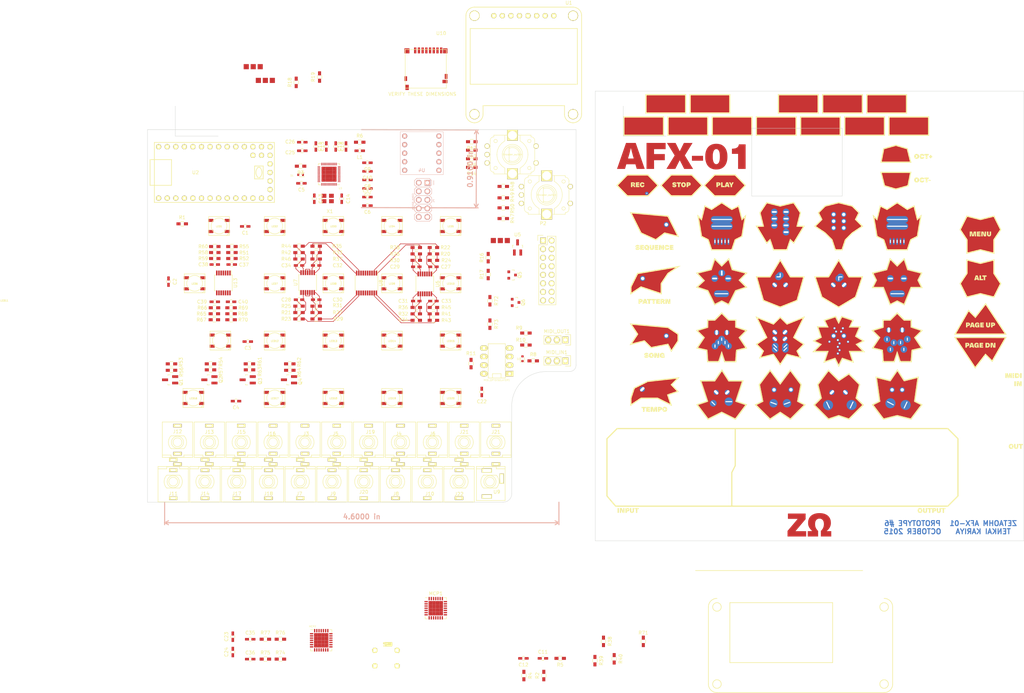
<source format=kicad_pcb>
(kicad_pcb (version 4) (host pcbnew "(2015-10-14 BZR 6269)-product")
  (layers (0 F.Cu signal) (31 B.Cu signal) (34 B.Paste user) (35 F.Paste user) (36 B.SilkS user) (37 F.SilkS user) (38 B.Mask user) (39 F.Mask user) (44 Edge.Cuts user))
  (net 0 "")
  (net 1 GND)
  (net 2 VCC)
  (net 3 "Net-(LED1-Pad4)")
  (net 4 "Net-(C11-Pad1)")
  (net 5 "Net-(ENC1-Pad1)")
  (net 6 "Net-(ENC1-Pad3)")
  (net 7 "Net-(LED1-Pad1)")
  (net 8 "Net-(MIDI_IN1-Pad4)")
  (net 9 "Net-(MIDI_OUT1-Pad4)")
  (net 10 "Net-(MIDI_OUT1-Pad5)")
  (net 11 "Net-(C5-Pad1)")
  (net 12 "Net-(C11-Pad2)")
  (net 13 "Net-(C12-Pad1)")
  (net 14 "Net-(C12-Pad2)")
  (net 15 "Net-(C13-Pad1)")
  (net 16 "Net-(C14-Pad1)")
  (net 17 "Net-(C15-Pad2)")
  (net 18 "Net-(D2-Pad1)")
  (net 19 "Net-(D2-Pad2)")
  (net 20 "Net-(R2-Pad1)")
  (net 21 "Net-(C25-Pad1)")
  (net 22 "Net-(U1-Pad6)")
  (net 23 GNDA)
  (net 24 ENC2A)
  (net 25 ENC2B)
  (net 26 "Net-(C27-Pad1)")
  (net 27 "Net-(C27-Pad2)")
  (net 28 "Net-(C28-Pad1)")
  (net 29 "Net-(C28-Pad2)")
  (net 30 "Net-(C29-Pad1)")
  (net 31 "Net-(C29-Pad2)")
  (net 32 "Net-(C30-Pad1)")
  (net 33 "Net-(C30-Pad2)")
  (net 34 "Net-(C31-Pad1)")
  (net 35 "Net-(C31-Pad2)")
  (net 36 "Net-(C32-Pad1)")
  (net 37 "Net-(C32-Pad2)")
  (net 38 "Net-(C33-Pad1)")
  (net 39 "Net-(C33-Pad2)")
  (net 40 "Net-(C34-Pad1)")
  (net 41 "Net-(C34-Pad2)")
  (net 42 ENC1A)
  (net 43 ENC1B)
  (net 44 "Net-(C37-Pad1)")
  (net 45 CV_IN1)
  (net 46 "Net-(C38-Pad1)")
  (net 47 CV_IN2)
  (net 48 "Net-(C39-Pad1)")
  (net 49 CV_IN3)
  (net 50 "Net-(C40-Pad1)")
  (net 51 CV_IN4)
  (net 52 +3V3)
  (net 53 ENC1SW)
  (net 54 "Net-(ENC2-Pad1)")
  (net 55 "Net-(ENC2-Pad3)")
  (net 56 ENC2SW)
  (net 57 "Net-(J3-Pad2)")
  (net 58 "Net-(J4-Pad2)")
  (net 59 "Net-(J5-Pad2)")
  (net 60 "Net-(J6-Pad2)")
  (net 61 "Net-(J7-Pad2)")
  (net 62 "Net-(J8-Pad2)")
  (net 63 "Net-(J9-Pad2)")
  (net 64 "Net-(J10-Pad2)")
  (net 65 "Net-(J11-Pad2)")
  (net 66 "Net-(J12-Pad2)")
  (net 67 "Net-(J13-Pad2)")
  (net 68 "Net-(J14-Pad2)")
  (net 69 "Net-(J15-Pad2)")
  (net 70 "Net-(J16-Pad2)")
  (net 71 "Net-(J17-Pad2)")
  (net 72 "Net-(J18-Pad2)")
  (net 73 SDA0)
  (net 74 "Net-(JP1-Pad2)")
  (net 75 SDA1)
  (net 76 SCL0)
  (net 77 "Net-(JP2-Pad2)")
  (net 78 SCL1)
  (net 79 "Net-(LED4-Pad4)")
  (net 80 "Net-(LED5-Pad4)")
  (net 81 "Net-(LED6-Pad4)")
  (net 82 "Net-(LED7-Pad4)")
  (net 83 "Net-(LED8-Pad4)")
  (net 84 "Net-(LED10-Pad1)")
  (net 85 "Net-(LED10-Pad4)")
  (net 86 "Net-(LED11-Pad4)")
  (net 87 "Net-(LED12-Pad4)")
  (net 88 "Net-(LED13-Pad4)")
  (net 89 "Net-(LED14-Pad4)")
  (net 90 "Net-(LED15-Pad4)")
  (net 91 SS0)
  (net 92 SS1)
  (net 93 SS2)
  (net 94 SS3)
  (net 95 SS4)
  (net 96 SS5)
  (net 97 SS6)
  (net 98 SS7)
  (net 99 SS8)
  (net 100 MIDI_IN_EXTERNAL)
  (net 101 MISO)
  (net 102 DAC_SDO)
  (net 103 MOSI)
  (net 104 SCLK)
  (net 105 +5V)
  (net 106 VSS)
  (net 107 VDD)
  (net 108 "Net-(Q1-Pad1)")
  (net 109 GATE_IN1)
  (net 110 "Net-(Q2-Pad1)")
  (net 111 GATE_IN2)
  (net 112 "Net-(Q3-Pad1)")
  (net 113 GATE_IN3)
  (net 114 "Net-(Q4-Pad1)")
  (net 115 GATE_IN4)
  (net 116 LED_DIN)
  (net 117 MIDI_OUT_EXTERNAL)
  (net 118 DAC0)
  (net 119 DAC4)
  (net 120 DAC1)
  (net 121 DAC5)
  (net 122 DAC2)
  (net 123 DAC6)
  (net 124 VREF_OPA)
  (net 125 DAC3)
  (net 126 DAC7)
  (net 127 "Net-(R71-Pad2)")
  (net 128 DISP_RESET)
  (net 129 DAC_CS)
  (net 130 SD_CS)
  (net 131 "Net-(J19-Pad2)")
  (net 132 "Net-(J20-Pad2)")
  (net 133 "Net-(J21-Pad2)")
  (net 134 "Net-(J22-Pad2)")
  (net 135 "Net-(JP3-Pad1)")
  (net 136 "Net-(JP3-Pad3)")
  (net 137 SCL0_5v)
  (net 138 SDA0_5v)
  (net 139 GATE_OUT1)
  (net 140 GATE_OUT2)
  (net 141 GATE_OUT3)
  (net 142 GATE_OUT4)
  (net 143 "Net-(LED2-Pad4)")
  (net 144 "Net-(LED3-Pad4)")
  (net 145 SC)
  (net 146 SD)
  (net 147 SE)
  (net 148 SF)
  (net 149 S0)
  (net 150 S1)
  (net 151 S2)
  (net 152 S3)
  (net 153 S4)
  (net 154 S5)
  (net 155 S6)
  (net 156 S7)
  (net 157 S8)
  (net 158 S9)
  (net 159 SA)
  (net 160 SB)
  (module Zetaohm:FACEPLATEV1 (layer F.Cu) (at 213.3092 91.2368)
    (fp_text reference G*** hide)
    (fp_text value CAPACITIVE_FACEPLATE hide)
    (fp_poly (pts (xy -1.144041 58.382959) (xy -1.145082 59.21375) (xy -2.647705 60.99175) (xy -4.150329 62.76975) (xy -2.561998 62.775176) (xy -0.973667 62.780601) (xy -0.973667 64.346667) (xy -6.498167 64.346667) (xy -6.498167 62.699851) (xy -4.995404 60.925051) (xy -4.795023 60.688255) (xy -4.602478 60.460443) (xy -4.419517 60.243701) (xy -4.247891 60.040113) (xy -4.089351 59.851765) (xy -3.945647 59.680743) (xy -3.818528 59.529131) (xy -3.709745 59.399015) (xy -3.621048 59.29248) (xy -3.554187 59.211613) (xy -3.510913 59.158497) (xy -3.492975 59.135219) (xy -3.492571 59.134375) (xy -3.513153 59.1317) (xy -3.572631 59.129166) (xy -3.667571 59.126811) (xy -3.794535 59.124674) (xy -3.950087 59.122793) (xy -4.13079 59.121204) (xy -4.33321 59.119947) (xy -4.553909 59.119059) (xy -4.789451 59.118578) (xy -4.931834 59.1185) (xy -6.371167 59.1185) (xy -6.371167 57.552167) (xy -1.143 57.552167) (xy -1.144041 58.382959)) (layer F.Cu) (width 0.01))
    (fp_poly (pts (xy 3.143811 57.420642) (xy 3.368444 57.42912) (xy 3.572011 57.444369) (xy 3.672416 57.455902) (xy 4.066278 57.525128) (xy 4.430581 57.623482) (xy 4.764906 57.750613) (xy 5.068834 57.906171) (xy 5.341945 58.089804) (xy 5.583821 58.301163) (xy 5.794042 58.539896) (xy 5.97219 58.805653) (xy 6.117845 59.098084) (xy 6.230588 59.416837) (xy 6.287187 59.643455) (xy 6.31049 59.783381) (xy 6.328531 59.951275) (xy 6.34079 60.134456) (xy 6.346747 60.320241) (xy 6.345883 60.495946) (xy 6.337676 60.648891) (xy 6.330954 60.710659) (xy 6.271194 61.026642) (xy 6.177587 61.326306) (xy 6.047782 61.615296) (xy 5.879426 61.899256) (xy 5.771669 62.052472) (xy 5.720287 62.116708) (xy 5.646373 62.202344) (xy 5.557462 62.300979) (xy 5.46109 62.404212) (xy 5.389321 62.478709) (xy 5.115018 62.759167) (xy 6.455833 62.759167) (xy 6.455833 64.346667) (xy 3.386666 64.346667) (xy 3.386666 62.703046) (xy 3.441779 62.651731) (xy 3.49699 62.594797) (xy 3.568651 62.513074) (xy 3.648801 62.416354) (xy 3.729476 62.314432) (xy 3.802713 62.217102) (xy 3.851293 62.148089) (xy 4.007865 61.878675) (xy 4.131789 61.587117) (xy 4.221404 61.280118) (xy 4.275049 60.964377) (xy 4.291062 60.646594) (xy 4.278741 60.424046) (xy 4.239249 60.155804) (xy 4.177861 59.921) (xy 4.093173 59.71603) (xy 3.98378 59.537289) (xy 3.888467 59.422315) (xy 3.734067 59.279221) (xy 3.570059 59.172745) (xy 3.390476 59.10039) (xy 3.189353 59.059655) (xy 2.995083 59.048011) (xy 2.768522 59.05954) (xy 2.569324 59.099054) (xy 2.391233 59.168813) (xy 2.227991 59.271078) (xy 2.117159 59.365143) (xy 1.974767 59.521983) (xy 1.860482 59.698797) (xy 1.77325 59.898675) (xy 1.712017 60.124709) (xy 1.675728 60.379988) (xy 1.663329 60.667604) (xy 1.66335 60.695417) (xy 1.679784 61.015025) (xy 1.727627 61.313228) (xy 1.808775 61.594731) (xy 1.925122 61.86424) (xy 2.078563 62.126462) (xy 2.270994 62.386102) (xy 2.408068 62.544936) (xy 2.561166 62.713667) (xy 2.561166 64.346667) (xy -0.508 64.346667) (xy -0.508 62.759167) (xy 0.148166 62.759167) (xy 0.309972 62.758661) (xy 0.457282 62.757227) (xy 0.585005 62.754993) (xy 0.688052 62.752084) (xy 0.761334 62.748629) (xy 0.799761 62.744752) (xy 0.804333 62.742825) (xy 0.79011 62.722441) (xy 0.751369 62.67896) (xy 0.694002 62.618736) (xy 0.623898 62.548121) (xy 0.622798 62.547033) (xy 0.35903 62.266327) (xy 0.136576 61.986186) (xy -0.045537 61.705144) (xy -0.18828 61.421738) (xy -0.273619 61.195923) (xy -0.312935 61.068378) (xy -0.342611 60.954457) (xy -0.36389 60.844524) (xy -0.378016 60.728944) (xy -0.386231 60.598081) (xy -0.38978 60.442299) (xy -0.390094 60.29325) (xy -0.388748 60.133242) (xy -0.385512 60.006247) (xy -0.37969 59.902964) (xy -0.370588 59.81409) (xy -0.357509 59.730322) (xy -0.342334 59.654262) (xy -0.250247 59.314197) (xy -0.125864 59.001442) (xy 0.030651 58.716136) (xy 0.219134 58.458416) (xy 0.439421 58.22842) (xy 0.691348 58.026284) (xy 0.974749 57.852148) (xy 1.289462 57.706147) (xy 1.63532 57.588419) (xy 2.012161 57.499103) (xy 2.286 57.45467) (xy 2.469206 57.435949) (xy 2.681623 57.424045) (xy 2.910681 57.418946) (xy 3.143811 57.420642)) (layer F.Cu) (width 0.01))
    (fp_poly (pts (xy -25.944688 15.384225) (xy -25.928671 15.398058) (xy -25.906443 15.4232) (xy -25.876522 15.461802) (xy -25.837426 15.516021) (xy -25.787672 15.588009) (xy -25.725779 15.679921) (xy -25.650264 15.79391) (xy -25.559645 15.932131) (xy -25.452439 16.096736) (xy -25.327165 16.289882) (xy -25.18234 16.51372) (xy -25.016481 16.770406) (xy -24.967191 16.846722) (xy -23.99535 18.3515) (xy -20.005991 18.3515) (xy -21.001467 21.337845) (xy -21.115698 21.681) (xy -21.225984 22.01323) (xy -21.331603 22.332314) (xy -21.431832 22.636034) (xy -21.52595 22.922172) (xy -21.613235 23.188507) (xy -21.692964 23.43282) (xy -21.764415 23.652893) (xy -21.826866 23.846507) (xy -21.879595 24.011441) (xy -21.92188 24.145477) (xy -21.952999 24.246397) (xy -21.972229 24.311979) (xy -21.978849 24.340007) (xy -21.97868 24.340866) (xy -21.956089 24.350106) (xy -21.8965 24.371569) (xy -21.803104 24.404171) (xy -21.679092 24.446828) (xy -21.527653 24.498456) (xy -21.351978 24.557971) (xy -21.155257 24.624289) (xy -20.940681 24.696325) (xy -20.711438 24.772996) (xy -20.48391 24.848829) (xy -20.172642 24.952715) (xy -19.900789 25.044133) (xy -19.667414 25.123411) (xy -19.47158 25.190883) (xy -19.312351 25.246877) (xy -19.188789 25.291725) (xy -19.099957 25.325757) (xy -19.044919 25.349305) (xy -19.022738 25.362699) (xy -19.022338 25.364766) (xy -19.037467 25.385788) (xy -19.076053 25.438036) (xy -19.13615 25.518913) (xy -19.215812 25.625826) (xy -19.313094 25.756178) (xy -19.426051 25.907374) (xy -19.552736 26.076818) (xy -19.691205 26.261916) (xy -19.839512 26.460071) (xy -19.995711 26.668689) (xy -20.157857 26.885173) (xy -20.324005 27.106929) (xy -20.492209 27.331361) (xy -20.660523 27.555874) (xy -20.827002 27.777871) (xy -20.9897 27.994759) (xy -21.146673 28.20394) (xy -21.295974 28.402821) (xy -21.435658 28.588805) (xy -21.56378 28.759298) (xy -21.678394 28.911703) (xy -21.777554 29.043425) (xy -21.859315 29.151869) (xy -21.921732 29.234439) (xy -21.96286 29.288541) (xy -21.980751 29.311577) (xy -21.98116 29.312044) (xy -21.991199 29.313741) (xy -22.013566 29.308535) (xy -22.050194 29.295499) (xy -22.103014 29.273706) (xy -22.173958 29.242231) (xy -22.264959 29.200145) (xy -22.377949 29.146522) (xy -22.51486 29.080435) (xy -22.677623 29.000958) (xy -22.868171 28.907163) (xy -23.088435 28.798124) (xy -23.340349 28.672914) (xy -23.625843 28.530606) (xy -23.946851 28.370274) (xy -24.005333 28.341038) (xy -26.003399 27.342071) (xy -27.998239 28.339536) (xy -28.269709 28.475252) (xy -28.530386 28.605523) (xy -28.777792 28.729113) (xy -29.009451 28.844788) (xy -29.222883 28.951311) (xy -29.415611 29.047447) (xy -29.585158 29.131961) (xy -29.729046 29.203616) (xy -29.844798 29.261178) (xy -29.929934 29.30341) (xy -29.981979 29.329078) (xy -29.998505 29.337) (xy -30.011656 29.320417) (xy -30.048589 29.272088) (xy -30.107701 29.194144) (xy -30.187389 29.088715) (xy -30.286047 28.957932) (xy -30.402072 28.803925) (xy -30.533861 28.628825) (xy -30.679808 28.434762) (xy -30.83831 28.223868) (xy -31.007764 27.998272) (xy -31.186564 27.760105) (xy -31.373107 27.511498) (xy -31.443175 27.418087) (xy -31.633448 27.164389) (xy -31.817383 26.91912) (xy -31.993295 26.684529) (xy -32.159498 26.462864) (xy -32.314308 26.256373) (xy -32.456038 26.067306) (xy -32.583004 25.89791) (xy -32.69352 25.750434) (xy -32.7859 25.627127) (xy -32.858459 25.530237) (xy -32.909512 25.462013) (xy -32.937374 25.424703) (xy -32.941055 25.419743) (xy -32.999692 25.340313) (xy -31.522888 24.848928) (xy -31.282682 24.768862) (xy -31.054123 24.692405) (xy -30.8404 24.62064) (xy -30.644704 24.554652) (xy -30.470224 24.495525) (xy -30.391609 24.468713) (xy -29.13554 24.468713) (xy -28.120694 25.484221) (xy -27.998597 25.363398) (xy -27.941745 25.304593) (xy -27.899001 25.25553) (xy -27.877652 25.224733) (xy -27.8765 25.220577) (xy -27.890963 25.200865) (xy -27.932013 25.155034) (xy -27.996148 25.086739) (xy -28.079865 24.999636) (xy -28.17966 24.897382) (xy -28.29203 24.783632) (xy -28.373896 24.701522) (xy -28.871291 24.204464) (xy -29.13554 24.468713) (xy -30.391609 24.468713) (xy -30.320151 24.444342) (xy -30.197673 24.402188) (xy -30.105982 24.370147) (xy -30.048266 24.349303) (xy -30.027821 24.340866) (xy -30.032298 24.319224) (xy -30.049506 24.259661) (xy -30.076286 24.172334) (xy -25.019 24.172334) (xy -25.019 24.532167) (xy -22.987 24.532167) (xy -22.987 24.172334) (xy -25.019 24.172334) (xy -30.076286 24.172334) (xy -30.07872 24.164398) (xy -30.119219 24.035652) (xy -30.170281 23.875644) (xy -30.231184 23.686593) (xy -30.301205 23.470717) (xy -30.379623 23.230236) (xy -30.465715 22.967369) (xy -30.558758 22.684336) (xy -30.658032 22.383355) (xy -30.762814 22.066646) (xy -30.872382 21.736428) (xy -30.986012 21.39492) (xy -30.999692 21.353872) (xy -28.268084 21.353872) (xy -28.266357 21.450032) (xy -28.25885 21.520363) (xy -28.24207 21.581311) (xy -28.212528 21.649318) (xy -28.199881 21.675112) (xy -28.09156 21.850258) (xy -27.955831 21.999151) (xy -27.797982 22.117084) (xy -27.623302 22.19935) (xy -27.603354 22.205998) (xy -27.469282 22.238252) (xy -27.350921 22.241611) (xy -27.258033 22.224069) (xy -27.1498 22.175786) (xy -27.070668 22.10238) (xy -27.019556 22.008416) (xy -26.995387 21.898458) (xy -26.996616 21.810279) (xy -25.008857 21.810279) (xy -24.998093 21.948595) (xy -24.996804 21.954127) (xy -24.954433 22.057102) (xy -24.885093 22.145527) (xy -24.798833 22.207975) (xy -24.759573 22.223832) (xy -24.653591 22.23962) (xy -24.527795 22.231969) (xy -24.396301 22.202757) (xy -24.288088 22.161184) (xy -24.125366 22.062754) (xy -23.981016 21.934629) (xy -23.861658 21.784584) (xy -23.773915 21.620394) (xy -23.738562 21.515917) (xy -23.715663 21.364954) (xy -23.730248 21.231164) (xy -23.781803 21.116208) (xy -23.869815 21.021744) (xy -23.897671 21.001377) (xy -23.94035 20.975998) (xy -23.983476 20.96183) (xy -24.040226 20.956555) (xy -24.123777 20.957854) (xy -24.141086 20.95854) (xy -24.242737 20.966054) (xy -24.323135 20.982182) (xy -24.403225 21.012143) (xy -24.455907 21.036988) (xy -24.602605 21.126956) (xy -24.732547 21.24107) (xy -24.841939 21.372894) (xy -24.926984 21.515994) (xy -24.983889 21.663934) (xy -25.008857 21.810279) (xy -26.996616 21.810279) (xy -26.99708 21.77707) (xy -27.023557 21.648817) (xy -27.073739 21.518264) (xy -27.146547 21.389974) (xy -27.240902 21.268513) (xy -27.355725 21.158444) (xy -27.489936 21.064333) (xy -27.538552 21.037423) (xy -27.608598 21.002988) (xy -27.666084 20.981878) (xy -27.726082 20.970843) (xy -27.803661 20.966633) (xy -27.869586 20.966018) (xy -27.967362 20.967295) (xy -28.03373 20.972886) (xy -28.079544 20.984647) (xy -28.115658 21.004435) (xy -28.122278 21.009225) (xy -28.189425 21.065807) (xy -28.232641 21.122837) (xy -28.256814 21.191869) (xy -28.266833 21.284457) (xy -28.268084 21.353872) (xy -30.999692 21.353872) (xy -31.004998 21.337952) (xy -32.000439 18.351714) (xy -29.998872 18.346316) (xy -27.997306 18.340917) (xy -26.999434 16.888518) (xy -26.846179 16.665437) (xy -26.699366 16.451698) (xy -26.56083 16.249972) (xy -26.432402 16.062929) (xy -26.315917 15.893243) (xy -26.213208 15.743583) (xy -26.126109 15.616621) (xy -26.056452 15.515028) (xy -26.006072 15.441477) (xy -25.976801 15.398637) (xy -25.970297 15.389032) (xy -25.964018 15.381865) (xy -25.955976 15.379545) (xy -25.944688 15.384225)) (layer F.Cu) (width 0.01))
    (fp_poly (pts (xy -10.171851 17.333811) (xy -9.979131 17.590558) (xy -9.793377 17.837666) (xy -9.616177 18.073044) (xy -9.449117 18.294598) (xy -9.293784 18.500238) (xy -9.151762 18.687872) (xy -9.02464 18.855407) (xy -8.914004 19.000752) (xy -8.821439 19.121815) (xy -8.748533 19.216503) (xy -8.696871 19.282726) (xy -8.668041 19.318391) (xy -8.662371 19.324253) (xy -8.647894 19.307527) (xy -8.609664 19.258988) (xy -8.549265 19.180733) (xy -8.468285 19.074859) (xy -8.36831 18.943464) (xy -8.250928 18.788644) (xy -8.117725 18.612497) (xy -7.970288 18.41712) (xy -7.810203 18.204611) (xy -7.639058 17.977066) (xy -7.458438 17.736584) (xy -7.269931 17.48526) (xy -7.157019 17.334565) (xy -5.667455 15.345791) (xy -4.168011 17.344943) (xy -2.668568 19.344095) (xy -3.165201 21.826751) (xy -3.228722 22.144423) (xy -3.289886 22.450565) (xy -3.348183 22.742614) (xy -3.403105 23.018007) (xy -3.454142 23.274182) (xy -3.500784 23.508576) (xy -3.542522 23.718627) (xy -3.578848 23.901773) (xy -3.609251 24.05545) (xy -3.633222 24.177096) (xy -3.650253 24.264149) (xy -3.659833 24.314047) (xy -3.661834 24.325492) (xy -3.643458 24.337752) (xy -3.590664 24.367033) (xy -3.506948 24.411529) (xy -3.395808 24.469434) (xy -3.260742 24.538943) (xy -3.105248 24.61825) (xy -2.932824 24.70555) (xy -2.746967 24.799037) (xy -2.663512 24.840828) (xy -1.665189 25.340078) (xy -3.665807 27.340695) (xy -5.666425 29.341313) (xy -7.164308 28.342573) (xy -8.662192 27.343832) (xy -10.157374 28.340416) (xy -10.383725 28.491205) (xy -10.599904 28.635063) (xy -10.803332 28.77028) (xy -10.991426 28.895148) (xy -11.161605 29.007958) (xy -11.311288 29.107002) (xy -11.437894 29.190572) (xy -11.53884 29.256958) (xy -11.611547 29.304453) (xy -11.653431 29.331347) (xy -11.663028 29.337) (xy -11.678984 29.322314) (xy -11.723109 29.279412) (xy -11.793659 29.210032) (xy -11.888885 29.115912) (xy -12.007043 28.998787) (xy -12.146386 28.860396) (xy -12.305168 28.702476) (xy -12.481643 28.526764) (xy -12.674064 28.334996) (xy -12.880686 28.128911) (xy -13.099761 27.910245) (xy -13.329545 27.680735) (xy -13.56829 27.442118) (xy -13.66851 27.341908) (xy -15.663518 25.346815) (xy -14.668593 24.849713) (xy -14.478292 24.754232) (xy -14.29993 24.663969) (xy -14.137014 24.580751) (xy -13.993051 24.506409) (xy -13.960311 24.48926) (xy -11.7475 24.48926) (xy -11.729273 24.501555) (xy -11.677432 24.530594) (xy -11.596237 24.574208) (xy -11.489947 24.630231) (xy -11.362823 24.696492) (xy -11.219125 24.770826) (xy -11.063112 24.851063) (xy -10.899044 24.935035) (xy -10.731183 25.020574) (xy -10.563786 25.105513) (xy -10.401115 25.187683) (xy -10.247429 25.264916) (xy -10.106988 25.335044) (xy -9.984053 25.395898) (xy -9.882883 25.445312) (xy -9.807737 25.481116) (xy -9.762877 25.501142) (xy -9.752369 25.504678) (xy -9.7363 25.487576) (xy -9.707487 25.441018) (xy -9.671236 25.373841) (xy -9.658138 25.347829) (xy -9.623467 25.274608) (xy -9.599144 25.217056) (xy -9.589019 25.184541) (xy -9.589519 25.180829) (xy -7.745982 25.180829) (xy -7.741592 25.202143) (xy -7.722394 25.249893) (xy -7.693647 25.313242) (xy -7.660607 25.381349) (xy -7.628532 25.443376) (xy -7.602681 25.488484) (xy -7.588336 25.505834) (xy -7.567878 25.49664) (xy -7.51312 25.470229) (xy -7.427608 25.428353) (xy -7.314887 25.372767) (xy -7.178501 25.305225) (xy -7.021995 25.227479) (xy -6.848915 25.141283) (xy -6.662805 25.048392) (xy -6.582746 25.008373) (xy -6.392479 24.912822) (xy -6.214148 24.822492) (xy -6.051262 24.739211) (xy -5.907325 24.664811) (xy -5.785845 24.601121) (xy -5.690329 24.54997) (xy -5.624283 24.51319) (xy -5.591213 24.49261) (xy -5.588 24.489261) (xy -5.596983 24.461136) (xy -5.620768 24.406267) (xy -5.654609 24.335459) (xy -5.662314 24.320043) (xy -5.736628 24.172476) (xy -6.736522 24.672155) (xy -6.927538 24.767689) (xy -7.106945 24.857568) (xy -7.271209 24.940009) (xy -7.416796 25.013233) (xy -7.54017 25.075457) (xy -7.637797 25.1249) (xy -7.706142 25.159782) (xy -7.741669 25.178321) (xy -7.745982 25.180829) (xy -9.589519 25.180829) (xy -9.609743 25.169919) (xy -9.664314 25.141894) (xy -9.749697 25.098536) (xy -9.862359 25.041626) (xy -9.998763 24.972946) (xy -10.155375 24.894276) (xy -10.32866 24.807399) (xy -10.515084 24.714095) (xy -10.598979 24.672155) (xy -11.598873 24.172476) (xy -11.673187 24.320043) (xy -11.708496 24.392774) (xy -11.734716 24.451769) (xy -11.747101 24.486222) (xy -11.7475 24.48926) (xy -13.960311 24.48926) (xy -13.87155 24.442769) (xy -13.776016 24.39166) (xy -13.709957 24.354912) (xy -13.676881 24.334352) (xy -13.673667 24.331008) (xy -13.677742 24.307875) (xy -13.689626 24.245804) (xy -13.708811 24.147365) (xy -13.734786 24.015129) (xy -13.767041 23.851664) (xy -13.805067 23.659542) (xy -13.848355 23.441332) (xy -13.896395 23.199604) (xy -13.948676 22.936929) (xy -14.00469 22.655875) (xy -14.063926 22.359014) (xy -14.125875 22.048915) (xy -14.1703 21.826751) (xy -14.370373 20.826589) (xy -11.007809 20.826589) (xy -10.993521 20.964757) (xy -10.947041 21.088622) (xy -10.872807 21.193848) (xy -10.775257 21.276103) (xy -10.658829 21.331053) (xy -10.52796 21.354363) (xy -10.387088 21.3417) (xy -10.324367 21.324056) (xy -10.222295 21.271599) (xy -10.126391 21.191389) (xy -10.052167 21.096961) (xy -10.040832 21.076679) (xy -10.019979 21.01809) (xy -10.002958 20.938155) (xy -9.99593 20.881106) (xy -10.001841 20.779273) (xy -6.004051 20.779273) (xy -6.003546 20.910094) (xy -5.969694 21.037886) (xy -5.901136 21.155447) (xy -5.857425 21.204249) (xy -5.753743 21.287738) (xy -5.644833 21.334951) (xy -5.518766 21.350279) (xy -5.46516 21.348736) (xy -5.362548 21.335338) (xy -5.278226 21.305006) (xy -5.232887 21.279579) (xy -5.130933 21.192905) (xy -5.054673 21.079811) (xy -5.007487 20.949853) (xy -4.992755 20.812586) (xy -5.013859 20.677567) (xy -5.016723 20.668577) (xy -5.062575 20.57898) (xy -5.135225 20.489809) (xy -5.221494 20.415419) (xy -5.281084 20.380657) (xy -5.368549 20.354892) (xy -5.476123 20.342913) (xy -5.585652 20.345195) (xy -5.678982 20.362211) (xy -5.699805 20.369709) (xy -5.819086 20.440639) (xy -5.910461 20.537344) (xy -5.972569 20.652622) (xy -6.004051 20.779273) (xy -10.001841 20.779273) (xy -10.004184 20.73892) (xy -10.049324 20.607331) (xy -10.126989 20.493652) (xy -10.232817 20.405193) (xy -10.300656 20.370269) (xy -10.388071 20.348511) (xy -10.496504 20.342109) (xy -10.607712 20.350594) (xy -10.703446 20.373497) (xy -10.722098 20.38109) (xy -10.803839 20.433578) (xy -10.883249 20.510215) (xy -10.94807 20.597158) (xy -10.985467 20.67845) (xy -11.007809 20.826589) (xy -14.370373 20.826589) (xy -14.666933 19.344095) (xy -13.166239 17.343275) (xy -11.665544 15.342455) (xy -10.171851 17.333811)) (layer F.Cu) (width 0.01))
    (fp_poly (pts (xy 7.155826 16.839577) (xy 7.364648 17.048205) (xy 7.565192 17.248158) (xy 7.755419 17.437423) (xy 7.933287 17.613987) (xy 8.096755 17.775837) (xy 8.243782 17.92096) (xy 8.372325 18.047345) (xy 8.480345 18.152978) (xy 8.5658 18.235847) (xy 8.626649 18.293938) (xy 8.66085 18.32524) (xy 8.667693 18.330328) (xy 8.688131 18.318846) (xy 8.741152 18.285544) (xy 8.824149 18.232135) (xy 8.934516 18.160332) (xy 9.069646 18.071849) (xy 9.226932 17.9684) (xy 9.403769 17.851696) (xy 9.597549 17.723453) (xy 9.805666 17.585382) (xy 10.025513 17.439198) (xy 10.181163 17.33551) (xy 11.673411 16.340698) (xy 13.172026 17.839314) (xy 14.670642 19.33793) (xy 13.667352 23.350936) (xy 15.663292 25.347208) (xy 11.668062 29.34227) (xy 10.167821 28.842191) (xy 8.66758 28.342111) (xy 7.175583 28.839556) (xy 6.934453 28.919903) (xy 6.705117 28.996229) (xy 6.490723 29.067491) (xy 6.294421 29.132647) (xy 6.119357 29.190655) (xy 5.968681 29.240473) (xy 5.845539 29.281058) (xy 5.753082 29.311369) (xy 5.694455 29.330364) (xy 5.672809 29.337) (xy 5.672793 29.337) (xy 5.656798 29.322313) (xy 5.612634 29.279411) (xy 5.542048 29.21003) (xy 5.446786 29.115908) (xy 5.328595 28.998782) (xy 5.189221 28.86039) (xy 5.030411 28.702468) (xy 4.853911 28.526754) (xy 4.661468 28.334986) (xy 4.454829 28.128899) (xy 4.235739 27.910232) (xy 4.005947 27.680722) (xy 3.767198 27.442106) (xy 3.667089 27.342007) (xy 1.67218 25.347014) (xy 2.592506 24.426688) (xy 4.847166 24.426688) (xy 4.856376 24.449123) (xy 4.882833 24.505794) (xy 4.924779 24.593111) (xy 4.980456 24.707482) (xy 5.048104 24.845318) (xy 5.125965 25.003026) (xy 5.21228 25.177017) (xy 5.305292 25.3637) (xy 5.344549 25.442265) (xy 5.841931 26.436854) (xy 6.000715 26.358286) (xy 6.073275 26.320534) (xy 6.128425 26.288322) (xy 6.142052 26.27824) (xy 11.836252 26.27824) (xy 11.858347 26.29107) (xy 11.906695 26.316522) (xy 11.970073 26.348944) (xy 12.037257 26.382684) (xy 12.097024 26.412089) (xy 12.138149 26.431507) (xy 12.14977 26.436126) (xy 12.160982 26.417956) (xy 12.189271 26.365357) (xy 12.232862 26.281804) (xy 12.289979 26.170772) (xy 12.358848 26.035734) (xy 12.437692 25.880166) (xy 12.524735 25.707543) (xy 12.618203 25.521339) (xy 12.664218 25.429379) (xy 12.759783 25.237859) (xy 12.849181 25.058038) (xy 12.930699 24.893414) (xy 13.002619 24.747481) (xy 13.063226 24.623737) (xy 13.110804 24.525677) (xy 13.143639 24.456799) (xy 13.160014 24.420598) (xy 13.161531 24.41586) (xy 13.136787 24.401015) (xy 13.086907 24.375173) (xy 13.022675 24.343494) (xy 12.954874 24.311138) (xy 12.89429 24.283265) (xy 12.851705 24.265035) (xy 12.837748 24.260933) (xy 12.825908 24.282231) (xy 12.797669 24.336867) (xy 12.755139 24.420593) (xy 12.700429 24.529157) (xy 12.635649 24.658311) (xy 12.562908 24.803805) (xy 12.484317 24.961388) (xy 12.401984 25.126811) (xy 12.31802 25.295824) (xy 12.234535 25.464178) (xy 12.153639 25.627621) (xy 12.07744 25.781906) (xy 12.00805 25.922781) (xy 11.947578 26.045998) (xy 11.898134 26.147305) (xy 11.861828 26.222454) (xy 11.840769 26.267195) (xy 11.836252 26.27824) (xy 6.142052 26.27824) (xy 6.157267 26.266984) (xy 6.1595 26.263104) (xy 6.150343 26.2408) (xy 6.124298 26.185302) (xy 6.0835 26.100869) (xy 6.030085 25.991761) (xy 5.96619 25.862237) (xy 5.89395 25.716556) (xy 5.815501 25.558979) (xy 5.73298 25.393766) (xy 5.648523 25.225175) (xy 5.564265 25.057467) (xy 5.482344 24.894901) (xy 5.404894 24.741737) (xy 5.334052 24.602235) (xy 5.271954 24.480654) (xy 5.220736 24.381254) (xy 5.182534 24.308294) (xy 5.159484 24.266034) (xy 5.15351 24.257) (xy 5.123849 24.266528) (xy 5.071512 24.291093) (xy 5.007384 24.324663) (xy 4.942354 24.361208) (xy 4.887308 24.394698) (xy 4.853134 24.419103) (xy 4.847166 24.426688) (xy 2.592506 24.426688) (xy 3.668169 23.351025) (xy 3.286568 21.824677) (xy 5.991547 21.824677) (xy 6.004215 21.954856) (xy 6.048214 22.064191) (xy 6.120432 22.14965) (xy 6.217753 22.2082) (xy 6.337066 22.236809) (xy 6.475256 22.232443) (xy 6.629211 22.19207) (xy 6.725905 22.150267) (xy 6.903403 22.039182) (xy 7.007818 21.946449) (xy 7.117556 21.815672) (xy 7.199981 21.677131) (xy 7.254392 21.536254) (xy 7.280085 21.398468) (xy 7.278758 21.352404) (xy 9.991131 21.352404) (xy 10.009126 21.50402) (xy 10.06091 21.652685) (xy 10.14129 21.79397) (xy 10.245074 21.923445) (xy 10.367068 22.036679) (xy 10.50208 22.129242) (xy 10.644917 22.196706) (xy 10.790385 22.234639) (xy 10.933292 22.238612) (xy 11.012536 22.223727) (xy 11.105365 22.181155) (xy 11.188204 22.11334) (xy 11.247667 22.032358) (xy 11.262004 21.998698) (xy 11.274638 21.931744) (xy 11.279106 21.842437) (xy 11.276969 21.781189) (xy 11.246692 21.630544) (xy 11.180688 21.478344) (xy 11.084565 21.332161) (xy 10.963935 21.199564) (xy 10.824407 21.088123) (xy 10.71749 21.026261) (xy 10.650175 20.995886) (xy 10.590456 20.977633) (xy 10.523041 20.968548) (xy 10.432641 20.965677) (xy 10.403416 20.965584) (xy 10.308058 20.966938) (xy 10.243153 20.972534) (xy 10.196863 20.98467) (xy 10.157353 21.005643) (xy 10.141658 21.016406) (xy 10.065989 21.095101) (xy 10.014655 21.201612) (xy 9.991884 21.326501) (xy 9.991131 21.352404) (xy 7.278758 21.352404) (xy 7.276359 21.269198) (xy 7.242512 21.153873) (xy 7.177841 21.057918) (xy 7.128354 21.014991) (xy 7.08885 20.990674) (xy 7.046088 20.975842) (xy 6.988332 20.968263) (xy 6.90385 20.965706) (xy 6.868583 20.965584) (xy 6.770499 20.96723) (xy 6.699344 20.974202) (xy 6.639777 20.989549) (xy 6.576454 21.016322) (xy 6.551083 21.028699) (xy 6.426998 21.106215) (xy 6.303225 21.211298) (xy 6.191296 21.332251) (xy 6.102744 21.457379) (xy 6.072658 21.513924) (xy 6.013324 21.676689) (xy 5.991547 21.824677) (xy 3.286568 21.824677) (xy 2.666941 19.346263) (xy 4.166061 17.347542) (xy 5.665182 15.34882) (xy 7.155826 16.839577)) (layer F.Cu) (width 0.01))
    (fp_poly (pts (xy 26.14176 15.466157) (xy 26.269345 15.665805) (xy 26.404012 15.875727) (xy 26.543904 16.093082) (xy 26.687164 16.315029) (xy 26.831933 16.538727) (xy 26.976355 16.761335) (xy 27.118571 16.980011) (xy 27.256724 17.191913) (xy 27.388956 17.394202) (xy 27.51341 17.584035) (xy 27.628228 17.758571) (xy 27.731552 17.914969) (xy 27.821525 18.050387) (xy 27.896288 18.161985) (xy 27.953985 18.246922) (xy 27.992757 18.302355) (xy 28.010748 18.325443) (xy 28.011522 18.325938) (xy 28.035553 18.321786) (xy 28.097792 18.308002) (xy 28.195388 18.285279) (xy 28.325495 18.254312) (xy 28.485265 18.215793) (xy 28.671849 18.170417) (xy 28.8824 18.118877) (xy 29.114068 18.061866) (xy 29.364007 18.000079) (xy 29.629368 17.934209) (xy 29.907304 17.864949) (xy 30.022002 17.836291) (xy 32.004988 17.340458) (xy 31.99326 17.406771) (xy 31.988171 17.439569) (xy 31.977613 17.510976) (xy 31.96197 17.61831) (xy 31.941623 17.758889) (xy 31.916953 17.93003) (xy 31.888343 18.129052) (xy 31.856174 18.353272) (xy 31.820828 18.600008) (xy 31.782687 18.866578) (xy 31.742132 19.150299) (xy 31.699546 19.448489) (xy 31.65531 19.758466) (xy 31.609806 20.077548) (xy 31.563416 20.403052) (xy 31.516522 20.732297) (xy 31.469505 21.062599) (xy 31.422747 21.391277) (xy 31.37663 21.715649) (xy 31.331537 22.033032) (xy 31.287847 22.340744) (xy 31.245945 22.636103) (xy 31.20621 22.916427) (xy 31.169025 23.179033) (xy 31.134773 23.421239) (xy 31.103834 23.640362) (xy 31.07659 23.833722) (xy 31.053424 23.998635) (xy 31.034717 24.132419) (xy 31.02085 24.232392) (xy 31.012206 24.295871) (xy 31.009167 24.320176) (xy 31.009166 24.320239) (xy 31.028291 24.338036) (xy 31.085521 24.373703) (xy 31.180637 24.427122) (xy 31.313422 24.498179) (xy 31.483657 24.586756) (xy 31.691125 24.692738) (xy 31.935606 24.816008) (xy 32.002999 24.849771) (xy 32.996832 25.347084) (xy 31.504445 27.33675) (xy 31.311747 27.593518) (xy 31.126 27.840751) (xy 30.948794 28.076348) (xy 30.781719 28.298207) (xy 30.626364 28.504226) (xy 30.48432 28.692302) (xy 30.357176 28.860335) (xy 30.246521 29.006221) (xy 30.153947 29.12786) (xy 30.081042 29.223148) (xy 30.029396 29.289985) (xy 30.000599 29.326268) (xy 29.994978 29.332489) (xy 29.972453 29.328325) (xy 29.911695 29.314539) (xy 29.815531 29.291823) (xy 29.686785 29.260868) (xy 29.528283 29.222368) (xy 29.342852 29.177014) (xy 29.133315 29.125497) (xy 28.902499 29.06851) (xy 28.653229 29.006744) (xy 28.388331 28.940892) (xy 28.11063 28.871645) (xy 27.990572 28.841644) (xy 26.003245 28.344726) (xy 24.024164 28.840243) (xy 23.742333 28.910753) (xy 23.472 28.97828) (xy 23.216009 29.04212) (xy 22.977205 29.101569) (xy 22.758433 29.155922) (xy 22.562537 29.204473) (xy 22.392361 29.24652) (xy 22.25075 29.281356) (xy 22.140549 29.308277) (xy 22.064602 29.326579) (xy 22.025753 29.335558) (xy 22.021263 29.33638) (xy 22.005726 29.319856) (xy 21.966455 29.271521) (xy 21.905052 29.193479) (xy 21.823121 29.087834) (xy 21.722264 28.956689) (xy 21.604086 28.802146) (xy 21.470188 28.62631) (xy 21.322174 28.431284) (xy 21.161647 28.21917) (xy 20.99021 27.992073) (xy 20.809465 27.752095) (xy 20.621017 27.501339) (xy 20.51738 27.363209) (xy 20.32539 27.107131) (xy 20.140385 26.860291) (xy 19.963965 26.624824) (xy 19.797727 26.402867) (xy 19.704424 26.27824) (xy 27.838252 26.27824) (xy 27.860347 26.29107) (xy 27.908695 26.316522) (xy 27.972073 26.348944) (xy 28.039257 26.382684) (xy 28.099024 26.412089) (xy 28.140149 26.431507) (xy 28.15177 26.436126) (xy 28.162982 26.417956) (xy 28.191271 26.365357) (xy 28.234862 26.281804) (xy 28.291979 26.170772) (xy 28.360848 26.035734) (xy 28.439692 25.880166) (xy 28.526735 25.707543) (xy 28.620203 25.521339) (xy 28.666218 25.429379) (xy 28.761783 25.237859) (xy 28.851181 25.058038) (xy 28.932699 24.893414) (xy 29.004619 24.747481) (xy 29.065226 24.623737) (xy 29.112804 24.525677) (xy 29.145639 24.456799) (xy 29.162014 24.420598) (xy 29.163531 24.41586) (xy 29.138787 24.401015) (xy 29.088907 24.375173) (xy 29.024675 24.343494) (xy 28.956874 24.311138) (xy 28.89629 24.283265) (xy 28.853705 24.265035) (xy 28.839748 24.260933) (xy 28.827908 24.282231) (xy 28.799669 24.336867) (xy 28.757139 24.420593) (xy 28.702429 24.529157) (xy 28.637649 24.658311) (xy 28.564908 24.803805) (xy 28.486317 24.961388) (xy 28.403984 25.126811) (xy 28.32002 25.295824) (xy 28.236535 25.464178) (xy 28.155639 25.627621) (xy 28.07944 25.781906) (xy 28.01005 25.922781) (xy 27.949578 26.045998) (xy 27.900134 26.147305) (xy 27.863828 26.222454) (xy 27.842769 26.267195) (xy 27.838252 26.27824) (xy 19.704424 26.27824) (xy 19.643269 26.196556) (xy 19.502189 26.008027) (xy 19.376085 25.839416) (xy 19.266556 25.692861) (xy 19.175198 25.570497) (xy 19.10361 25.47446) (xy 19.053391 25.406888) (xy 19.026138 25.369916) (xy 19.021558 25.363469) (xy 19.031706 25.350127) (xy 19.071281 25.323309) (xy 19.141538 25.282345) (xy 19.24373 25.226564) (xy 19.379112 25.155296) (xy 19.548939 25.06787) (xy 19.754465 24.963615) (xy 19.996945 24.841862) (xy 20.001566 24.83955) (xy 20.191801 24.744312) (xy 20.370121 24.65484) (xy 20.533028 24.572901) (xy 20.677025 24.500265) (xy 20.698759 24.48926) (xy 22.9235 24.48926) (xy 22.941727 24.501555) (xy 22.993568 24.530594) (xy 23.074763 24.574208) (xy 23.181053 24.630231) (xy 23.308177 24.696492) (xy 23.451875 24.770826) (xy 23.607888 24.851063) (xy 23.771956 24.935035) (xy 23.939817 25.020574) (xy 24.107214 25.105513) (xy 24.269885 25.187683) (xy 24.423571 25.264916) (xy 24.564012 25.335044) (xy 24.686947 25.395898) (xy 24.788117 25.445312) (xy 24.863263 25.481116) (xy 24.908123 25.501142) (xy 24.918631 25.504678) (xy 24.9347 25.487576) (xy 24.963513 25.441018) (xy 24.999764 25.373841) (xy 25.012862 25.347829) (xy 25.047533 25.274608) (xy 25.071856 25.217056) (xy 25.081981 25.184541) (xy 25.081481 25.180829) (xy 25.061257 25.169919) (xy 25.006686 25.141894) (xy 24.921303 25.098536) (xy 24.808641 25.041626) (xy 24.672237 24.972946) (xy 24.515625 24.894276) (xy 24.34234 24.807399) (xy 24.155916 24.714095) (xy 24.072021 24.672155) (xy 23.072127 24.172476) (xy 22.997813 24.320043) (xy 22.962504 24.392774) (xy 22.936284 24.451769) (xy 22.923899 24.486222) (xy 22.9235 24.48926) (xy 20.698759 24.48926) (xy 20.798614 24.4387) (xy 20.894299 24.389975) (xy 20.960581 24.355859) (xy 20.993964 24.33812) (xy 20.997333 24.335973) (xy 20.99439 24.314765) (xy 20.985767 24.253831) (xy 20.971778 24.155353) (xy 20.952731 24.021512) (xy 20.928939 23.854489) (xy 20.900714 23.656467) (xy 20.868365 23.429626) (xy 20.832204 23.176148) (xy 20.792543 22.898215) (xy 20.749693 22.598008) (xy 20.703965 22.277708) (xy 20.655669 21.939498) (xy 20.605118 21.585558) (xy 20.552623 21.218069) (xy 20.500092 20.850397) (xy 20.492109 20.79446) (xy 23.989582 20.79446) (xy 23.995017 20.926673) (xy 24.03443 21.052525) (xy 24.105672 21.165707) (xy 24.206592 21.259912) (xy 24.335042 21.328831) (xy 24.362696 21.33865) (xy 24.43511 21.349793) (xy 24.528854 21.347898) (xy 24.625591 21.334713) (xy 24.706985 21.311986) (xy 24.724526 21.304152) (xy 24.844 21.222118) (xy 24.932433 21.116321) (xy 24.988163 20.993475) (xy 25.009531 20.860294) (xy 25.007988 20.845886) (xy 26.988102 20.845886) (xy 27.009383 20.980543) (xy 27.070244 21.108146) (xy 27.145807 21.200527) (xy 27.263604 21.291929) (xy 27.393233 21.34413) (xy 27.530378 21.356091) (xy 27.670167 21.326967) (xy 27.79804 21.260397) (xy 27.89765 21.164336) (xy 27.965895 21.043346) (xy 27.999667 20.901982) (xy 28.002828 20.838584) (xy 27.986435 20.69724) (xy 27.935848 20.577564) (xy 27.848012 20.472547) (xy 27.840241 20.46543) (xy 27.74807 20.397112) (xy 27.64975 20.35765) (xy 27.532999 20.343225) (xy 27.452146 20.344819) (xy 27.313902 20.369108) (xy 27.199745 20.426766) (xy 27.104772 20.520733) (xy 27.066864 20.575847) (xy 27.007047 20.709285) (xy 26.988102 20.845886) (xy 25.007988 20.845886) (xy 24.994878 20.723492) (xy 24.942542 20.589782) (xy 24.912977 20.541975) (xy 24.824116 20.447641) (xy 24.713179 20.383014) (xy 24.588307 20.348151) (xy 24.457639 20.343109) (xy 24.329317 20.367946) (xy 24.21148 20.422718) (xy 24.112269 20.507484) (xy 24.089244 20.536182) (xy 24.020274 20.662194) (xy 23.989582 20.79446) (xy 20.492109 20.79446) (xy 20.446059 20.471787) (xy 20.39378 20.104562) (xy 20.34356 19.750908) (xy 20.295703 19.413008) (xy 20.250516 19.093047) (xy 20.208302 18.79321) (xy 20.169369 18.515682) (xy 20.13402 18.262647) (xy 20.102561 18.036289) (xy 20.075297 17.838794) (xy 20.052533 17.672345) (xy 20.034575 17.539128) (xy 20.021728 17.441327) (xy 20.014297 17.381127) (xy 20.012552 17.360726) (xy 20.034019 17.36436) (xy 20.093709 17.377624) (xy 20.188792 17.399829) (xy 20.316433 17.430282) (xy 20.473801 17.468293) (xy 20.658064 17.513173) (xy 20.866388 17.564229) (xy 21.095943 17.620772) (xy 21.343896 17.68211) (xy 21.607415 17.747554) (xy 21.883666 17.816412) (xy 21.980791 17.840679) (xy 22.261475 17.91075) (xy 22.530892 17.977809) (xy 22.786156 18.041148) (xy 23.024384 18.100062) (xy 23.242688 18.153842) (xy 23.438185 18.201781) (xy 23.607987 18.243174) (xy 23.74921 18.277312) (xy 23.858969 18.30349) (xy 23.934377 18.320999) (xy 23.97255 18.329133) (xy 23.976457 18.32964) (xy 23.995352 18.312967) (xy 24.036187 18.263081) (xy 24.099134 18.179737) (xy 24.184369 18.06269) (xy 24.292066 17.911695) (xy 24.4224 17.726506) (xy 24.575544 17.506877) (xy 24.751674 17.252564) (xy 24.950964 16.963321) (xy 25.038427 16.836006) (xy 26.063271 15.343064) (xy 26.14176 15.466157)) (layer F.Cu) (width 0.01))
    (fp_poly (pts (xy -39.923687 18.344271) (xy -40.924326 19.345076) (xy -40.723143 19.55208) (xy -40.617718 19.660757) (xy -40.498254 19.784253) (xy -40.367726 19.919466) (xy -40.229109 20.063293) (xy -40.085377 20.212632) (xy -39.939504 20.36438) (xy -39.794465 20.515435) (xy -39.653235 20.662693) (xy -39.518788 20.803053) (xy -39.394098 20.933412) (xy -39.28214 21.050666) (xy -39.185889 21.151715) (xy -39.108318 21.233455) (xy -39.052403 21.292783) (xy -39.021118 21.326598) (xy -39.015408 21.333346) (xy -39.034106 21.342047) (xy -39.089887 21.362977) (xy -39.179646 21.395069) (xy -39.300273 21.437257) (xy -39.448664 21.488473) (xy -39.621709 21.54765) (xy -39.816302 21.613721) (xy -40.029337 21.685619) (xy -40.257705 21.762277) (xy -40.4983 21.842629) (xy -40.502367 21.843983) (xy -40.743278 21.924376) (xy -40.972139 22.001025) (xy -41.185828 22.07287) (xy -41.381224 22.138846) (xy -41.555206 22.197892) (xy -41.704652 22.248944) (xy -41.826443 22.290941) (xy -41.917455 22.32282) (xy -41.974569 22.343519) (xy -41.994663 22.351975) (xy -41.994667 22.352) (xy -41.988136 22.373355) (xy -41.96924 22.431709) (xy -41.939023 22.523908) (xy -41.898527 22.646799) (xy -41.848798 22.797226) (xy -41.79088 22.972037) (xy -41.725815 23.168076) (xy -41.654649 23.38219) (xy -41.578425 23.611224) (xy -41.498958 23.849711) (xy -41.418944 24.090052) (xy -41.343167 24.31835) (xy -41.272649 24.531483) (xy -41.208414 24.726327) (xy -41.151482 24.899762) (xy -41.102878 25.048664) (xy -41.063622 25.169911) (xy -41.034737 25.260381) (xy -41.017246 25.316952) (xy -41.01217 25.3365) (xy -41.03192 25.327233) (xy -41.087039 25.300255) (xy -41.175042 25.256805) (xy -41.293441 25.19812) (xy -41.43975 25.125439) (xy -41.611484 25.039999) (xy -41.806154 24.943037) (xy -42.021275 24.835792) (xy -42.254359 24.719502) (xy -42.502922 24.595403) (xy -42.764475 24.464734) (xy -43.010667 24.341667) (xy -45.000245 23.346834) (xy -49.932393 23.346834) (xy -51.42453 24.341742) (xy -52.916667 25.336651) (xy -52.916667 23.314856) (xy -52.146922 21.000144) (xy -50.207263 21.000144) (xy -50.183117 21.115909) (xy -50.127553 21.211912) (xy -50.031681 21.294712) (xy -49.914789 21.341679) (xy -49.779097 21.352363) (xy -49.626825 21.326315) (xy -49.600678 21.318586) (xy -49.444264 21.254039) (xy -49.300714 21.159844) (xy -49.177194 21.047501) (xy -49.072903 20.920857) (xy -48.994677 20.784633) (xy -48.943285 20.644787) (xy -48.919497 20.507278) (xy -48.924081 20.378065) (xy -48.957807 20.263105) (xy -49.021443 20.168357) (xy -49.059352 20.134428) (xy -49.099318 20.10662) (xy -49.137846 20.089519) (xy -49.186756 20.080594) (xy -49.257868 20.077313) (xy -49.327338 20.077018) (xy -49.423736 20.078616) (xy -49.493111 20.0851) (xy -49.550744 20.099787) (xy -49.611916 20.125993) (xy -49.656282 20.148423) (xy -49.795152 20.236202) (xy -49.918013 20.344404) (xy -50.022439 20.467556) (xy -50.106003 20.600182) (xy -50.16628 20.736806) (xy -50.200842 20.871952) (xy -50.207263 21.000144) (xy -52.146922 21.000144) (xy -51.931301 20.35175) (xy -47.931917 18.345158) (xy -43.427482 17.844312) (xy -38.923048 17.343465) (xy -39.923687 18.344271)) (layer F.Cu) (width 0.01))
    (fp_poly (pts (xy 51.372303 5.337092) (xy 51.960583 5.33725) (xy 52.535325 5.337503) (xy 53.090343 5.337851) (xy 53.619449 5.338294) (xy 54.116455 5.338831) (xy 54.421205 5.339233) (xy 58.165972 5.344584) (xy 56.195412 8.79475) (xy 55.993165 9.148826) (xy 55.796305 9.493413) (xy 55.605879 9.826681) (xy 55.422936 10.146797) (xy 55.248522 10.451931) (xy 55.083685 10.740251) (xy 54.929474 11.009925) (xy 54.786935 11.259123) (xy 54.657118 11.486011) (xy 54.541068 11.68876) (xy 54.439835 11.865536) (xy 54.354466 12.01451) (xy 54.286009 12.133849) (xy 54.235511 12.221722) (xy 54.20402 12.276298) (xy 54.192819 12.295394) (xy 54.186061 12.304919) (xy 54.177911 12.310757) (xy 54.166188 12.310898) (xy 54.148707 12.303336) (xy 54.123286 12.286063) (xy 54.087743 12.25707) (xy 54.039894 12.214349) (xy 53.977556 12.155894) (xy 53.898547 12.079695) (xy 53.800684 11.983745) (xy 53.681784 11.866037) (xy 53.539664 11.724562) (xy 53.372141 11.557312) (xy 53.177032 11.36228) (xy 53.161472 11.346722) (xy 52.162157 10.347574) (xy 50.78787 12.131774) (xy 50.598134 12.378106) (xy 50.413313 12.618064) (xy 50.235336 12.849141) (xy 50.066133 13.068832) (xy 49.907635 13.274629) (xy 49.761772 13.464028) (xy 49.630474 13.63452) (xy 49.515671 13.783601) (xy 49.419293 13.908764) (xy 49.343271 14.007502) (xy 49.289534 14.07731) (xy 49.26307 14.111704) (xy 49.112558 14.307433) (xy 46.139242 9.826008) (xy 43.165927 5.344584) (xy 46.921183 5.339233) (xy 47.395022 5.338634) (xy 47.904822 5.33813) (xy 48.444395 5.33772) (xy 49.007554 5.337405) (xy 49.588111 5.337185) (xy 50.17988 5.337059) (xy 50.776673 5.337028) (xy 51.372303 5.337092)) (layer F.Cu) (width 0.01))
    (fp_poly (pts (xy -7.672918 0.338666) (xy -7.502879 0.50842) (xy -7.341381 0.669039) (xy -7.190944 0.818055) (xy -7.054087 0.953002) (xy -6.933331 1.071413) (xy -6.831195 1.17082) (xy -6.750198 1.248757) (xy -6.69286 1.302757) (xy -6.661701 1.330352) (xy -6.656849 1.3335) (xy -6.634889 1.325782) (xy -6.576002 1.303252) (xy -6.482556 1.266851) (xy -6.356917 1.217517) (xy -6.201454 1.156189) (xy -6.018534 1.083806) (xy -5.810524 1.001307) (xy -5.579792 0.909631) (xy -5.328705 0.809718) (xy -5.05963 0.702505) (xy -4.774936 0.588932) (xy -4.476989 0.469939) (xy -4.168157 0.346463) (xy -4.153806 0.340723) (xy -3.84499 0.217247) (xy -3.547247 0.098329) (xy -3.262917 -0.015103) (xy -2.99434 -0.122123) (xy -2.743858 -0.2218) (xy -2.51381 -0.313208) (xy -2.306536 -0.395418) (xy -2.124378 -0.467501) (xy -1.969676 -0.52853) (xy -1.84477 -0.577576) (xy -1.752 -0.61371) (xy -1.693708 -0.636006) (xy -1.672234 -0.643534) (xy -1.672167 -0.643498) (xy -1.68147 -0.623938) (xy -1.708705 -0.568544) (xy -1.752863 -0.479342) (xy -1.812933 -0.358355) (xy -1.887907 -0.20761) (xy -1.976774 -0.029132) (xy -2.078526 0.175056) (xy -2.192151 0.402926) (xy -2.316641 0.652455) (xy -2.450986 0.921617) (xy -2.594176 1.208386) (xy -2.745202 1.510739) (xy -2.903054 1.82665) (xy -3.066721 2.154093) (xy -3.165838 2.352342) (xy -3.332356 2.685684) (xy -3.493447 3.008779) (xy -3.648114 3.319598) (xy -3.795359 3.61611) (xy -3.934185 3.896285) (xy -4.063593 4.158095) (xy -4.182585 4.399509) (xy -4.290164 4.618497) (xy -4.385332 4.81303) (xy -4.467091 4.981078) (xy -4.534443 5.120611) (xy -4.58639 5.229599) (xy -4.621934 5.306013) (xy -4.640078 5.347823) (xy -4.642213 5.355442) (xy -4.622332 5.369331) (xy -4.569822 5.404904) (xy -4.487307 5.460409) (xy -4.37741 5.53409) (xy -4.242756 5.624195) (xy -4.085967 5.72897) (xy -3.909669 5.84666) (xy -3.716484 5.975513) (xy -3.509037 6.113774) (xy -3.289951 6.259689) (xy -3.153834 6.350296) (xy -2.92925 6.499786) (xy -2.714884 6.642525) (xy -2.513341 6.776774) (xy -2.327226 6.900795) (xy -2.159144 7.012852) (xy -2.011701 7.111206) (xy -1.887501 7.194121) (xy -1.78915 7.259857) (xy -1.719252 7.306679) (xy -1.680414 7.332848) (xy -1.673091 7.337923) (xy -1.686005 7.353941) (xy -1.726486 7.397364) (xy -1.792108 7.465721) (xy -1.880444 7.556541) (xy -1.989069 7.667353) (xy -2.115556 7.795686) (xy -2.257481 7.93907) (xy -2.412417 8.095033) (xy -2.577937 8.261104) (xy -2.664398 8.347648) (xy -3.665366 9.348781) (xy -3.165283 10.348769) (xy -3.044003 10.592213) (xy -2.941883 10.799246) (xy -2.858419 10.970947) (xy -2.793105 11.108395) (xy -2.745438 11.212668) (xy -2.714913 11.284846) (xy -2.701026 11.326007) (xy -2.703142 11.337271) (xy -2.740469 11.327069) (xy -2.81398 11.307987) (xy -2.92026 11.280871) (xy -3.055893 11.246566) (xy -3.217464 11.20592) (xy -3.401558 11.159777) (xy -3.604759 11.108985) (xy -3.823653 11.054389) (xy -4.054824 10.996835) (xy -4.294856 10.93717) (xy -4.540335 10.87624) (xy -4.787845 10.814891) (xy -5.03397 10.75397) (xy -5.275297 10.694321) (xy -5.508409 10.636793) (xy -5.729891 10.58223) (xy -5.936328 10.531478) (xy -6.124304 10.485385) (xy -6.290405 10.444796) (xy -6.431215 10.410557) (xy -6.543318 10.383515) (xy -6.6233 10.364515) (xy -6.667746 10.354404) (xy -6.675958 10.352971) (xy -6.688488 10.371422) (xy -6.722733 10.422518) (xy -6.776957 10.503657) (xy -6.849428 10.612238) (xy -6.938409 10.74566) (xy -7.042169 10.901321) (xy -7.158971 11.076619) (xy -7.287082 11.268954) (xy -7.424768 11.475723) (xy -7.570295 11.694326) (xy -7.662038 11.832167) (xy -7.811686 12.056954) (xy -7.954713 12.271661) (xy -8.089367 12.473664) (xy -8.213898 12.660342) (xy -8.326553 12.829074) (xy -8.425581 12.977239) (xy -8.50923 13.102215) (xy -8.575748 13.201381) (xy -8.623384 13.272115) (xy -8.650385 13.311795) (xy -8.655957 13.319611) (xy -8.66967 13.304931) (xy -8.705029 13.257512) (xy -8.76029 13.179898) (xy -8.833712 13.074636) (xy -8.923553 12.944273) (xy -9.028068 12.791355) (xy -9.145517 12.618427) (xy -9.274156 12.428035) (xy -9.412243 12.222727) (xy -9.558035 12.005047) (xy -9.653545 11.86197) (xy -9.803591 11.636895) (xy -9.946981 11.421776) (xy -10.081965 11.219242) (xy -10.206791 11.031921) (xy -10.319709 10.862442) (xy -10.418967 10.713432) (xy -10.502816 10.58752) (xy -10.569503 10.487334) (xy -10.617278 10.415503) (xy -10.64439 10.374656) (xy -10.65004 10.366068) (xy -10.67298 10.367215) (xy -10.735978 10.37879) (xy -10.838119 10.400576) (xy -10.978487 10.432356) (xy -11.156166 10.473913) (xy -11.370242 10.525031) (xy -11.6198 10.585492) (xy -11.903923 10.65508) (xy -12.221697 10.733577) (xy -12.572205 10.820768) (xy -12.629123 10.834976) (xy -12.91037 10.905235) (xy -13.180363 10.972722) (xy -13.436218 11.036715) (xy -13.675053 11.096491) (xy -13.893983 11.151326) (xy -14.090125 11.200499) (xy -14.260595 11.243285) (xy -14.402511 11.278961) (xy -14.512989 11.306806) (xy -14.589144 11.326095) (xy -14.628094 11.336106) (xy -14.632359 11.337271) (xy -14.634398 11.325664) (xy -14.620297 11.284104) (xy -14.589551 11.211514) (xy -14.541657 11.106813) (xy -14.476109 10.968924) (xy -14.392403 10.796768) (xy -14.290036 10.589265) (xy -14.170218 10.348769) (xy -13.670135 9.348781) (xy -14.552056 8.466713) (xy -10.805207 8.466713) (xy -10.297784 8.974467) (xy -9.79036 9.482221) (xy -9.668264 9.361398) (xy -9.611412 9.302593) (xy -9.568668 9.25353) (xy -9.547319 9.222733) (xy -9.546167 9.218577) (xy -9.547103 9.217301) (xy -7.789334 9.217301) (xy -7.775358 9.24105) (xy -7.738218 9.285829) (xy -7.685097 9.343151) (xy -7.667986 9.36065) (xy -7.546637 9.483278) (xy -6.530183 8.466824) (xy -6.794543 8.202464) (xy -7.291939 8.699522) (xy -7.410845 8.81895) (xy -7.519565 8.929306) (xy -7.614596 9.026943) (xy -7.692435 9.108217) (xy -7.749582 9.169481) (xy -7.782534 9.207091) (xy -7.789334 9.217301) (xy -9.547103 9.217301) (xy -9.560629 9.198865) (xy -9.60168 9.153034) (xy -9.665815 9.084739) (xy -9.749532 8.997636) (xy -9.849327 8.895382) (xy -9.961696 8.781632) (xy -10.043562 8.699522) (xy -10.540958 8.202464) (xy -10.673082 8.334589) (xy -10.805207 8.466713) (xy -14.552056 8.466713) (xy -15.546728 7.471876) (xy -10.805203 7.471876) (xy -10.308146 7.969272) (xy -10.18872 8.088178) (xy -10.078369 8.196897) (xy -9.980738 8.291927) (xy -9.899474 8.369767) (xy -9.838219 8.426914) (xy -9.800621 8.459866) (xy -9.790418 8.466667) (xy -9.766295 8.452738) (xy -9.721728 8.415977) (xy -9.665764 8.363925) (xy -9.657958 8.356265) (xy -9.603743 8.299937) (xy -9.564017 8.253353) (xy -9.546429 8.225574) (xy -9.546167 8.223804) (xy -9.547184 8.222416) (xy -7.789334 8.222416) (xy -7.775 8.247858) (xy -7.738225 8.291804) (xy -7.688345 8.344848) (xy -7.634697 8.397589) (xy -7.586619 8.440621) (xy -7.553447 8.464542) (xy -7.546806 8.466667) (xy -7.527127 8.452218) (xy -7.481328 8.411217) (xy -7.413087 8.347183) (xy -7.32608 8.263635) (xy -7.223985 8.164092) (xy -7.110477 8.052074) (xy -7.032791 7.974711) (xy -6.914517 7.85591) (xy -6.806449 7.746193) (xy -6.712106 7.649225) (xy -6.63501 7.568671) (xy -6.57868 7.508198) (xy -6.546637 7.471471) (xy -6.5405 7.462085) (xy -6.554834 7.436642) (xy -6.591609 7.392697) (xy -6.641489 7.339652) (xy -6.695137 7.286912) (xy -6.743216 7.243879) (xy -6.776388 7.219958) (xy -6.783029 7.217834) (xy -6.803056 7.232284) (xy -6.848299 7.272765) (xy -6.914447 7.334976) (xy -6.997191 7.414614) (xy -7.092221 7.507375) (xy -7.195226 7.608957) (xy -7.301896 7.715058) (xy -7.407922 7.821375) (xy -7.508994 7.923605) (xy -7.600801 8.017446) (xy -7.679033 8.098595) (xy -7.739381 8.162749) (xy -7.777534 8.205606) (xy -7.789334 8.222416) (xy -9.547184 8.222416) (xy -9.560629 8.204078) (xy -9.60168 8.158233) (xy -9.665817 8.089925) (xy -9.749534 8.002812) (xy -9.84933 7.90055) (xy -9.961701 7.786795) (xy -10.043562 7.704688) (xy -10.540958 7.207631) (xy -10.67308 7.339754) (xy -10.805203 7.471876) (xy -15.546728 7.471876) (xy -15.669493 7.349091) (xy -14.174164 6.352054) (xy -13.947893 6.200941) (xy -13.732026 6.056303) (xy -13.529126 5.919884) (xy -13.341756 5.793432) (xy -13.172483 5.678692) (xy -13.023869 5.57741) (xy -12.898479 5.491333) (xy -12.813254 5.432182) (xy -10.869968 5.432182) (xy -10.845833 5.559248) (xy -10.791399 5.693367) (xy -10.71068 5.829073) (xy -10.60769 5.960904) (xy -10.486443 6.083394) (xy -10.350952 6.191081) (xy -10.205231 6.278499) (xy -10.12825 6.313525) (xy -10.056857 6.333544) (xy -9.969002 6.346445) (xy -9.922209 6.348909) (xy -9.846638 6.346389) (xy -9.79525 6.333348) (xy -9.750171 6.304089) (xy -9.731709 6.288188) (xy -9.693803 6.250935) (xy -9.673108 6.21562) (xy -9.664518 6.167582) (xy -9.662933 6.092157) (xy -9.662937 6.090585) (xy -7.863064 6.090585) (xy -7.861552 6.16659) (xy -7.853122 6.214965) (xy -7.832669 6.250371) (xy -7.795092 6.287472) (xy -7.794292 6.288188) (xy -7.744555 6.3261) (xy -7.693947 6.344555) (xy -7.623403 6.349928) (xy -7.609512 6.35) (xy -7.522837 6.343004) (xy -7.436213 6.325293) (xy -7.403471 6.314594) (xy -7.242493 6.233281) (xy -7.083843 6.11975) (xy -6.938253 5.983269) (xy -6.816458 5.833109) (xy -6.779414 5.775671) (xy -6.718876 5.65483) (xy -6.677803 5.53146) (xy -6.658959 5.416774) (xy -6.665107 5.321986) (xy -6.666386 5.316971) (xy -6.694998 5.240611) (xy -6.737024 5.191543) (xy -6.800851 5.164587) (xy -6.894867 5.154563) (xy -6.93012 5.154084) (xy -7.069828 5.168405) (xy -7.204173 5.213251) (xy -7.338731 5.291445) (xy -7.479079 5.405809) (xy -7.537086 5.461319) (xy -7.678059 5.620892) (xy -7.780033 5.780316) (xy -7.842028 5.937702) (xy -7.863064 6.090585) (xy -9.662937 6.090585) (xy -9.682946 5.945898) (xy -9.739648 5.795238) (xy -9.829146 5.644649) (xy -9.947541 5.500177) (xy -10.090935 5.367868) (xy -10.164709 5.31241) (xy -10.307501 5.223776) (xy -10.436996 5.169518) (xy -10.560575 5.147075) (xy -10.638139 5.148069) (xy -10.73611 5.166454) (xy -10.80255 5.206327) (xy -10.845336 5.273713) (xy -10.859792 5.317631) (xy -10.869968 5.432182) (xy -12.813254 5.432182) (xy -12.798878 5.422205) (xy -12.727629 5.371774) (xy -12.687297 5.341785) (xy -12.678834 5.333895) (xy -12.688143 5.312918) (xy -12.715398 5.256126) (xy -12.759586 5.165556) (xy -12.819697 5.043243) (xy -12.894719 4.891226) (xy -12.983641 4.71154) (xy -13.085452 4.506222) (xy -13.19914 4.27731) (xy -13.323695 4.02684) (xy -13.458105 3.756848) (xy -13.601358 3.469371) (xy -13.633044 3.405841) (xy -10.866975 3.405841) (xy -10.846012 3.543576) (xy -10.79035 3.68822) (xy -10.705447 3.833281) (xy -10.596759 3.972265) (xy -10.469745 4.09868) (xy -10.32986 4.206032) (xy -10.182563 4.287829) (xy -10.098521 4.320165) (xy -9.991393 4.349081) (xy -9.907186 4.357285) (xy -9.832131 4.345184) (xy -9.788142 4.329345) (xy -9.715919 4.278148) (xy -9.672109 4.199575) (xy -9.657103 4.097986) (xy -9.662481 4.052403) (xy -7.866365 4.052403) (xy -7.863072 4.161826) (xy -7.831427 4.250147) (xy -7.771811 4.312679) (xy -7.742501 4.328444) (xy -7.670056 4.352238) (xy -7.596656 4.356927) (xy -7.508691 4.342192) (xy -7.434473 4.32118) (xy -7.293844 4.262303) (xy -7.157135 4.177266) (xy -7.028616 4.071657) (xy -6.912554 3.951059) (xy -6.813219 3.821059) (xy -6.734877 3.687243) (xy -6.681797 3.555196) (xy -6.658249 3.430503) (xy -6.668488 3.31879) (xy -6.698999 3.251844) (xy -6.743262 3.194595) (xy -6.816253 3.153855) (xy -6.914491 3.140726) (xy -7.031407 3.154893) (xy -7.160431 3.196043) (xy -7.20725 3.21677) (xy -7.325396 3.287069) (xy -7.450507 3.385463) (xy -7.572148 3.501638) (xy -7.679882 3.625282) (xy -7.763271 3.746081) (xy -7.78637 3.789021) (xy -7.840925 3.926572) (xy -7.866365 4.052403) (xy -9.662481 4.052403) (xy -9.671291 3.977736) (xy -9.715066 3.843182) (xy -9.739631 3.789021) (xy -9.811056 3.671998) (xy -9.910784 3.54822) (xy -10.028378 3.427998) (xy -10.153401 3.321645) (xy -10.275418 3.239474) (xy -10.31875 3.21677) (xy -10.416639 3.175048) (xy -10.49963 3.152811) (xy -10.587335 3.145018) (xy -10.598797 3.144818) (xy -10.674355 3.14592) (xy -10.723487 3.155003) (xy -10.762015 3.177378) (xy -10.799672 3.212241) (xy -10.839152 3.256015) (xy -10.859549 3.296614) (xy -10.866709 3.350851) (xy -10.866975 3.405841) (xy -13.633044 3.405841) (xy -13.752445 3.166447) (xy -13.910352 2.850111) (xy -14.07407 2.522401) (xy -14.171282 2.327937) (xy -14.367951 1.934563) (xy -14.546486 1.577323) (xy -14.707715 1.254501) (xy -14.852464 0.96438) (xy -14.981558 0.705243) (xy -15.095826 0.475376) (xy -15.196092 0.27306) (xy -15.283183 0.09658) (xy -15.357926 -0.055781) (xy -15.421147 -0.185739) (xy -15.473673 -0.295011) (xy -15.516329 -0.385312) (xy -15.549942 -0.45836) (xy -15.57534 -0.51587) (xy -15.593347 -0.559559) (xy -15.60479 -0.591144) (xy -15.610497 -0.612341) (xy -15.611292 -0.624866) (xy -15.608004 -0.630435) (xy -15.601457 -0.630766) (xy -15.594741 -0.62854) (xy -15.566656 -0.617214) (xy -15.501718 -0.591159) (xy -15.402386 -0.551357) (xy -15.271115 -0.498793) (xy -15.110364 -0.434448) (xy -14.922589 -0.359306) (xy -14.710248 -0.274351) (xy -14.475798 -0.180565) (xy -14.221695 -0.078932) (xy -13.950397 0.029566) (xy -13.664362 0.143946) (xy -13.366046 0.263223) (xy -13.096139 0.371132) (xy -10.666528 1.342444) (xy -9.667056 0.343138) (xy -8.667583 -0.656168) (xy -7.672918 0.338666)) (layer F.Cu) (width 0.01))
    (fp_poly (pts (xy 8.163089 0.345346) (xy 8.662458 1.343905) (xy 9.159563 0.349161) (xy 9.254701 0.158852) (xy 9.344027 -0.019696) (xy 9.425775 -0.182963) (xy 9.498178 -0.327428) (xy 9.55947 -0.449568) (xy 9.607885 -0.545864) (xy 9.641657 -0.612793) (xy 9.65902 -0.646835) (xy 9.660991 -0.650476) (xy 9.681207 -0.644835) (xy 9.737745 -0.626979) (xy 9.826799 -0.598175) (xy 9.944562 -0.559692) (xy 10.087229 -0.5128) (xy 10.250992 -0.458766) (xy 10.432047 -0.39886) (xy 10.626585 -0.33435) (xy 10.830802 -0.266504) (xy 11.040892 -0.196592) (xy 11.253046 -0.125882) (xy 11.463461 -0.055643) (xy 11.668328 0.012857) (xy 11.863843 0.078348) (xy 12.046198 0.139564) (xy 12.211588 0.195233) (xy 12.356206 0.244089) (xy 12.476246 0.284862) (xy 12.567902 0.316284) (xy 12.627367 0.337085) (xy 12.650835 0.345998) (xy 12.651019 0.346131) (xy 12.643586 0.366237) (xy 12.61886 0.420591) (xy 12.578574 0.505626) (xy 12.524465 0.617775) (xy 12.458265 0.753471) (xy 12.381711 0.909146) (xy 12.296537 1.081233) (xy 12.204477 1.266165) (xy 12.172039 1.331088) (xy 12.077731 1.520067) (xy 11.989423 1.697795) (xy 11.90889 1.860644) (xy 11.837908 2.004986) (xy 11.778252 2.127195) (xy 11.731699 2.223643) (xy 11.700023 2.290703) (xy 11.685 2.324747) (xy 11.684 2.328101) (xy 11.705069 2.332749) (xy 11.767889 2.33701) (xy 11.87188 2.340874) (xy 12.016461 2.344332) (xy 12.201052 2.347373) (xy 12.425072 2.349987) (xy 12.687941 2.352163) (xy 12.989079 2.35389) (xy 13.172003 2.35465) (xy 14.660006 2.360084) (xy 14.082563 3.693584) (xy 13.985668 3.917752) (xy 13.89402 4.130571) (xy 13.808971 4.328851) (xy 13.731873 4.509407) (xy 13.664075 4.669049) (xy 13.606928 4.804592) (xy 13.561785 4.912846) (xy 13.529995 4.990625) (xy 13.51291 5.034742) (xy 13.510293 5.043783) (xy 13.528914 5.057354) (xy 13.580744 5.090605) (xy 13.662595 5.141594) (xy 13.771281 5.208379) (xy 13.903615 5.289016) (xy 14.05641 5.381564) (xy 14.22648 5.484081) (xy 14.410637 5.594625) (xy 14.592746 5.703523) (xy 15.670026 6.346565) (xy 14.668404 6.847465) (xy 13.666782 7.348364) (xy 14.659681 8.341432) (xy 15.652581 9.3345) (xy 11.666287 9.3345) (xy 12.164195 10.828059) (xy 12.244435 11.069218) (xy 12.320437 11.298544) (xy 12.391178 11.512898) (xy 12.455638 11.709142) (xy 12.512794 11.884135) (xy 12.561624 12.034738) (xy 12.601107 12.157812) (xy 12.63022 12.250217) (xy 12.647942 12.308814) (xy 12.653251 12.330464) (xy 12.653228 12.330494) (xy 12.632219 12.325402) (xy 12.574214 12.307879) (xy 12.482359 12.27895) (xy 12.359795 12.239637) (xy 12.209668 12.190963) (xy 12.035121 12.133953) (xy 11.839296 12.069628) (xy 11.625339 11.999014) (xy 11.396393 11.923132) (xy 11.155601 11.843006) (xy 11.154833 11.84275) (xy 10.91412 11.762577) (xy 10.685349 11.686544) (xy 10.471655 11.615682) (xy 10.276167 11.55102) (xy 10.102019 11.493592) (xy 9.952343 11.444426) (xy 9.83027 11.404556) (xy 9.738933 11.37501) (xy 9.681464 11.356821) (xy 9.660995 11.35102) (xy 9.660991 11.351024) (xy 9.650982 11.370334) (xy 9.623828 11.423997) (xy 9.581296 11.508492) (xy 9.525151 11.620298) (xy 9.45716 11.755895) (xy 9.379089 11.91176) (xy 9.292704 12.084373) (xy 9.199772 12.270212) (xy 9.159563 12.350661) (xy 8.662458 13.345405) (xy 8.163089 12.346846) (xy 7.663721 11.348287) (xy 6.177434 11.843828) (xy 5.936877 11.923876) (xy 5.708158 11.999682) (xy 5.494426 12.070221) (xy 5.298826 12.134469) (xy 5.124506 12.191402) (xy 4.974614 12.239995) (xy 4.852296 12.279224) (xy 4.7607 12.308064) (xy 4.702972 12.325492) (xy 4.682271 12.330494) (xy 4.687365 12.309485) (xy 4.704888 12.251477) (xy 4.73382 12.159609) (xy 4.773139 12.037019) (xy 4.821822 11.886848) (xy 4.878848 11.712235) (xy 4.943194 11.51632) (xy 5.01384 11.302241) (xy 5.089762 11.073138) (xy 5.16994 10.83215) (xy 5.171304 10.828059) (xy 5.421827 10.076571) (xy 8.156109 10.076571) (xy 8.166186 10.16646) (xy 8.206144 10.244481) (xy 8.26976 10.304946) (xy 8.350808 10.342171) (xy 8.443064 10.350468) (xy 8.540304 10.324153) (xy 8.552026 10.318392) (xy 8.621186 10.261136) (xy 8.662545 10.182169) (xy 8.675726 10.092029) (xy 8.66035 10.001256) (xy 8.616039 9.920389) (xy 8.567911 9.875535) (xy 8.504627 9.851113) (xy 8.420906 9.843688) (xy 8.335143 9.853399) (xy 8.277969 9.873318) (xy 8.229143 9.913227) (xy 8.186964 9.971024) (xy 8.182138 9.980499) (xy 8.156109 10.076571) (xy 5.421827 10.076571) (xy 5.669212 9.3345) (xy 1.682918 9.3345) (xy 1.957106 9.060265) (xy 8.662823 9.060265) (xy 8.667533 9.160857) (xy 8.705293 9.245137) (xy 8.768428 9.308349) (xy 8.849261 9.345738) (xy 8.940119 9.35255) (xy 9.033324 9.324028) (xy 9.061494 9.307268) (xy 9.132264 9.235811) (xy 9.16971 9.143914) (xy 9.170478 9.041033) (xy 9.164857 9.015853) (xy 9.123562 8.929129) (xy 9.059601 8.870599) (xy 8.98122 8.839534) (xy 8.896664 8.835205) (xy 8.81418 8.856882) (xy 8.742012 8.903836) (xy 8.688408 8.975337) (xy 8.662823 9.060265) (xy 1.957106 9.060265) (xy 2.675818 8.341432) (xy 2.925443 8.091764) (xy 8.156271 8.091764) (xy 8.170286 8.18086) (xy 8.213065 8.256751) (xy 8.277867 8.314198) (xy 8.357952 8.347961) (xy 8.44658 8.352801) (xy 8.537008 8.323478) (xy 8.572003 8.301137) (xy 8.639801 8.230573) (xy 8.670434 8.144072) (xy 8.670936 8.067217) (xy 8.643944 7.972845) (xy 8.589537 7.902186) (xy 8.516178 7.856484) (xy 8.432331 7.836984) (xy 8.346459 7.84493) (xy 8.267026 7.881566) (xy 8.202495 7.948137) (xy 8.177761 7.994703) (xy 8.156271 8.091764) (xy 2.925443 8.091764) (xy 3.668717 7.348364) (xy 3.153748 7.090834) (xy 8.657166 7.090834) (xy 8.674309 7.181287) (xy 8.719441 7.264444) (xy 8.767588 7.311799) (xy 8.83043 7.336066) (xy 8.913718 7.343694) (xy 8.998888 7.334483) (xy 9.055841 7.314889) (xy 9.122826 7.258146) (xy 9.164874 7.176965) (xy 9.177303 7.084083) (xy 9.165285 7.017111) (xy 9.118662 6.930353) (xy 9.051211 6.87254) (xy 8.970948 6.842511) (xy 8.885889 6.839101) (xy 8.804049 6.861148) (xy 8.733446 6.907488) (xy 8.682094 6.976959) (xy 8.65801 7.068397) (xy 8.657166 7.090834) (xy 3.153748 7.090834) (xy 2.665239 6.846537) (xy 2.150609 6.589176) (xy 5.651579 6.589176) (xy 5.670418 6.679016) (xy 5.720823 6.759813) (xy 5.79326 6.821721) (xy 5.878194 6.854896) (xy 5.911842 6.857921) (xy 5.97382 6.847944) (xy 6.034487 6.825223) (xy 6.103629 6.769895) (xy 6.155605 6.691809) (xy 6.17989 6.607675) (xy 6.180508 6.593417) (xy 6.178546 6.584447) (xy 11.161699 6.584447) (xy 11.172201 6.674168) (xy 11.207313 6.750087) (xy 11.218333 6.76336) (xy 11.304643 6.830268) (xy 11.399085 6.856736) (xy 11.497215 6.842077) (xy 11.552982 6.815124) (xy 11.625577 6.748499) (xy 11.666526 6.662978) (xy 11.674568 6.569138) (xy 11.648447 6.477556) (xy 11.600961 6.411872) (xy 11.516558 6.354316) (xy 11.422066 6.33439) (xy 11.326096 6.351745) (xy 11.237261 6.406033) (xy 11.215132 6.427491) (xy 11.175959 6.496898) (xy 11.161699 6.584447) (xy 6.178546 6.584447) (xy 6.161007 6.504281) (xy 6.109104 6.424289) (xy 6.034699 6.363345) (xy 5.947689 6.331356) (xy 5.916083 6.328834) (xy 5.82839 6.348014) (xy 5.748834 6.398924) (xy 5.687523 6.471613) (xy 5.654565 6.556131) (xy 5.651579 6.589176) (xy 2.150609 6.589176) (xy 1.661762 6.344709) (xy 2.199325 6.076071) (xy 8.156109 6.076071) (xy 8.166186 6.16596) (xy 8.206144 6.243981) (xy 8.26976 6.304446) (xy 8.350808 6.341671) (xy 8.443064 6.349968) (xy 8.540304 6.323653) (xy 8.552026 6.317892) (xy 8.621186 6.260636) (xy 8.662545 6.181669) (xy 8.675726 6.091529) (xy 8.66035 6.000756) (xy 8.616039 5.919889) (xy 8.567911 5.875035) (xy 8.504627 5.850613) (xy 8.420906 5.843188) (xy 8.335143 5.852899) (xy 8.277969 5.872818) (xy 8.229143 5.912727) (xy 8.186964 5.970524) (xy 8.182138 5.979999) (xy 8.156109 6.076071) (xy 2.199325 6.076071) (xy 2.656506 5.847603) (xy 2.846928 5.752384) (xy 3.025671 5.662892) (xy 3.1892 5.580902) (xy 3.333982 5.508194) (xy 3.456483 5.446544) (xy 3.553168 5.397729) (xy 3.620503 5.363527) (xy 3.654955 5.345715) (xy 3.65876 5.343558) (xy 3.653447 5.322866) (xy 3.635717 5.265166) (xy 3.606596 5.173591) (xy 3.567106 5.051277) (xy 3.518272 4.901359) (xy 3.497834 4.838994) (xy 6.661622 4.838994) (xy 6.671135 4.957355) (xy 6.697119 5.04825) (xy 6.769377 5.166772) (xy 6.869841 5.258943) (xy 6.991234 5.321498) (xy 7.126279 5.351174) (xy 7.267699 5.344706) (xy 7.326662 5.330602) (xy 7.392585 5.301409) (xy 7.464831 5.255881) (xy 7.49389 5.233077) (xy 7.589564 5.127234) (xy 7.649452 5.009307) (xy 7.675701 4.885237) (xy 7.673232 4.82668) (xy 9.656241 4.82668) (xy 9.669415 4.95436) (xy 9.717555 5.079513) (xy 9.791458 5.183448) (xy 9.903491 5.278921) (xy 10.030776 5.33658) (xy 10.167538 5.355239) (xy 10.307999 5.33371) (xy 10.383114 5.305068) (xy 10.506553 5.227448) (xy 10.595132 5.125817) (xy 10.648802 5.000255) (xy 10.667518 4.850837) (xy 10.667535 4.842555) (xy 10.648452 4.693204) (xy 10.594763 4.565292) (xy 10.510145 4.462499) (xy 10.398273 4.388505) (xy 10.262822 4.346991) (xy 10.164835 4.339167) (xy 10.023209 4.357644) (xy 9.900834 4.409128) (xy 9.800331 4.487696) (xy 9.724319 4.587425) (xy 9.675416 4.702394) (xy 9.656241 4.82668) (xy 7.673232 4.82668) (xy 7.670459 4.760961) (xy 7.635872 4.64242) (xy 7.574089 4.535551) (xy 7.487257 4.446295) (xy 7.377523 4.380589) (xy 7.247035 4.344374) (xy 7.170664 4.339167) (xy 7.021661 4.358315) (xy 6.892016 4.414785) (xy 6.784116 4.507114) (xy 6.705282 4.624066) (xy 6.673119 4.721923) (xy 6.661622 4.838994) (xy 3.497834 4.838994) (xy 3.46112 4.726969) (xy 3.396673 4.531243) (xy 3.325955 4.317316) (xy 3.249992 4.088321) (xy 3.169807 3.847394) (xy 3.168362 3.843059) (xy 3.084255 3.590766) (xy 7.662333 3.590766) (xy 7.670965 3.68334) (xy 7.701267 3.749288) (xy 7.759842 3.801546) (xy 7.774809 3.811054) (xy 7.872061 3.846971) (xy 7.975186 3.844809) (xy 8.043099 3.820704) (xy 8.117823 3.764583) (xy 8.158984 3.68782) (xy 8.167111 3.621524) (xy 9.165237 3.621524) (xy 9.183796 3.709199) (xy 9.210423 3.755993) (xy 9.285586 3.819685) (xy 9.378669 3.8501) (xy 9.479028 3.845204) (xy 9.546859 3.820225) (xy 9.615797 3.762713) (xy 9.658753 3.682102) (xy 9.67352 3.59032) (xy 9.657887 3.499296) (xy 9.618889 3.431243) (xy 9.543322 3.371331) (xy 9.450301 3.341199) (xy 9.35306 3.342678) (xy 9.264835 3.377601) (xy 9.259189 3.381451) (xy 9.204784 3.443445) (xy 9.17285 3.528205) (xy 9.165237 3.621524) (xy 8.167111 3.621524) (xy 8.170333 3.595248) (xy 8.162192 3.515022) (xy 8.132983 3.453088) (xy 8.116056 3.431243) (xy 8.03956 3.367858) (xy 7.953068 3.339069) (xy 7.864934 3.341938) (xy 7.783511 3.373529) (xy 7.717153 3.430905) (xy 7.674213 3.511129) (xy 7.662333 3.590766) (xy 3.084255 3.590766) (xy 2.748611 2.583947) (xy 7.161199 2.583947) (xy 7.171701 2.673668) (xy 7.206813 2.749587) (xy 7.217833 2.76286) (xy 7.304143 2.829768) (xy 7.398585 2.856236) (xy 7.496715 2.841577) (xy 7.552482 2.814624) (xy 7.625077 2.747999) (xy 7.666026 2.662478) (xy 7.67235 2.588676) (xy 9.652079 2.588676) (xy 9.670669 2.682664) (xy 9.72084 2.76148) (xy 9.793787 2.819529) (xy 9.880708 2.851214) (xy 9.972802 2.85094) (xy 10.032364 2.830421) (xy 10.09362 2.781464) (xy 10.145364 2.709287) (xy 10.176598 2.631296) (xy 10.181087 2.595078) (xy 10.161625 2.504775) (xy 10.109905 2.424135) (xy 10.035599 2.362912) (xy 9.948376 2.330857) (xy 9.916583 2.328334) (xy 9.82889 2.347514) (xy 9.749334 2.398424) (xy 9.688023 2.471113) (xy 9.655065 2.555631) (xy 9.652079 2.588676) (xy 7.67235 2.588676) (xy 7.674068 2.568638) (xy 7.647947 2.477056) (xy 7.600461 2.411372) (xy 7.516058 2.353816) (xy 7.421566 2.33389) (xy 7.325596 2.351245) (xy 7.236761 2.405533) (xy 7.214632 2.426991) (xy 7.175459 2.496398) (xy 7.161199 2.583947) (xy 2.748611 2.583947) (xy 2.670453 2.3495) (xy 4.160976 2.3495) (xy 4.489238 2.349199) (xy 4.777359 2.348298) (xy 5.025046 2.346802) (xy 5.232007 2.344715) (xy 5.397948 2.342041) (xy 5.522576 2.338784) (xy 5.6056 2.334949) (xy 5.646726 2.330539) (xy 5.6515 2.328243) (xy 5.642291 2.305723) (xy 5.61585 2.249004) (xy 5.573952 2.161716) (xy 5.518373 2.047486) (xy 5.450888 1.909942) (xy 5.373273 1.752713) (xy 5.287303 1.579427) (xy 5.194755 1.393711) (xy 5.16346 1.331088) (xy 5.069461 1.142615) (xy 4.98176 0.965777) (xy 4.902092 0.804144) (xy 4.832191 0.661281) (xy 4.773792 0.540756) (xy 4.728629 0.446137) (xy 4.698438 0.380991) (xy 4.684953 0.348884) (xy 4.68448 0.346131) (xy 4.705537 0.338132) (xy 4.763613 0.317841) (xy 4.855553 0.28632) (xy 4.978207 0.244634) (xy 5.12842 0.193847) (xy 5.303041 0.135022) (xy 5.498915 0.069224) (xy 5.712892 -0.002484) (xy 5.941817 -0.079038) (xy 6.17863 -0.158071) (xy 7.663721 -0.653213) (xy 8.163089 0.345346)) (layer F.Cu) (width 0.01))
    (fp_poly (pts (xy -25.008418 -0.656167) (xy -24.013418 0.338667) (xy -21.992167 0.338667) (xy -21.992167 2.345973) (xy -20.515792 2.837426) (xy -20.275658 2.91742) (xy -20.047165 2.993649) (xy -19.833502 3.065042) (xy -19.637859 3.130529) (xy -19.463424 3.189039) (xy -19.313387 3.2395) (xy -19.190936 3.280841) (xy -19.09926 3.311993) (xy -19.041549 3.331883) (xy -19.021095 3.339368) (xy -19.032522 3.355699) (xy -19.07157 3.399393) (xy -19.135833 3.467973) (xy -19.222904 3.558961) (xy -19.330379 3.669879) (xy -19.455849 3.79825) (xy -19.596909 3.941597) (xy -19.751153 4.097442) (xy -19.916174 4.263307) (xy -20.000012 4.347261) (xy -20.997251 5.344666) (xy -20.002891 6.836248) (xy -19.852498 7.062266) (xy -19.709372 7.278187) (xy -19.575195 7.481423) (xy -19.451651 7.669388) (xy -19.34042 7.839496) (xy -19.243186 7.98916) (xy -19.161631 8.115793) (xy -19.097436 8.216808) (xy -19.052286 8.289619) (xy -19.027861 8.33164) (xy -19.023974 8.341332) (xy -19.046734 8.348329) (xy -19.107278 8.364019) (xy -19.202139 8.387571) (xy -19.327854 8.418156) (xy -19.480955 8.454941) (xy -19.65798 8.497096) (xy -19.855462 8.54379) (xy -20.069936 8.594192) (xy -20.297938 8.64747) (xy -20.389395 8.668761) (xy -20.660184 8.731823) (xy -20.892612 8.786211) (xy -21.089585 8.832687) (xy -21.254011 8.872016) (xy -21.388794 8.904965) (xy -21.496841 8.932296) (xy -21.58106 8.954775) (xy -21.644356 8.973167) (xy -21.689635 8.988236) (xy -21.719804 9.000747) (xy -21.73777 9.011464) (xy -21.746438 9.021153) (xy -21.748292 9.026302) (xy -21.751087 9.053153) (xy -21.756653 9.118229) (xy -21.764693 9.217535) (xy -21.774909 9.347074) (xy -21.787002 9.50285) (xy -21.800675 9.680868) (xy -21.815629 9.87713) (xy -21.831567 10.087641) (xy -21.84819 10.308404) (xy -21.865201 10.535423) (xy -21.882301 10.764703) (xy -21.899193 10.992246) (xy -21.915578 11.214057) (xy -21.931159 11.42614) (xy -21.945637 11.624498) (xy -21.958715 11.805135) (xy -21.970094 11.964055) (xy -21.979477 12.097262) (xy -21.986565 12.200759) (xy -21.991061 12.270551) (xy -21.992666 12.302641) (xy -21.992664 12.303266) (xy -21.994332 12.310396) (xy -22.001461 12.316532) (xy -22.016932 12.321735) (xy -22.043625 12.326067) (xy -22.084422 12.329587) (xy -22.142202 12.332357) (xy -22.219848 12.334437) (xy -22.320239 12.335888) (xy -22.446256 12.336771) (xy -22.600781 12.337147) (xy -22.786694 12.337075) (xy -23.006875 12.336618) (xy -23.264206 12.335835) (xy -23.49853 12.335016) (xy -25.004893 12.329584) (xy -25.502335 10.837334) (xy -25.999778 9.345084) (xy -26.498819 10.842625) (xy -26.99786 12.340167) (xy -29.992361 12.340167) (xy -30.00214 12.292542) (xy -30.005221 12.264266) (xy -30.011119 12.197112) (xy -30.019576 12.094423) (xy -30.030332 11.959541) (xy -30.043128 11.795811) (xy -30.057706 11.606576) (xy -30.073807 11.395177) (xy -30.091172 11.164959) (xy -30.109541 10.919265) (xy -30.128656 10.661437) (xy -30.132076 10.615084) (xy -30.151147 10.356846) (xy -30.169355 10.111168) (xy -30.186457 9.881269) (xy -30.202211 9.670372) (xy -30.216375 9.481696) (xy -30.228704 9.318465) (xy -30.238957 9.183898) (xy -30.246891 9.081217) (xy -30.252264 9.013644) (xy -30.254832 8.984399) (xy -30.254991 8.983429) (xy -30.275526 8.978466) (xy -30.333874 8.964751) (xy -30.426606 8.943081) (xy -30.550294 8.914254) (xy -30.701508 8.879068) (xy -30.876819 8.83832) (xy -31.072799 8.792807) (xy -31.286018 8.743329) (xy -31.513048 8.690682) (xy -31.601834 8.670102) (xy -31.834014 8.616251) (xy -32.054304 8.565078) (xy -32.259193 8.517405) (xy -32.445169 8.474051) (xy -32.60872 8.435839) (xy -32.746336 8.403588) (xy -32.854504 8.37812) (xy -32.929712 8.360255) (xy -32.96845 8.350815) (xy -32.972788 8.349637) (xy -32.966117 8.330651) (xy -32.936433 8.277941) (xy -32.884551 8.192773) (xy -32.811289 8.076413) (xy -32.717463 7.930127) (xy -32.60389 7.755181) (xy -32.471385 7.55284) (xy -32.320764 7.324371) (xy -32.320298 7.323667) (xy -28.172834 7.323667) (xy -28.172834 8.360834) (xy -27.813 8.360834) (xy -27.813 7.323667) (xy -28.172834 7.323667) (xy -32.320298 7.323667) (xy -32.152846 7.071038) (xy -32.002284 6.844843) (xy -31.658227 6.328834) (xy -27.178 6.328834) (xy -27.178 7.344834) (xy -26.818167 7.344834) (xy -26.818167 6.328834) (xy -27.178 6.328834) (xy -31.658227 6.328834) (xy -31.00491 5.349007) (xy -31.019914 5.334) (xy -26.183167 5.334) (xy -26.183167 6.35) (xy -25.823334 6.35) (xy -25.823334 6.328834) (xy -25.188334 6.328834) (xy -25.188334 7.344834) (xy -24.8285 7.344834) (xy -24.8285 7.323667) (xy -24.172334 7.323667) (xy -24.172334 8.360834) (xy -23.8125 8.360834) (xy -23.8125 7.323667) (xy -24.172334 7.323667) (xy -24.8285 7.323667) (xy -24.8285 6.328834) (xy -25.188334 6.328834) (xy -25.823334 6.328834) (xy -25.823334 5.334) (xy -26.183167 5.334) (xy -31.019914 5.334) (xy -32.00708 4.34667) (xy -32.177021 4.176534) (xy -32.337586 4.015463) (xy -32.486355 3.865904) (xy -32.589418 3.76204) (xy -27.998697 3.76204) (xy -27.996446 3.970084) (xy -27.967305 4.148406) (xy -27.910075 4.300926) (xy -27.823563 4.431565) (xy -27.779947 4.479115) (xy -27.675033 4.557684) (xy -27.559259 4.597564) (xy -27.438569 4.597701) (xy -27.324576 4.559958) (xy -27.259647 4.513309) (xy -27.188976 4.441087) (xy -27.123845 4.356478) (xy -27.075535 4.272671) (xy -27.072017 4.264733) (xy -27.017056 4.093174) (xy -26.992379 3.912691) (xy -26.994134 3.840592) (xy -25.009441 3.840592) (xy -24.997994 3.998399) (xy -24.959887 4.171318) (xy -24.89846 4.321183) (xy -24.816682 4.443704) (xy -24.717526 4.53459) (xy -24.603962 4.589551) (xy -24.585084 4.594621) (xy -24.488248 4.601741) (xy -24.383322 4.584426) (xy -24.318351 4.559669) (xy -24.222117 4.488848) (xy -24.139093 4.384361) (xy -24.071938 4.25354) (xy -24.023311 4.103716) (xy -23.995872 3.94222) (xy -23.992278 3.776385) (xy -24.001445 3.685877) (xy -24.041536 3.508643) (xy -24.103716 3.358938) (xy -24.185652 3.239552) (xy -24.28501 3.153278) (xy -24.399459 3.102906) (xy -24.499168 3.090334) (xy -24.620356 3.11021) (xy -24.729626 3.166795) (xy -24.824471 3.255525) (xy -24.902383 3.371835) (xy -24.960853 3.511159) (xy -24.997375 3.668933) (xy -25.009441 3.840592) (xy -26.994134 3.840592) (xy -26.996798 3.731167) (xy -27.029123 3.556483) (xy -27.088165 3.396524) (xy -27.172735 3.25917) (xy -27.23381 3.192222) (xy -27.337433 3.121855) (xy -27.453188 3.089654) (xy -27.573907 3.096107) (xy -27.692422 3.141699) (xy -27.72065 3.159125) (xy -27.781093 3.205553) (xy -27.829882 3.260117) (xy -27.877015 3.335288) (xy -27.906106 3.390428) (xy -27.945418 3.471323) (xy -27.970633 3.536655) (xy -27.9856 3.601867) (xy -27.994165 3.6824) (xy -27.998697 3.76204) (xy -32.589418 3.76204) (xy -32.62091 3.730304) (xy -32.73883 3.61111) (xy -32.837698 3.510771) (xy -32.915094 3.431732) (xy -32.9686 3.376443) (xy -32.995796 3.347349) (xy -32.99875 3.343386) (xy -32.977329 3.337103) (xy -32.918676 3.319228) (xy -32.825982 3.290746) (xy -32.702438 3.252645) (xy -32.551233 3.205911) (xy -32.375557 3.151532) (xy -32.178601 3.090493) (xy -31.963554 3.023782) (xy -31.733607 2.952386) (xy -31.506584 2.881839) (xy -30.024917 2.42124) (xy -30.011988 1.459329) (xy -30.00925 1.258612) (xy -30.006579 1.068597) (xy -30.004048 0.893963) (xy -30.001728 0.739387) (xy -29.999689 0.609547) (xy -29.998004 0.509122) (xy -29.996744 0.442789) (xy -29.996113 0.418042) (xy -29.993167 0.338667) (xy -27.992748 0.338667) (xy -26.998083 -0.656167) (xy -26.003418 -1.651002) (xy -25.008418 -0.656167)) (layer F.Cu) (width 0.01))
    (fp_poly (pts (xy 26.998082 -0.656167) (xy 27.993082 0.338667) (xy 29.993166 0.338667) (xy 29.993166 2.339149) (xy 31.448375 2.823584) (xy 31.687791 2.903312) (xy 31.916339 2.979472) (xy 32.130709 3.050959) (xy 32.32759 3.116666) (xy 32.503671 3.175486) (xy 32.655642 3.226313) (xy 32.780191 3.268041) (xy 32.874009 3.299563) (xy 32.933784 3.319772) (xy 32.955361 3.327232) (xy 32.964261 3.332351) (xy 32.967674 3.340986) (xy 32.963613 3.355273) (xy 32.950089 3.37735) (xy 32.925115 3.409354) (xy 32.886701 3.453422) (xy 32.832861 3.511691) (xy 32.761605 3.586299) (xy 32.670946 3.679383) (xy 32.558895 3.793079) (xy 32.423465 3.929525) (xy 32.262667 4.090859) (xy 32.074513 4.279217) (xy 32.006024 4.347725) (xy 31.004909 5.349007) (xy 32.002283 6.844843) (xy 32.183823 7.117683) (xy 32.348736 7.366702) (xy 32.496206 7.590634) (xy 32.625416 7.788213) (xy 32.735551 7.958173) (xy 32.825792 8.099249) (xy 32.895325 8.210174) (xy 32.943333 8.289683) (xy 32.968999 8.33651) (xy 32.972787 8.349637) (xy 32.948013 8.35585) (xy 32.885506 8.370782) (xy 32.788778 8.393612) (xy 32.661341 8.42352) (xy 32.506705 8.459685) (xy 32.328383 8.501285) (xy 32.129886 8.547501) (xy 31.914726 8.597511) (xy 31.686415 8.650494) (xy 31.601833 8.670102) (xy 31.370472 8.72374) (xy 31.151625 8.774511) (xy 30.948719 8.821618) (xy 30.765185 8.864262) (xy 30.604451 8.901647) (xy 30.469946 8.932973) (xy 30.365099 8.957445) (xy 30.293339 8.974264) (xy 30.258095 8.982631) (xy 30.25499 8.983429) (xy 30.253036 9.004296) (xy 30.248227 9.064162) (xy 30.240806 9.159806) (xy 30.231015 9.288005) (xy 30.219097 9.44554) (xy 30.205296 9.629188) (xy 30.189853 9.835728) (xy 30.173011 10.06194) (xy 30.155012 10.304601) (xy 30.136101 10.560491) (xy 30.132075 10.615084) (xy 30.112855 10.874699) (xy 30.094336 11.12277) (xy 30.076776 11.355953) (xy 30.060434 11.570904) (xy 30.04557 11.76428) (xy 30.032441 11.932739) (xy 30.021307 12.072936) (xy 30.012427 12.18153) (xy 30.00606 12.255177) (xy 30.002465 12.290533) (xy 30.002139 12.292542) (xy 29.99236 12.340167) (xy 26.997859 12.340167) (xy 26.498818 10.842625) (xy 25.999777 9.345084) (xy 25.502334 10.837334) (xy 25.004892 12.329584) (xy 23.498529 12.335016) (xy 23.209434 12.336015) (xy 22.959791 12.336738) (xy 22.746719 12.337122) (xy 22.567338 12.337109) (xy 22.418767 12.336637) (xy 22.298124 12.335645) (xy 22.20253 12.334072) (xy 22.129103 12.331858) (xy 22.074962 12.328943) (xy 22.037227 12.325265) (xy 22.013018 12.320763) (xy 21.999453 12.315377) (xy 21.993651 12.309046) (xy 21.992663 12.303266) (xy 21.991236 12.273504) (xy 21.986901 12.205807) (xy 21.979957 12.10417) (xy 21.9707 11.97259) (xy 21.959429 11.815064) (xy 21.946443 11.635586) (xy 21.932038 11.438154) (xy 21.916513 11.226764) (xy 21.900167 11.005412) (xy 21.883296 10.778094) (xy 21.8662 10.548806) (xy 21.849176 10.321544) (xy 21.832522 10.100305) (xy 21.816536 9.889085) (xy 21.801516 9.69188) (xy 21.78776 9.512686) (xy 21.775566 9.355499) (xy 21.765233 9.224316) (xy 21.757057 9.123132) (xy 21.751338 9.055945) (xy 21.748373 9.026749) (xy 21.748291 9.026302) (xy 21.743486 9.016853) (xy 21.730976 9.006794) (xy 21.707855 8.995361) (xy 21.671218 8.981789) (xy 21.618157 8.965313) (xy 21.545766 8.945169) (xy 21.451139 8.920592) (xy 21.33137 8.890817) (xy 21.183551 8.855079) (xy 21.004778 8.812615) (xy 20.792142 8.762659) (xy 20.542739 8.704446) (xy 20.389394 8.668761) (xy 20.157073 8.614589) (xy 19.936933 8.562971) (xy 19.73244 8.514738) (xy 19.547058 8.470722) (xy 19.384254 8.431752) (xy 19.247491 8.398661) (xy 19.140235 8.372278) (xy 19.065951 8.353436) (xy 19.028104 8.342964) (xy 19.023973 8.341332) (xy 19.024762 8.339667) (xy 23.8125 8.339667) (xy 23.8125 9.355667) (xy 24.172333 9.355667) (xy 24.172333 8.339667) (xy 27.813 8.339667) (xy 27.813 9.355667) (xy 28.172833 9.355667) (xy 28.172833 8.339667) (xy 27.813 8.339667) (xy 24.172333 8.339667) (xy 23.8125 8.339667) (xy 19.024762 8.339667) (xy 19.033094 8.322097) (xy 19.064104 8.270284) (xy 19.11532 8.18848) (xy 19.185059 8.079272) (xy 19.271639 7.945245) (xy 19.373379 7.788987) (xy 19.488594 7.613085) (xy 19.615605 7.420124) (xy 19.752726 7.212691) (xy 19.898278 6.993374) (xy 20.00289 6.836248) (xy 20.99725 5.344666) (xy 20.986586 5.334) (xy 22.817666 5.334) (xy 22.817666 6.35) (xy 23.1775 6.35) (xy 23.1775 6.328834) (xy 24.8285 6.328834) (xy 24.8285 7.344834) (xy 25.188333 7.344834) (xy 25.188333 6.328834) (xy 26.818166 6.328834) (xy 26.818166 7.344834) (xy 27.178 7.344834) (xy 27.178 6.328834) (xy 26.818166 6.328834) (xy 25.188333 6.328834) (xy 24.8285 6.328834) (xy 23.1775 6.328834) (xy 23.1775 5.334) (xy 28.829 5.334) (xy 28.829 6.35) (xy 29.188833 6.35) (xy 29.188833 5.334) (xy 28.829 5.334) (xy 23.1775 5.334) (xy 22.817666 5.334) (xy 20.986586 5.334) (xy 20.000011 4.347261) (xy 19.830602 4.177409) (xy 19.670793 4.016375) (xy 19.522992 3.866637) (xy 19.389604 3.73067) (xy 19.273036 3.610952) (xy 19.175692 3.509959) (xy 19.099981 3.430167) (xy 19.048307 3.374053) (xy 19.023078 3.344094) (xy 19.021094 3.339714) (xy 19.043844 3.331946) (xy 19.103808 3.312708) (xy 19.19775 3.28301) (xy 19.322432 3.243863) (xy 19.474617 3.196278) (xy 19.651069 3.141266) (xy 19.848551 3.079837) (xy 20.013725 3.028556) (xy 22.997953 3.028556) (xy 22.999569 3.17521) (xy 23.013776 3.31454) (xy 23.04025 3.431757) (xy 23.048852 3.456142) (xy 23.120966 3.602176) (xy 23.209967 3.717187) (xy 23.312152 3.79882) (xy 23.423816 3.844719) (xy 23.541253 3.852527) (xy 23.636497 3.829907) (xy 23.708209 3.788085) (xy 23.785576 3.719408) (xy 23.856958 3.63566) (xy 23.907048 3.556) (xy 23.963507 3.412973) (xy 23.994001 3.252642) (xy 23.999961 3.06668) (xy 23.99844 3.028556) (xy 26.998453 3.028556) (xy 27.000069 3.17521) (xy 27.014276 3.31454) (xy 27.04075 3.431757) (xy 27.049352 3.456142) (xy 27.121466 3.602176) (xy 27.210467 3.717187) (xy 27.312652 3.79882) (xy 27.424316 3.844719) (xy 27.541753 3.852527) (xy 27.636997 3.829907) (xy 27.708709 3.788085) (xy 27.786076 3.719408) (xy 27.857458 3.63566) (xy 27.907548 3.556) (xy 27.964007 3.412973) (xy 27.994501 3.252642) (xy 28.000461 3.06668) (xy 27.998785 3.024695) (xy 27.978721 2.844451) (xy 27.936685 2.69416) (xy 27.869967 2.566077) (xy 27.811905 2.490864) (xy 27.709149 2.399885) (xy 27.599362 2.348137) (xy 27.486841 2.334066) (xy 27.375885 2.356114) (xy 27.270794 2.412724) (xy 27.175867 2.502341) (xy 27.095401 2.623407) (xy 27.034298 2.772418) (xy 27.009754 2.889363) (xy 26.998453 3.028556) (xy 23.99844 3.028556) (xy 23.998285 3.024695) (xy 23.978221 2.844451) (xy 23.936185 2.69416) (xy 23.869467 2.566077) (xy 23.811405 2.490864) (xy 23.708649 2.399885) (xy 23.598862 2.348137) (xy 23.486341 2.334066) (xy 23.375385 2.356114) (xy 23.270294 2.412724) (xy 23.175367 2.502341) (xy 23.094901 2.623407) (xy 23.033798 2.772418) (xy 23.009254 2.889363) (xy 22.997953 3.028556) (xy 20.013725 3.028556) (xy 20.063824 3.013002) (xy 20.293653 2.941772) (xy 20.502591 2.877117) (xy 21.965765 2.424663) (xy 21.978815 2.28654) (xy 21.981621 2.235728) (xy 21.984228 2.147845) (xy 21.986568 2.028151) (xy 21.988575 1.881907) (xy 21.990182 1.714374) (xy 21.991324 1.530813) (xy 21.991933 1.336486) (xy 21.992016 1.243542) (xy 21.992166 0.338667) (xy 24.013752 0.338667) (xy 25.008417 -0.656167) (xy 26.003082 -1.651002) (xy 26.998082 -0.656167)) (layer F.Cu) (width 0.01))
    (fp_poly (pts (xy -52.821068 1.357062) (xy -52.753815 1.362685) (xy -52.64798 1.371833) (xy -52.505352 1.384346) (xy -52.327717 1.400062) (xy -52.116864 1.418821) (xy -51.874582 1.440461) (xy -51.602658 1.464822) (xy -51.302881 1.491744) (xy -50.977037 1.521064) (xy -50.626917 1.552623) (xy -50.254307 1.58626) (xy -49.860996 1.621813) (xy -49.448771 1.659123) (xy -49.019422 1.698027) (xy -48.574735 1.738365) (xy -48.116499 1.779977) (xy -47.646503 1.822701) (xy -47.348524 1.849811) (xy -41.917964 2.34404) (xy -40.421732 3.341679) (xy -38.9255 4.339317) (xy -38.9255 6.350226) (xy -39.920409 7.842363) (xy -40.071097 8.068267) (xy -40.214973 8.283779) (xy -40.35032 8.486334) (xy -40.475419 8.673371) (xy -40.588552 8.842327) (xy -40.688002 8.990638) (xy -40.772049 9.115742) (xy -40.838976 9.215076) (xy -40.887065 9.286077) (xy -40.914598 9.326181) (xy -40.920714 9.3345) (xy -40.930915 9.316138) (xy -40.958227 9.263382) (xy -41.000884 9.179733) (xy -41.057118 9.068688) (xy -41.125165 8.933748) (xy -41.203257 8.77841) (xy -41.289629 8.606174) (xy -41.382514 8.420538) (xy -41.423347 8.338806) (xy -41.534337 8.116898) (xy -41.628228 7.930099) (xy -41.706598 7.775528) (xy -41.771024 7.650303) (xy -41.823084 7.551541) (xy -41.864354 7.476363) (xy -41.896413 7.421884) (xy -41.920838 7.385225) (xy -41.939205 7.363503) (xy -41.953093 7.353836) (xy -41.962917 7.353026) (xy -41.988769 7.358378) (xy -42.053526 7.371494) (xy -42.154576 7.391851) (xy -42.289309 7.418926) (xy -42.455115 7.452197) (xy -42.649384 7.49114) (xy -42.869505 7.535233) (xy -43.112868 7.583953) (xy -43.376863 7.636776) (xy -43.65888 7.69318) (xy -43.956307 7.752641) (xy -44.266536 7.814638) (xy -44.467584 7.854803) (xy -46.929918 8.346666) (xy -47.929494 7.347257) (xy -48.92907 6.347847) (xy -50.917189 6.844964) (xy -51.199197 6.915416) (xy -51.469374 6.98279) (xy -51.724919 7.046396) (xy -51.963028 7.10554) (xy -52.180899 7.15953) (xy -52.375729 7.207676) (xy -52.544717 7.249283) (xy -52.685058 7.283661) (xy -52.793951 7.310117) (xy -52.868594 7.32796) (xy -52.906183 7.336496) (xy -52.910256 7.337133) (xy -52.899547 7.319196) (xy -52.867026 7.268624) (xy -52.814392 7.187985) (xy -52.743343 7.07985) (xy -52.655579 6.946787) (xy -52.552796 6.791366) (xy -52.436695 6.616156) (xy -52.308973 6.423726) (xy -52.171329 6.216647) (xy -52.025462 5.997487) (xy -51.919337 5.838211) (xy -51.233722 4.809667) (xy -42.923942 4.809667) (xy -42.922348 4.890521) (xy -42.913711 4.980326) (xy -42.89639 5.045757) (xy -42.864975 5.104647) (xy -42.851277 5.124718) (xy -42.748156 5.237401) (xy -42.626635 5.313026) (xy -42.491072 5.350178) (xy -42.345823 5.34744) (xy -42.243858 5.32211) (xy -42.14213 5.268787) (xy -42.047892 5.18637) (xy -41.974005 5.087759) (xy -41.942614 5.020008) (xy -41.913033 4.874966) (xy -41.921867 4.737104) (xy -41.965347 4.611695) (xy -42.039705 4.504013) (xy -42.141173 4.419334) (xy -42.265983 4.36293) (xy -42.410365 4.340076) (xy -42.428584 4.339838) (xy -42.569927 4.356232) (xy -42.689603 4.406819) (xy -42.79462 4.494655) (xy -42.801738 4.502425) (xy -42.870055 4.594597) (xy -42.909518 4.692917) (xy -42.923942 4.809667) (xy -51.233722 4.809667) (xy -50.92347 4.344236) (xy -51.920144 2.849451) (xy -52.096006 2.585672) (xy -52.249753 2.354909) (xy -52.382755 2.154954) (xy -52.496383 1.983601) (xy -52.592005 1.838643) (xy -52.670993 1.717874) (xy -52.734716 1.619088) (xy -52.784544 1.540077) (xy -52.821848 1.478636) (xy -52.847996 1.432556) (xy -52.86436 1.399633) (xy -52.87231 1.37766) (xy -52.873215 1.364429) (xy -52.868445 1.357735) (xy -52.85937 1.35537) (xy -52.847951 1.355125) (xy -52.821068 1.357062)) (layer F.Cu) (width 0.01))
    (fp_poly (pts (xy 52.233536 -4.583495) (xy 52.26856 -4.531902) (xy 52.324543 -4.448658) (xy 52.400282 -4.335576) (xy 52.494573 -4.194471) (xy 52.606212 -4.027157) (xy 52.733996 -3.835448) (xy 52.876721 -3.621157) (xy 53.033182 -3.386098) (xy 53.202178 -3.132085) (xy 53.382503 -2.860933) (xy 53.572955 -2.574454) (xy 53.772329 -2.274463) (xy 53.979422 -1.962774) (xy 54.19303 -1.641201) (xy 54.41195 -1.311556) (xy 54.634978 -0.975656) (xy 54.86091 -0.635312) (xy 55.088543 -0.29234) (xy 55.316672 0.051448) (xy 55.544095 0.394236) (xy 55.769608 0.734212) (xy 55.992006 1.069561) (xy 56.210087 1.398469) (xy 56.422646 1.719124) (xy 56.62848 2.02971) (xy 56.826385 2.328413) (xy 57.015159 2.613421) (xy 57.193596 2.882919) (xy 57.360493 3.135093) (xy 57.514647 3.368129) (xy 57.654854 3.580213) (xy 57.77991 3.769533) (xy 57.888612 3.934272) (xy 57.979755 4.072619) (xy 58.052137 4.182759) (xy 58.104554 4.262877) (xy 58.135802 4.311161) (xy 58.144833 4.325882) (xy 58.123917 4.326877) (xy 58.062176 4.327852) (xy 57.961115 4.328805) (xy 57.822243 4.329734) (xy 57.647067 4.330635) (xy 57.437093 4.331506) (xy 57.193829 4.332344) (xy 56.918782 4.333147) (xy 56.61346 4.333911) (xy 56.279369 4.334635) (xy 55.918018 4.335315) (xy 55.530912 4.33595) (xy 55.11956 4.336535) (xy 54.685468 4.337069) (xy 54.230144 4.337549) (xy 53.755095 4.337972) (xy 53.261828 4.338335) (xy 52.75185 4.338636) (xy 52.226669 4.338873) (xy 51.687792 4.339042) (xy 51.136726 4.33914) (xy 50.662416 4.339167) (xy 50.10222 4.339137) (xy 49.552939 4.339049) (xy 49.01608 4.338905) (xy 48.49315 4.338707) (xy 47.985656 4.338457) (xy 47.495105 4.338158) (xy 47.023006 4.337811) (xy 46.570864 4.337419) (xy 46.140187 4.336984) (xy 45.732483 4.336508) (xy 45.349259 4.335993) (xy 44.992021 4.335441) (xy 44.662277 4.334855) (xy 44.361535 4.334236) (xy 44.0913 4.333587) (xy 43.853082 4.33291) (xy 43.648387 4.332207) (xy 43.478721 4.331481) (xy 43.345593 4.330732) (xy 43.25051 4.329964) (xy 43.194978 4.329179) (xy 43.18 4.328503) (xy 43.190292 4.309677) (xy 43.220331 4.256296) (xy 43.268862 4.17056) (xy 43.334629 4.05467) (xy 43.416376 3.910826) (xy 43.512848 3.74123) (xy 43.622788 3.54808) (xy 43.744941 3.333579) (xy 43.878052 3.099926) (xy 44.020864 2.849323) (xy 44.172123 2.583969) (xy 44.330572 2.306065) (xy 44.494955 2.017811) (xy 44.664017 1.721409) (xy 44.836502 1.419059) (xy 45.011155 1.112961) (xy 45.18672 0.805316) (xy 45.361941 0.498324) (xy 45.535562 0.194186) (xy 45.706328 -0.104898) (xy 45.872983 -0.396726) (xy 46.034271 -0.679099) (xy 46.188937 -0.949816) (xy 46.335725 -1.206677) (xy 46.473378 -1.44748) (xy 46.600643 -1.670026) (xy 46.716262 -1.872114) (xy 46.818981 -2.051543) (xy 46.907543 -2.206112) (xy 46.980692 -2.333622) (xy 47.037174 -2.431871) (xy 47.075732 -2.49866) (xy 47.079792 -2.505657) (xy 47.164352 -2.651231) (xy 49.162624 -0.653291) (xy 50.685104 -2.631215) (xy 50.881195 -2.885763) (xy 51.070163 -3.130666) (xy 51.250403 -3.363865) (xy 51.420307 -3.583298) (xy 51.578272 -3.786906) (xy 51.722689 -3.972626) (xy 51.851954 -4.1384) (xy 51.964461 -4.282165) (xy 52.058604 -4.401862) (xy 52.132777 -4.49543) (xy 52.185374 -4.560808) (xy 52.21479 -4.595936) (xy 52.220674 -4.601624) (xy 52.233536 -4.583495)) (layer F.Cu) (width 0.01))
    (fp_poly (pts (xy -8.671972 -17.609713) (xy -8.655182 -17.59086) (xy -8.631393 -17.559351) (xy -8.599573 -17.513521) (xy -8.558689 -17.451704) (xy -8.507711 -17.372233) (xy -8.445606 -17.273443) (xy -8.371343 -17.153668) (xy -8.283891 -17.011241) (xy -8.182217 -16.844497) (xy -8.06529 -16.651769) (xy -7.932079 -16.431391) (xy -7.781551 -16.181698) (xy -7.612676 -15.901024) (xy -7.42442 -15.587701) (xy -7.215754 -15.240065) (xy -7.165014 -15.155494) (xy -5.666488 -12.657666) (xy -3.666859 -12.657666) (xy -3.330771 -12.657636) (xy -3.034527 -12.657512) (xy -2.775639 -12.65725) (xy -2.55162 -12.656802) (xy -2.359979 -12.656123) (xy -2.198229 -12.655166) (xy -2.063881 -12.653884) (xy -1.954447 -12.652232) (xy -1.867437 -12.650164) (xy -1.800365 -12.647631) (xy -1.75074 -12.64459) (xy -1.716074 -12.640992) (xy -1.693879 -12.636793) (xy -1.681667 -12.631944) (xy -1.676949 -12.626401) (xy -1.677093 -12.620625) (xy -1.683884 -12.596589) (xy -1.701703 -12.533968) (xy -1.729946 -12.434881) (xy -1.768006 -12.301447) (xy -1.81528 -12.135784) (xy -1.871162 -11.940012) (xy -1.935048 -11.716249) (xy -2.006331 -11.466615) (xy -2.084408 -11.193226) (xy -2.168673 -10.898204) (xy -2.25852 -10.583665) (xy -2.353346 -10.25173) (xy -2.452545 -9.904517) (xy -2.555512 -9.544144) (xy -2.661642 -9.172731) (xy -2.676454 -9.120897) (xy -3.665951 -5.65821) (xy -6.139532 -4.668848) (xy -6.448664 -4.545258) (xy -6.747244 -4.425989) (xy -7.03288 -4.311994) (xy -7.30318 -4.204221) (xy -7.55575 -4.103622) (xy -7.788199 -4.011148) (xy -7.998133 -3.927748) (xy -8.18316 -3.854373) (xy -8.340887 -3.791974) (xy -8.468922 -3.741501) (xy -8.564871 -3.703906) (xy -8.626342 -3.680137) (xy -8.650943 -3.671147) (xy -8.651015 -3.67113) (xy -8.675041 -3.677826) (xy -8.735953 -3.699405) (xy -8.831368 -3.734935) (xy -8.958904 -3.783482) (xy -9.116178 -3.844116) (xy -9.300809 -3.915903) (xy -9.510412 -3.997911) (xy -9.742607 -4.089208) (xy -9.99501 -4.188862) (xy -10.26524 -4.295941) (xy -10.550913 -4.409511) (xy -10.849647 -4.528641) (xy -11.15906 -4.652399) (xy -11.177579 -4.659818) (xy -13.666241 -5.656862) (xy -14.657832 -9.130806) (xy -14.764371 -9.504021) (xy -14.867829 -9.866377) (xy -14.967604 -10.215768) (xy -15.063093 -10.550087) (xy -15.068579 -10.569292) (xy -10.870024 -10.569292) (xy -10.848654 -10.454172) (xy -10.802648 -10.330818) (xy -10.733888 -10.20405) (xy -10.64426 -10.078689) (xy -10.535647 -9.959553) (xy -10.409932 -9.851463) (xy -10.38198 -9.830935) (xy -10.241806 -9.7416) (xy -10.114535 -9.684848) (xy -9.991004 -9.657134) (xy -9.922209 -9.65299) (xy -9.846589 -9.655585) (xy -9.795143 -9.668707) (xy -9.749986 -9.698065) (xy -9.731709 -9.713812) (xy -9.693803 -9.751065) (xy -9.673108 -9.78638) (xy -9.664518 -9.834418) (xy -9.663405 -9.887419) (xy -7.675029 -9.887419) (xy -7.65331 -9.787834) (xy -7.600043 -9.708811) (xy -7.582449 -9.693445) (xy -7.507652 -9.65948) (xy -7.407716 -9.65094) (xy -7.290786 -9.667091) (xy -7.165006 -9.707198) (xy -7.099302 -9.737028) (xy -6.964586 -9.818665) (xy -6.838989 -9.920975) (xy -6.725916 -10.038386) (xy -6.628774 -10.165323) (xy -6.55097 -10.296215) (xy -6.49591 -10.425489) (xy -6.467 -10.54757) (xy -6.467647 -10.656887) (xy -6.491631 -10.731205) (xy -6.53834 -10.79831) (xy -6.599071 -10.837628) (xy -6.682875 -10.853145) (xy -6.76516 -10.851641) (xy -6.911275 -10.821972) (xy -7.063888 -10.754399) (xy -7.217862 -10.651725) (xy -7.354931 -10.530049) (xy -7.47187 -10.397821) (xy -7.563621 -10.262766) (xy -7.628913 -10.129562) (xy -7.666473 -10.002887) (xy -7.675029 -9.887419) (xy -9.663405 -9.887419) (xy -9.662933 -9.909843) (xy -9.662937 -9.911415) (xy -9.679743 -10.04334) (xy -9.726393 -10.177162) (xy -9.798244 -10.309073) (xy -9.890652 -10.435267) (xy -9.998976 -10.551938) (xy -10.118572 -10.655278) (xy -10.244798 -10.741482) (xy -10.37301 -10.806741) (xy -10.498567 -10.84725) (xy -10.616825 -10.859201) (xy -10.723142 -10.838788) (xy -10.767466 -10.817053) (xy -10.831314 -10.755552) (xy -10.864871 -10.671359) (xy -10.870024 -10.569292) (xy -15.068579 -10.569292) (xy -15.153694 -10.867226) (xy -15.238804 -11.165078) (xy -15.317822 -11.441536) (xy -15.390143 -11.694494) (xy -15.455167 -11.921843) (xy -15.512291 -12.121477) (xy -15.560911 -12.291288) (xy -15.600427 -12.42917) (xy -15.630234 -12.533015) (xy -15.649731 -12.600717) (xy -15.658316 -12.630167) (xy -15.658643 -12.631208) (xy -15.652572 -12.635806) (xy -15.629547 -12.639874) (xy -15.587446 -12.64344) (xy -15.524146 -12.646531) (xy -15.437525 -12.649176) (xy -15.325459 -12.651404) (xy -15.185826 -12.653242) (xy -15.016503 -12.654718) (xy -14.815368 -12.655861) (xy -14.580297 -12.6567) (xy -14.309169 -12.657261) (xy -13.999861 -12.657574) (xy -13.666439 -12.657666) (xy -11.665014 -12.657666) (xy -11.563468 -12.827) (xy -9.673167 -12.827) (xy -9.673167 -12.467166) (xy -8.487834 -12.467166) (xy -8.487834 -13.673666) (xy -8.847667 -13.673666) (xy -8.847667 -12.827) (xy -9.673167 -12.827) (xy -11.563468 -12.827) (xy -10.189415 -15.118291) (xy -10.011572 -15.414818) (xy -9.839492 -15.701669) (xy -9.674454 -15.976714) (xy -9.517738 -16.237825) (xy -9.370625 -16.48287) (xy -9.234393 -16.709719) (xy -9.110323 -16.916242) (xy -8.999694 -17.10031) (xy -8.903786 -17.259792) (xy -8.823879 -17.392559) (xy -8.761253 -17.496479) (xy -8.717188 -17.569424) (xy -8.692962 -17.609262) (xy -8.688677 -17.616119) (xy -8.682793 -17.617578) (xy -8.671972 -17.609713)) (layer F.Cu) (width 0.01))
    (fp_poly (pts (xy 8.688676 -17.616119) (xy 8.702417 -17.593774) (xy 8.736643 -17.537249) (xy 8.790074 -17.448674) (xy 8.861432 -17.33018) (xy 8.949435 -17.183896) (xy 9.052804 -17.011954) (xy 9.17026 -16.816481) (xy 9.300522 -16.59961) (xy 9.442311 -16.36347) (xy 9.594347 -16.11019) (xy 9.75535 -15.841902) (xy 9.924041 -15.560735) (xy 10.09914 -15.268818) (xy 10.189414 -15.118291) (xy 11.665013 -12.657666) (xy 13.666438 -12.657666) (xy 14.0142 -12.657565) (xy 14.321753 -12.657242) (xy 14.591218 -12.65667) (xy 14.824718 -12.65582) (xy 15.024376 -12.654663) (xy 15.192314 -12.653173) (xy 15.330655 -12.65132) (xy 15.441522 -12.649076) (xy 15.527037 -12.646414) (xy 15.589323 -12.643305) (xy 15.630503 -12.63972) (xy 15.652699 -12.635632) (xy 15.658118 -12.631208) (xy 15.650414 -12.608408) (xy 15.630078 -12.54768) (xy 15.597854 -12.45126) (xy 15.554488 -12.321382) (xy 15.500726 -12.160283) (xy 15.437312 -11.970199) (xy 15.364993 -11.753364) (xy 15.284514 -11.512015) (xy 15.196621 -11.248386) (xy 15.102059 -10.964714) (xy 15.001573 -10.663234) (xy 14.89591 -10.346182) (xy 14.785814 -10.015793) (xy 14.672032 -9.674303) (xy 14.657526 -9.630768) (xy 13.66668 -6.656785) (xy 11.180305 -5.164601) (xy 10.882598 -4.986008) (xy 10.594726 -4.813462) (xy 10.318789 -4.648215) (xy 10.05689 -4.491518) (xy 9.811129 -4.344625) (xy 9.583607 -4.208786) (xy 9.376426 -4.085256) (xy 9.191686 -3.975285) (xy 9.031488 -3.880125) (xy 8.897935 -3.80103) (xy 8.793126 -3.739252) (xy 8.719162 -3.696042) (xy 8.678146 -3.672652) (xy 8.670257 -3.668657) (xy 8.649605 -3.678919) (xy 8.594794 -3.709787) (xy 8.507921 -3.760015) (xy 8.391083 -3.828356) (xy 8.246378 -3.913566) (xy 8.075905 -4.014398) (xy 7.881761 -4.129606) (xy 7.666044 -4.257945) (xy 7.430851 -4.398168) (xy 7.178281 -4.54903) (xy 6.91043 -4.709284) (xy 6.629398 -4.877686) (xy 6.337281 -5.052988) (xy 6.157685 -5.160891) (xy 3.668787 -6.656884) (xy 2.677956 -9.630817) (xy 2.563764 -9.973539) (xy 2.453166 -10.305441) (xy 2.346906 -10.624287) (xy 2.343724 -10.633834) (xy 6.463884 -10.633834) (xy 6.469215 -10.520446) (xy 6.504084 -10.396274) (xy 6.564951 -10.266549) (xy 6.648278 -10.136503) (xy 6.750526 -10.011365) (xy 6.868156 -9.896369) (xy 6.997629 -9.796744) (xy 7.135406 -9.717723) (xy 7.194592 -9.692056) (xy 7.298521 -9.662996) (xy 7.404991 -9.652747) (xy 7.501261 -9.661197) (xy 7.574592 -9.688236) (xy 7.584886 -9.695469) (xy 7.644793 -9.767895) (xy 7.673156 -9.862247) (xy 7.672333 -9.911415) (xy 9.662936 -9.911415) (xy 9.664448 -9.83541) (xy 9.672878 -9.787035) (xy 9.693331 -9.751629) (xy 9.730908 -9.714528) (xy 9.731708 -9.713812) (xy 9.781371 -9.675939) (xy 9.831884 -9.65748) (xy 9.90227 -9.652077) (xy 9.91669 -9.652) (xy 10.008066 -9.660169) (xy 10.103556 -9.680779) (xy 10.138079 -9.6921) (xy 10.280812 -9.763376) (xy 10.42589 -9.866054) (xy 10.563412 -9.991011) (xy 10.68348 -10.129126) (xy 10.776192 -10.271275) (xy 10.785054 -10.288259) (xy 10.841277 -10.424742) (xy 10.86799 -10.550515) (xy 10.86536 -10.660594) (xy 10.833553 -10.749992) (xy 10.772733 -10.813725) (xy 10.767465 -10.817053) (xy 10.669218 -10.853198) (xy 10.554921 -10.855701) (xy 10.429661 -10.8276) (xy 10.298525 -10.771933) (xy 10.166599 -10.691739) (xy 10.038968 -10.590054) (xy 9.92072 -10.469917) (xy 9.81694 -10.334366) (xy 9.741324 -10.204145) (xy 9.699428 -10.113826) (xy 9.675477 -10.0422) (xy 9.66488 -9.972121) (xy 9.662936 -9.911415) (xy 7.672333 -9.911415) (xy 7.671288 -9.973761) (xy 7.640501 -10.097669) (xy 7.582109 -10.229208) (xy 7.497425 -10.363609) (xy 7.387762 -10.496109) (xy 7.35493 -10.530049) (xy 7.204184 -10.662253) (xy 7.050121 -10.761905) (xy 6.89788 -10.826205) (xy 6.765159 -10.851641) (xy 6.658428 -10.851186) (xy 6.581475 -10.829881) (xy 6.525248 -10.783742) (xy 6.49163 -10.731205) (xy 6.463884 -10.633834) (xy 2.343724 -10.633834) (xy 2.245731 -10.927841) (xy 2.150385 -11.213868) (xy 2.061615 -11.480132) (xy 1.980166 -11.724398) (xy 1.906783 -11.944429) (xy 1.842212 -12.13799) (xy 1.787198 -12.302846) (xy 1.742487 -12.436762) (xy 1.708825 -12.5375) (xy 1.686957 -12.602827) (xy 1.677629 -12.630506) (xy 1.677381 -12.631208) (xy 1.683352 -12.635808) (xy 1.706271 -12.639877) (xy 1.748262 -12.643443) (xy 1.811448 -12.646535) (xy 1.897953 -12.649181) (xy 2.009901 -12.651408) (xy 2.149416 -12.653245) (xy 2.318621 -12.654721) (xy 2.519639 -12.655864) (xy 2.754595 -12.656702) (xy 3.025612 -12.657262) (xy 3.334814 -12.657575) (xy 3.667062 -12.657666) (xy 5.666487 -12.657666) (xy 5.768075 -12.827) (xy 8.487833 -12.827) (xy 8.487833 -11.641666) (xy 8.847666 -11.641666) (xy 8.847666 -12.467166) (xy 9.673166 -12.467166) (xy 9.673166 -12.827) (xy 8.487833 -12.827) (xy 5.768075 -12.827) (xy 7.165013 -15.155494) (xy 7.378496 -15.511219) (xy 7.571332 -15.832248) (xy 7.744552 -16.120249) (xy 7.899189 -16.376886) (xy 8.036273 -16.603827) (xy 8.156836 -16.802736) (xy 8.26191 -16.975281) (xy 8.352526 -17.123127) (xy 8.429717 -17.24794) (xy 8.494514 -17.351386) (xy 8.547948 -17.435132) (xy 8.591051 -17.500843) (xy 8.624855 -17.550185) (xy 8.650391 -17.584825) (xy 8.668692 -17.606428) (xy 8.680788 -17.616661) (xy 8.687711 -17.617189) (xy 8.688676 -17.616119)) (layer F.Cu) (width 0.01))
    (fp_poly (pts (xy -26.003083 -15.663331) (xy -25.008905 -16.657679) (xy -24.839232 -16.826952) (xy -24.678285 -16.986692) (xy -24.528555 -17.134476) (xy -24.392535 -17.267886) (xy -24.272715 -17.384501) (xy -24.171589 -17.481901) (xy -24.091648 -17.557667) (xy -24.035383 -17.609378) (xy -24.005288 -17.634613) (xy -24.000889 -17.636638) (xy -23.992121 -17.614528) (xy -23.971113 -17.555407) (xy -23.93894 -17.462452) (xy -23.896676 -17.338836) (xy -23.845395 -17.187735) (xy -23.786173 -17.012323) (xy -23.720085 -16.815775) (xy -23.648203 -16.601266) (xy -23.571604 -16.371972) (xy -23.493843 -16.138527) (xy -23.000633 -14.655805) (xy -21.020025 -14.161822) (xy -20.738214 -14.091437) (xy -20.46806 -14.023772) (xy -20.212391 -13.959546) (xy -19.974039 -13.899478) (xy -19.755833 -13.844289) (xy -19.560604 -13.794697) (xy -19.391181 -13.751423) (xy -19.250395 -13.715186) (xy -19.141075 -13.686705) (xy -19.066052 -13.666701) (xy -19.028156 -13.655892) (xy -19.024029 -13.654307) (xy -19.035962 -13.637447) (xy -19.075507 -13.593243) (xy -19.140247 -13.524187) (xy -19.22776 -13.432768) (xy -19.335626 -13.321479) (xy -19.461427 -13.192811) (xy -19.602741 -13.049253) (xy -19.757149 -12.893297) (xy -19.922231 -12.727435) (xy -20.002988 -12.646595) (xy -20.997336 -11.652417) (xy -19.0025 -9.657249) (xy -20.502688 -9.157187) (xy -22.002875 -8.657126) (xy -23.002944 -6.656855) (xy -24.003012 -4.656584) (xy -25.002984 -5.156659) (xy -26.002955 -5.656733) (xy -27.003251 -5.156717) (xy -28.003548 -4.656702) (xy -29.590923 -7.831666) (xy -27.008667 -7.831666) (xy -27.008667 -7.471833) (xy -24.997834 -7.471833) (xy -24.997834 -7.831666) (xy -27.008667 -7.831666) (xy -29.590923 -7.831666) (xy -30.003626 -8.657126) (xy -31.503435 -9.157061) (xy -31.784576 -9.250823) (xy -32.028138 -9.332212) (xy -32.236719 -9.402183) (xy -32.41292 -9.461692) (xy -32.559342 -9.511695) (xy -32.678584 -9.553145) (xy -32.773247 -9.586998) (xy -32.845931 -9.61421) (xy -32.899237 -9.635735) (xy -32.935765 -9.652529) (xy -32.958114 -9.665547) (xy -32.968886 -9.675744) (xy -32.97068 -9.684074) (xy -32.966097 -9.691494) (xy -32.963997 -9.693564) (xy -32.941911 -9.714177) (xy -32.89165 -9.761107) (xy -32.815974 -9.831777) (xy -32.717645 -9.923606) (xy -32.599425 -10.034016) (xy -32.464074 -10.160428) (xy -32.314354 -10.300263) (xy -32.153027 -10.450942) (xy -31.982853 -10.609887) (xy -31.956789 -10.634231) (xy -30.988828 -11.538332) (xy -31.576222 -12.156406) (xy -29.008496 -12.156406) (xy -29.001225 -12.112735) (xy -28.956118 -12.067057) (xy -28.873143 -12.023295) (xy -28.756762 -11.982989) (xy -28.611439 -11.947678) (xy -28.441636 -11.918901) (xy -28.437417 -11.91832) (xy -28.343721 -11.909981) (xy -28.220021 -11.90545) (xy -28.076205 -11.904455) (xy -27.922162 -11.906725) (xy -27.767779 -11.911988) (xy -27.622944 -11.919974) (xy -27.497546 -11.930411) (xy -27.401473 -11.943028) (xy -27.379084 -11.947362) (xy -27.227261 -11.985171) (xy -27.115293 -12.024698) (xy -27.040703 -12.067465) (xy -27.001011 -12.11499) (xy -26.993885 -12.167725) (xy -25.010005 -12.167725) (xy -25.0043 -12.114564) (xy -24.961599 -12.065665) (xy -24.884527 -12.021809) (xy -24.77571 -11.983777) (xy -24.637772 -11.95235) (xy -24.47334 -11.928308) (xy -24.285039 -11.912433) (xy -24.075493 -11.905504) (xy -23.90775 -11.906609) (xy -23.747297 -11.912142) (xy -23.601654 -11.920849) (xy -23.479518 -11.932061) (xy -23.389587 -11.945109) (xy -23.378584 -11.947362) (xy -23.226147 -11.985412) (xy -23.113721 -12.025312) (xy -23.038986 -12.068473) (xy -22.999623 -12.116305) (xy -22.993312 -12.170218) (xy -22.995414 -12.180306) (xy -23.029611 -12.233421) (xy -23.100409 -12.279899) (xy -23.202582 -12.319624) (xy -23.330902 -12.35248) (xy -23.480144 -12.378351) (xy -23.645079 -12.397119) (xy -23.820481 -12.40867) (xy -24.001124 -12.412886) (xy -24.18178 -12.409652) (xy -24.357222 -12.398851) (xy -24.522224 -12.380367) (xy -24.671559 -12.354084) (xy -24.800001 -12.319884) (xy -24.902321 -12.277653) (xy -24.973293 -12.227274) (xy -24.976088 -12.224367) (xy -25.010005 -12.167725) (xy -26.993885 -12.167725) (xy -26.99374 -12.168794) (xy -26.996363 -12.182095) (xy -27.029976 -12.233074) (xy -27.100423 -12.278415) (xy -27.202537 -12.317779) (xy -27.331151 -12.350825) (xy -27.481099 -12.377214) (xy -27.647214 -12.396606) (xy -27.824329 -12.40866) (xy -28.007277 -12.413037) (xy -28.190893 -12.409397) (xy -28.370008 -12.3974) (xy -28.539457 -12.376706) (xy -28.694072 -12.346975) (xy -28.828687 -12.307867) (xy -28.84078 -12.303453) (xy -28.925154 -12.261207) (xy -28.982771 -12.210156) (xy -29.008496 -12.156406) (xy -31.576222 -12.156406) (xy -31.983248 -12.584691) (xy -32.150763 -12.761187) (xy -32.309416 -12.928794) (xy -32.456836 -13.08498) (xy -32.590653 -13.227211) (xy -32.708495 -13.352956) (xy -32.807994 -13.45968) (xy -32.886778 -13.544852) (xy -32.942478 -13.605939) (xy -32.972722 -13.640409) (xy -32.977667 -13.647225) (xy -32.957589 -13.654535) (xy -32.899217 -13.671315) (xy -32.805347 -13.696844) (xy -32.678773 -13.730402) (xy -32.61307 -13.74756) (xy -26.259697 -13.74756) (xy -26.249765 -13.57101) (xy -26.248584 -13.558582) (xy -26.224967 -13.378146) (xy -26.192836 -13.2256) (xy -26.153533 -13.102987) (xy -26.108396 -13.012345) (xy -26.058766 -12.955715) (xy -26.005983 -12.935137) (xy -25.951388 -12.952651) (xy -25.89632 -13.010298) (xy -25.892292 -13.01617) (xy -25.840865 -13.114747) (xy -25.80039 -13.237328) (xy -25.770506 -13.378647) (xy -25.750853 -13.533435) (xy -25.741071 -13.696424) (xy -25.740798 -13.862346) (xy -25.749674 -14.025932) (xy -25.767339 -14.181916) (xy -25.793432 -14.325028) (xy -25.827591 -14.45) (xy -25.869458 -14.551566) (xy -25.91867 -14.624456) (xy -25.974867 -14.663402) (xy -26.005404 -14.6685) (xy -26.059327 -14.648227) (xy -26.109135 -14.590771) (xy -26.153723 -14.501174) (xy -26.191987 -14.384478) (xy -26.222821 -14.245726) (xy -26.24512 -14.089961) (xy -26.257781 -13.922225) (xy -26.259697 -13.74756) (xy -32.61307 -13.74756) (xy -32.522291 -13.771266) (xy -32.338694 -13.818717) (xy -32.130779 -13.872034) (xy -31.90134 -13.930494) (xy -31.653172 -13.993378) (xy -31.389069 -14.059964) (xy -31.111828 -14.129532) (xy -30.988058 -14.160485) (xy -28.998449 -14.65757) (xy -28.49835 -16.157869) (xy -27.998251 -17.658167) (xy -26.003083 -15.663331)) (layer F.Cu) (width 0.01))
    (fp_poly (pts (xy 28.498333 -16.157917) (xy 28.998415 -14.657667) (xy 30.982749 -14.162584) (xy 31.264808 -14.092165) (xy 31.535214 -14.024564) (xy 31.791141 -13.960493) (xy 32.029763 -13.900664) (xy 32.248252 -13.845788) (xy 32.443783 -13.796577) (xy 32.613527 -13.753744) (xy 32.75466 -13.717999) (xy 32.864354 -13.690055) (xy 32.939782 -13.670622) (xy 32.978118 -13.660414) (xy 32.982458 -13.65906) (xy 32.976216 -13.639096) (xy 32.952604 -13.584852) (xy 32.913313 -13.499846) (xy 32.860035 -13.387598) (xy 32.794459 -13.251626) (xy 32.718277 -13.095449) (xy 32.633178 -12.922588) (xy 32.540854 -12.73656) (xy 32.4983 -12.651287) (xy 31.998766 -11.651955) (xy 32.498844 -10.651977) (xy 32.998921 -9.652) (xy 29.997444 -9.652) (xy 28.998675 -7.155188) (xy 27.999905 -4.658376) (xy 27.001725 -5.157554) (xy 26.003545 -5.656733) (xy 25.002642 -5.156414) (xy 24.00174 -4.656095) (xy 23.963661 -4.746339) (xy 23.951073 -4.77721) (xy 23.923792 -4.8449) (xy 23.882816 -4.946909) (xy 23.829146 -5.080739) (xy 23.763781 -5.243891) (xy 23.687722 -5.433867) (xy 23.601968 -5.648168) (xy 23.507519 -5.884296) (xy 23.405376 -6.139751) (xy 23.296537 -6.412036) (xy 23.182003 -6.698652) (xy 23.062773 -6.9971) (xy 22.964166 -7.243988) (xy 22.729473 -7.831666) (xy 23.981833 -7.831666) (xy 23.981833 -7.471833) (xy 28.0035 -7.471833) (xy 28.0035 -7.831666) (xy 23.981833 -7.831666) (xy 22.729473 -7.831666) (xy 22.00275 -9.651393) (xy 20.505208 -9.651696) (xy 20.257678 -9.651965) (xy 20.022951 -9.652644) (xy 19.804395 -9.653697) (xy 19.605373 -9.655087) (xy 19.429252 -9.656779) (xy 19.279398 -9.658736) (xy 19.159175 -9.660921) (xy 19.07195 -9.663298) (xy 19.021088 -9.665831) (xy 19.008822 -9.667875) (xy 19.018267 -9.689316) (xy 19.044965 -9.74499) (xy 19.087141 -9.831312) (xy 19.143023 -9.944697) (xy 19.210836 -10.08156) (xy 19.288808 -10.238318) (xy 19.375165 -10.411385) (xy 19.468134 -10.597177) (xy 19.503637 -10.667998) (xy 19.997297 -11.652246) (xy 19.7397 -12.16735) (xy 22.991316 -12.16735) (xy 23.003828 -12.109317) (xy 23.056748 -12.054816) (xy 23.09223 -12.033562) (xy 23.195662 -11.993094) (xy 23.333193 -11.958779) (xy 23.496939 -11.931314) (xy 23.679018 -11.911394) (xy 23.871547 -11.899714) (xy 24.066645 -11.896972) (xy 24.256428 -11.903863) (xy 24.405721 -11.917575) (xy 24.594408 -11.946206) (xy 24.751003 -11.981715) (xy 24.872987 -12.023243) (xy 24.957843 -12.069931) (xy 25.00305 -12.120919) (xy 25.003307 -12.121478) (xy 25.00376 -12.126109) (xy 26.996024 -12.126109) (xy 27.027256 -12.077346) (xy 27.093144 -12.03418) (xy 27.196631 -11.994411) (xy 27.279413 -11.970895) (xy 27.437026 -11.939019) (xy 27.624096 -11.915731) (xy 27.828512 -11.901605) (xy 28.038163 -11.897212) (xy 28.240939 -11.903128) (xy 28.406221 -11.917575) (xy 28.587028 -11.944937) (xy 28.740395 -11.979) (xy 28.862671 -12.018567) (xy 28.950206 -12.06244) (xy 28.999349 -12.109422) (xy 29.001224 -12.112735) (xy 29.011428 -12.152415) (xy 28.992877 -12.195763) (xy 28.982412 -12.210518) (xy 28.918017 -12.265812) (xy 28.814935 -12.313045) (xy 28.67615 -12.351617) (xy 28.504647 -12.380927) (xy 28.303411 -12.400372) (xy 28.075426 -12.409352) (xy 27.992916 -12.409915) (xy 27.770096 -12.404621) (xy 27.568857 -12.389661) (xy 27.392478 -12.365781) (xy 27.244235 -12.333729) (xy 27.127406 -12.294253) (xy 27.04527 -12.2481) (xy 27.001104 -12.196017) (xy 26.996507 -12.182673) (xy 26.996024 -12.126109) (xy 25.00376 -12.126109) (xy 25.008602 -12.175544) (xy 24.976187 -12.225043) (xy 24.910473 -12.269623) (xy 24.815871 -12.308934) (xy 24.696793 -12.342625) (xy 24.557651 -12.370346) (xy 24.402856 -12.391746) (xy 24.236821 -12.406474) (xy 24.063957 -12.414181) (xy 23.888676 -12.414514) (xy 23.71539 -12.407125) (xy 23.548509 -12.391661) (xy 23.392447 -12.367773) (xy 23.251615 -12.33511) (xy 23.130424 -12.293321) (xy 23.08788 -12.273692) (xy 23.019302 -12.223834) (xy 22.991316 -12.16735) (xy 19.7397 -12.16735) (xy 19.501041 -12.644582) (xy 19.406363 -12.834832) (xy 19.318252 -13.013686) (xy 19.2384 -13.177584) (xy 19.168501 -13.322963) (xy 19.110247 -13.446261) (xy 19.06533 -13.543917) (xy 19.035444 -13.612368) (xy 19.022281 -13.648054) (xy 19.0221 -13.652379) (xy 19.044679 -13.659595) (xy 19.10551 -13.676284) (xy 19.20176 -13.701724) (xy 19.330597 -13.735193) (xy 19.489184 -13.775967) (xy 19.67469 -13.823324) (xy 19.884279 -13.876541) (xy 20.115119 -13.934897) (xy 20.364375 -13.997667) (xy 20.629212 -14.064131) (xy 20.906799 -14.133564) (xy 21.020024 -14.161822) (xy 23.000632 -14.655805) (xy 23.493842 -16.138527) (xy 23.57399 -16.379127) (xy 23.650461 -16.608019) (xy 23.722183 -16.822028) (xy 23.788079 -17.01798) (xy 23.847075 -17.1927) (xy 23.898097 -17.343013) (xy 23.94007 -17.465744) (xy 23.97192 -17.557718) (xy 23.992572 -17.615761) (xy 24.000888 -17.636638) (xy 24.017801 -17.624705) (xy 24.062055 -17.585158) (xy 24.131159 -17.520416) (xy 24.222621 -17.432901) (xy 24.33395 -17.325031) (xy 24.462653 -17.199227) (xy 24.606238 -17.057909) (xy 24.762215 -16.903497) (xy 24.92809 -16.73841) (xy 25.008904 -16.657679) (xy 26.003082 -15.663331) (xy 27.99825 -17.658167) (xy 28.498333 -16.157917)) (layer F.Cu) (width 0.01))
    (fp_poly (pts (xy 54.664285 -17.632318) (xy 54.66576 -17.572215) (xy 54.667154 -17.475601) (xy 54.66845 -17.345388) (xy 54.669634 -17.184487) (xy 54.670689 -16.99581) (xy 54.671599 -16.782267) (xy 54.67235 -16.546771) (xy 54.672926 -16.292233) (xy 54.673311 -16.021563) (xy 54.673489 -15.737674) (xy 54.6735 -15.647611) (xy 54.6735 -13.642222) (xy 56.666128 -10.652668) (xy 55.664522 -8.6528) (xy 54.662916 -6.652933) (xy 52.662666 -7.153675) (xy 50.662416 -7.654416) (xy 48.693916 -7.161578) (xy 48.412651 -7.091235) (xy 48.142745 -7.023879) (xy 47.887064 -6.960217) (xy 47.648478 -6.900957) (xy 47.429852 -6.846806) (xy 47.234055 -6.798471) (xy 47.063954 -6.756661) (xy 46.922417 -6.722081) (xy 46.812311 -6.695441) (xy 46.736503 -6.677446) (xy 46.697862 -6.668805) (xy 46.693614 -6.66812) (xy 46.678251 -6.686929) (xy 46.644571 -6.743617) (xy 46.592561 -6.838207) (xy 46.522207 -6.970724) (xy 46.433497 -7.141194) (xy 46.326418 -7.34964) (xy 46.200958 -7.596089) (xy 46.057103 -7.880565) (xy 45.894841 -8.203093) (xy 45.714159 -8.563697) (xy 45.66478 -8.662458) (xy 44.667749 -10.657416) (xy 45.670124 -12.160226) (xy 46.6725 -13.663035) (xy 46.6725 -15.659444) (xy 46.67253 -15.995232) (xy 46.672654 -16.291177) (xy 46.672916 -16.549765) (xy 46.673364 -16.773487) (xy 46.674043 -16.964831) (xy 46.675001 -17.126286) (xy 46.676284 -17.26034) (xy 46.677938 -17.369483) (xy 46.680009 -17.456203) (xy 46.682545 -17.52299) (xy 46.685591 -17.572331) (xy 46.689194 -17.606716) (xy 46.6934 -17.628634) (xy 46.698256 -17.640574) (xy 46.703808 -17.645023) (xy 46.709541 -17.644651) (xy 46.734996 -17.638015) (xy 46.798637 -17.621854) (xy 46.897577 -17.596893) (xy 47.02893 -17.563854) (xy 47.189807 -17.523463) (xy 47.377321 -17.476442) (xy 47.588585 -17.423517) (xy 47.820712 -17.36541) (xy 48.070813 -17.302846) (xy 48.336003 -17.236549) (xy 48.613393 -17.167242) (xy 48.70459 -17.144464) (xy 50.662597 -16.655479) (xy 52.657292 -17.154239) (xy 52.939935 -17.224885) (xy 53.210855 -17.292548) (xy 53.46724 -17.356529) (xy 53.706284 -17.41613) (xy 53.925175 -17.470651) (xy 54.121106 -17.519394) (xy 54.291267 -17.561661) (xy 54.432849 -17.596753) (xy 54.543042 -17.623971) (xy 54.619038 -17.642617) (xy 54.658027 -17.651992) (xy 54.662744 -17.653) (xy 54.664285 -17.632318)) (layer F.Cu) (width 0.01))
    (fp_poly (pts (xy -38.983651 -15.636856) (xy -38.997836 -15.624432) (xy -39.044762 -15.590329) (xy -39.121893 -15.536273) (xy -39.226693 -15.463985) (xy -39.356627 -15.37519) (xy -39.509158 -15.271612) (xy -39.681751 -15.154975) (xy -39.87187 -15.027001) (xy -40.076979 -14.889415) (xy -40.294542 -14.743941) (xy -40.440322 -14.64671) (xy -41.916548 -13.663083) (xy -42.918691 -12.160274) (xy -43.920834 -10.657464) (xy -43.920834 -9.157634) (xy -43.920971 -8.859217) (xy -43.921413 -8.600698) (xy -43.922203 -8.379638) (xy -43.923383 -8.193604) (xy -43.924996 -8.040158) (xy -43.927087 -7.916865) (xy -43.929699 -7.821288) (xy -43.932874 -7.750993) (xy -43.936656 -7.703542) (xy -43.941088 -7.676501) (xy -43.946214 -7.667432) (xy -43.947292 -7.667548) (xy -43.970092 -7.675252) (xy -44.03082 -7.695588) (xy -44.127241 -7.727812) (xy -44.257118 -7.771178) (xy -44.418217 -7.824941) (xy -44.608302 -7.888354) (xy -44.825138 -7.960673) (xy -45.066488 -8.041152) (xy -45.330117 -8.129046) (xy -45.61379 -8.223609) (xy -45.915271 -8.324095) (xy -46.232325 -8.429759) (xy -46.562716 -8.539855) (xy -46.904208 -8.653638) (xy -46.947799 -8.668162) (xy -49.921848 -9.659031) (xy -51.419258 -8.660607) (xy -52.916667 -7.662183) (xy -52.916667 -9.673256) (xy -51.922039 -11.662423) (xy -51.758828 -11.988596) (xy -51.673272 -12.159253) (xy -49.929268 -12.159253) (xy -49.926264 -12.098582) (xy -49.902463 -11.977871) (xy -49.853984 -11.878016) (xy -49.772955 -11.782988) (xy -49.769686 -11.779799) (xy -49.658722 -11.700418) (xy -49.529277 -11.656085) (xy -49.388879 -11.648447) (xy -49.270934 -11.670697) (xy -49.142235 -11.729847) (xy -49.039481 -11.818728) (xy -48.965672 -11.931496) (xy -48.923811 -12.062306) (xy -48.916898 -12.205311) (xy -48.937368 -12.320383) (xy -48.976239 -12.404073) (xy -49.041623 -12.490919) (xy -49.12126 -12.567078) (xy -49.200736 -12.617743) (xy -49.30856 -12.648878) (xy -49.433202 -12.657636) (xy -49.556333 -12.644192) (xy -49.650261 -12.613472) (xy -49.766745 -12.534797) (xy -49.854332 -12.428656) (xy -49.909636 -12.301368) (xy -49.929268 -12.159253) (xy -51.673272 -12.159253) (xy -51.613356 -12.278766) (xy -51.484609 -12.534881) (xy -51.371571 -12.75889) (xy -51.273226 -12.952743) (xy -51.188558 -13.118386) (xy -51.116552 -13.25777) (xy -51.056193 -13.372842) (xy -51.006464 -13.465552) (xy -50.966351 -13.537848) (xy -50.934837 -13.591679) (xy -50.910908 -13.628993) (xy -50.893547 -13.651739) (xy -50.881738 -13.661865) (xy -50.879581 -13.662643) (xy -50.849787 -13.668188) (xy -50.780661 -13.680231) (xy -50.674226 -13.698435) (xy -50.532507 -13.722465) (xy -50.357528 -13.751985) (xy -50.151314 -13.786658) (xy -49.915888 -13.826149) (xy -49.653275 -13.870122) (xy -49.365499 -13.918242) (xy -49.054585 -13.970171) (xy -48.722556 -14.025574) (xy -48.371437 -14.084115) (xy -48.003252 -14.145459) (xy -47.620026 -14.209269) (xy -47.223782 -14.275209) (xy -46.816545 -14.342944) (xy -46.400339 -14.412137) (xy -45.977189 -14.482453) (xy -45.549118 -14.553555) (xy -45.118151 -14.625108) (xy -44.686312 -14.696775) (xy -44.255626 -14.768221) (xy -43.828116 -14.839111) (xy -43.405807 -14.909107) (xy -42.990724 -14.977874) (xy -42.584889 -15.045076) (xy -42.190329 -15.110377) (xy -41.809066 -15.173441) (xy -41.443126 -15.233932) (xy -41.094532 -15.291515) (xy -40.765308 -15.345853) (xy -40.45748 -15.39661) (xy -40.173071 -15.443451) (xy -39.914105 -15.486039) (xy -39.682607 -15.524039) (xy -39.4806 -15.557114) (xy -39.31011 -15.584929) (xy -39.173161 -15.607148) (xy -39.071776 -15.623435) (xy -39.00798 -15.633453) (xy -38.983797 -15.636868) (xy -38.983651 -15.636856)) (layer F.Cu) (width 0.01))
    (fp_poly (pts (xy -38.9255 -15.65275) (xy -38.936084 -15.642166) (xy -38.946667 -15.65275) (xy -38.936084 -15.663333) (xy -38.9255 -15.65275)) (layer F.Cu) (width 0.01))
    (fp_poly (pts (xy 54.659928 -30.630256) (xy 54.690372 -30.576361) (xy 54.737118 -30.489501) (xy 54.798897 -30.372147) (xy 54.87444 -30.226772) (xy 54.962479 -30.055847) (xy 55.061742 -29.861845) (xy 55.170963 -29.647238) (xy 55.288871 -29.414497) (xy 55.414197 -29.166095) (xy 55.545673 -28.904504) (xy 55.671374 -28.653509) (xy 56.669219 -26.657686) (xy 55.671359 -25.161122) (xy 54.6735 -23.664559) (xy 54.6735 -21.664196) (xy 54.673274 -21.275575) (xy 54.672597 -20.928719) (xy 54.671471 -20.623694) (xy 54.669894 -20.360565) (xy 54.667869 -20.139394) (xy 54.665396 -19.960248) (xy 54.662475 -19.823192) (xy 54.659108 -19.728288) (xy 54.655294 -19.675603) (xy 54.65216 -19.663833) (xy 54.629015 -19.668862) (xy 54.567643 -19.683482) (xy 54.470881 -19.70699) (xy 54.341565 -19.738686) (xy 54.182531 -19.777867) (xy 53.996615 -19.823832) (xy 53.786655 -19.875879) (xy 53.555486 -19.933307) (xy 53.305945 -19.995413) (xy 53.040869 -20.061496) (xy 52.763093 -20.130855) (xy 52.646616 -20.15997) (xy 50.662412 -20.656108) (xy 48.683331 -20.16059) (xy 48.401697 -20.09011) (xy 48.131703 -20.022609) (xy 47.876181 -19.958791) (xy 47.637959 -19.89936) (xy 47.419866 -19.84502) (xy 47.224733 -19.796474) (xy 47.05539 -19.754427) (xy 46.914665 -19.719582) (xy 46.805389 -19.692642) (xy 46.730391 -19.674312) (xy 46.692501 -19.665295) (xy 46.688375 -19.664453) (xy 46.686091 -19.685042) (xy 46.683905 -19.745043) (xy 46.681842 -19.841533) (xy 46.679923 -19.971593) (xy 46.678173 -20.132299) (xy 46.676614 -20.32073) (xy 46.67527 -20.533965) (xy 46.674165 -20.769083) (xy 46.673321 -21.023161) (xy 46.672762 -21.293278) (xy 46.672511 -21.576512) (xy 46.6725 -21.653568) (xy 46.6725 -23.643302) (xy 45.668575 -25.149097) (xy 44.664651 -26.654892) (xy 45.660312 -28.646821) (xy 45.795993 -28.9182) (xy 45.926361 -29.178825) (xy 46.050169 -29.426211) (xy 46.16617 -29.657871) (xy 46.273118 -29.87132) (xy 46.369766 -30.064074) (xy 46.454868 -30.233647) (xy 46.527176 -30.377554) (xy 46.585445 -30.493309) (xy 46.628428 -30.578428) (xy 46.654878 -30.630424) (xy 46.66353 -30.646862) (xy 46.684681 -30.64299) (xy 46.744089 -30.629494) (xy 46.838952 -30.60706) (xy 46.966468 -30.576374) (xy 47.123836 -30.538124) (xy 47.308255 -30.492995) (xy 47.516921 -30.441674) (xy 47.747035 -30.384847) (xy 47.995793 -30.323201) (xy 48.260395 -30.257423) (xy 48.538038 -30.188198) (xy 48.666798 -30.156028) (xy 50.66251 -29.657081) (xy 52.641546 -30.152587) (xy 52.92344 -30.223106) (xy 53.193883 -30.290641) (xy 53.450027 -30.354488) (xy 53.689022 -30.413942) (xy 53.908018 -30.468298) (xy 54.104166 -30.516851) (xy 54.274616 -30.558896) (xy 54.416519 -30.593728) (xy 54.527025 -30.620642) (xy 54.603285 -30.638934) (xy 54.642449 -30.647898) (xy 54.647056 -30.648713) (xy 54.659928 -30.630256)) (layer F.Cu) (width 0.01))
    (fp_poly (pts (xy -25.984412 -34.638362) (xy -25.93295 -34.605089) (xy -25.851445 -34.551721) (xy -25.742476 -34.479967) (xy -25.608625 -34.391535) (xy -25.452472 -34.288134) (xy -25.276597 -34.171471) (xy -25.083582 -34.043255) (xy -24.876006 -33.905193) (xy -24.656449 -33.758995) (xy -24.495922 -33.652003) (xy -22.999402 -32.654172) (xy -21.99908 -33.154201) (xy -20.998758 -33.654229) (xy -20.97787 -33.57524) (xy -20.96977 -33.543493) (xy -20.95217 -33.473693) (xy -20.925826 -33.368857) (xy -20.891492 -33.232003) (xy -20.849926 -33.066149) (xy -20.801882 -32.874314) (xy -20.748118 -32.659515) (xy -20.689388 -32.424771) (xy -20.626448 -32.173099) (xy -20.560054 -31.907518) (xy -20.490963 -31.631046) (xy -20.482032 -31.595305) (xy -20.412981 -31.319368) (xy -20.346656 -31.055166) (xy -20.283792 -30.805584) (xy -20.225126 -30.573508) (xy -20.171396 -30.361826) (xy -20.123337 -30.173423) (xy -20.081687 -30.011185) (xy -20.047181 -29.877998) (xy -20.020556 -29.77675) (xy -20.002549 -29.710325) (xy -19.993897 -29.68161) (xy -19.993413 -29.68069) (xy -19.97573 -29.691768) (xy -19.931906 -29.72954) (xy -19.86556 -29.790589) (xy -19.780308 -29.871498) (xy -19.679768 -29.96885) (xy -19.567555 -30.07923) (xy -19.493705 -30.152712) (xy -19.376681 -30.269181) (xy -19.269787 -30.374661) (xy -19.176521 -30.465773) (xy -19.100381 -30.539133) (xy -19.044868 -30.59136) (xy -19.01348 -30.619074) (xy -19.007667 -30.622417) (xy -19.0111 -30.597659) (xy -19.021076 -30.534048) (xy -19.037111 -30.434478) (xy -19.058722 -30.301844) (xy -19.085425 -30.139038) (xy -19.116737 -29.948955) (xy -19.152175 -29.734487) (xy -19.191254 -29.49853) (xy -19.233491 -29.243976) (xy -19.278403 -28.97372) (xy -19.325506 -28.690654) (xy -19.374316 -28.397673) (xy -19.42435 -28.097671) (xy -19.475125 -27.79354) (xy -19.526157 -27.488175) (xy -19.576961 -27.18447) (xy -19.627056 -26.885319) (xy -19.675957 -26.593614) (xy -19.72318 -26.312249) (xy -19.768243 -26.044119) (xy -19.810661 -25.792118) (xy -19.849951 -25.559138) (xy -19.885629 -25.348073) (xy -19.917212 -25.161818) (xy -19.944217 -25.003265) (xy -19.966159 -24.875309) (xy -19.982556 -24.780844) (xy -19.992923 -24.722762) (xy -19.996631 -24.704168) (xy -20.006923 -24.689393) (xy -20.031462 -24.668953) (xy -20.072961 -24.641371) (xy -20.134134 -24.605169) (xy -20.217692 -24.558872) (xy -20.326347 -24.501002) (xy -20.462813 -24.430082) (xy -20.629802 -24.344636) (xy -20.830026 -24.243186) (xy -21.00736 -24.153834) (xy -22.001635 -23.65375) (xy -22.499498 -22.156208) (xy -22.99736 -20.658666) (xy -28.999382 -20.658666) (xy -29.017015 -20.706291) (xy -29.026467 -20.733809) (xy -29.048178 -20.798194) (xy -29.081043 -20.896144) (xy -29.123961 -21.024357) (xy -29.175827 -21.179531) (xy -29.235538 -21.358365) (xy -29.301992 -21.557556) (xy -29.374084 -21.773801) (xy -29.450713 -22.0038) (xy -29.518074 -22.206095) (xy -30.0015 -23.658273) (xy -30.013644 -23.664333) (xy -28.172834 -23.664333) (xy -28.172834 -22.648333) (xy -27.813 -22.648333) (xy -27.813 -23.664333) (xy -27.178 -23.664333) (xy -27.178 -22.648333) (xy -26.818167 -22.648333) (xy -26.818167 -23.664333) (xy -26.183167 -23.664333) (xy -26.183167 -22.648333) (xy -25.823334 -22.648333) (xy -25.823334 -23.664333) (xy -25.188334 -23.664333) (xy -25.188334 -22.648333) (xy -24.8285 -22.648333) (xy -24.8285 -23.664333) (xy -24.172334 -23.664333) (xy -24.172334 -22.648333) (xy -23.8125 -22.648333) (xy -23.8125 -23.664333) (xy -24.172334 -23.664333) (xy -24.8285 -23.664333) (xy -25.188334 -23.664333) (xy -25.823334 -23.664333) (xy -26.183167 -23.664333) (xy -26.818167 -23.664333) (xy -27.178 -23.664333) (xy -27.813 -23.664333) (xy -28.172834 -23.664333) (xy -30.013644 -23.664333) (xy -30.993829 -24.153428) (xy -31.184123 -24.248545) (xy -31.362752 -24.338147) (xy -31.526167 -24.420433) (xy -31.670824 -24.493602) (xy -31.793173 -24.555853) (xy -31.88967 -24.605384) (xy -31.956766 -24.640396) (xy -31.990915 -24.659085) (xy -31.994553 -24.661585) (xy -31.998959 -24.68363) (xy -32.009896 -24.745063) (xy -32.026965 -24.843509) (xy -32.049765 -24.976594) (xy -32.077896 -25.141943) (xy -32.110957 -25.337183) (xy -32.148548 -25.559939) (xy -32.190269 -25.807837) (xy -32.23572 -26.078502) (xy -32.284501 -26.369561) (xy -32.33621 -26.678638) (xy -32.390449 -27.003359) (xy -32.446817 -27.341351) (xy -32.49052 -27.603752) (xy -32.528881 -27.834166) (xy -29.0195 -27.834166) (xy -29.0195 -27.474333) (xy -22.987 -27.474333) (xy -22.987 -27.834166) (xy -29.0195 -27.834166) (xy -32.528881 -27.834166) (xy -32.548364 -27.951187) (xy -32.604426 -28.287778) (xy -32.658301 -28.611096) (xy -32.709583 -28.918712) (xy -32.757866 -29.208198) (xy -32.802745 -29.477125) (xy -32.843814 -29.723063) (xy -32.880666 -29.943585) (xy -32.912898 -30.13626) (xy -32.940101 -30.298661) (xy -32.961873 -30.428359) (xy -32.977805 -30.522924) (xy -32.987493 -30.579928) (xy -32.990387 -30.596416) (xy -32.989404 -30.609566) (xy -32.977253 -30.608845) (xy -32.951354 -30.591955) (xy -32.909128 -30.5566) (xy -32.847997 -30.500484) (xy -32.765379 -30.421309) (xy -32.658696 -30.316779) (xy -32.525368 -30.184598) (xy -32.504139 -30.163466) (xy -32.385036 -30.045376) (xy -32.275642 -29.9379) (xy -32.179495 -29.844438) (xy -32.100135 -29.768388) (xy -32.041101 -29.71315) (xy -32.005929 -29.682125) (xy -31.997403 -29.676633) (xy -31.991229 -29.698096) (xy -31.975555 -29.757823) (xy -31.953147 -29.845) (xy -29.0195 -29.845) (xy -29.0195 -29.485166) (xy -22.987 -29.485166) (xy -22.987 -29.845) (xy -29.0195 -29.845) (xy -31.953147 -29.845) (xy -31.951092 -29.852994) (xy -31.91855 -29.980787) (xy -31.87864 -30.138384) (xy -31.832073 -30.322964) (xy -31.779561 -30.531708) (xy -31.721814 -30.761795) (xy -31.659543 -31.010405) (xy -31.59346 -31.274718) (xy -31.524275 -31.551915) (xy -31.496 -31.665333) (xy -31.425824 -31.946789) (xy -31.358524 -32.216431) (xy -31.294808 -32.471444) (xy -31.235382 -32.709015) (xy -31.180952 -32.92633) (xy -31.132223 -33.120575) (xy -31.089903 -33.288936) (xy -31.054697 -33.428599) (xy -31.027312 -33.536752) (xy -31.008453 -33.610579) (xy -30.998826 -33.647267) (xy -30.997718 -33.650914) (xy -30.978395 -33.642975) (xy -30.924751 -33.617765) (xy -30.840298 -33.577008) (xy -30.728548 -33.522429) (xy -30.593013 -33.455752) (xy -30.437204 -33.378702) (xy -30.264633 -33.293004) (xy -30.078812 -33.200382) (xy -29.995463 -33.158731) (xy -28.99828 -32.660052) (xy -27.50617 -33.654942) (xy -27.280061 -33.805621) (xy -27.064117 -33.949365) (xy -26.860921 -34.084463) (xy -26.673059 -34.209203) (xy -26.503115 -34.321876) (xy -26.353673 -34.42077) (xy -26.227318 -34.504175) (xy -26.126633 -34.57038) (xy -26.054204 -34.617674) (xy -26.012614 -34.644347) (xy -26.00325 -34.649833) (xy -25.984412 -34.638362)) (layer F.Cu) (width 0.01))
    (fp_poly (pts (xy -12.631418 -34.644806) (xy -12.570534 -34.630191) (xy -12.474245 -34.606691) (xy -12.345382 -34.575006) (xy -12.186774 -34.535838) (xy -12.001253 -34.489888) (xy -11.791648 -34.437857) (xy -11.560788 -34.380446) (xy -11.311504 -34.318358) (xy -11.046626 -34.252293) (xy -10.768984 -34.182952) (xy -10.651951 -34.153696) (xy -8.667746 -33.657559) (xy -6.688665 -34.153076) (xy -6.406853 -34.223583) (xy -6.136554 -34.291108) (xy -5.88061 -34.354946) (xy -5.641864 -34.414393) (xy -5.423159 -34.468744) (xy -5.227338 -34.517295) (xy -5.057245 -34.559341) (xy -4.915722 -34.594179) (xy -4.805612 -34.621102) (xy -4.729759 -34.639407) (xy -4.691005 -34.648389) (xy -4.686551 -34.649213) (xy -4.6716 -34.632091) (xy -4.635014 -34.582242) (xy -4.578539 -34.502229) (xy -4.503923 -34.394615) (xy -4.412913 -34.261963) (xy -4.307256 -34.106835) (xy -4.188699 -33.931794) (xy -4.058989 -33.739403) (xy -3.919874 -33.532225) (xy -3.7731 -33.312823) (xy -3.666039 -33.152291) (xy -2.66856 -31.65475) (xy -3.164577 -29.675666) (xy -3.235127 -29.394041) (xy -3.302694 -29.124055) (xy -3.366574 -28.868538) (xy -3.426064 -28.630321) (xy -3.480458 -28.412232) (xy -3.529052 -28.217101) (xy -3.571141 -28.047757) (xy -3.606022 -27.907029) (xy -3.63299 -27.797748) (xy -3.651341 -27.722742) (xy -3.66037 -27.68484) (xy -3.661214 -27.680708) (xy -3.640864 -27.677506) (xy -3.582311 -27.67452) (xy -3.489686 -27.671816) (xy -3.367117 -27.66946) (xy -3.218736 -27.667518) (xy -3.048672 -27.666055) (xy -2.861055 -27.665138) (xy -2.667 -27.664833) (xy -2.466322 -27.664651) (xy -2.279184 -27.664129) (xy -2.10972 -27.663303) (xy -1.962064 -27.662212) (xy -1.84035 -27.66089) (xy -1.748711 -27.659376) (xy -1.691281 -27.657706) (xy -1.672167 -27.65598) (xy -1.682856 -27.637108) (xy -1.714095 -27.584024) (xy -1.764639 -27.498808) (xy -1.833244 -27.38354) (xy -1.918667 -27.240301) (xy -2.019664 -27.071171) (xy -2.134991 -26.878231) (xy -2.263404 -26.66356) (xy -2.403659 -26.42924) (xy -2.554513 -26.177351) (xy -2.714721 -25.909974) (xy -2.88304 -25.629187) (xy -3.058226 -25.337073) (xy -3.171048 -25.149013) (xy -4.669929 -22.6509) (xy -5.168666 -23.149637) (xy -5.667403 -23.648375) (xy -6.163923 -22.158812) (xy -6.660443 -20.66925) (xy -8.662423 -20.663851) (xy -10.664402 -20.658452) (xy -11.15568 -22.134934) (xy -11.23568 -22.375016) (xy -11.312001 -22.603386) (xy -11.383568 -22.816863) (xy -11.449302 -23.012265) (xy -11.508126 -23.18641) (xy -11.558964 -23.336117) (xy -11.600738 -23.458204) (xy -11.63237 -23.549488) (xy -11.652784 -23.606789) (xy -11.660801 -23.626847) (xy -11.678484 -23.616146) (xy -11.722318 -23.578679) (xy -11.788726 -23.517817) (xy -11.874132 -23.436935) (xy -11.974959 -23.339406) (xy -12.087632 -23.228602) (xy -12.170066 -23.146518) (xy -12.665488 -22.650759) (xy -14.164411 -25.148943) (xy -14.343271 -25.447104) (xy -14.516045 -25.735243) (xy -14.60628 -25.885797) (xy -7.676386 -25.885797) (xy -7.643506 -25.827311) (xy -7.574815 -25.772442) (xy -7.471799 -25.723839) (xy -7.336605 -25.684302) (xy -7.250711 -25.671426) (xy -7.135761 -25.663457) (xy -7.00211 -25.660174) (xy -6.860114 -25.661351) (xy -6.720126 -25.666766) (xy -6.592501 -25.676195) (xy -6.487594 -25.689415) (xy -6.422213 -25.704032) (xy -6.308688 -25.749879) (xy -6.224677 -25.80411) (xy -6.173225 -25.863152) (xy -6.157374 -25.92343) (xy -6.18017 -25.981369) (xy -6.183013 -25.98491) (xy -6.251534 -26.039366) (xy -6.35423 -26.084287) (xy -6.48395 -26.119298) (xy -6.633537 -26.144022) (xy -6.795839 -26.158084) (xy -6.963701 -26.161108) (xy -7.12997 -26.152719) (xy -7.287491 -26.13254) (xy -7.429109 -26.100195) (xy -7.545301 -26.056465) (xy -7.628769 -26.003023) (xy -7.671969 -25.945251) (xy -7.676386 -25.885797) (xy -14.60628 -25.885797) (xy -14.681488 -26.011278) (xy -14.838357 -26.273129) (xy -14.985408 -26.518715) (xy -15.121396 -26.745957) (xy -15.245079 -26.952774) (xy -15.355212 -27.137086) (xy -15.450551 -27.296812) (xy -15.529853 -27.429872) (xy -15.591874 -27.534185) (xy -15.635369 -27.607671) (xy -15.659096 -27.64825) (xy -15.663334 -27.65598) (xy -15.642856 -27.657766) (xy -15.584179 -27.659431) (xy -15.491435 -27.660939) (xy -15.368759 -27.662253) (xy -15.220283 -27.663336) (xy -15.050142 -27.664152) (xy -14.862469 -27.664663) (xy -14.6685 -27.664833) (xy -14.467848 -27.66516) (xy -14.280758 -27.666096) (xy -14.111361 -27.667576) (xy -13.963787 -27.669533) (xy -13.842165 -27.671902) (xy -13.750626 -27.674617) (xy -13.693299 -27.677611) (xy -13.674287 -27.680708) (xy -13.679413 -27.703065) (xy -13.69414 -27.763651) (xy -13.717765 -27.859639) (xy -13.721717 -27.875607) (xy -11.169593 -27.875607) (xy -11.168175 -27.869367) (xy -11.133953 -27.81531) (xy -11.063581 -27.766738) (xy -10.963021 -27.724792) (xy -10.838233 -27.690612) (xy -10.695176 -27.665337) (xy -10.539811 -27.650107) (xy -10.3781 -27.646063) (xy -10.216001 -27.654344) (xy -10.111138 -27.667202) (xy -9.961336 -27.697848) (xy -9.834869 -27.738818) (xy -9.738754 -27.787474) (xy -9.693842 -27.824107) (xy -9.660752 -27.868227) (xy -9.656882 -27.908865) (xy -9.658329 -27.913924) (xy -7.679558 -27.913924) (xy -7.673305 -27.877939) (xy -7.653998 -27.845209) (xy -7.595113 -27.788546) (xy -7.498882 -27.737843) (xy -7.370121 -27.695271) (xy -7.272289 -27.673184) (xy -7.171173 -27.66034) (xy -7.043492 -27.653686) (xy -6.901494 -27.65291) (xy -6.757424 -27.657696) (xy -6.623528 -27.667729) (xy -6.512052 -27.682695) (xy -6.460501 -27.694053) (xy -6.328363 -27.738862) (xy -6.234077 -27.789689) (xy -6.179519 -27.845436) (xy -6.170897 -27.86374) (xy -6.16651 -27.9311) (xy -6.20111 -27.992147) (xy -6.271656 -28.04566) (xy -6.375109 -28.09042) (xy -6.508429 -28.125206) (xy -6.668575 -28.1488) (xy -6.852509 -28.159981) (xy -6.910917 -28.16073) (xy -7.113546 -28.1538) (xy -7.290614 -28.132589) (xy -7.43869 -28.098028) (xy -7.554347 -28.051052) (xy -7.634156 -27.992591) (xy -7.661075 -27.956692) (xy -7.679558 -27.913924) (xy -9.658329 -27.913924) (xy -9.664177 -27.93436) (xy -9.710282 -28.002989) (xy -9.79479 -28.060255) (xy -9.915113 -28.105379) (xy -10.068665 -28.137581) (xy -10.252858 -28.15608) (xy -10.414 -28.160495) (xy -10.61035 -28.153601) (xy -10.781893 -28.133639) (xy -10.925832 -28.101689) (xy -11.039369 -28.058831) (xy -11.119707 -28.006144) (xy -11.164048 -27.944709) (xy -11.169593 -27.875607) (xy -13.721717 -27.875607) (xy -13.749583 -27.988197) (xy -13.78889 -28.146498) (xy -13.834981 -28.331711) (xy -13.887153 -28.541008) (xy -13.9447 -28.771558) (xy -14.006918 -29.020533) (xy -14.073103 -29.285102) (xy -14.142551 -29.562437) (xy -14.170924 -29.675666) (xy -14.22124 -29.876428) (xy -11.172904 -29.876428) (xy -11.162681 -29.849175) (xy -11.117299 -29.804684) (xy -11.040884 -29.759426) (xy -10.944294 -29.718747) (xy -10.838385 -29.687992) (xy -10.83278 -29.686754) (xy -10.731466 -29.671553) (xy -10.601167 -29.661793) (xy -10.454881 -29.657501) (xy -10.30561 -29.658704) (xy -10.166352 -29.66543) (xy -10.050107 -29.677705) (xy -10.008786 -29.685042) (xy -9.864289 -29.724824) (xy -9.756827 -29.773453) (xy -9.687042 -29.828376) (xy -9.655579 -29.887038) (xy -9.659059 -29.914805) (xy -7.6835 -29.914805) (xy -7.662853 -29.849023) (xy -7.602558 -29.789128) (xy -7.50509 -29.73676) (xy -7.37292 -29.693558) (xy -7.336605 -29.684802) (xy -7.247485 -29.67142) (xy -7.129218 -29.663326) (xy -6.992373 -29.660268) (xy -6.847519 -29.661995) (xy -6.705226 -29.668255) (xy -6.576064 -29.678797) (xy -6.4706 -29.69337) (xy -6.4135 -29.706766) (xy -6.296329 -29.753366) (xy -6.21338 -29.808038) (xy -6.167728 -29.868345) (xy -6.1595 -29.908041) (xy -6.174087 -29.964812) (xy -6.220233 -30.014693) (xy -6.301519 -30.060364) (xy -6.421526 -30.104505) (xy -6.422181 -30.104711) (xy -6.485567 -30.12298) (xy -6.546944 -30.135917) (xy -6.615597 -30.144398) (xy -6.700811 -30.149302) (xy -6.811869 -30.151506) (xy -6.9215 -30.151916) (xy -7.058928 -30.1512) (xy -7.163325 -30.148465) (xy -7.243978 -30.142832) (xy -7.310174 -30.133424) (xy -7.3712 -30.119362) (xy -7.420938 -30.104676) (xy -7.52339 -30.064439) (xy -7.606048 -30.016352) (xy -7.661776 -29.965573) (xy -7.683439 -29.917262) (xy -7.6835 -29.914805) (xy -9.659059 -29.914805) (xy -9.663081 -29.946885) (xy -9.710189 -30.005364) (xy -9.797548 -30.05992) (xy -9.903968 -30.101312) (xy -10.015474 -30.127289) (xy -10.156159 -30.146038) (xy -10.313413 -30.15711) (xy -10.474628 -30.160052) (xy -10.627195 -30.154416) (xy -10.758505 -30.139749) (xy -10.793757 -30.133121) (xy -10.939773 -30.094437) (xy -11.052563 -30.048239) (xy -11.12904 -29.996097) (xy -11.164604 -29.944425) (xy -11.172904 -29.876428) (xy -14.22124 -29.876428) (xy -14.666941 -31.65475) (xy -14.492549 -31.91657) (xy -11.173246 -31.91657) (xy -11.162776 -31.845999) (xy -11.127721 -31.805507) (xy -11.057245 -31.764358) (xy -10.958135 -31.725134) (xy -10.837179 -31.690422) (xy -10.701166 -31.662803) (xy -10.668 -31.657658) (xy -10.583418 -31.650339) (xy -10.47226 -31.647534) (xy -10.350018 -31.649002) (xy -10.232182 -31.654502) (xy -10.134243 -31.663795) (xy -10.117667 -31.666203) (xy -9.970991 -31.696317) (xy -9.846426 -31.735776) (xy -9.748748 -31.782193) (xy -9.682731 -31.833185) (xy -9.653149 -31.886365) (xy -9.652 -31.898868) (xy -9.657115 -31.914333) (xy -7.679554 -31.914333) (xy -7.673298 -31.878421) (xy -7.653998 -31.845709) (xy -7.595113 -31.789046) (xy -7.498882 -31.738343) (xy -7.370121 -31.695771) (xy -7.272289 -31.673684) (xy -7.171173 -31.66084) (xy -7.043492 -31.654186) (xy -6.901494 -31.65341) (xy -6.757424 -31.658196) (xy -6.623528 -31.668229) (xy -6.512052 -31.683195) (xy -6.460501 -31.694553) (xy -6.328363 -31.739362) (xy -6.234077 -31.790189) (xy -6.179519 -31.845936) (xy -6.170897 -31.86424) (xy -6.166113 -31.932416) (xy -6.200442 -31.99378) (xy -6.271048 -32.04723) (xy -6.375098 -32.091661) (xy -6.509757 -32.125972) (xy -6.672192 -32.149058) (xy -6.859566 -32.159818) (xy -6.932084 -32.160463) (xy -7.133353 -32.152297) (xy -7.308206 -32.129748) (xy -7.453326 -32.093743) (xy -7.565396 -32.045208) (xy -7.641098 -31.98507) (xy -7.661075 -31.956885) (xy -7.679554 -31.914333) (xy -9.657115 -31.914333) (xy -9.672196 -31.959921) (xy -9.729236 -32.015769) (xy -9.817805 -32.065001) (xy -9.932585 -32.106206) (xy -10.068258 -32.137974) (xy -10.219507 -32.158895) (xy -10.381015 -32.167559) (xy -10.547464 -32.162555) (xy -10.620375 -32.155719) (xy -10.812479 -32.126676) (xy -10.963968 -32.088154) (xy -11.074691 -32.040239) (xy -11.1445 -31.983016) (xy -11.173246 -31.91657) (xy -14.492549 -31.91657) (xy -13.669462 -33.152291) (xy -13.518422 -33.378743) (xy -13.373919 -33.594793) (xy -13.23769 -33.797878) (xy -13.111475 -33.985435) (xy -12.997009 -34.154903) (xy -12.896031 -34.303717) (xy -12.810279 -34.429316) (xy -12.741489 -34.529136) (xy -12.691401 -34.600615) (xy -12.66175 -34.64119) (xy -12.654069 -34.649833) (xy -12.631418 -34.644806)) (layer F.Cu) (width 0.01))
    (fp_poly (pts (xy 12.647083 -33.667323) (xy 13.656107 -32.663017) (xy 14.665131 -31.658712) (xy 14.164204 -30.656592) (xy 13.663277 -29.654473) (xy 14.664376 -28.653207) (xy 15.665476 -27.651941) (xy 14.188029 -26.669889) (xy 12.710583 -25.687837) (xy 10.668293 -23.654633) (xy 10.168966 -22.15665) (xy 9.669639 -20.658666) (xy 7.66586 -20.658666) (xy 7.166533 -22.15665) (xy 6.667206 -23.654633) (xy 4.624916 -25.687837) (xy 3.14747 -26.669889) (xy 2.414888 -27.156833) (xy 6.661266 -27.156833) (xy 6.679221 -27.021391) (xy 6.730892 -26.896055) (xy 6.810709 -26.789238) (xy 6.913103 -26.709351) (xy 6.977057 -26.679929) (xy 7.086054 -26.6558) (xy 7.206602 -26.652246) (xy 7.319829 -26.668864) (xy 7.376583 -26.688435) (xy 7.49999 -26.766371) (xy 7.591902 -26.87121) (xy 7.649863 -26.999055) (xy 7.668578 -27.126642) (xy 9.657686 -27.126642) (xy 9.681775 -26.9941) (xy 9.738201 -26.876966) (xy 9.822242 -26.779536) (xy 9.929176 -26.706103) (xy 10.054282 -26.660961) (xy 10.192839 -26.648403) (xy 10.330716 -26.670034) (xy 10.414406 -26.708905) (xy 10.501252 -26.774289) (xy 10.577411 -26.853926) (xy 10.628076 -26.933402) (xy 10.657431 -27.035283) (xy 10.66707 -27.156833) (xy 10.653212 -27.297879) (xy 10.609332 -27.413997) (xy 10.53197 -27.513222) (xy 10.501702 -27.540908) (xy 10.382032 -27.618552) (xy 10.253641 -27.659227) (xy 10.123059 -27.66506) (xy 9.996814 -27.638176) (xy 9.881435 -27.580702) (xy 9.783451 -27.494762) (xy 9.709393 -27.382484) (xy 9.670656 -27.2703) (xy 9.657686 -27.126642) (xy 7.668578 -27.126642) (xy 7.671419 -27.146006) (xy 7.671501 -27.156833) (xy 7.65284 -27.298595) (xy 7.601132 -27.421158) (xy 7.522292 -27.521877) (xy 7.422236 -27.598104) (xy 7.306882 -27.647193) (xy 7.182144 -27.666496) (xy 7.053938 -27.653368) (xy 6.928182 -27.605162) (xy 6.827434 -27.534453) (xy 6.734782 -27.427028) (xy 6.679562 -27.300328) (xy 6.661266 -27.156833) (xy 2.414888 -27.156833) (xy 1.670023 -27.651941) (xy 2.671123 -28.653207) (xy 3.176894 -29.159063) (xy 6.662208 -29.159063) (xy 6.680687 -29.010289) (xy 6.734181 -28.881276) (xy 6.819772 -28.77616) (xy 6.934545 -28.699081) (xy 7.006166 -28.671024) (xy 7.104011 -28.646525) (xy 7.187545 -28.64273) (xy 7.278799 -28.659539) (xy 7.314533 -28.669642) (xy 7.449252 -28.729696) (xy 7.554351 -28.818929) (xy 7.627367 -28.934044) (xy 7.665834 -29.071745) (xy 7.671332 -29.147037) (xy 7.666883 -29.184351) (xy 9.661697 -29.184351) (xy 9.66553 -29.065656) (xy 9.690466 -28.961612) (xy 9.702599 -28.934833) (xy 9.789439 -28.809663) (xy 9.898355 -28.718028) (xy 10.024392 -28.662094) (xy 10.162596 -28.644027) (xy 10.308009 -28.665991) (xy 10.313853 -28.667717) (xy 10.436135 -28.71931) (xy 10.530674 -28.795749) (xy 10.604967 -28.899707) (xy 10.656008 -29.027429) (xy 10.671372 -29.162489) (xy 10.652875 -29.296186) (xy 10.602332 -29.419819) (xy 10.52156 -29.524688) (xy 10.464808 -29.571283) (xy 10.336031 -29.636261) (xy 10.200185 -29.663272) (xy 10.064496 -29.653975) (xy 9.93619 -29.610024) (xy 9.822493 -29.533077) (xy 9.730629 -29.424791) (xy 9.715508 -29.399511) (xy 9.67851 -29.301152) (xy 9.661697 -29.184351) (xy 7.666883 -29.184351) (xy 7.653957 -29.292757) (xy 7.601733 -29.420344) (xy 7.519793 -29.525584) (xy 7.413267 -29.604262) (xy 7.287287 -29.652164) (xy 7.146983 -29.665077) (xy 7.054555 -29.65356) (xy 6.919583 -29.605595) (xy 6.809113 -29.525478) (xy 6.726925 -29.417975) (xy 6.676797 -29.287849) (xy 6.662208 -29.159063) (xy 3.176894 -29.159063) (xy 3.672222 -29.654473) (xy 3.171295 -30.656592) (xy 2.926707 -31.145899) (xy 6.661809 -31.145899) (xy 6.682078 -31.005738) (xy 6.738933 -30.878471) (xy 6.827454 -30.771635) (xy 6.942723 -30.692771) (xy 6.963833 -30.683029) (xy 7.057289 -30.658424) (xy 7.170067 -30.651412) (xy 7.283107 -30.661719) (xy 7.377053 -30.688938) (xy 7.501021 -30.766521) (xy 7.592666 -30.870521) (xy 7.650094 -30.997927) (xy 7.66873 -31.127142) (xy 9.657686 -31.127142) (xy 9.681775 -30.9946) (xy 9.738201 -30.877466) (xy 9.822242 -30.780036) (xy 9.929176 -30.706603) (xy 10.054282 -30.661461) (xy 10.192839 -30.648903) (xy 10.330716 -30.670534) (xy 10.414406 -30.709405) (xy 10.501252 -30.774789) (xy 10.577411 -30.854426) (xy 10.628076 -30.933902) (xy 10.657431 -31.035783) (xy 10.66707 -31.157333) (xy 10.653212 -31.298379) (xy 10.609332 -31.414497) (xy 10.53197 -31.513722) (xy 10.501702 -31.541408) (xy 10.382032 -31.619052) (xy 10.253641 -31.659727) (xy 10.123059 -31.66556) (xy 9.996814 -31.638676) (xy 9.881435 -31.581202) (xy 9.783451 -31.495262) (xy 9.709393 -31.382984) (xy 9.670656 -31.2708) (xy 9.657686 -31.127142) (xy 7.66873 -31.127142) (xy 7.671411 -31.145726) (xy 7.671501 -31.157333) (xy 7.65284 -31.299095) (xy 7.601132 -31.421658) (xy 7.522292 -31.522377) (xy 7.422236 -31.598604) (xy 7.306882 -31.647693) (xy 7.182144 -31.666996) (xy 7.053938 -31.653868) (xy 6.928182 -31.605662) (xy 6.827434 -31.534953) (xy 6.73673 -31.431371) (xy 6.682281 -31.310211) (xy 6.662036 -31.166653) (xy 6.661809 -31.145899) (xy 2.926707 -31.145899) (xy 2.670368 -31.658712) (xy 3.679392 -32.663046) (xy 4.688416 -33.667381) (xy 6.67826 -34.162462) (xy 8.668103 -34.657543) (xy 12.647083 -33.667323)) (layer F.Cu) (width 0.01))
    (fp_poly (pts (xy 26.022089 -34.638363) (xy 26.073549 -34.605092) (xy 26.155045 -34.551732) (xy 26.263992 -34.479994) (xy 26.397806 -34.391587) (xy 26.553902 -34.288224) (xy 26.729697 -34.171614) (xy 26.922605 -34.043468) (xy 27.130043 -33.905498) (xy 27.349427 -33.759413) (xy 27.506169 -33.654942) (xy 28.998279 -32.660052) (xy 29.995462 -33.158731) (xy 30.185913 -33.253807) (xy 30.364629 -33.342703) (xy 30.528097 -33.423695) (xy 30.672807 -33.495056) (xy 30.795245 -33.555064) (xy 30.891901 -33.601993) (xy 30.959262 -33.63412) (xy 30.993818 -33.649719) (xy 30.997717 -33.650914) (xy 31.003445 -33.629902) (xy 31.018688 -33.570623) (xy 31.042741 -33.475892) (xy 31.074897 -33.348521) (xy 31.11445 -33.191325) (xy 31.160695 -33.007117) (xy 31.212924 -32.798711) (xy 31.270433 -32.568921) (xy 31.332514 -32.320562) (xy 31.398462 -32.056446) (xy 31.46757 -31.779387) (xy 31.496 -31.665333) (xy 31.566222 -31.383788) (xy 31.633627 -31.114003) (xy 31.697502 -30.858798) (xy 31.757137 -30.620992) (xy 31.81182 -30.403406) (xy 31.860841 -30.208859) (xy 31.903489 -30.040172) (xy 31.939052 -29.900164) (xy 31.96682 -29.791657) (xy 31.986082 -29.717468) (xy 31.996126 -29.680419) (xy 31.997402 -29.676633) (xy 32.013769 -29.688693) (xy 32.056476 -29.727343) (xy 32.121983 -29.789186) (xy 32.206754 -29.870819) (xy 32.307249 -29.968846) (xy 32.419929 -30.079865) (xy 32.504138 -30.163466) (xy 32.641456 -30.299758) (xy 32.751763 -30.408072) (xy 32.837639 -30.490705) (xy 32.901663 -30.549954) (xy 32.946415 -30.588115) (xy 32.974473 -30.607485) (xy 32.988418 -30.610362) (xy 32.990829 -30.599041) (xy 32.990386 -30.596416) (xy 32.985503 -30.56831) (xy 32.97408 -30.500872) (xy 32.956523 -30.396532) (xy 32.933238 -30.257719) (xy 32.904629 -30.086862) (xy 32.871104 -29.886389) (xy 32.833067 -29.65873) (xy 32.790924 -29.406312) (xy 32.745082 -29.131566) (xy 32.695944 -28.83692) (xy 32.643919 -28.524802) (xy 32.58941 -28.197641) (xy 32.532824 -27.857867) (xy 32.490519 -27.603752) (xy 32.43281 -27.257318) (xy 32.376927 -26.922363) (xy 32.323272 -26.60126) (xy 32.272244 -26.296385) (xy 32.224243 -26.01011) (xy 32.17967 -25.744812) (xy 32.138926 -25.502863) (xy 32.102409 -25.286639) (xy 32.070521 -25.098513) (xy 32.043661 -24.94086) (xy 32.02223 -24.816055) (xy 32.006629 -24.726471) (xy 31.997257 -24.674483) (xy 31.994552 -24.661585) (xy 31.974539 -24.64991) (xy 31.920164 -24.621196) (xy 31.834973 -24.577242) (xy 31.722514 -24.51985) (xy 31.586332 -24.450822) (xy 31.429977 -24.371958) (xy 31.256993 -24.285059) (xy 31.070928 -24.191927) (xy 30.993832 -24.153431) (xy 30.001508 -23.658278) (xy 29.0055 -20.66925) (xy 26.001454 -20.663886) (xy 22.997407 -20.658522) (xy 22.499521 -22.156136) (xy 22.001634 -23.65375) (xy 21.980593 -23.664333) (xy 23.8125 -23.664333) (xy 23.8125 -22.648333) (xy 24.172333 -22.648333) (xy 24.172333 -23.664333) (xy 24.8285 -23.664333) (xy 24.8285 -22.648333) (xy 25.188333 -22.648333) (xy 25.188333 -23.664333) (xy 25.823333 -23.664333) (xy 25.823333 -22.648333) (xy 26.183166 -22.648333) (xy 26.183166 -23.664333) (xy 26.818166 -23.664333) (xy 26.818166 -22.648333) (xy 27.178 -22.648333) (xy 27.178 -23.664333) (xy 27.813 -23.664333) (xy 27.813 -22.648333) (xy 28.172833 -22.648333) (xy 28.172833 -23.664333) (xy 27.813 -23.664333) (xy 27.178 -23.664333) (xy 26.818166 -23.664333) (xy 26.183166 -23.664333) (xy 25.823333 -23.664333) (xy 25.188333 -23.664333) (xy 24.8285 -23.664333) (xy 24.172333 -23.664333) (xy 23.8125 -23.664333) (xy 21.980593 -23.664333) (xy 21.007359 -24.153834) (xy 20.779873 -24.268527) (xy 20.587698 -24.366086) (xy 20.428121 -24.447988) (xy 20.29843 -24.515711) (xy 20.195912 -24.57073) (xy 20.117856 -24.614524) (xy 20.061547 -24.648568) (xy 20.024274 -24.67434) (xy 20.003325 -24.693317) (xy 19.99663 -24.704168) (xy 19.991759 -24.729105) (xy 19.980448 -24.792881) (xy 19.96318 -24.892604) (xy 19.94044 -25.025378) (xy 19.912711 -25.188311) (xy 19.880477 -25.378509) (xy 19.844221 -25.593078) (xy 19.804426 -25.829124) (xy 19.761576 -26.083754) (xy 19.716156 -26.354074) (xy 19.668647 -26.63719) (xy 19.619535 -26.930208) (xy 19.569301 -27.230235) (xy 19.518431 -27.534378) (xy 19.46834 -27.834166) (xy 22.987 -27.834166) (xy 22.987 -27.474333) (xy 29.0195 -27.474333) (xy 29.0195 -27.834166) (xy 22.987 -27.834166) (xy 19.46834 -27.834166) (xy 19.467408 -27.839741) (xy 19.416714 -28.143433) (xy 19.366834 -28.442558) (xy 19.318251 -28.734223) (xy 19.271449 -29.015535) (xy 19.226911 -29.2836) (xy 19.185121 -29.535524) (xy 19.146562 -29.768413) (xy 19.111718 -29.979374) (xy 19.081073 -30.165513) (xy 19.055109 -30.323937) (xy 19.034312 -30.451751) (xy 19.019163 -30.546061) (xy 19.010147 -30.603975) (xy 19.007666 -30.622417) (xy 19.022001 -30.611942) (xy 19.062672 -30.574816) (xy 19.126181 -30.51442) (xy 19.209028 -30.434136) (xy 19.307715 -30.337344) (xy 19.418743 -30.227428) (xy 19.493704 -30.152712) (xy 19.611336 -30.035971) (xy 19.71954 -29.930139) (xy 19.814698 -29.838632) (xy 19.893192 -29.764867) (xy 19.951406 -29.712261) (xy 19.985723 -29.684229) (xy 19.993412 -29.68069) (xy 20.000416 -29.702769) (xy 20.016899 -29.763045) (xy 20.038526 -29.845) (xy 22.987 -29.845) (xy 22.987 -29.485166) (xy 29.0195 -29.485166) (xy 29.0195 -29.845) (xy 22.987 -29.845) (xy 20.038526 -29.845) (xy 20.042124 -29.858632) (xy 20.075354 -29.986641) (xy 20.115853 -30.144189) (xy 20.162884 -30.328388) (xy 20.215711 -30.536352) (xy 20.273597 -30.765195) (xy 20.335805 -31.01203) (xy 20.401599 -31.273973) (xy 20.470243 -31.548136) (xy 20.482031 -31.595305) (xy 20.551412 -31.872944) (xy 20.61819 -32.140075) (xy 20.68161 -32.393681) (xy 20.740917 -32.630742) (xy 20.795354 -32.848242) (xy 20.844166 -33.043161) (xy 20.886597 -33.212482) (xy 20.921891 -33.353187) (xy 20.949292 -33.462257) (xy 20.968045 -33.536675) (xy 20.977393 -33.573422) (xy 20.977869 -33.57524) (xy 20.998757 -33.654229) (xy 21.999079 -33.154201) (xy 22.999401 -32.654172) (xy 24.495921 -33.652003) (xy 24.72237 -33.802909) (xy 24.938657 -33.946882) (xy 25.142203 -34.082214) (xy 25.330426 -34.207196) (xy 25.500746 -34.320121) (xy 25.650582 -34.419281) (xy 25.777355 -34.502966) (xy 25.878483 -34.569469) (xy 25.951386 -34.617081) (xy 25.993484 -34.644095) (xy 26.00325 -34.649833) (xy 26.022089 -34.638363)) (layer F.Cu) (width 0.01))
    (fp_poly (pts (xy -52.847866 -31.643704) (xy -52.819221 -31.64176) (xy -52.750934 -31.636165) (xy -52.645146 -31.627115) (xy -52.503998 -31.614806) (xy -52.32963 -31.599432) (xy -52.124185 -31.581189) (xy -51.889804 -31.560272) (xy -51.628626 -31.536877) (xy -51.342795 -31.511198) (xy -51.03445 -31.483431) (xy -50.705733 -31.453771) (xy -50.358786 -31.422414) (xy -49.995748 -31.389555) (xy -49.618763 -31.355388) (xy -49.229969 -31.32011) (xy -48.83151 -31.283916) (xy -48.425525 -31.247) (xy -48.014157 -31.209558) (xy -47.599546 -31.171786) (xy -47.183833 -31.133878) (xy -46.76916 -31.09603) (xy -46.357668 -31.058437) (xy -45.951497 -31.021295) (xy -45.55279 -30.984798) (xy -45.163686 -30.949142) (xy -44.786329 -30.914522) (xy -44.422857 -30.881134) (xy -44.075414 -30.849172) (xy -43.746139 -30.818833) (xy -43.437174 -30.790311) (xy -43.15066 -30.763801) (xy -42.888739 -30.739499) (xy -42.653551 -30.7176) (xy -42.447238 -30.698299) (xy -42.27194 -30.681792) (xy -42.1298 -30.668274) (xy -42.022958 -30.65794) (xy -41.953555 -30.650985) (xy -41.923732 -30.647605) (xy -41.922701 -30.647371) (xy -41.912498 -30.627799) (xy -41.884389 -30.572382) (xy -41.839389 -30.483144) (xy -41.778513 -30.36211) (xy -41.702775 -30.211304) (xy -41.613189 -30.032752) (xy -41.510771 -29.828477) (xy -41.396534 -29.600505) (xy -41.271495 -29.350859) (xy -41.136666 -29.081565) (xy -40.993063 -28.794646) (xy -40.841701 -28.492129) (xy -40.683594 -28.176036) (xy -40.519757 -27.848394) (xy -40.419201 -27.647257) (xy -40.196864 -27.202137) (xy -39.993554 -26.794369) (xy -39.809089 -26.423579) (xy -39.643287 -26.089397) (xy -39.495966 -25.791448) (xy -39.366942 -25.52936) (xy -39.256035 -25.302761) (xy -39.163061 -25.111279) (xy -39.087839 -24.95454) (xy -39.030186 -24.832172) (xy -38.989921 -24.743803) (xy -38.96686 -24.68906) (xy -38.960822 -24.667571) (xy -38.961677 -24.667241) (xy -38.987254 -24.673916) (xy -39.051018 -24.690115) (xy -39.150083 -24.715115) (xy -39.28156 -24.748192) (xy -39.442564 -24.788621) (xy -39.630208 -24.83568) (xy -39.841603 -24.888643) (xy -40.073864 -24.946787) (xy -40.324103 -25.009389) (xy -40.589434 -25.075724) (xy -40.866969 -25.145069) (xy -40.960284 -25.168375) (xy -42.920985 -25.658034) (xy -44.219951 -24.661311) (xy -44.426018 -24.503411) (xy -44.622547 -24.353246) (xy -44.806932 -24.212781) (xy -44.976566 -24.083981) (xy -45.128844 -23.968814) (xy -45.261158 -23.869243) (xy -45.370903 -23.787235) (xy -45.455471 -23.724756) (xy -45.512256 -23.683771) (xy -45.538653 -23.666245) (xy -45.540084 -23.665729) (xy -45.561754 -23.674494) (xy -45.619474 -23.699746) (xy -45.710791 -23.740375) (xy -45.833252 -23.795272) (xy -45.984404 -23.863327) (xy -46.161793 -23.94343) (xy -46.362967 -24.034473) (xy -46.585473 -24.135345) (xy -46.826857 -24.244938) (xy -47.084666 -24.362142) (xy -47.356448 -24.485847) (xy -47.639749 -24.614944) (xy -47.742029 -24.661588) (xy -49.922807 -25.656306) (xy -51.170449 -28.151666) (xy -42.924939 -28.151666) (xy -42.905907 -28.007267) (xy -42.852568 -27.881862) (xy -42.770117 -27.779228) (xy -42.663754 -27.703146) (xy -42.538675 -27.657395) (xy -42.400077 -27.645753) (xy -42.261706 -27.669408) (xy -42.180577 -27.709085) (xy -42.094991 -27.775904) (xy -42.016848 -27.857961) (xy -41.958053 -27.943355) (xy -41.935742 -27.995372) (xy -41.912134 -28.140951) (xy -41.926079 -28.278512) (xy -41.973709 -28.40273) (xy -42.051158 -28.508278) (xy -42.154558 -28.58983) (xy -42.280044 -28.642059) (xy -42.417977 -28.659666) (xy -42.569033 -28.641321) (xy -42.697717 -28.588485) (xy -42.800737 -28.504458) (xy -42.8748 -28.392542) (xy -42.91661 -28.256035) (xy -42.924939 -28.151666) (xy -51.170449 -28.151666) (xy -52.916647 -31.644166) (xy -52.847866 -31.643704)) (layer F.Cu) (width 0.01))
    (fp_poly (pts (xy -50.927 -42.881519) (xy -47.889584 -42.880702) (xy -46.38675 -41.336331) (xy -46.178667 -41.12219) (xy -45.97917 -40.916287) (xy -45.790221 -40.72068) (xy -45.61378 -40.537425) (xy -45.451808 -40.368578) (xy -45.306267 -40.216198) (xy -45.179118 -40.08234) (xy -45.072321 -39.969063) (xy -44.987838 -39.878421) (xy -44.927629 -39.812474) (xy -44.893657 -39.773276) (xy -44.886539 -39.762805) (xy -44.901395 -39.743915) (xy -44.943906 -39.69685) (xy -45.012096 -39.623666) (xy -45.103989 -39.526424) (xy -45.217609 -39.407182) (xy -45.350981 -39.267999) (xy -45.502129 -39.110933) (xy -45.669077 -38.938042) (xy -45.849848 -38.751387) (xy -46.042468 -38.553024) (xy -46.24496 -38.345013) (xy -46.389187 -38.197158) (xy -47.889214 -36.660666) (xy -53.968888 -36.660666) (xy -55.471512 -38.200541) (xy -55.6798 -38.414145) (xy -55.879632 -38.619374) (xy -56.069033 -38.814183) (xy -56.246027 -38.996528) (xy -56.408639 -39.164364) (xy -56.554893 -39.315643) (xy -56.682814 -39.448323) (xy -56.790426 -39.560356) (xy -56.875753 -39.649698) (xy -56.93682 -39.714304) (xy -56.971651 -39.752128) (xy -56.979367 -39.761583) (xy -56.965627 -39.77935) (xy -56.924239 -39.825342) (xy -56.857155 -39.897521) (xy -56.766328 -39.993849) (xy -56.65371 -40.112286) (xy -56.521255 -40.250796) (xy -56.370915 -40.407338) (xy -56.204642 -40.579876) (xy -56.02439 -40.76637) (xy -55.83211 -40.964781) (xy -55.629756 -41.173073) (xy -55.474507 -41.332543) (xy -53.964417 -42.882337) (xy -50.927 -42.881519)) (layer F.Cu) (width 0.01))
    (fp_poly (pts (xy -33.383552 -41.33253) (xy -33.174951 -41.11831) (xy -32.974812 -40.912624) (xy -32.785101 -40.7175) (xy -32.607781 -40.534964) (xy -32.444817 -40.367044) (xy -32.298172 -40.215767) (xy -32.169811 -40.083161) (xy -32.061698 -39.971251) (xy -31.975796 -39.882066) (xy -31.914071 -39.817632) (xy -31.878485 -39.779977) (xy -31.870136 -39.770544) (xy -31.884086 -39.754033) (xy -31.925681 -39.709279) (xy -31.992965 -39.638306) (xy -32.083984 -39.543138) (xy -32.196784 -39.425799) (xy -32.329411 -39.288312) (xy -32.479909 -39.132701) (xy -32.646326 -38.96099) (xy -32.826706 -38.775203) (xy -33.019096 -38.577363) (xy -33.221541 -38.369495) (xy -33.377557 -38.209502) (xy -34.888696 -36.660666) (xy -40.968908 -36.660666) (xy -42.468724 -38.197258) (xy -42.676844 -38.410738) (xy -42.876453 -38.61599) (xy -43.065576 -38.810954) (xy -43.242237 -38.993572) (xy -43.40446 -39.161784) (xy -43.55027 -39.313531) (xy -43.677691 -39.446754) (xy -43.784747 -39.559395) (xy -43.869464 -39.649393) (xy -43.929864 -39.71469) (xy -43.963973 -39.753227) (xy -43.971145 -39.763134) (xy -43.957041 -39.782051) (xy -43.915303 -39.82918) (xy -43.847892 -39.902464) (xy -43.756769 -39.999846) (xy -43.643895 -40.119269) (xy -43.511233 -40.258675) (xy -43.360743 -40.416008) (xy -43.194387 -40.589211) (xy -43.014126 -40.776226) (xy -42.821922 -40.974997) (xy -42.619736 -41.183467) (xy -42.470917 -41.336529) (xy -40.968084 -42.880641) (xy -37.930667 -42.881476) (xy -34.89325 -42.88231) (xy -33.383552 -41.33253)) (layer F.Cu) (width 0.01))
    (fp_poly (pts (xy -20.52915 -41.33503) (xy -20.320399 -41.120887) (xy -20.120187 -40.915158) (xy -19.930477 -40.719876) (xy -19.753229 -40.537077) (xy -19.590405 -40.368795) (xy -19.443966 -40.217065) (xy -19.315874 -40.08392) (xy -19.208091 -39.971396) (xy -19.122576 -39.881527) (xy -19.061293 -39.816347) (xy -19.026202 -39.77789) (xy -19.01825 -39.767836) (xy -19.032712 -39.750418) (xy -19.074786 -39.704754) (xy -19.142509 -39.632885) (xy -19.233916 -39.53685) (xy -19.347045 -39.418692) (xy -19.47993 -39.280451) (xy -19.630608 -39.124167) (xy -19.797115 -38.951882) (xy -19.977487 -38.765637) (xy -20.169759 -38.567472) (xy -20.371968 -38.359428) (xy -20.521084 -38.20623) (xy -22.023917 -36.663182) (xy -28.119917 -36.663926) (xy -29.62275 -38.207253) (xy -29.830825 -38.421101) (xy -30.030364 -38.626502) (xy -30.219404 -38.821417) (xy -30.395983 -39.003808) (xy -30.558137 -39.171636) (xy -30.703901 -39.322861) (xy -30.831313 -39.455444) (xy -30.938409 -39.567346) (xy -31.023226 -39.656529) (xy -31.0838 -39.720953) (xy -31.118168 -39.758579) (xy -31.125584 -39.767917) (xy -31.111109 -39.785146) (xy -31.068994 -39.830605) (xy -31.001197 -39.902262) (xy -30.909681 -39.998086) (xy -30.796405 -40.116044) (xy -30.663332 -40.254105) (xy -30.512421 -40.410235) (xy -30.345633 -40.582404) (xy -30.164929 -40.768579) (xy -29.972271 -40.966728) (xy -29.769618 -41.17482) (xy -29.613938 -41.33446) (xy -28.102293 -42.883666) (xy -22.04005 -42.883666) (xy -20.52915 -41.33503)) (layer F.Cu) (width 0.01))
    (fp_poly (pts (xy 26.039098 -43.645591) (xy 26.455149 -43.645369) (xy 26.857851 -43.645008) (xy 27.245235 -43.644516) (xy 27.61533 -43.643898) (xy 27.966168 -43.643163) (xy 28.295778 -43.642317) (xy 28.602192 -43.641367) (xy 28.88344 -43.640322) (xy 29.137552 -43.639187) (xy 29.36256 -43.63797) (xy 29.556494 -43.636678) (xy 29.717383 -43.635319) (xy 29.84326 -43.633899) (xy 29.932154 -43.632425) (xy 29.982096 -43.630906) (xy 29.99283 -43.629791) (xy 29.988737 -43.605) (xy 29.977119 -43.542468) (xy 29.958661 -43.445672) (xy 29.934052 -43.318092) (xy 29.903979 -43.163207) (xy 29.869129 -42.984495) (xy 29.830189 -42.785437) (xy 29.787846 -42.569509) (xy 29.742787 -42.340192) (xy 29.6957 -42.100965) (xy 29.647272 -41.855305) (xy 29.598191 -41.606693) (xy 29.549142 -41.358606) (xy 29.500814 -41.114524) (xy 29.453894 -40.877926) (xy 29.409069 -40.65229) (xy 29.367026 -40.441096) (xy 29.328452 -40.247822) (xy 29.294034 -40.075948) (xy 29.264461 -39.928951) (xy 29.240418 -39.810312) (xy 29.222593 -39.723508) (xy 29.211674 -39.67202) (xy 29.208381 -39.6586) (xy 29.187104 -39.651882) (xy 29.127967 -39.634723) (xy 29.033917 -39.607948) (xy 28.907901 -39.572381) (xy 28.752865 -39.528846) (xy 28.571757 -39.478169) (xy 28.367523 -39.421175) (xy 28.14311 -39.358688) (xy 27.901465 -39.291533) (xy 27.645534 -39.220534) (xy 27.422501 -39.158759) (xy 27.156537 -39.085142) (xy 26.902127 -39.014718) (xy 26.662247 -38.94831) (xy 26.439874 -38.886743) (xy 26.237981 -38.83084) (xy 26.059545 -38.781426) (xy 25.907542 -38.739325) (xy 25.784945 -38.705359) (xy 25.694732 -38.680355) (xy 25.639876 -38.665134) (xy 25.623335 -38.660523) (xy 25.600087 -38.665419) (xy 25.539294 -38.681522) (xy 25.443979 -38.70796) (xy 25.317171 -38.74386) (xy 25.161894 -38.78835) (xy 24.981176 -38.840555) (xy 24.778042 -38.899604) (xy 24.555519 -38.964623) (xy 24.316634 -39.03474) (xy 24.064411 -39.10908) (xy 23.909048 -39.15502) (xy 22.217013 -39.655936) (xy 21.724221 -41.624343) (xy 21.653902 -41.905468) (xy 21.586568 -42.175138) (xy 21.522925 -42.430495) (xy 21.463681 -42.668682) (xy 21.409542 -42.88684) (xy 21.361214 -43.082113) (xy 21.319406 -43.251643) (xy 21.284822 -43.392572) (xy 21.258171 -43.502044) (xy 21.240159 -43.5772) (xy 21.231493 -43.615184) (xy 21.230797 -43.619208) (xy 21.238205 -43.622376) (xy 21.261553 -43.625297) (xy 21.302292 -43.627979) (xy 21.36187 -43.630432) (xy 21.441739 -43.632665) (xy 21.543348 -43.634686) (xy 21.668147 -43.636504) (xy 21.817586 -43.638127) (xy 21.993115 -43.639565) (xy 22.196185 -43.640826) (xy 22.428245 -43.641919) (xy 22.690745 -43.642853) (xy 22.985135 -43.643636) (xy 23.312866 -43.644278) (xy 23.675387 -43.644786) (xy 24.074149 -43.64517) (xy 24.5106 -43.645439) (xy 24.986193 -43.645601) (xy 25.502375 -43.645665) (xy 25.611666 -43.645666) (xy 26.039098 -43.645591)) (layer F.Cu) (width 0.01))
    (fp_poly (pts (xy -27.453167 -52.106032) (xy -27.070469 -52.078673) (xy -26.716751 -52.021835) (xy -26.389738 -51.93459) (xy -26.087152 -51.816008) (xy -25.806718 -51.665162) (xy -25.546158 -51.481121) (xy -25.303197 -51.262957) (xy -25.248154 -51.206367) (xy -25.02875 -50.944529) (xy -24.837966 -50.651842) (xy -24.676058 -50.328882) (xy -24.543283 -49.976225) (xy -24.439896 -49.59445) (xy -24.374315 -49.240797) (xy -24.33835 -48.939971) (xy -24.316069 -48.619391) (xy -24.308263 -48.297552) (xy -24.315721 -47.992952) (xy -24.318792 -47.940661) (xy -24.349262 -47.58173) (xy -24.392794 -47.256889) (xy -24.450933 -46.959491) (xy -24.525224 -46.68289) (xy -24.61721 -46.42044) (xy -24.728437 -46.165494) (xy -24.734004 -46.153916) (xy -24.852287 -45.927349) (xy -24.976142 -45.729767) (xy -25.114555 -45.547963) (xy -25.248154 -45.3983) (xy -25.472993 -45.183755) (xy -25.711463 -45.001364) (xy -25.968278 -44.848694) (xy -26.248152 -44.723316) (xy -26.555798 -44.622797) (xy -26.895932 -44.544707) (xy -26.907596 -44.542515) (xy -27.014976 -44.527595) (xy -27.154663 -44.515756) (xy -27.316733 -44.507157) (xy -27.491259 -44.501955) (xy -27.668317 -44.500306) (xy -27.837982 -44.502369) (xy -27.990329 -44.508299) (xy -28.115432 -44.518255) (xy -28.151667 -44.522822) (xy -28.526449 -44.594852) (xy -28.874186 -44.699424) (xy -29.194786 -44.836436) (xy -29.488157 -45.005787) (xy -29.754209 -45.207378) (xy -29.992851 -45.441105) (xy -30.20399 -45.706868) (xy -30.387537 -46.004566) (xy -30.5434 -46.334097) (xy -30.671487 -46.695361) (xy -30.771707 -47.088256) (xy -30.843426 -47.508583) (xy -30.853416 -47.611581) (xy -30.86124 -47.748586) (xy -30.866897 -47.911327) (xy -30.870389 -48.091535) (xy -30.871714 -48.280939) (xy -30.871573 -48.312916) (xy -28.64878 -48.312916) (xy -28.648387 -48.109234) (xy -28.646825 -47.941603) (xy -28.643831 -47.803754) (xy -28.639142 -47.689414) (xy -28.632496 -47.592313) (xy -28.623629 -47.50618) (xy -28.612278 -47.424742) (xy -28.611266 -47.418313) (xy -28.552664 -47.122536) (xy -28.476433 -46.861388) (xy -28.383076 -46.635669) (xy -28.273102 -46.446178) (xy -28.147016 -46.293714) (xy -28.005326 -46.179077) (xy -27.848537 -46.103066) (xy -27.763152 -46.07948) (xy -27.661188 -46.068845) (xy -27.539689 -46.072148) (xy -27.41855 -46.087916) (xy -27.325297 -46.11189) (xy -27.172639 -46.188054) (xy -27.035719 -46.302747) (xy -26.91486 -46.455073) (xy -26.810385 -46.644135) (xy -26.722616 -46.869036) (xy -26.651874 -47.128881) (xy -26.598483 -47.422771) (xy -26.562765 -47.749811) (xy -26.545041 -48.109103) (xy -26.543018 -48.288701) (xy -26.552367 -48.68345) (xy -26.580381 -49.040225) (xy -26.62707 -49.359051) (xy -26.692441 -49.639954) (xy -26.776504 -49.882961) (xy -26.879267 -50.088097) (xy -27.00074 -50.255388) (xy -27.14093 -50.384861) (xy -27.278311 -50.466844) (xy -27.357245 -50.501238) (xy -27.423396 -50.52146) (xy -27.494282 -50.531124) (xy -27.587423 -50.533843) (xy -27.603314 -50.533876) (xy -27.699352 -50.532068) (xy -27.770005 -50.524212) (xy -27.832148 -50.50671) (xy -27.90266 -50.475966) (xy -27.924173 -50.465494) (xy -28.075485 -50.369873) (xy -28.209041 -50.240218) (xy -28.325425 -50.075469) (xy -28.425225 -49.874569) (xy -28.509026 -49.636456) (xy -28.577414 -49.360073) (xy -28.599578 -49.24425) (xy -28.61369 -49.161312) (xy -28.624827 -49.084978) (xy -28.633337 -49.008642) (xy -28.63957 -48.925702) (xy -28.643874 -48.829552) (xy -28.646598 -48.713588) (xy -28.648091 -48.571205) (xy -28.648703 -48.3958) (xy -28.64878 -48.312916) (xy -30.871573 -48.312916) (xy -30.870873 -48.471267) (xy -30.867866 -48.65425) (xy -30.862693 -48.821617) (xy -30.855354 -48.965097) (xy -30.845849 -49.076421) (xy -30.843426 -49.096083) (xy -30.771444 -49.516234) (xy -30.671406 -49.906458) (xy -30.543585 -50.266306) (xy -30.388255 -50.595326) (xy -30.205688 -50.893068) (xy -29.996158 -51.159084) (xy -29.759939 -51.392923) (xy -29.497304 -51.594134) (xy -29.231167 -51.750773) (xy -28.935622 -51.884292) (xy -28.629155 -51.985896) (xy -28.306937 -52.056548) (xy -27.96414 -52.097214) (xy -27.595936 -52.108857) (xy -27.453167 -52.106032)) (layer F.Cu) (width 0.01))
    (fp_poly (pts (xy -51.487917 -52.366101) (xy -50.159709 -48.528077) (xy -50.025142 -48.139157) (xy -49.894324 -47.760928) (xy -49.767924 -47.395333) (xy -49.646613 -47.044314) (xy -49.531059 -46.709814) (xy -49.421933 -46.393776) (xy -49.319905 -46.098142) (xy -49.225644 -45.824854) (xy -49.13982 -45.575856) (xy -49.063103 -45.353089) (xy -48.996163 -45.158497) (xy -48.939669 -44.994023) (xy -48.894292 -44.861607) (xy -48.8607 -44.763194) (xy -48.839565 -44.700726) (xy -48.831555 -44.676145) (xy -48.831501 -44.67586) (xy -48.852032 -44.673216) (xy -48.911089 -44.670732) (xy -49.004862 -44.668454) (xy -49.129542 -44.666428) (xy -49.281321 -44.664701) (xy -49.456391 -44.663318) (xy -49.650944 -44.662326) (xy -49.86117 -44.661771) (xy -50.003373 -44.661666) (xy -51.175245 -44.661666) (xy -51.238758 -44.878625) (xy -51.26391 -44.96496) (xy -51.297908 -45.082263) (xy -51.337942 -45.220804) (xy -51.381202 -45.370855) (xy -51.424877 -45.522686) (xy -51.437427 -45.566387) (xy -51.572584 -46.03719) (xy -52.920367 -46.037345) (xy -54.268149 -46.0375) (xy -54.297184 -45.936958) (xy -54.31054 -45.890561) (xy -54.333754 -45.809764) (xy -54.365019 -45.700863) (xy -54.402528 -45.570153) (xy -54.444474 -45.423929) (xy -54.48905 -45.268486) (xy -54.494567 -45.249241) (xy -54.662917 -44.662066) (xy -55.841819 -44.661866) (xy -57.02072 -44.661666) (xy -56.981861 -44.772791) (xy -56.967573 -44.81384) (xy -56.940462 -44.891916) (xy -56.901384 -45.004551) (xy -56.851194 -45.149277) (xy -56.790746 -45.323625) (xy -56.720897 -45.525127) (xy -56.6425 -45.751315) (xy -56.556411 -45.999721) (xy -56.463486 -46.267876) (xy -56.364578 -46.553312) (xy -56.260544 -46.853561) (xy -56.152238 -47.166155) (xy -56.040515 -47.488624) (xy -55.94942 -47.751567) (xy -53.763334 -47.751567) (xy -53.742439 -47.745978) (xy -53.680832 -47.741204) (xy -53.580123 -47.737282) (xy -53.441926 -47.734252) (xy -53.267853 -47.732154) (xy -53.059518 -47.731027) (xy -52.915241 -47.730833) (xy -52.703353 -47.730923) (xy -52.530017 -47.731305) (xy -52.391452 -47.732145) (xy -52.283877 -47.733612) (xy -52.203511 -47.735872) (xy -52.146573 -47.739094) (xy -52.109281 -47.743443) (xy -52.087855 -47.749088) (xy -52.078514 -47.756196) (xy -52.077475 -47.764934) (xy -52.078211 -47.767875) (xy -52.173761 -48.093607) (xy -52.275264 -48.450239) (xy -52.379874 -48.827263) (xy -52.484747 -49.214168) (xy -52.587036 -49.600447) (xy -52.683897 -49.97559) (xy -52.772483 -50.329088) (xy -52.780274 -50.360791) (xy -52.814857 -50.499745) (xy -52.846731 -50.623973) (xy -52.874387 -50.727901) (xy -52.896315 -50.805951) (xy -52.911007 -50.852547) (xy -52.916339 -50.8635) (xy -52.924997 -50.84394) (xy -52.941416 -50.789528) (xy -52.96386 -50.70667) (xy -52.990597 -50.601769) (xy -53.019892 -50.481228) (xy -53.020209 -50.479895) (xy -53.079683 -50.235996) (xy -53.149416 -49.961075) (xy -53.226896 -49.664473) (xy -53.309612 -49.355528) (xy -53.395051 -49.043582) (xy -53.480704 -48.737973) (xy -53.564057 -48.448042) (xy -53.594134 -48.345523) (xy -53.637924 -48.196461) (xy -53.677504 -48.060367) (xy -53.711348 -47.942602) (xy -53.73793 -47.848525) (xy -53.755721 -47.783494) (xy -53.763197 -47.752869) (xy -53.763334 -47.751567) (xy -55.94942 -47.751567) (xy -55.92623 -47.818502) (xy -55.810238 -48.153319) (xy -55.693395 -48.490608) (xy -55.576555 -48.827899) (xy -55.460574 -49.162726) (xy -55.346305 -49.492619) (xy -55.234606 -49.81511) (xy -55.12633 -50.127731) (xy -55.022332 -50.428014) (xy -54.923468 -50.71349) (xy -54.830593 -50.981691) (xy -54.744561 -51.230149) (xy -54.666228 -51.456396) (xy -54.596449 -51.657963) (xy -54.536079 -51.832382) (xy -54.485972 -51.977185) (xy -54.446984 -52.089903) (xy -54.419971 -52.168068) (xy -54.405786 -52.209212) (xy -54.404532 -52.212875) (xy -54.352175 -52.366333) (xy -51.487917 -52.366101)) (layer F.Cu) (width 0.01))
    (fp_poly (pts (xy -42.629667 -50.524833) (xy -46.058667 -50.524833) (xy -46.058667 -49.064333) (xy -42.8625 -49.064333) (xy -42.8625 -47.244) (xy -46.058667 -47.244) (xy -46.058667 -44.661666) (xy -48.281167 -44.661666) (xy -48.281167 -52.366333) (xy -42.629667 -52.366333) (xy -42.629667 -50.524833)) (layer F.Cu) (width 0.01))
    (fp_poly (pts (xy -36.350246 -52.362622) (xy -36.134417 -52.362069) (xy -35.914222 -52.361241) (xy -34.649194 -52.35575) (xy -35.785261 -50.51425) (xy -35.94227 -50.259532) (xy -36.092857 -50.014812) (xy -36.235546 -49.782513) (xy -36.368861 -49.565056) (xy -36.491325 -49.364863) (xy -36.601462 -49.184357) (xy -36.697796 -49.02596) (xy -36.778851 -48.892093) (xy -36.84315 -48.785181) (xy -36.889217 -48.707643) (xy -36.915576 -48.661903) (xy -36.921525 -48.649965) (xy -36.910718 -48.629171) (xy -36.879204 -48.57469) (xy -36.82843 -48.488911) (xy -36.75984 -48.374223) (xy -36.674879 -48.233012) (xy -36.574993 -48.067669) (xy -36.461626 -47.880582) (xy -36.336224 -47.674139) (xy -36.200232 -47.450729) (xy -36.055095 -47.21274) (xy -35.902257 -46.962561) (xy -35.756158 -46.723798) (xy -35.59651 -46.46306) (xy -35.442449 -46.211384) (xy -35.295494 -45.971258) (xy -35.157165 -45.745166) (xy -35.028981 -45.535594) (xy -34.912462 -45.345028) (xy -34.809128 -45.175953) (xy -34.720497 -45.030856) (xy -34.648091 -44.912222) (xy -34.593428 -44.822536) (xy -34.558027 -44.764285) (xy -34.54404 -44.741041) (xy -34.497486 -44.661666) (xy -37.115887 -44.661666) (xy -37.771985 -45.952274) (xy -37.882488 -46.169289) (xy -37.987516 -46.374867) (xy -38.085484 -46.565946) (xy -38.174805 -46.739468) (xy -38.253895 -46.89237) (xy -38.321167 -47.021594) (xy -38.375036 -47.124078) (xy -38.413917 -47.196764) (xy -38.436223 -47.23659) (xy -38.441002 -47.24344) (xy -38.452456 -47.225131) (xy -38.481328 -47.172051) (xy -38.526041 -47.087266) (xy -38.585019 -46.973839) (xy -38.656685 -46.834833) (xy -38.739462 -46.673312) (xy -38.831776 -46.49234) (xy -38.932048 -46.294981) (xy -39.038704 -46.084298) (xy -39.105071 -45.952833) (xy -39.756222 -44.661666) (xy -41.068209 -44.661666) (xy -41.346013 -44.661825) (xy -41.584078 -44.662336) (xy -41.785001 -44.663253) (xy -41.951374 -44.664627) (xy -42.085794 -44.666512) (xy -42.190854 -44.66896) (xy -42.26915 -44.672025) (xy -42.323274 -44.675758) (xy -42.355823 -44.680213) (xy -42.369391 -44.685443) (xy -42.369972 -44.688125) (xy -42.357715 -44.709356) (xy -42.324691 -44.764276) (xy -42.272338 -44.850532) (xy -42.202098 -44.965775) (xy -42.11541 -45.107652) (xy -42.013716 -45.273812) (xy -41.898454 -45.461903) (xy -41.771065 -45.669574) (xy -41.63299 -45.894473) (xy -41.485669 -46.134249) (xy -41.330542 -46.38655) (xy -41.169049 -46.649025) (xy -41.14975 -46.680381) (xy -39.939752 -48.646178) (xy -40.023864 -48.786464) (xy -40.047058 -48.824622) (xy -40.090802 -48.89605) (xy -40.153405 -48.998002) (xy -40.233173 -49.127729) (xy -40.328414 -49.282484) (xy -40.437436 -49.459517) (xy -40.558546 -49.656081) (xy -40.690053 -49.869429) (xy -40.830263 -50.096812) (xy -40.977484 -50.335482) (xy -41.130024 -50.582691) (xy -41.166165 -50.64125) (xy -42.224354 -52.35575) (xy -40.951861 -52.361208) (xy -40.723542 -52.361926) (xy -40.507838 -52.362098) (xy -40.308463 -52.361754) (xy -40.129136 -52.360925) (xy -39.973572 -52.359642) (xy -39.845488 -52.357936) (xy -39.748601 -52.355836) (xy -39.686626 -52.353374) (xy -39.663292 -52.350591) (xy -39.651454 -52.329231) (xy -39.622731 -52.273033) (xy -39.578723 -52.185245) (xy -39.521033 -52.06911) (xy -39.451263 -51.927876) (xy -39.371017 -51.764787) (xy -39.281896 -51.583089) (xy -39.185502 -51.386028) (xy -39.083438 -51.176848) (xy -39.054699 -51.117858) (xy -38.951405 -50.906222) (xy -38.853284 -50.706089) (xy -38.76194 -50.52067) (xy -38.678976 -50.353178) (xy -38.605996 -50.206825) (xy -38.544604 -50.084823) (xy -38.496403 -49.990385) (xy -38.462996 -49.926722) (xy -38.445988 -49.897047) (xy -38.444381 -49.895266) (xy -38.432253 -49.912731) (xy -38.403219 -49.965122) (xy -38.358875 -50.04929) (xy -38.300815 -50.162083) (xy -38.230637 -50.300352) (xy -38.149935 -50.460946) (xy -38.060305 -50.640716) (xy -37.963344 -50.836511) (xy -37.860647 -51.045182) (xy -37.824082 -51.119779) (xy -37.719603 -51.332623) (xy -37.620227 -51.534053) (xy -37.527563 -51.720871) (xy -37.443222 -51.889881) (xy -37.368813 -52.037883) (xy -37.305947 -52.161681) (xy -37.256232 -52.258078) (xy -37.22128 -52.323874) (xy -37.2027 -52.355873) (xy -37.200417 -52.358479) (xy -37.17598 -52.359873) (xy -37.112958 -52.361013) (xy -37.015099 -52.361892) (xy -36.886151 -52.3625) (xy -36.72986 -52.36283) (xy -36.549976 -52.362873) (xy -36.350246 -52.362622)) (layer F.Cu) (width 0.01))
    (fp_poly (pts (xy -18.923 -44.661666) (xy -21.1455 -44.661666) (xy -21.1455 -49.127833) (xy -22.965834 -49.127833) (xy -22.965834 -50.645836) (xy -22.706542 -50.660358) (xy -22.395741 -50.686684) (xy -22.121535 -50.729316) (xy -21.881074 -50.789192) (xy -21.67151 -50.867247) (xy -21.489992 -50.964417) (xy -21.333672 -51.08164) (xy -21.284222 -51.12774) (xy -21.157387 -51.279194) (xy -21.051273 -51.459971) (xy -20.971273 -51.659935) (xy -20.940515 -51.773725) (xy -20.902469 -51.943) (xy -18.923 -51.943) (xy -18.923 -44.661666)) (layer F.Cu) (width 0.01))
    (fp_poly (pts (xy 25.637085 -51.641099) (xy 25.701126 -51.624057) (xy 25.79801 -51.597064) (xy 25.924063 -51.561212) (xy 26.075607 -51.517591) (xy 26.248967 -51.467291) (xy 26.440467 -51.411404) (xy 26.646432 -51.351019) (xy 26.863184 -51.287227) (xy 27.08705 -51.221119) (xy 27.314352 -51.153785) (xy 27.541416 -51.086315) (xy 27.764564 -51.019801) (xy 27.980122 -50.955333) (xy 28.184413 -50.894002) (xy 28.373761 -50.836897) (xy 28.544491 -50.78511) (xy 28.692928 -50.739731) (xy 28.815394 -50.701851) (xy 28.908214 -50.672559) (xy 28.967713 -50.652948) (xy 28.990188 -50.644134) (xy 28.997697 -50.621572) (xy 29.014554 -50.561366) (xy 29.039891 -50.466954) (xy 29.072838 -50.341775) (xy 29.112528 -50.189266) (xy 29.158092 -50.012867) (xy 29.208662 -49.816014) (xy 29.26337 -49.602148) (xy 29.321348 -49.374705) (xy 29.381727 -49.137124) (xy 29.443638 -48.892844) (xy 29.506214 -48.645302) (xy 29.568587 -48.397937) (xy 29.629887 -48.154187) (xy 29.689248 -47.91749) (xy 29.745799 -47.691285) (xy 29.798674 -47.47901) (xy 29.847003 -47.284103) (xy 29.889919 -47.110002) (xy 29.926553 -46.960146) (xy 29.956038 -46.837972) (xy 29.977503 -46.74692) (xy 29.990082 -46.690427) (xy 29.993166 -46.672584) (xy 29.972002 -46.669741) (xy 29.90852 -46.667101) (xy 29.802735 -46.664665) (xy 29.654661 -46.662433) (xy 29.464314 -46.660405) (xy 29.231708 -46.658581) (xy 28.956857 -46.656962) (xy 28.639778 -46.655546) (xy 28.280484 -46.654336) (xy 27.87899 -46.65333) (xy 27.435311 -46.652528) (xy 26.949462 -46.651931) (xy 26.421458 -46.651539) (xy 25.851314 -46.651351) (xy 25.601747 -46.651333) (xy 25.07697 -46.651378) (xy 24.593078 -46.651518) (xy 24.148624 -46.651762) (xy 23.742158 -46.652118) (xy 23.372233 -46.652597) (xy 23.037401 -46.653205) (xy 22.736213 -46.653952) (xy 22.467223 -46.654847) (xy 22.22898 -46.655899) (xy 22.020038 -46.657116) (xy 21.838948 -46.658506) (xy 21.684263 -46.66008) (xy 21.554533 -46.661844) (xy 21.448312 -46.663809) (xy 21.36415 -46.665983) (xy 21.3006 -46.668374) (xy 21.256214 -46.670992) (xy 21.229544 -46.673845) (xy 21.219141 -46.676942) (xy 21.218923 -46.677791) (xy 21.224132 -46.701948) (xy 21.236864 -46.764748) (xy 21.256547 -46.863282) (xy 21.282607 -46.994641) (xy 21.314473 -47.155915) (xy 21.35157 -47.344197) (xy 21.393326 -47.556577) (xy 21.439168 -47.790146) (xy 21.488522 -48.041995) (xy 21.540817 -48.309215) (xy 21.595479 -48.588897) (xy 21.611854 -48.67275) (xy 21.667115 -48.955184) (xy 21.720285 -49.225746) (xy 21.770784 -49.481554) (xy 21.818032 -49.719725) (xy 21.86145 -49.937379) (xy 21.900458 -50.131633) (xy 21.934478 -50.299606) (xy 21.962929 -50.438414) (xy 21.985233 -50.545177) (xy 22.00081 -50.617013) (xy 22.009081 -50.651039) (xy 22.010052 -50.653445) (xy 22.032301 -50.660986) (xy 22.091809 -50.678684) (xy 22.184999 -50.705551) (xy 22.30829 -50.740599) (xy 22.458104 -50.782841) (xy 22.630861 -50.831287) (xy 22.822981 -50.884949) (xy 23.030885 -50.942841) (xy 23.250995 -51.003973) (xy 23.479729 -51.067357) (xy 23.71351 -51.132006) (xy 23.948757 -51.196931) (xy 24.181891 -51.261144) (xy 24.409334 -51.323657) (xy 24.627505 -51.383482) (xy 24.832825 -51.439631) (xy 25.021714 -51.491116) (xy 25.190594 -51.536948) (xy 25.335885 -51.57614) (xy 25.454008 -51.607703) (xy 25.541382 -51.63065) (xy 25.59443 -51.643992) (xy 25.609563 -51.6471) (xy 25.637085 -51.641099)) (layer F.Cu) (width 0.01))
    (fp_poly (pts (xy -31.538334 -47.095833) (xy -34.819167 -47.095833) (xy -34.819167 -48.535166) (xy -31.538334 -48.535166) (xy -31.538334 -47.095833)) (layer F.Cu) (width 0.01))
    (fp_poly (pts (xy -43.2435 -54.652333) (xy -54.991 -54.652333) (xy -54.991 -60.071) (xy -43.2435 -60.071) (xy -43.2435 -54.652333)) (layer F.Cu) (width 0.01))
    (fp_poly (pts (xy -30.141334 -54.652333) (xy -41.91 -54.652333) (xy -41.91 -60.071) (xy -30.141334 -60.071) (xy -30.141334 -54.652333)) (layer F.Cu) (width 0.01))
    (fp_poly (pts (xy -17.060334 -54.652333) (xy -28.807834 -54.652333) (xy -28.807834 -60.071) (xy -17.060334 -60.071) (xy -17.060334 -54.652333)) (layer F.Cu) (width 0.01))
    (fp_poly (pts (xy -3.958167 -54.652333) (xy -15.726834 -54.652333) (xy -15.726834 -60.071) (xy -3.958167 -60.071) (xy -3.958167 -54.652333)) (layer F.Cu) (width 0.01))
    (fp_poly (pts (xy 9.122833 -54.652333) (xy -2.624667 -54.652333) (xy -2.624667 -60.071) (xy 9.122833 -60.071) (xy 9.122833 -54.652333)) (layer F.Cu) (width 0.01))
    (fp_poly (pts (xy 22.225 -54.652333) (xy 10.456333 -54.652333) (xy 10.456333 -60.071) (xy 22.225 -60.071) (xy 22.225 -54.652333)) (layer F.Cu) (width 0.01))
    (fp_poly (pts (xy 35.306 -54.652333) (xy 23.5585 -54.652333) (xy 23.5585 -60.071) (xy 35.306 -60.071) (xy 35.306 -54.652333)) (layer F.Cu) (width 0.01))
    (fp_poly (pts (xy -36.703 -61.235166) (xy -48.4505 -61.235166) (xy -48.4505 -66.653833) (xy -36.703 -66.653833) (xy -36.703 -61.235166)) (layer F.Cu) (width 0.01))
    (fp_poly (pts (xy -23.600834 -61.235166) (xy -35.3695 -61.235166) (xy -35.3695 -66.653833) (xy -23.600834 -66.653833) (xy -23.600834 -61.235166)) (layer F.Cu) (width 0.01))
    (fp_poly (pts (xy 2.582333 -61.235166) (xy -9.186334 -61.235166) (xy -9.186334 -66.653833) (xy 2.582333 -66.653833) (xy 2.582333 -61.235166)) (layer F.Cu) (width 0.01))
    (fp_poly (pts (xy 15.6845 -61.235166) (xy 3.915833 -61.235166) (xy 3.915833 -66.653833) (xy 15.6845 -66.653833) (xy 15.6845 -61.235166)) (layer F.Cu) (width 0.01))
    (fp_poly (pts (xy 28.7655 -61.235166) (xy 17.018 -61.235166) (xy 17.018 -66.653833) (xy 28.7655 -66.653833) (xy 28.7655 -61.235166)) (layer F.Cu) (width 0.01))
    (pad "" thru_hole circle (at -42.418 -28.1432) (size 1.524 1.524) (drill 1) (layers *.Cu))
    (pad "" thru_hole circle (at -49.4284 -12.1666) (size 1.524 1.524) (drill 1) (layers *.Cu))
    (pad "" thru_hole circle (at -42.418 4.8514) (size 1.524 1.524) (drill 1) (layers *.Cu))
    (pad "" thru_hole circle (at -49.53 20.6756 315) (size 1.524 1.524) (drill oval 0.75 1.5) (layers *.Cu))
    (pad "" thru_hole circle (at -24.3586 21.6154 315) (size 1.524 1.524) (drill oval 0.75 1.5) (layers *.Cu))
    (pad "" thru_hole circle (at -27.6352 21.59 45) (size 1.524 1.524) (drill oval 0.75 1.5) (layers *.Cu))
    (pad "" thru_hole circle (at -10.4902 20.8534) (size 1.524 1.524) (drill 1) (layers *.Cu))
    (pad "" thru_hole circle (at -5.4864 20.828) (size 1.524 1.524) (drill 1) (layers *.Cu))
    (pad "" thru_hole circle (at -28.4988 24.8412 45) (size 2 2) (drill oval 0.3 1.5) (layers *.Cu))
    (pad "" thru_hole circle (at -23.9014 24.3586 90) (size 2.5 2.5) (drill oval 0.3 2) (layers *.Cu))
    (pad "" thru_hole circle (at 10.668 21.59 45) (size 1.524 1.524) (drill oval 0.75 1.5) (layers *.Cu))
    (pad "" thru_hole circle (at 6.6548 21.59 315) (size 1.524 1.524) (drill oval 0.75 1.5) (layers *.Cu))
    (pad "" thru_hole circle (at 5.5118 25.3746 25) (size 3 3) (drill oval 0.3 2.25) (layers *.Cu))
    (pad "" thru_hole circle (at 12.4968 25.3492 335) (size 3 3) (drill oval 0.3 2.25) (layers *.Cu))
    (pad "" thru_hole circle (at 24.4856 20.8534) (size 1.524 1.524) (drill 1) (layers *.Cu))
    (pad "" thru_hole circle (at 27.4828 20.8534) (size 1.524 1.524) (drill 1) (layers *.Cu))
    (pad "" thru_hole circle (at 24.003 24.8412 62) (size 3 3) (drill oval 0.3 2.25) (layers *.Cu))
    (pad "" thru_hole circle (at 28.4988 25.3492 335) (size 3 3) (drill oval 0.3 2.25) (layers *.Cu))
    (pad "" thru_hole circle (at 7.1628 4.8514) (size 1.524 1.524) (drill 1) (layers *.Cu))
    (pad "" thru_hole circle (at 10.1854 4.8514) (size 1.524 1.524) (drill 1) (layers *.Cu))
    (pad "" thru_hole circle (at 23.9776 -12.1666) (size 2 2) (drill oval 1.5 0.5) (layers *.Cu))
    (pad "" thru_hole circle (at 22.987 5.8674) (size 2 2) (drill oval 0.3 1) (layers *.Cu))
    (pad "" thru_hole circle (at 27.5082 3.0988) (size 1.524 1.524) (drill oval 0.75 1.5) (layers *.Cu))
    (pad "" thru_hole circle (at 24.9936 6.8834) (size 2 2) (drill oval 0.3 1) (layers *.Cu))
    (pad "" thru_hole circle (at 27.0002 6.8326) (size 2 2) (drill oval 0.3 1) (layers *.Cu))
    (pad "" thru_hole circle (at 29.0068 5.842) (size 2 2) (drill oval 0.3 1) (layers *.Cu))
    (pad "" thru_hole circle (at 27.9654 8.8646) (size 2 2) (drill oval 0.3 1) (layers *.Cu))
    (pad "" thru_hole circle (at 23.9776 8.8646) (size 2 2) (drill oval 0.3 1) (layers *.Cu))
    (pad "" thru_hole circle (at -10.16 7.8486 45) (size 2 2) (drill oval 0.3 1.5) (layers *.Cu))
    (pad "" thru_hole circle (at 7.4168 2.5908) (size 0.75 0.75) (drill 0.5) (layers *.Cu))
    (pad "" thru_hole circle (at 7.8994 3.5814) (size 0.75 0.75) (drill 0.5) (layers *.Cu))
    (pad "" thru_hole circle (at 9.398 3.5814) (size 0.75 0.75) (drill 0.5) (layers *.Cu))
    (pad "" thru_hole circle (at 9.906 2.5908) (size 0.75 0.75) (drill 0.5) (layers *.Cu))
    (pad "" thru_hole circle (at 8.4074 6.096) (size 0.75 0.75) (drill 0.5) (layers *.Cu))
    (pad "" thru_hole circle (at 5.9182 6.5786) (size 0.75 0.75) (drill 0.5) (layers *.Cu))
    (pad "" thru_hole circle (at 8.9154 7.0866) (size 0.75 0.75) (drill 0.5) (layers *.Cu))
    (pad "" thru_hole circle (at 11.43 6.604) (size 0.75 0.75) (drill 0.5) (layers *.Cu))
    (pad "" thru_hole circle (at 8.4074 8.1026) (size 0.75 0.75) (drill 0.5) (layers *.Cu))
    (pad "" thru_hole circle (at 8.9154 9.0932) (size 0.75 0.75) (drill 0.5) (layers *.Cu))
    (pad "" thru_hole circle (at 8.4074 10.0838) (size 0.75 0.75) (drill 0.5) (layers *.Cu))
    (pad "" thru_hole circle (at -10.2616 3.7592 45) (size 1.524 1.524) (drill oval 0.75 1.5) (layers *.Cu))
    (pad "" thru_hole circle (at -7.239 3.7592 315) (size 1.524 1.524) (drill oval 0.75 1.5) (layers *.Cu))
    (pad "" thru_hole circle (at -7.2644 5.7658 315) (size 1.524 1.524) (drill oval 0.75 1.5) (layers *.Cu))
    (pad "" thru_hole circle (at -10.2616 5.7658 45) (size 1.524 1.524) (drill oval 0.75 1.5) (layers *.Cu))
    (pad "" thru_hole circle (at -27.5082 3.8608) (size 1.524 1.524) (drill oval 0.75 1.5) (layers *.Cu))
    (pad "" thru_hole circle (at -10.16 8.8646 45) (size 2 2) (drill oval 0.3 1.5) (layers *.Cu))
    (pad "" thru_hole circle (at -7.1374 7.8232 315) (size 2 2) (drill oval 0.3 1.5) (layers *.Cu))
    (pad "" thru_hole circle (at -7.1628 8.8138 315) (size 2 2) (drill oval 0.3 1.5) (layers *.Cu))
    (pad "" thru_hole circle (at -24.4856 3.8608) (size 1.524 1.524) (drill oval 0.75 1.5) (layers *.Cu))
    (pad "" thru_hole circle (at -26.0096 5.842) (size 2 2) (drill oval 0.3 1) (layers *.Cu))
    (pad "" thru_hole circle (at -27.0002 6.8326) (size 2 2) (drill oval 0.3 1) (layers *.Cu))
    (pad "" thru_hole circle (at -27.9908 7.874) (size 2 2) (drill oval 0.3 1) (layers *.Cu))
    (pad "" thru_hole circle (at -24.003 7.874) (size 2 2) (drill oval 0.3 1) (layers *.Cu))
    (pad "" thru_hole circle (at -25.019 6.8326) (size 2 2) (drill oval 0.3 1) (layers *.Cu))
    (pad "" thru_hole circle (at -10.287 -10.2616 45) (size 1.524 1.524) (drill oval 0.75 1.5) (layers *.Cu))
    (pad "" thru_hole circle (at -7.0612 -10.2616 315) (size 1.524 1.524) (drill oval 0.75 1.5) (layers *.Cu))
    (pad "" thru_hole circle (at -8.6614 -13.1318) (size 2 2) (drill oval 0.3 1.25) (layers *.Cu))
    (pad "" thru_hole circle (at -9.1694 -12.6492 90) (size 2 2) (drill oval 0.3 1.25) (layers *.Cu))
    (pad "" thru_hole circle (at 9.186543 -12.641483 270) (size 2 2) (drill oval 0.3 1.25) (layers *.Cu))
    (pad "" thru_hole circle (at 8.678543 -12.158883 180) (size 2 2) (drill oval 0.3 1.25) (layers *.Cu))
    (pad "" thru_hole circle (at 10.287 -10.2616 315) (size 1.524 1.524) (drill oval 0.75 1.5) (layers *.Cu))
    (pad "" thru_hole circle (at 7.0612 -10.2616 45) (size 1.524 1.524) (drill oval 0.75 1.5) (layers *.Cu))
    (pad "" thru_hole circle (at 27.9654 -12.1666) (size 2 2) (drill oval 1.5 0.5) (layers *.Cu))
    (pad "" thru_hole oval (at 26.0096 -7.6454) (size 4.5 2) (drill oval 4 0.3) (layers *.Cu))
    (pad "" thru_hole circle (at -24.1046 -12.1666) (size 2 2) (drill oval 1.5 0.5) (layers *.Cu))
    (pad "" thru_hole oval (at -26.0604 -7.6454) (size 4.5 2) (drill oval 4 0.3) (layers *.Cu))
    (pad "" thru_hole circle (at -28.0924 -12.1666) (size 2 2) (drill oval 1.5 0.5) (layers *.Cu))
    (pad "" thru_hole circle (at -25.9842 -13.7922 90) (size 2 2) (drill oval 1.5 0.5) (layers *.Cu))
    (pad "" thru_hole circle (at -6.9342 -31.9024) (size 2 2) (drill oval 1.5 0.5) (layers *.Cu))
    (pad "" thru_hole circle (at -10.414 -31.9024) (size 2 2) (drill oval 1.5 0.5) (layers *.Cu))
    (pad "" thru_hole circle (at 7.1628 -31.1658) (size 1.524 1.524) (drill 1) (layers *.Cu))
    (pad "" thru_hole oval (at 26.0096 -27.6606) (size 6.5 2) (drill oval 6 0.3) (layers *.Cu))
    (pad "" thru_hole circle (at -10.414 -29.8958) (size 2 2) (drill oval 1.5 0.5) (layers *.Cu))
    (pad "" thru_hole circle (at -6.9342 -29.8958) (size 2 2) (drill oval 1.5 0.5) (layers *.Cu))
    (pad "" thru_hole circle (at -10.414 -27.9146) (size 2 2) (drill oval 1.5 0.5) (layers *.Cu))
    (pad "" thru_hole circle (at -6.9342 -27.9146) (size 2 2) (drill oval 1.5 0.5) (layers *.Cu))
    (pad "" thru_hole circle (at -6.9342 -25.908) (size 2 2) (drill oval 1.5 0.5) (layers *.Cu))
    (pad "" thru_hole circle (at 10.16 -31.1404) (size 1.524 1.524) (drill 1) (layers *.Cu))
    (pad "" thru_hole circle (at 10.16 -29.1592) (size 1.524 1.524) (drill 1) (layers *.Cu))
    (pad "" thru_hole circle (at 7.1628 -29.1592) (size 1.524 1.524) (drill 1) (layers *.Cu))
    (pad "" thru_hole circle (at 7.1628 -27.1526) (size 1.524 1.524) (drill 1) (layers *.Cu))
    (pad "" thru_hole circle (at 10.16 -27.1526) (size 1.524 1.524) (drill 1) (layers *.Cu))
    (pad "" thru_hole oval (at 26.0096 -29.6672) (size 6.5 2) (drill oval 6 0.3) (layers *.Cu))
    (pad "" thru_hole oval (at 23.9776 -23.1648 90) (size 2 0.5) (drill oval 1 0.3) (layers *.Cu))
    (pad "" thru_hole oval (at 24.9809 -23.1648 90) (size 2 0.5) (drill oval 1 0.3) (layers *.Cu))
    (pad "" thru_hole oval (at 25.9842 -23.1648 90) (size 2 0.5) (drill oval 1 0.3) (layers *.Cu))
    (pad "" thru_hole oval (at 26.9875 -23.1648 90) (size 2 0.5) (drill oval 1 0.3) (layers *.Cu))
    (pad "" thru_hole oval (at 27.9908 -23.1648 90) (size 2 0.5) (drill oval 1 0.3) (layers *.Cu))
    (pad "" thru_hole oval (at -25.9842 -29.6672) (size 6.5 2) (drill oval 6 0.3) (layers B.Cu))
    (pad "" thru_hole oval (at -25.9842 -27.6606) (size 6.5 2) (drill oval 6 0.3) (layers B.Cu))
    (pad "" thru_hole oval (at -26.0096 -23.1648 90) (size 2 0.5) (drill oval 1 0.3) (layers *.Cu))
    (pad "" thru_hole oval (at -28.0162 -23.1648 90) (size 2 0.5) (drill oval 1 0.3) (layers *.Cu))
    (pad "" thru_hole oval (at -27.0129 -23.1648 90) (size 2 0.5) (drill oval 1 0.3) (layers *.Cu))
    (pad "" thru_hole oval (at -25.0063 -23.1648 90) (size 2 0.5) (drill oval 1 0.3) (layers *.Cu))
    (pad "" thru_hole oval (at -24.003 -23.1648 90) (size 2 0.5) (drill oval 1 0.3) (layers *.Cu))
    (pad "" thru_hole circle (at 23.495 3.0988) (size 1.524 1.524) (drill oval 0.75 1.5) (layers *.Cu))
    (pad "" thru_hole circle (at -10.6426 24.8412 70) (size 2.5 2.5) (drill oval 0.3 2) (layers *.Cu))
    (pad "" thru_hole circle (at -6.6548 24.8412 290) (size 2.5 2.5) (drill oval 0.3 2) (layers *.Cu))
    (pad 1 thru_hole circle (at -48.2092 -37.3888 290) (size 1 1) (drill 0.3) (layers *.Cu))
  )
  (module Zetaohm:THONKICONN (layer F.Cu) (at 120.396 127.635)
    (fp_text reference J21 (at 0 -3.048) (layer F.SilkS))
    (fp_text value Mono_AudioConnector hide)
    (pad 3 thru_hole rect (at 0 -4.92) (size 2.5 1) (drill oval 1.5 0.5) (layers *.Cu *.Mask F.SilkS) (net 133 "Net-(J21-Pad2)"))
    (pad 2 thru_hole rect (at 0 3.38) (size 2.5 1) (drill oval 1.5 0.5) (layers *.Cu *.Mask F.SilkS) (net 133 "Net-(J21-Pad2)"))
    (pad 1 thru_hole rect (at 0 6.48) (size 2.5 1) (drill oval 1.5 0.5) (layers *.Cu *.Mask F.SilkS) (net 1 GND))
  )
  (module Resistors_SMD:R_0603_HandSoldering (layer F.Cu) (at 96.793926 87.664172)
    (fp_text reference R36 (at -3.877922 0) (layer F.SilkS))
    (fp_text value 1k)
    (pad 1 smd rect (at -1.1 0) (size 1.2 0.9) (layers F.Cu F.Paste F.Mask) (net 34 "Net-(C31-Pad1)"))
    (pad 2 smd rect (at 1.1 0) (size 1.2 0.9) (layers F.Cu F.Paste F.Mask) (net 61 "Net-(J7-Pad2)"))
  )
  (module Zetaohm:WS2812b_SMD (layer F.Cu) (at 106.98 114.499)
    (fp_text reference LED20 (at 0 0.128 180) (layer F.SilkS) (effects (font (size 0.5 0.5) (thickness 0.125))))
    (fp_text value WS2812b)
    (pad 1 smd rect (at -2.15 -1.65) (size 1.524 0.9) (drill (offset -0.3 0)) (layers F.Cu F.Paste F.Mask) (net 7 "Net-(LED1-Pad1)"))
    (pad 2 smd rect (at -2.15 1.65) (size 1.524 0.9) (drill (offset -0.3 0)) (layers F.Cu F.Paste F.Mask) (net 52 +3V3))
    (pad 3 smd rect (at 2.15 1.63) (size 1.524 0.9) (drill (offset 0.3 0)) (layers F.Cu F.Paste F.Mask) (net 1 GND))
    (pad 4 smd rect (at 2.15 -1.65) (size 1.524 0.9) (drill (offset 0.3 0)) (layers F.Cu F.Paste F.Mask) (net 3 "Net-(LED1-Pad4)"))
  )
  (module Zetaohm:WS2812b_SMD (layer F.Cu) (at 89.599 114.499)
    (fp_text reference LED19 (at 0 0.128 180) (layer F.SilkS) (effects (font (size 0.5 0.5) (thickness 0.125))))
    (fp_text value WS2812b)
    (pad 1 smd rect (at -2.15 -1.65) (size 1.524 0.9) (drill (offset -0.3 0)) (layers F.Cu F.Paste F.Mask) (net 7 "Net-(LED1-Pad1)"))
    (pad 2 smd rect (at -2.15 1.65) (size 1.524 0.9) (drill (offset -0.3 0)) (layers F.Cu F.Paste F.Mask) (net 52 +3V3))
    (pad 3 smd rect (at 2.15 1.63) (size 1.524 0.9) (drill (offset 0.3 0)) (layers F.Cu F.Paste F.Mask) (net 1 GND))
    (pad 4 smd rect (at 2.15 -1.65) (size 1.524 0.9) (drill (offset 0.3 0)) (layers F.Cu F.Paste F.Mask) (net 3 "Net-(LED1-Pad4)"))
  )
  (module Zetaohm:WS2812b_SMD (layer F.Cu) (at 72.218 114.499)
    (fp_text reference LED18 (at 0 0.128 180) (layer F.SilkS) (effects (font (size 0.5 0.5) (thickness 0.125))))
    (fp_text value WS2812b)
    (pad 1 smd rect (at -2.15 -1.65) (size 1.524 0.9) (drill (offset -0.3 0)) (layers F.Cu F.Paste F.Mask) (net 7 "Net-(LED1-Pad1)"))
    (pad 2 smd rect (at -2.15 1.65) (size 1.524 0.9) (drill (offset -0.3 0)) (layers F.Cu F.Paste F.Mask) (net 52 +3V3))
    (pad 3 smd rect (at 2.15 1.63) (size 1.524 0.9) (drill (offset 0.3 0)) (layers F.Cu F.Paste F.Mask) (net 1 GND))
    (pad 4 smd rect (at 2.15 -1.65) (size 1.524 0.9) (drill (offset 0.3 0)) (layers F.Cu F.Paste F.Mask) (net 3 "Net-(LED1-Pad4)"))
  )
  (module Zetaohm:WS2812b_SMD (layer F.Cu) (at 54.837 114.499)
    (fp_text reference LED17 (at 0 0.128 180) (layer F.SilkS) (effects (font (size 0.5 0.5) (thickness 0.125))))
    (fp_text value WS2812b)
    (pad 1 smd rect (at -2.15 -1.65) (size 1.524 0.9) (drill (offset -0.3 0)) (layers F.Cu F.Paste F.Mask) (net 7 "Net-(LED1-Pad1)"))
    (pad 2 smd rect (at -2.15 1.65) (size 1.524 0.9) (drill (offset -0.3 0)) (layers F.Cu F.Paste F.Mask) (net 52 +3V3))
    (pad 3 smd rect (at 2.15 1.63) (size 1.524 0.9) (drill (offset 0.3 0)) (layers F.Cu F.Paste F.Mask) (net 1 GND))
    (pad 4 smd rect (at 2.15 -1.65) (size 1.524 0.9) (drill (offset 0.3 0)) (layers F.Cu F.Paste F.Mask) (net 3 "Net-(LED1-Pad4)"))
  )
  (module Zetaohm:WS2812b_SMD (layer F.Cu) (at 30.725 114.499)
    (fp_text reference LED16 (at 0 0.128 180) (layer F.SilkS) (effects (font (size 0.5 0.5) (thickness 0.125))))
    (fp_text value WS2812b)
    (pad 1 smd rect (at -2.15 -1.65) (size 1.524 0.9) (drill (offset -0.3 0)) (layers F.Cu F.Paste F.Mask) (net 90 "Net-(LED15-Pad4)"))
    (pad 2 smd rect (at -2.15 1.65) (size 1.524 0.9) (drill (offset -0.3 0)) (layers F.Cu F.Paste F.Mask) (net 52 +3V3))
    (pad 3 smd rect (at 2.15 1.63) (size 1.524 0.9) (drill (offset 0.3 0)) (layers F.Cu F.Paste F.Mask) (net 1 GND))
    (pad 4 smd rect (at 2.15 -1.65) (size 1.524 0.9) (drill (offset 0.3 0)) (layers F.Cu F.Paste F.Mask))
  )
  (module Zetaohm:WS2812b_SMD (layer F.Cu) (at 106.98 97.499)
    (fp_text reference LED15 (at 0 0.128 180) (layer F.SilkS) (effects (font (size 0.5 0.5) (thickness 0.125))))
    (fp_text value WS2812b)
    (pad 1 smd rect (at -2.15 -1.65) (size 1.524 0.9) (drill (offset -0.3 0)) (layers F.Cu F.Paste F.Mask) (net 89 "Net-(LED14-Pad4)"))
    (pad 2 smd rect (at -2.15 1.65) (size 1.524 0.9) (drill (offset -0.3 0)) (layers F.Cu F.Paste F.Mask) (net 52 +3V3))
    (pad 3 smd rect (at 2.15 1.63) (size 1.524 0.9) (drill (offset 0.3 0)) (layers F.Cu F.Paste F.Mask) (net 1 GND))
    (pad 4 smd rect (at 2.15 -1.65) (size 1.524 0.9) (drill (offset 0.3 0)) (layers F.Cu F.Paste F.Mask) (net 90 "Net-(LED15-Pad4)"))
  )
  (module Zetaohm:WS2812b_SMD (layer F.Cu) (at 89.599 97.499)
    (fp_text reference LED14 (at 0 0.128 180) (layer F.SilkS) (effects (font (size 0.5 0.5) (thickness 0.125))))
    (fp_text value WS2812b)
    (pad 1 smd rect (at -2.15 -1.65) (size 1.524 0.9) (drill (offset -0.3 0)) (layers F.Cu F.Paste F.Mask) (net 88 "Net-(LED13-Pad4)"))
    (pad 2 smd rect (at -2.15 1.65) (size 1.524 0.9) (drill (offset -0.3 0)) (layers F.Cu F.Paste F.Mask) (net 52 +3V3))
    (pad 3 smd rect (at 2.15 1.63) (size 1.524 0.9) (drill (offset 0.3 0)) (layers F.Cu F.Paste F.Mask) (net 1 GND))
    (pad 4 smd rect (at 2.15 -1.65) (size 1.524 0.9) (drill (offset 0.3 0)) (layers F.Cu F.Paste F.Mask) (net 89 "Net-(LED14-Pad4)"))
  )
  (module Zetaohm:WS2812b_SMD (layer F.Cu) (at 72.218 97.499)
    (fp_text reference LED13 (at 0 0.128 180) (layer F.SilkS) (effects (font (size 0.5 0.5) (thickness 0.125))))
    (fp_text value WS2812b)
    (pad 1 smd rect (at -2.15 -1.65) (size 1.524 0.9) (drill (offset -0.3 0)) (layers F.Cu F.Paste F.Mask) (net 87 "Net-(LED12-Pad4)"))
    (pad 2 smd rect (at -2.15 1.65) (size 1.524 0.9) (drill (offset -0.3 0)) (layers F.Cu F.Paste F.Mask) (net 52 +3V3))
    (pad 3 smd rect (at 2.15 1.63) (size 1.524 0.9) (drill (offset 0.3 0)) (layers F.Cu F.Paste F.Mask) (net 1 GND))
    (pad 4 smd rect (at 2.15 -1.65) (size 1.524 0.9) (drill (offset 0.3 0)) (layers F.Cu F.Paste F.Mask) (net 88 "Net-(LED13-Pad4)"))
  )
  (module Zetaohm:WS2812b_SMD (layer F.Cu) (at 54.837 97.499)
    (fp_text reference LED12 (at 0 0.128 180) (layer F.SilkS) (effects (font (size 0.5 0.5) (thickness 0.125))))
    (fp_text value WS2812b)
    (pad 1 smd rect (at -2.15 -1.65) (size 1.524 0.9) (drill (offset -0.3 0)) (layers F.Cu F.Paste F.Mask) (net 86 "Net-(LED11-Pad4)"))
    (pad 2 smd rect (at -2.15 1.65) (size 1.524 0.9) (drill (offset -0.3 0)) (layers F.Cu F.Paste F.Mask) (net 52 +3V3))
    (pad 3 smd rect (at 2.15 1.63) (size 1.524 0.9) (drill (offset 0.3 0)) (layers F.Cu F.Paste F.Mask) (net 1 GND))
    (pad 4 smd rect (at 2.15 -1.65) (size 1.524 0.9) (drill (offset 0.3 0)) (layers F.Cu F.Paste F.Mask) (net 87 "Net-(LED12-Pad4)"))
  )
  (module Zetaohm:WS2812b_SMD (layer F.Cu) (at 38.735 97.499)
    (fp_text reference LED11 (at -64.008 -11.865) (layer F.SilkS) (effects (font (size 0.5 0.5) (thickness 0.125))))
    (fp_text value WS2812b)
    (pad 1 smd rect (at -2.15 -1.65) (size 1.524 0.9) (drill (offset -0.3 0)) (layers F.Cu F.Paste F.Mask) (net 85 "Net-(LED10-Pad4)"))
    (pad 2 smd rect (at -2.15 1.65) (size 1.524 0.9) (drill (offset -0.3 0)) (layers F.Cu F.Paste F.Mask) (net 52 +3V3))
    (pad 3 smd rect (at 2.15 1.63) (size 1.524 0.9) (drill (offset 0.3 0)) (layers F.Cu F.Paste F.Mask) (net 1 GND))
    (pad 4 smd rect (at 2.15 -1.65) (size 1.524 0.9) (drill (offset 0.3 0)) (layers F.Cu F.Paste F.Mask) (net 86 "Net-(LED11-Pad4)"))
  )
  (module Zetaohm:WS2812b_SMD (layer F.Cu) (at 106.98 80.499)
    (fp_text reference LED10 (at 0 0.128 180) (layer F.SilkS) (effects (font (size 0.5 0.5) (thickness 0.125))))
    (fp_text value WS2812b)
    (pad 1 smd rect (at -2.15 -1.65) (size 1.524 0.9) (drill (offset -0.3 0)) (layers F.Cu F.Paste F.Mask) (net 84 "Net-(LED10-Pad1)"))
    (pad 2 smd rect (at -2.15 1.65) (size 1.524 0.9) (drill (offset -0.3 0)) (layers F.Cu F.Paste F.Mask) (net 52 +3V3))
    (pad 3 smd rect (at 2.15 1.63) (size 1.524 0.9) (drill (offset 0.3 0)) (layers F.Cu F.Paste F.Mask) (net 1 GND))
    (pad 4 smd rect (at 2.15 -1.65) (size 1.524 0.9) (drill (offset 0.3 0)) (layers F.Cu F.Paste F.Mask) (net 85 "Net-(LED10-Pad4)"))
  )
  (module Zetaohm:WS2812b_SMD (layer F.Cu) (at 89.599 80.499)
    (fp_text reference LED9 (at 0 0.128 180) (layer F.SilkS) (effects (font (size 0.5 0.5) (thickness 0.125))))
    (fp_text value WS2812b)
    (pad 1 smd rect (at -2.15 -1.65) (size 1.524 0.9) (drill (offset -0.3 0)) (layers F.Cu F.Paste F.Mask) (net 83 "Net-(LED8-Pad4)"))
    (pad 2 smd rect (at -2.15 1.65) (size 1.524 0.9) (drill (offset -0.3 0)) (layers F.Cu F.Paste F.Mask) (net 52 +3V3))
    (pad 3 smd rect (at 2.15 1.63) (size 1.524 0.9) (drill (offset 0.3 0)) (layers F.Cu F.Paste F.Mask) (net 1 GND))
    (pad 4 smd rect (at 2.15 -1.65) (size 1.524 0.9) (drill (offset 0.3 0)) (layers F.Cu F.Paste F.Mask) (net 84 "Net-(LED10-Pad1)"))
  )
  (module Zetaohm:WS2812b_SMD (layer F.Cu) (at 72.218 80.499)
    (fp_text reference LED8 (at 0 0.128 180) (layer F.SilkS) (effects (font (size 0.5 0.5) (thickness 0.125))))
    (fp_text value WS2812b)
    (pad 1 smd rect (at -2.15 -1.65) (size 1.524 0.9) (drill (offset -0.3 0)) (layers F.Cu F.Paste F.Mask) (net 82 "Net-(LED7-Pad4)"))
    (pad 2 smd rect (at -2.15 1.65) (size 1.524 0.9) (drill (offset -0.3 0)) (layers F.Cu F.Paste F.Mask) (net 52 +3V3))
    (pad 3 smd rect (at 2.15 1.63) (size 1.524 0.9) (drill (offset 0.3 0)) (layers F.Cu F.Paste F.Mask) (net 1 GND))
    (pad 4 smd rect (at 2.15 -1.65) (size 1.524 0.9) (drill (offset 0.3 0)) (layers F.Cu F.Paste F.Mask) (net 83 "Net-(LED8-Pad4)"))
  )
  (module Zetaohm:WS2812b_SMD (layer F.Cu) (at 54.837 80.499)
    (fp_text reference LED7 (at 0 0.128 180) (layer F.SilkS) (effects (font (size 0.5 0.5) (thickness 0.125))))
    (fp_text value WS2812b)
    (pad 1 smd rect (at -2.15 -1.65) (size 1.524 0.9) (drill (offset -0.3 0)) (layers F.Cu F.Paste F.Mask) (net 81 "Net-(LED6-Pad4)"))
    (pad 2 smd rect (at -2.15 1.65) (size 1.524 0.9) (drill (offset -0.3 0)) (layers F.Cu F.Paste F.Mask) (net 52 +3V3))
    (pad 3 smd rect (at 2.15 1.63) (size 1.524 0.9) (drill (offset 0.3 0)) (layers F.Cu F.Paste F.Mask) (net 1 GND))
    (pad 4 smd rect (at 2.15 -1.65) (size 1.524 0.9) (drill (offset 0.3 0)) (layers F.Cu F.Paste F.Mask) (net 82 "Net-(LED7-Pad4)"))
  )
  (module Zetaohm:WS2812b_SMD (layer F.Cu) (at 31.115 80.499)
    (fp_text reference LED6 (at 0 0.128 180) (layer F.SilkS) (effects (font (size 0.5 0.5) (thickness 0.125))))
    (fp_text value WS2812b)
    (pad 1 smd rect (at -2.15 -1.65) (size 1.524 0.9) (drill (offset -0.3 0)) (layers F.Cu F.Paste F.Mask) (net 80 "Net-(LED5-Pad4)"))
    (pad 2 smd rect (at -2.15 1.65) (size 1.524 0.9) (drill (offset -0.3 0)) (layers F.Cu F.Paste F.Mask) (net 52 +3V3))
    (pad 3 smd rect (at 2.15 1.63) (size 1.524 0.9) (drill (offset 0.3 0)) (layers F.Cu F.Paste F.Mask) (net 1 GND))
    (pad 4 smd rect (at 2.15 -1.65) (size 1.524 0.9) (drill (offset 0.3 0)) (layers F.Cu F.Paste F.Mask) (net 81 "Net-(LED6-Pad4)"))
  )
  (module Zetaohm:WS2812b_SMD (layer F.Cu) (at 106.98 63.499)
    (fp_text reference LED5 (at 0 0.128 180) (layer F.SilkS) (effects (font (size 0.5 0.5) (thickness 0.125))))
    (fp_text value WS2812b)
    (pad 1 smd rect (at -2.15 -1.65) (size 1.524 0.9) (drill (offset -0.3 0)) (layers F.Cu F.Paste F.Mask) (net 79 "Net-(LED4-Pad4)"))
    (pad 2 smd rect (at -2.15 1.65) (size 1.524 0.9) (drill (offset -0.3 0)) (layers F.Cu F.Paste F.Mask) (net 52 +3V3))
    (pad 3 smd rect (at 2.15 1.63) (size 1.524 0.9) (drill (offset 0.3 0)) (layers F.Cu F.Paste F.Mask) (net 1 GND))
    (pad 4 smd rect (at 2.15 -1.65) (size 1.524 0.9) (drill (offset 0.3 0)) (layers F.Cu F.Paste F.Mask) (net 80 "Net-(LED5-Pad4)"))
  )
  (module Zetaohm:WS2812b_SMD (layer F.Cu) (at 89.599 63.499)
    (fp_text reference LED4 (at 0 0.128 180) (layer F.SilkS) (effects (font (size 0.5 0.5) (thickness 0.125))))
    (fp_text value WS2812b)
    (pad 1 smd rect (at -2.15 -1.65) (size 1.524 0.9) (drill (offset -0.3 0)) (layers F.Cu F.Paste F.Mask) (net 144 "Net-(LED3-Pad4)"))
    (pad 2 smd rect (at -2.15 1.65) (size 1.524 0.9) (drill (offset -0.3 0)) (layers F.Cu F.Paste F.Mask) (net 52 +3V3))
    (pad 3 smd rect (at 2.15 1.63) (size 1.524 0.9) (drill (offset 0.3 0)) (layers F.Cu F.Paste F.Mask) (net 1 GND))
    (pad 4 smd rect (at 2.15 -1.65) (size 1.524 0.9) (drill (offset 0.3 0)) (layers F.Cu F.Paste F.Mask) (net 79 "Net-(LED4-Pad4)"))
  )
  (module Zetaohm:WS2812b_SMD (layer F.Cu) (at 72.218 63.499)
    (fp_text reference LED3 (at 0 0.128 180) (layer F.SilkS) (effects (font (size 0.5 0.5) (thickness 0.125))))
    (fp_text value WS2812b)
    (pad 1 smd rect (at -2.15 -1.65) (size 1.524 0.9) (drill (offset -0.3 0)) (layers F.Cu F.Paste F.Mask) (net 143 "Net-(LED2-Pad4)"))
    (pad 2 smd rect (at -2.15 1.65) (size 1.524 0.9) (drill (offset -0.3 0)) (layers F.Cu F.Paste F.Mask) (net 52 +3V3))
    (pad 3 smd rect (at 2.15 1.63) (size 1.524 0.9) (drill (offset 0.3 0)) (layers F.Cu F.Paste F.Mask) (net 1 GND))
    (pad 4 smd rect (at 2.15 -1.65) (size 1.524 0.9) (drill (offset 0.3 0)) (layers F.Cu F.Paste F.Mask) (net 144 "Net-(LED3-Pad4)"))
  )
  (module Zetaohm:WS2812b_SMD (layer F.Cu) (at 54.837 63.499)
    (fp_text reference LED2 (at 0 0.128 180) (layer F.SilkS) (effects (font (size 0.5 0.5) (thickness 0.125))))
    (fp_text value WS2812b)
    (pad 1 smd rect (at -2.15 -1.65) (size 1.524 0.9) (drill (offset -0.3 0)) (layers F.Cu F.Paste F.Mask) (net 3 "Net-(LED1-Pad4)"))
    (pad 2 smd rect (at -2.15 1.65) (size 1.524 0.9) (drill (offset -0.3 0)) (layers F.Cu F.Paste F.Mask) (net 52 +3V3))
    (pad 3 smd rect (at 2.15 1.63) (size 1.524 0.9) (drill (offset 0.3 0)) (layers F.Cu F.Paste F.Mask) (net 1 GND))
    (pad 4 smd rect (at 2.15 -1.65) (size 1.524 0.9) (drill (offset 0.3 0)) (layers F.Cu F.Paste F.Mask) (net 143 "Net-(LED2-Pad4)"))
  )
  (module Housings_SSOP:TSSOP-14_4.4x5mm_Pitch0.65mm (layer F.Cu) (at 39.624 80.391 270)
    (fp_text reference U13 (at 0 -3.55 270) (layer F.SilkS))
    (fp_text value MCP6004)
    (pad 1 smd rect (at -2.95 -1.95 270) (size 1.45 0.45) (layers F.Cu F.Paste F.Mask) (net 45 CV_IN1))
    (pad 2 smd rect (at -2.95 -1.3 270) (size 1.45 0.45) (layers F.Cu F.Paste F.Mask) (net 44 "Net-(C37-Pad1)"))
    (pad 3 smd rect (at -2.95 -0.65 270) (size 1.45 0.45) (layers F.Cu F.Paste F.Mask) (net 1 GND))
    (pad 4 smd rect (at -2.95 0 270) (size 1.45 0.45) (layers F.Cu F.Paste F.Mask) (net 52 +3V3))
    (pad 5 smd rect (at -2.95 0.65 270) (size 1.45 0.45) (layers F.Cu F.Paste F.Mask) (net 1 GND))
    (pad 6 smd rect (at -2.95 1.3 270) (size 1.45 0.45) (layers F.Cu F.Paste F.Mask) (net 46 "Net-(C38-Pad1)"))
    (pad 7 smd rect (at -2.95 1.95 270) (size 1.45 0.45) (layers F.Cu F.Paste F.Mask) (net 47 CV_IN2))
    (pad 8 smd rect (at 2.95 1.95 270) (size 1.45 0.45) (layers F.Cu F.Paste F.Mask) (net 49 CV_IN3))
    (pad 9 smd rect (at 2.95 1.3 270) (size 1.45 0.45) (layers F.Cu F.Paste F.Mask) (net 48 "Net-(C39-Pad1)"))
    (pad 10 smd rect (at 2.95 0.65 270) (size 1.45 0.45) (layers F.Cu F.Paste F.Mask) (net 1 GND))
    (pad 11 smd rect (at 2.95 0 270) (size 1.45 0.45) (layers F.Cu F.Paste F.Mask) (net 1 GND))
    (pad 12 smd rect (at 2.95 -0.65 270) (size 1.45 0.45) (layers F.Cu F.Paste F.Mask) (net 1 GND))
    (pad 13 smd rect (at 2.95 -1.3 270) (size 1.45 0.45) (layers F.Cu F.Paste F.Mask) (net 50 "Net-(C40-Pad1)"))
    (pad 14 smd rect (at 2.95 -1.95 270) (size 1.45 0.45) (layers F.Cu F.Paste F.Mask) (net 51 CV_IN4))
  )
  (module Zetaohm:AB2_ROTARY_ENCODER_W_SWITCH (layer F.Cu) (at 135.445927 54.297305 270)
    (fp_text reference ENC1 hide)
    (fp_text value Encoder_switch (at 0 0 360) (layer F.SilkS) (effects (font (size 0.5 0.5) (thickness 0.075))))
    (pad 1 thru_hole circle (at -2.5 7.5 270) (size 1.524 1.524) (drill 1.016) (layers *.Cu *.Mask F.SilkS) (net 5 "Net-(ENC1-Pad1)"))
    (pad 2 thru_hole circle (at 0 7.5 270) (size 1.524 1.524) (drill 1.016) (layers *.Cu *.Mask F.SilkS) (net 1 GND))
    (pad 3 thru_hole circle (at 2.5 7.5 270) (size 1.524 1.524) (drill 1.016) (layers *.Cu *.Mask F.SilkS) (net 6 "Net-(ENC1-Pad3)"))
    (pad 4 thru_hole circle (at 2.5 -7 270) (size 1.524 1.524) (drill 1.016) (layers *.Cu *.Mask F.SilkS) (net 53 ENC1SW))
    (pad 5 thru_hole circle (at -2.5 -7 270) (size 1.524 1.524) (drill 1.016) (layers *.Cu *.Mask F.SilkS) (net 1 GND))
    (pad 6 thru_hole rect (at -5.7 0 270) (size 3.2 3.2) (drill 2.6) (layers *.Cu *.Mask F.SilkS))
    (pad 7 thru_hole rect (at 5.7 0 270) (size 3.2 3.2) (drill 2.6) (layers *.Cu *.Mask F.SilkS))
  )
  (module Housings_DIP:DIP-8__300_ELL (layer F.Cu) (at 120.65 103.505 90)
    (fp_text reference MIDI_OPTOISOLATOR1 (at -5.715 0 180) (layer F.SilkS) (effects (font (size 0.5 0.5) (thickness 0.07))))
    (fp_text value 6N139)
    (pad 1 thru_hole rect (at -3.81 3.81 90) (size 1.5748 2.286) (drill 0.8128) (layers *.Cu *.Mask F.SilkS))
    (pad 2 thru_hole oval (at -1.27 3.81 90) (size 1.5748 2.286) (drill 0.8128) (layers *.Cu *.Mask F.SilkS) (net 19 "Net-(D2-Pad2)"))
    (pad 3 thru_hole oval (at 1.27 3.81 90) (size 1.5748 2.286) (drill 0.8128) (layers *.Cu *.Mask F.SilkS) (net 18 "Net-(D2-Pad1)"))
    (pad 4 thru_hole oval (at 3.81 3.81 90) (size 1.5748 2.286) (drill 0.8128) (layers *.Cu *.Mask F.SilkS))
    (pad 5 thru_hole oval (at 3.81 -3.81 90) (size 1.5748 2.286) (drill 0.8128) (layers *.Cu *.Mask F.SilkS) (net 1 GND))
    (pad 6 thru_hole oval (at 1.27 -3.81 90) (size 1.5748 2.286) (drill 0.8128) (layers *.Cu *.Mask F.SilkS) (net 100 MIDI_IN_EXTERNAL))
    (pad 7 thru_hole oval (at -1.27 -3.81 90) (size 1.5748 2.286) (drill 0.8128) (layers *.Cu *.Mask F.SilkS))
    (pad 8 thru_hole oval (at -3.81 -3.81 90) (size 1.5748 2.286) (drill 0.8128) (layers *.Cu *.Mask F.SilkS) (net 2 VCC))
  )
  (module SMD_Packages:SOD-523 (layer F.Cu) (at 62.509297 48.311413)
    (fp_text reference D1 (at -2.54 0.254 180) (layer F.SilkS) (effects (font (size 0.5 0.5) (thickness 0.07))))
    (fp_text value LL4148)
    (pad 1 smd rect (at -0.7 0) (size 0.6 0.7) (layers F.Cu F.Paste F.Mask) (net 11 "Net-(C5-Pad1)"))
    (pad 2 smd rect (at 0.7 0) (size 0.6 0.7) (layers F.Cu F.Paste F.Mask) (net 52 +3V3))
  )
  (module Housings_DFN_QFN:QFN-28-1EP_6x6mm_Pitch0.65mm (layer F.Cu) (at 68.625 186.365)
    (fp_text reference MCP2 (at -2.5908 -4.0894) (layer F.SilkS) (effects (font (size 0.5 0.5) (thickness 0.07))))
    (fp_text value MCP23017-QFN)
    (pad 1 smd rect (at -2.85 -1.95) (size 1 0.37) (layers F.Cu F.Paste F.Mask) (net 139 GATE_OUT1))
    (pad 2 smd rect (at -2.85 -1.3) (size 1 0.37) (layers F.Cu F.Paste F.Mask) (net 140 GATE_OUT2))
    (pad 3 smd rect (at -2.85 -0.65) (size 1 0.37) (layers F.Cu F.Paste F.Mask) (net 141 GATE_OUT3))
    (pad 4 smd rect (at -2.85 0) (size 1 0.37) (layers F.Cu F.Paste F.Mask) (net 142 GATE_OUT4))
    (pad 5 smd rect (at -2.85 0.65) (size 1 0.37) (layers F.Cu F.Paste F.Mask) (net 2 VCC))
    (pad 6 smd rect (at -2.85 1.3) (size 1 0.37) (layers F.Cu F.Paste F.Mask) (net 1 GND))
    (pad 7 smd rect (at -2.85 1.95) (size 1 0.37) (layers F.Cu F.Paste F.Mask))
    (pad 8 smd rect (at -1.95 2.85 90) (size 1 0.37) (layers F.Cu F.Paste F.Mask) (net 137 SCL0_5v))
    (pad 9 smd rect (at -1.3 2.85 90) (size 1 0.37) (layers F.Cu F.Paste F.Mask) (net 138 SDA0_5v))
    (pad 10 smd rect (at -0.65 2.85 90) (size 1 0.37) (layers F.Cu F.Paste F.Mask))
    (pad 11 smd rect (at 0 2.85 90) (size 1 0.37) (layers F.Cu F.Paste F.Mask) (net 2 VCC))
    (pad 12 smd rect (at 0.65 2.85 90) (size 1 0.37) (layers F.Cu F.Paste F.Mask) (net 1 GND))
    (pad 13 smd rect (at 1.3 2.85 90) (size 1 0.37) (layers F.Cu F.Paste F.Mask) (net 1 GND))
    (pad 14 smd rect (at 1.95 2.85 90) (size 1 0.37) (layers F.Cu F.Paste F.Mask) (net 2 VCC))
    (pad 15 smd rect (at 2.85 1.95) (size 1 0.37) (layers F.Cu F.Paste F.Mask))
    (pad 16 smd rect (at 2.85 1.3) (size 1 0.37) (layers F.Cu F.Paste F.Mask))
    (pad 17 smd rect (at 2.85 0.65) (size 1 0.37) (layers F.Cu F.Paste F.Mask) (net 91 SS0))
    (pad 18 smd rect (at 2.85 0) (size 1 0.37) (layers F.Cu F.Paste F.Mask) (net 92 SS1))
    (pad 19 smd rect (at 2.85 -0.65) (size 1 0.37) (layers F.Cu F.Paste F.Mask) (net 93 SS2))
    (pad 20 smd rect (at 2.85 -1.3) (size 1 0.37) (layers F.Cu F.Paste F.Mask) (net 94 SS3))
    (pad 21 smd rect (at 2.85 -1.95) (size 1 0.37) (layers F.Cu F.Paste F.Mask) (net 95 SS4))
    (pad 22 smd rect (at 1.95 -2.85 90) (size 1 0.37) (layers F.Cu F.Paste F.Mask) (net 96 SS5))
    (pad 23 smd rect (at 1.3 -2.85 90) (size 1 0.37) (layers F.Cu F.Paste F.Mask) (net 97 SS6))
    (pad 24 smd rect (at 0.65 -2.85 90) (size 1 0.37) (layers F.Cu F.Paste F.Mask) (net 98 SS7))
    (pad 25 smd rect (at 0 -2.85 90) (size 1 0.37) (layers F.Cu F.Paste F.Mask) (net 99 SS8))
    (pad 26 smd rect (at -0.65 -2.85 90) (size 1 0.37) (layers F.Cu F.Paste F.Mask) (net 53 ENC1SW))
    (pad 27 smd rect (at -1.3 -2.85 90) (size 1 0.37) (layers F.Cu F.Paste F.Mask) (net 56 ENC2SW))
    (pad 28 smd rect (at -1.95 -2.85 90) (size 1 0.37) (layers F.Cu F.Paste F.Mask))
    (pad 29 smd rect (at 1.59375 1.59375) (size 1.0625 1.0625) (layers F.Cu F.Paste F.Mask))
    (pad 29 smd rect (at 1.59375 0.53125) (size 1.0625 1.0625) (layers F.Cu F.Paste F.Mask))
    (pad 29 smd rect (at 1.59375 -0.53125) (size 1.0625 1.0625) (layers F.Cu F.Paste F.Mask))
    (pad 29 smd rect (at 1.59375 -1.59375) (size 1.0625 1.0625) (layers F.Cu F.Paste F.Mask))
    (pad 29 smd rect (at 0.53125 1.59375) (size 1.0625 1.0625) (layers F.Cu F.Paste F.Mask))
    (pad 29 smd rect (at 0.53125 0.53125) (size 1.0625 1.0625) (layers F.Cu F.Paste F.Mask))
    (pad 29 smd rect (at 0.53125 -0.53125) (size 1.0625 1.0625) (layers F.Cu F.Paste F.Mask))
    (pad 29 smd rect (at 0.53125 -1.59375) (size 1.0625 1.0625) (layers F.Cu F.Paste F.Mask))
    (pad 29 smd rect (at -0.53125 1.59375) (size 1.0625 1.0625) (layers F.Cu F.Paste F.Mask))
    (pad 29 smd rect (at -0.53125 0.53125) (size 1.0625 1.0625) (layers F.Cu F.Paste F.Mask))
    (pad 29 smd rect (at -0.53125 -0.53125) (size 1.0625 1.0625) (layers F.Cu F.Paste F.Mask))
    (pad 29 smd rect (at -0.53125 -1.59375) (size 1.0625 1.0625) (layers F.Cu F.Paste F.Mask))
    (pad 29 smd rect (at -1.59375 1.59375) (size 1.0625 1.0625) (layers F.Cu F.Paste F.Mask))
    (pad 29 smd rect (at -1.59375 0.53125) (size 1.0625 1.0625) (layers F.Cu F.Paste F.Mask))
    (pad 29 smd rect (at -1.59375 -0.53125) (size 1.0625 1.0625) (layers F.Cu F.Paste F.Mask))
    (pad 29 smd rect (at -1.59375 -1.59375) (size 1.0625 1.0625) (layers F.Cu F.Paste F.Mask))
  )
  (module SMD_Packages:SOD-523 (layer F.Cu) (at 128.27 102.87 270)
    (fp_text reference D2 (at 0.0889 1.1811 360) (layer F.SilkS) (effects (font (size 0.5 0.5) (thickness 0.07))))
    (fp_text value 1A)
    (pad 1 smd rect (at -0.7 0 270) (size 0.6 0.7) (layers F.Cu F.Paste F.Mask) (net 18 "Net-(D2-Pad1)"))
    (pad 2 smd rect (at 0.7 0 270) (size 0.6 0.7) (layers F.Cu F.Paste F.Mask) (net 19 "Net-(D2-Pad2)"))
  )
  (module Housings_DFN_QFN:UQFN-48-1EP_6x6mm_Pitch0.4mm (layer F.Cu) (at 70.939297 48.143413 180)
    (fp_text reference U3 (at -3.35025 -4.17325 180) (layer F.SilkS) (effects (font (size 0.5 0.5) (thickness 0.07))))
    (fp_text value SAM2695)
    (pad 1 smd rect (at -3 -2.2 180) (size 0.8 0.2) (layers F.Cu F.Paste F.Mask) (net 13 "Net-(C12-Pad1)"))
    (pad 2 smd rect (at -3 -1.8 180) (size 0.8 0.2) (layers F.Cu F.Paste F.Mask) (net 4 "Net-(C11-Pad1)"))
    (pad 3 smd rect (at -3 -1.4 180) (size 0.8 0.2) (layers F.Cu F.Paste F.Mask))
    (pad 4 smd rect (at -3 -1 180) (size 0.8 0.2) (layers F.Cu F.Paste F.Mask) (net 23 GNDA))
    (pad 5 smd rect (at -3 -0.6 180) (size 0.8 0.2) (layers F.Cu F.Paste F.Mask) (net 17 "Net-(C15-Pad2)"))
    (pad 6 smd rect (at -3 -0.2 180) (size 0.8 0.2) (layers F.Cu F.Paste F.Mask) (net 52 +3V3))
    (pad 7 smd rect (at -3 0.2 180) (size 0.8 0.2) (layers F.Cu F.Paste F.Mask))
    (pad 8 smd rect (at -3 0.6 180) (size 0.8 0.2) (layers F.Cu F.Paste F.Mask) (net 52 +3V3))
    (pad 9 smd rect (at -3 1 180) (size 0.8 0.2) (layers F.Cu F.Paste F.Mask) (net 23 GNDA))
    (pad 10 smd rect (at -3 1.4 180) (size 0.8 0.2) (layers F.Cu F.Paste F.Mask) (net 23 GNDA))
    (pad 11 smd rect (at -3 1.8 180) (size 0.8 0.2) (layers F.Cu F.Paste F.Mask) (net 52 +3V3))
    (pad 12 smd rect (at -3 2.2 180) (size 0.8 0.2) (layers F.Cu F.Paste F.Mask) (net 52 +3V3))
    (pad 13 smd rect (at -2.2 3 270) (size 0.8 0.2) (layers F.Cu F.Paste F.Mask) (net 23 GNDA))
    (pad 14 smd rect (at -1.8 3 270) (size 0.8 0.2) (layers F.Cu F.Paste F.Mask) (net 23 GNDA))
    (pad 15 smd rect (at -1.4 3 270) (size 0.8 0.2) (layers F.Cu F.Paste F.Mask) (net 23 GNDA))
    (pad 16 smd rect (at -1 3 270) (size 0.8 0.2) (layers F.Cu F.Paste F.Mask) (net 20 "Net-(R2-Pad1)"))
    (pad 17 smd rect (at -0.6 3 270) (size 0.8 0.2) (layers F.Cu F.Paste F.Mask))
    (pad 18 smd rect (at -0.2 3 270) (size 0.8 0.2) (layers F.Cu F.Paste F.Mask) (net 23 GNDA))
    (pad 19 smd rect (at 0.2 3 270) (size 0.8 0.2) (layers F.Cu F.Paste F.Mask))
    (pad 20 smd rect (at 0.6 3 270) (size 0.8 0.2) (layers F.Cu F.Paste F.Mask) (net 52 +3V3))
    (pad 21 smd rect (at 1 3 270) (size 0.8 0.2) (layers F.Cu F.Paste F.Mask))
    (pad 22 smd rect (at 1.4 3 270) (size 0.8 0.2) (layers F.Cu F.Paste F.Mask))
    (pad 23 smd rect (at 1.8 3 270) (size 0.8 0.2) (layers F.Cu F.Paste F.Mask))
    (pad 24 smd rect (at 2.2 3 270) (size 0.8 0.2) (layers F.Cu F.Paste F.Mask))
    (pad 25 smd rect (at 3 2.2 180) (size 0.8 0.2) (layers F.Cu F.Paste F.Mask) (net 23 GNDA))
    (pad 26 smd rect (at 3 1.8 180) (size 0.8 0.2) (layers F.Cu F.Paste F.Mask))
    (pad 27 smd rect (at 3 1.4 180) (size 0.8 0.2) (layers F.Cu F.Paste F.Mask))
    (pad 28 smd rect (at 3 1 180) (size 0.8 0.2) (layers F.Cu F.Paste F.Mask))
    (pad 29 smd rect (at 3 0.6 180) (size 0.8 0.2) (layers F.Cu F.Paste F.Mask))
    (pad 30 smd rect (at 3 0.2 180) (size 0.8 0.2) (layers F.Cu F.Paste F.Mask))
    (pad 31 smd rect (at 3 -0.2 180) (size 0.8 0.2) (layers F.Cu F.Paste F.Mask) (net 52 +3V3))
    (pad 32 smd rect (at 3 -0.6 180) (size 0.8 0.2) (layers F.Cu F.Paste F.Mask))
    (pad 33 smd rect (at 3 -1 180) (size 0.8 0.2) (layers F.Cu F.Paste F.Mask))
    (pad 34 smd rect (at 3 -1.4 180) (size 0.8 0.2) (layers F.Cu F.Paste F.Mask) (net 21 "Net-(C25-Pad1)"))
    (pad 35 smd rect (at 3 -1.8 180) (size 0.8 0.2) (layers F.Cu F.Paste F.Mask) (net 52 +3V3))
    (pad 36 smd rect (at 3 -2.2 180) (size 0.8 0.2) (layers F.Cu F.Paste F.Mask) (net 23 GNDA))
    (pad 37 smd rect (at 2.2 -3 270) (size 0.8 0.2) (layers F.Cu F.Paste F.Mask) (net 23 GNDA))
    (pad 38 smd rect (at 1.8 -3 270) (size 0.8 0.2) (layers F.Cu F.Paste F.Mask) (net 11 "Net-(C5-Pad1)"))
    (pad 39 smd rect (at 1.4 -3 270) (size 0.8 0.2) (layers F.Cu F.Paste F.Mask) (net 15 "Net-(C13-Pad1)"))
    (pad 40 smd rect (at 1 -3 270) (size 0.8 0.2) (layers F.Cu F.Paste F.Mask) (net 16 "Net-(C14-Pad1)"))
    (pad 41 smd rect (at 0.6 -3 270) (size 0.8 0.2) (layers F.Cu F.Paste F.Mask) (net 52 +3V3))
    (pad 42 smd rect (at 0.2 -3 270) (size 0.8 0.2) (layers F.Cu F.Paste F.Mask))
    (pad 43 smd rect (at -0.2 -3 270) (size 0.8 0.2) (layers F.Cu F.Paste F.Mask))
    (pad 44 smd rect (at -0.6 -3 270) (size 0.8 0.2) (layers F.Cu F.Paste F.Mask))
    (pad 45 smd rect (at -1 -3 270) (size 0.8 0.2) (layers F.Cu F.Paste F.Mask) (net 23 GNDA))
    (pad 46 smd rect (at -1.4 -3 270) (size 0.8 0.2) (layers F.Cu F.Paste F.Mask) (net 52 +3V3))
    (pad 47 smd rect (at -1.8 -3 270) (size 0.8 0.2) (layers F.Cu F.Paste F.Mask) (net 52 +3V3))
    (pad 48 smd rect (at -2.2 -3 270) (size 0.8 0.2) (layers F.Cu F.Paste F.Mask) (net 23 GNDA))
    (pad 49 smd rect (at 1.66875 1.66875 180) (size 1.1125 1.1125) (layers F.Cu F.Paste F.Mask))
    (pad 49 smd rect (at 1.66875 0.55625 180) (size 1.1125 1.1125) (layers F.Cu F.Paste F.Mask))
    (pad 49 smd rect (at 1.66875 -0.55625 180) (size 1.1125 1.1125) (layers F.Cu F.Paste F.Mask))
    (pad 49 smd rect (at 1.66875 -1.66875 180) (size 1.1125 1.1125) (layers F.Cu F.Paste F.Mask))
    (pad 49 smd rect (at 0.55625 1.66875 180) (size 1.1125 1.1125) (layers F.Cu F.Paste F.Mask))
    (pad 49 smd rect (at 0.55625 0.55625 180) (size 1.1125 1.1125) (layers F.Cu F.Paste F.Mask))
    (pad 49 smd rect (at 0.55625 -0.55625 180) (size 1.1125 1.1125) (layers F.Cu F.Paste F.Mask))
    (pad 49 smd rect (at 0.55625 -1.66875 180) (size 1.1125 1.1125) (layers F.Cu F.Paste F.Mask))
    (pad 49 smd rect (at -0.55625 1.66875 180) (size 1.1125 1.1125) (layers F.Cu F.Paste F.Mask))
    (pad 49 smd rect (at -0.55625 0.55625 180) (size 1.1125 1.1125) (layers F.Cu F.Paste F.Mask))
    (pad 49 smd rect (at -0.55625 -0.55625 180) (size 1.1125 1.1125) (layers F.Cu F.Paste F.Mask))
    (pad 49 smd rect (at -0.55625 -1.66875 180) (size 1.1125 1.1125) (layers F.Cu F.Paste F.Mask))
    (pad 49 smd rect (at -1.66875 1.66875 180) (size 1.1125 1.1125) (layers F.Cu F.Paste F.Mask))
    (pad 49 smd rect (at -1.66875 0.55625 180) (size 1.1125 1.1125) (layers F.Cu F.Paste F.Mask))
    (pad 49 smd rect (at -1.66875 -0.55625 180) (size 1.1125 1.1125) (layers F.Cu F.Paste F.Mask))
    (pad 49 smd rect (at -1.66875 -1.66875 180) (size 1.1125 1.1125) (layers F.Cu F.Paste F.Mask))
  )
  (module ab2_header:AB2_HDR_M05-2V (layer B.Cu) (at 98.806 55.753 270)
    (fp_text reference P1 (at 0.3175 -3.1496 270) (layer B.SilkS) (effects (font (size 0.5 0.5) (thickness 0.07)) (justify mirror)))
    (fp_text value CONN_02X05 (at 0.5334 2.9718 270) (layer B.SilkS) (effects (font (size 0.5 0.5) (thickness 0.07)) (justify mirror)))
    (pad 10 thru_hole circle (at 5.08 1.27 270) (size 1.6764 1.6764) (drill 1.016) (layers *.Cu *.Mask B.SilkS) (net 101 MISO))
    (pad 9 thru_hole circle (at 5.08 -1.27 270) (size 1.6764 1.6764) (drill 1.016) (layers *.Cu *.Mask B.SilkS))
    (pad 7 thru_hole circle (at 2.54 -1.27 270) (size 1.6764 1.6764) (drill 1.016) (layers *.Cu *.Mask B.SilkS) (net 102 DAC_SDO))
    (pad 8 thru_hole circle (at 2.54 1.27 270) (size 1.6764 1.6764) (drill 1.016) (layers *.Cu *.Mask B.SilkS) (net 103 MOSI))
    (pad 6 thru_hole circle (at 0 1.27 270) (size 1.6764 1.6764) (drill 1.016) (layers *.Cu *.Mask B.SilkS) (net 104 SCLK))
    (pad 5 thru_hole circle (at 0 -1.27 270) (size 1.6764 1.6764) (drill 1.016) (layers *.Cu *.Mask B.SilkS) (net 105 +5V))
    (pad 3 thru_hole circle (at -2.54 -1.27 270) (size 1.6764 1.6764) (drill 1.016) (layers *.Cu *.Mask B.SilkS) (net 52 +3V3))
    (pad 4 thru_hole circle (at -2.54 1.27 270) (size 1.6764 1.6764) (drill 1.016) (layers *.Cu *.Mask B.SilkS) (net 73 SDA0))
    (pad 2 thru_hole circle (at -5.08 1.27 270) (size 1.6764 1.6764) (drill 1.016) (layers *.Cu *.Mask B.SilkS) (net 76 SCL0))
    (pad 1 thru_hole rect (at -5.08 -1.27 270) (size 1.6764 1.6764) (drill 1.016) (layers *.Cu *.Mask B.SilkS) (net 1 GND))
  )
  (module Zetaohm:MicroSD (layer B.Cu) (at 98.425 41.91 180)
    (fp_text reference U4 (at 0 -5.08 180) (layer B.SilkS) (effects (justify mirror)))
    (fp_text value MicroSD_Adapter)
    (pad 1 thru_hole circle (at -5.08 5.08 180) (size 1.524 1.524) (drill 0.762) (layers *.Cu *.Mask B.SilkS) (net 1 GND))
    (pad 2 thru_hole circle (at -5.08 2.54 180) (size 1.524 1.524) (drill 0.762) (layers *.Cu *.Mask B.SilkS) (net 130 SD_CS))
    (pad 3 thru_hole circle (at -5.08 0 180) (size 1.524 1.524) (drill 0.762) (layers *.Cu *.Mask B.SilkS) (net 104 SCLK))
    (pad 4 thru_hole circle (at -5.08 -2.54 180) (size 1.524 1.524) (drill 0.762) (layers *.Cu *.Mask B.SilkS) (net 103 MOSI))
    (pad 5 thru_hole circle (at -5.08 -5.08 180) (size 1.524 1.524) (drill 0.762) (layers *.Cu *.Mask B.SilkS) (net 101 MISO))
    (pad 6 thru_hole circle (at 5.08 -5.08 180) (size 1.524 1.524) (drill 0.762) (layers *.Cu *.Mask B.SilkS))
    (pad 7 thru_hole circle (at 5.08 5.08 180) (size 1.524 1.524) (drill 0.762) (layers *.Cu *.Mask B.SilkS) (net 105 +5V))
    (pad "" thru_hole circle (at 5.08 2.54 180) (size 1.524 1.524) (drill 0.762) (layers *.Cu *.Mask B.SilkS))
    (pad "" thru_hole circle (at 5.08 0 180) (size 1.524 1.524) (drill 0.762) (layers *.Cu *.Mask B.SilkS))
    (pad "" thru_hole circle (at 5.08 -2.54 180) (size 1.524 1.524) (drill 0.762) (layers *.Cu *.Mask B.SilkS))
  )
  (module Zetaohm:Xtal_3.2mm (layer F.Cu) (at 70.549445 55.345067)
    (fp_text reference X1 (at 0.635 3.81) (layer F.SilkS))
    (fp_text value 12MHz)
    (pad 1 smd rect (at -1.1 0.8) (size 1.4 1.2) (layers F.Cu F.Paste F.Mask) (net 15 "Net-(C13-Pad1)"))
    (pad 2 smd rect (at 1.1 0.8) (size 1.4 1.2) (layers F.Cu F.Paste F.Mask))
    (pad 4 smd rect (at -1.1 -0.8) (size 1.4 1.2) (layers F.Cu F.Paste F.Mask))
    (pad 3 smd rect (at 1.1 -0.8) (size 1.4 1.2) (layers F.Cu F.Paste F.Mask) (net 16 "Net-(C14-Pad1)"))
  )
  (module Zetaohm:WS2812b_SMD (layer F.Cu) (at 38.345 63.499)
    (fp_text reference LED1 (at 0 0.128 180) (layer F.SilkS) (effects (font (size 0.5 0.5) (thickness 0.125))))
    (fp_text value WS2812b)
    (pad 1 smd rect (at -2.15 -1.65) (size 1.524 0.9) (drill (offset -0.3 0)) (layers F.Cu F.Paste F.Mask) (net 7 "Net-(LED1-Pad1)"))
    (pad 2 smd rect (at -2.15 1.65) (size 1.524 0.9) (drill (offset -0.3 0)) (layers F.Cu F.Paste F.Mask) (net 52 +3V3))
    (pad 3 smd rect (at 2.15 1.63) (size 1.524 0.9) (drill (offset 0.3 0)) (layers F.Cu F.Paste F.Mask) (net 1 GND))
    (pad 4 smd rect (at 2.15 -1.65) (size 1.524 0.9) (drill (offset 0.3 0)) (layers F.Cu F.Paste F.Mask) (net 3 "Net-(LED1-Pad4)"))
  )
  (module Zetaohm:SSD1306 (layer F.Cu) (at 128.651 1.143)
    (fp_text reference U1 (at 13.335 -3.81) (layer F.SilkS))
    (fp_text value ADA_SSD1306_I2C)
    (pad "" thru_hole circle (at -14.605 29.21) (size 3 3) (drill 2.5) (layers *.Cu *.Mask F.SilkS))
    (pad "" thru_hole circle (at 14.605 29.21) (size 3 3) (drill 2.5) (layers *.Cu *.Mask F.SilkS))
    (pad 1 thru_hole circle (at -8.89 0) (size 1.524 1.524) (drill 0.762) (layers *.Cu *.Mask F.SilkS) (net 74 "Net-(JP1-Pad2)"))
    (pad 2 thru_hole circle (at -6.35 0) (size 1.524 1.524) (drill 0.762) (layers *.Cu *.Mask F.SilkS) (net 77 "Net-(JP2-Pad2)"))
    (pad 8 thru_hole circle (at 8.89 0) (size 1.524 1.524) (drill 0.762) (layers *.Cu *.Mask F.SilkS) (net 1 GND))
    (pad 7 thru_hole circle (at 6.35 0) (size 1.524 1.524) (drill 0.762) (layers *.Cu *.Mask F.SilkS) (net 52 +3V3))
    (pad 6 thru_hole circle (at 3.81 0) (size 1.524 1.524) (drill 0.762) (layers *.Cu *.Mask F.SilkS) (net 22 "Net-(U1-Pad6)"))
    (pad 5 thru_hole circle (at 1.27 0) (size 1.524 1.524) (drill 0.762) (layers *.Cu *.Mask F.SilkS))
    (pad 4 thru_hole circle (at -1.27 0) (size 1.524 1.524) (drill 0.762) (layers *.Cu *.Mask F.SilkS) (net 128 DISP_RESET))
    (pad 3 thru_hole circle (at -3.81 0) (size 1.524 1.524) (drill 0.762) (layers *.Cu *.Mask F.SilkS))
    (pad "" thru_hole circle (at -14.605 0) (size 3 3) (drill 2.5) (layers *.Cu *.Mask F.SilkS))
    (pad "" thru_hole circle (at -14.605 0) (size 3 3) (drill 2.5) (layers *.Cu *.Mask F.SilkS))
    (pad 3 thru_hole circle (at -3.81 0) (size 1.524 1.524) (drill 0.762) (layers *.Cu *.Mask F.SilkS))
    (pad 4 thru_hole circle (at -1.27 0) (size 1.524 1.524) (drill 0.762) (layers *.Cu *.Mask F.SilkS) (net 128 DISP_RESET))
    (pad 5 thru_hole circle (at 1.27 0) (size 1.524 1.524) (drill 0.762) (layers *.Cu *.Mask F.SilkS))
    (pad 6 thru_hole circle (at 3.81 0) (size 1.524 1.524) (drill 0.762) (layers *.Cu *.Mask F.SilkS) (net 22 "Net-(U1-Pad6)"))
    (pad 7 thru_hole circle (at 6.35 0) (size 1.524 1.524) (drill 0.762) (layers *.Cu *.Mask F.SilkS) (net 52 +3V3))
    (pad 8 thru_hole circle (at 8.89 0) (size 1.524 1.524) (drill 0.762) (layers *.Cu *.Mask F.SilkS) (net 1 GND))
    (pad 2 thru_hole circle (at -6.35 0) (size 1.524 1.524) (drill 0.762) (layers *.Cu *.Mask F.SilkS) (net 77 "Net-(JP2-Pad2)"))
    (pad 1 thru_hole circle (at -8.89 0) (size 1.524 1.524) (drill 0.762) (layers *.Cu *.Mask F.SilkS) (net 74 "Net-(JP1-Pad2)"))
    (pad "" thru_hole circle (at 14.605 0) (size 3 3) (drill 2.5) (layers *.Cu *.Mask F.SilkS))
  )
  (module Zetaohm:AB2_ROTARY_ENCODER_W_SWITCH (layer F.Cu) (at 125.296144 42.308638 270)
    (fp_text reference ENC2 hide)
    (fp_text value Encoder_switch (at 0 0 360) (layer F.SilkS) (effects (font (size 0.5 0.5) (thickness 0.075))))
    (pad 1 thru_hole circle (at -2.5 7.5 270) (size 1.524 1.524) (drill 1.016) (layers *.Cu *.Mask F.SilkS) (net 54 "Net-(ENC2-Pad1)"))
    (pad 2 thru_hole circle (at 0 7.5 270) (size 1.524 1.524) (drill 1.016) (layers *.Cu *.Mask F.SilkS) (net 1 GND))
    (pad 3 thru_hole circle (at 2.5 7.5 270) (size 1.524 1.524) (drill 1.016) (layers *.Cu *.Mask F.SilkS) (net 55 "Net-(ENC2-Pad3)"))
    (pad 4 thru_hole circle (at 2.5 -7 270) (size 1.524 1.524) (drill 1.016) (layers *.Cu *.Mask F.SilkS) (net 56 ENC2SW))
    (pad 5 thru_hole circle (at -2.5 -7 270) (size 1.524 1.524) (drill 1.016) (layers *.Cu *.Mask F.SilkS) (net 1 GND))
    (pad 6 thru_hole rect (at -5.7 0 270) (size 3.2 3.2) (drill 2.6) (layers *.Cu *.Mask F.SilkS))
    (pad 7 thru_hole rect (at 5.7 0 270) (size 3.2 3.2) (drill 2.6) (layers *.Cu *.Mask F.SilkS))
  )
  (module Zetaohm:Jumper_3way (layer F.Cu) (at 52.07 20.32)
    (fp_text reference JP1 hide)
    (fp_text value JUMPER3 hide)
    (pad 1 smd rect (at -2.0701 0.00762) (size 1.524 1.524) (layers F.Cu F.Paste F.Mask) (net 73 SDA0))
    (pad 2 smd rect (at -0.00127 0.00762) (size 1.524 1.524) (layers F.Cu F.Paste F.Mask) (net 74 "Net-(JP1-Pad2)"))
    (pad 3 smd rect (at 2.06756 0.00762) (size 1.524 1.524) (layers F.Cu F.Paste F.Mask) (net 75 SDA1))
  )
  (module Zetaohm:Jumper_3way (layer F.Cu) (at 48.47844 16.24838)
    (fp_text reference JP2 hide)
    (fp_text value JUMPER3 hide)
    (pad 1 smd rect (at -2.0701 0.00762) (size 1.524 1.524) (layers F.Cu F.Paste F.Mask) (net 76 SCL0))
    (pad 2 smd rect (at -0.00127 0.00762) (size 1.524 1.524) (layers F.Cu F.Paste F.Mask) (net 77 "Net-(JP2-Pad2)"))
    (pad 3 smd rect (at 2.06756 0.00762) (size 1.524 1.524) (layers F.Cu F.Paste F.Mask) (net 78 SCL1))
  )
  (module Housings_SOT-23_SOT-143_TSOT-6:SOT-23_Handsoldering (layer F.Cu) (at 23.845173 109.120135 90)
    (fp_text reference Q1 (at -0.734865 3.205827 90) (layer F.SilkS))
    (fp_text value BSS138)
    (pad 1 smd rect (at -0.95 1.50114 90) (size 0.8001 1.80086) (layers F.Cu F.Paste F.Mask) (net 108 "Net-(Q1-Pad1)"))
    (pad 2 smd rect (at 0.95 1.50114 90) (size 0.8001 1.80086) (layers F.Cu F.Paste F.Mask) (net 109 GATE_IN1))
    (pad 3 smd rect (at 0 -1.50114 90) (size 0.8001 1.80086) (layers F.Cu F.Paste F.Mask) (net 1 GND))
  )
  (module Housings_SOT-23_SOT-143_TSOT-6:SOT-23_Handsoldering (layer F.Cu) (at 35.485262 109.120135 90)
    (fp_text reference Q2 (at 0.061 3.40614 90) (layer F.SilkS))
    (fp_text value BSS138)
    (pad 1 smd rect (at -0.95 1.50114 90) (size 0.8001 1.80086) (layers F.Cu F.Paste F.Mask) (net 110 "Net-(Q2-Pad1)"))
    (pad 2 smd rect (at 0.95 1.50114 90) (size 0.8001 1.80086) (layers F.Cu F.Paste F.Mask) (net 111 GATE_IN2))
    (pad 3 smd rect (at 0 -1.50114 90) (size 0.8001 1.80086) (layers F.Cu F.Paste F.Mask) (net 1 GND))
  )
  (module Housings_SOT-23_SOT-143_TSOT-6:SOT-23_Handsoldering (layer F.Cu) (at 46.837061 109.120135 90)
    (fp_text reference Q3 (at -0.381 3.683 270) (layer F.SilkS))
    (fp_text value BSS138)
    (pad 1 smd rect (at -0.95 1.50114 90) (size 0.8001 1.80086) (layers F.Cu F.Paste F.Mask) (net 112 "Net-(Q3-Pad1)"))
    (pad 2 smd rect (at 0.95 1.50114 90) (size 0.8001 1.80086) (layers F.Cu F.Paste F.Mask) (net 113 GATE_IN3))
    (pad 3 smd rect (at 0 -1.50114 90) (size 0.8001 1.80086) (layers F.Cu F.Paste F.Mask) (net 1 GND))
  )
  (module Housings_SOT-23_SOT-143_TSOT-6:SOT-23_Handsoldering (layer F.Cu) (at 59.07786 109.111956 90)
    (fp_text reference Q4 (at -0.508 3.32486 90) (layer F.SilkS))
    (fp_text value BSS138)
    (pad 1 smd rect (at -0.95 1.50114 90) (size 0.8001 1.80086) (layers F.Cu F.Paste F.Mask) (net 114 "Net-(Q4-Pad1)"))
    (pad 2 smd rect (at 0.95 1.50114 90) (size 0.8001 1.80086) (layers F.Cu F.Paste F.Mask) (net 115 GATE_IN4))
    (pad 3 smd rect (at 0 -1.50114 90) (size 0.8001 1.80086) (layers F.Cu F.Paste F.Mask) (net 1 GND))
  )
  (module Housings_SOT-23_SOT-143_TSOT-6:SOT-23_Handsoldering (layer F.Cu) (at 126.812 69.87286)
    (fp_text reference U5 (at 0 -3.81) (layer F.SilkS))
    (fp_text value MCP1703)
    (pad 1 smd rect (at -0.95 1.50114) (size 0.8001 1.80086) (layers F.Cu F.Paste F.Mask) (net 1 GND))
    (pad 2 smd rect (at 0.95 1.50114) (size 0.8001 1.80086) (layers F.Cu F.Paste F.Mask) (net 135 "Net-(JP3-Pad1)"))
    (pad 3 smd rect (at 0 -1.50114) (size 0.8001 1.80086) (layers F.Cu F.Paste F.Mask) (net 107 VDD))
  )
  (module Housings_SSOP:TSSOP-14_4.4x5mm_Pitch0.65mm (layer F.Cu) (at 99.318926 80.679172 270)
    (fp_text reference U6 (at 0 -3.81 450) (layer F.SilkS))
    (fp_text value OPA4171)
    (pad 1 smd rect (at -2.95 -1.95 270) (size 1.45 0.45) (layers F.Cu F.Paste F.Mask) (net 26 "Net-(C27-Pad1)"))
    (pad 2 smd rect (at -2.95 -1.3 270) (size 1.45 0.45) (layers F.Cu F.Paste F.Mask) (net 27 "Net-(C27-Pad2)"))
    (pad 3 smd rect (at -2.95 -0.65 270) (size 1.45 0.45) (layers F.Cu F.Paste F.Mask) (net 124 VREF_OPA))
    (pad 4 smd rect (at -2.95 0 270) (size 1.45 0.45) (layers F.Cu F.Paste F.Mask) (net 107 VDD))
    (pad 5 smd rect (at -2.95 0.65 270) (size 1.45 0.45) (layers F.Cu F.Paste F.Mask) (net 124 VREF_OPA))
    (pad 6 smd rect (at -2.95 1.3 270) (size 1.45 0.45) (layers F.Cu F.Paste F.Mask) (net 31 "Net-(C29-Pad2)"))
    (pad 7 smd rect (at -2.95 1.95 270) (size 1.45 0.45) (layers F.Cu F.Paste F.Mask) (net 30 "Net-(C29-Pad1)"))
    (pad 8 smd rect (at 2.95 1.95 270) (size 1.45 0.45) (layers F.Cu F.Paste F.Mask) (net 34 "Net-(C31-Pad1)"))
    (pad 9 smd rect (at 2.95 1.3 270) (size 1.45 0.45) (layers F.Cu F.Paste F.Mask) (net 35 "Net-(C31-Pad2)"))
    (pad 10 smd rect (at 2.95 0.65 270) (size 1.45 0.45) (layers F.Cu F.Paste F.Mask) (net 124 VREF_OPA))
    (pad 11 smd rect (at 2.95 0 270) (size 1.45 0.45) (layers F.Cu F.Paste F.Mask) (net 106 VSS))
    (pad 12 smd rect (at 2.95 -0.65 270) (size 1.45 0.45) (layers F.Cu F.Paste F.Mask) (net 124 VREF_OPA))
    (pad 13 smd rect (at 2.95 -1.3 270) (size 1.45 0.45) (layers F.Cu F.Paste F.Mask) (net 39 "Net-(C33-Pad2)"))
    (pad 14 smd rect (at 2.95 -1.95 270) (size 1.45 0.45) (layers F.Cu F.Paste F.Mask) (net 38 "Net-(C33-Pad1)"))
  )
  (module Housings_SSOP:TSSOP-14_4.4x5mm_Pitch0.65mm (layer F.Cu) (at 64.604662 80.282944 90)
    (fp_text reference U7 (at 0 -3.55 90) (layer F.SilkS))
    (fp_text value OPA4171)
    (pad 1 smd rect (at -2.95 -1.95 90) (size 1.45 0.45) (layers F.Cu F.Paste F.Mask) (net 28 "Net-(C28-Pad1)"))
    (pad 2 smd rect (at -2.95 -1.3 90) (size 1.45 0.45) (layers F.Cu F.Paste F.Mask) (net 29 "Net-(C28-Pad2)"))
    (pad 3 smd rect (at -2.95 -0.65 90) (size 1.45 0.45) (layers F.Cu F.Paste F.Mask) (net 124 VREF_OPA))
    (pad 4 smd rect (at -2.95 0 90) (size 1.45 0.45) (layers F.Cu F.Paste F.Mask))
    (pad 5 smd rect (at -2.95 0.65 90) (size 1.45 0.45) (layers F.Cu F.Paste F.Mask) (net 124 VREF_OPA))
    (pad 6 smd rect (at -2.95 1.3 90) (size 1.45 0.45) (layers F.Cu F.Paste F.Mask) (net 33 "Net-(C30-Pad2)"))
    (pad 7 smd rect (at -2.95 1.95 90) (size 1.45 0.45) (layers F.Cu F.Paste F.Mask) (net 32 "Net-(C30-Pad1)"))
    (pad 8 smd rect (at 2.95 1.95 90) (size 1.45 0.45) (layers F.Cu F.Paste F.Mask) (net 36 "Net-(C32-Pad1)"))
    (pad 9 smd rect (at 2.95 1.3 90) (size 1.45 0.45) (layers F.Cu F.Paste F.Mask) (net 37 "Net-(C32-Pad2)"))
    (pad 10 smd rect (at 2.95 0.65 90) (size 1.45 0.45) (layers F.Cu F.Paste F.Mask) (net 124 VREF_OPA))
    (pad 11 smd rect (at 2.95 0 90) (size 1.45 0.45) (layers F.Cu F.Paste F.Mask))
    (pad 12 smd rect (at 2.95 -0.65 90) (size 1.45 0.45) (layers F.Cu F.Paste F.Mask) (net 124 VREF_OPA))
    (pad 13 smd rect (at 2.95 -1.3 90) (size 1.45 0.45) (layers F.Cu F.Paste F.Mask) (net 41 "Net-(C34-Pad2)"))
    (pad 14 smd rect (at 2.95 -1.95 90) (size 1.45 0.45) (layers F.Cu F.Paste F.Mask) (net 40 "Net-(C34-Pad1)"))
  )
  (module Housings_SSOP:TSSOP-20_4.4x6.5mm_Pitch0.65mm (layer F.Cu) (at 82.05301 80.417078 270)
    (fp_text reference U8 (at 0 -4.3 270) (layer F.SilkS))
    (fp_text value AD5676)
    (pad 1 smd rect (at -2.95 -2.925 270) (size 1.45 0.45) (layers F.Cu F.Paste F.Mask) (net 120 DAC1))
    (pad 2 smd rect (at -2.95 -2.275 270) (size 1.45 0.45) (layers F.Cu F.Paste F.Mask) (net 118 DAC0))
    (pad 3 smd rect (at -2.95 -1.625 270) (size 1.45 0.45) (layers F.Cu F.Paste F.Mask) (net 105 +5V))
    (pad 4 smd rect (at -2.95 -0.975 270) (size 1.45 0.45) (layers F.Cu F.Paste F.Mask) (net 52 +3V3))
    (pad 5 smd rect (at -2.95 -0.325 270) (size 1.45 0.45) (layers F.Cu F.Paste F.Mask) (net 129 DAC_CS))
    (pad 6 smd rect (at -2.95 0.325 270) (size 1.45 0.45) (layers F.Cu F.Paste F.Mask) (net 104 SCLK))
    (pad 7 smd rect (at -2.95 0.975 270) (size 1.45 0.45) (layers F.Cu F.Paste F.Mask) (net 103 MOSI))
    (pad 8 smd rect (at -2.95 1.625 270) (size 1.45 0.45) (layers F.Cu F.Paste F.Mask))
    (pad 9 smd rect (at -2.95 2.275 270) (size 1.45 0.45) (layers F.Cu F.Paste F.Mask) (net 126 DAC7))
    (pad 10 smd rect (at -2.95 2.925 270) (size 1.45 0.45) (layers F.Cu F.Paste F.Mask) (net 123 DAC6))
    (pad 11 smd rect (at 2.95 2.925 270) (size 1.45 0.45) (layers F.Cu F.Paste F.Mask) (net 121 DAC5))
    (pad 12 smd rect (at 2.95 2.275 270) (size 1.45 0.45) (layers F.Cu F.Paste F.Mask) (net 119 DAC4))
    (pad 13 smd rect (at 2.95 1.625 270) (size 1.45 0.45) (layers F.Cu F.Paste F.Mask) (net 1 GND))
    (pad 14 smd rect (at 2.95 0.975 270) (size 1.45 0.45) (layers F.Cu F.Paste F.Mask) (net 52 +3V3))
    (pad 15 smd rect (at 2.95 0.325 270) (size 1.45 0.45) (layers F.Cu F.Paste F.Mask) (net 1 GND))
    (pad 16 smd rect (at 2.95 -0.325 270) (size 1.45 0.45) (layers F.Cu F.Paste F.Mask) (net 102 DAC_SDO))
    (pad 17 smd rect (at 2.95 -0.975 270) (size 1.45 0.45) (layers F.Cu F.Paste F.Mask) (net 127 "Net-(R71-Pad2)"))
    (pad 18 smd rect (at 2.95 -1.625 270) (size 1.45 0.45) (layers F.Cu F.Paste F.Mask) (net 105 +5V))
    (pad 19 smd rect (at 2.95 -2.275 270) (size 1.45 0.45) (layers F.Cu F.Paste F.Mask) (net 125 DAC3))
    (pad 20 smd rect (at 2.95 -2.925 270) (size 1.45 0.45) (layers F.Cu F.Paste F.Mask) (net 122 DAC2))
  )
  (module Zetaohm:THONKICONN (layer F.Cu) (at 100.061888 139.319 180)
    (fp_text reference J10 (at -0.70556 -3.605 180) (layer F.SilkS))
    (fp_text value Mono_AudioConnector hide)
    (pad 3 thru_hole rect (at 0 -4.92 180) (size 2.5 1) (drill oval 1.5 0.5) (layers *.Cu *.Mask F.SilkS) (net 64 "Net-(J10-Pad2)"))
    (pad 2 thru_hole rect (at 0 3.38 180) (size 2.5 1) (drill oval 1.5 0.5) (layers *.Cu *.Mask F.SilkS) (net 64 "Net-(J10-Pad2)"))
    (pad 1 thru_hole rect (at 0 6.48 180) (size 2.5 1) (drill oval 1.5 0.5) (layers *.Cu *.Mask F.SilkS) (net 1 GND))
  )
  (module Zetaohm:THONKICONN (layer F.Cu) (at 62.413444 139.319 180)
    (fp_text reference J7 (at 0.28222 -3.605 180) (layer F.SilkS))
    (fp_text value Mono_AudioConnector hide)
    (pad 3 thru_hole rect (at 0 -4.92 180) (size 2.5 1) (drill oval 1.5 0.5) (layers *.Cu *.Mask F.SilkS) (net 61 "Net-(J7-Pad2)"))
    (pad 2 thru_hole rect (at 0 3.38 180) (size 2.5 1) (drill oval 1.5 0.5) (layers *.Cu *.Mask F.SilkS) (net 61 "Net-(J7-Pad2)"))
    (pad 1 thru_hole rect (at 0 6.48 180) (size 2.5 1) (drill oval 1.5 0.5) (layers *.Cu *.Mask F.SilkS) (net 1 GND))
  )
  (module Zetaohm:THONKICONN (layer F.Cu) (at 90.649777 139.319 180)
    (fp_text reference J8 (at -0.141115 -3.605 180) (layer F.SilkS))
    (fp_text value Mono_AudioConnector hide)
    (pad 3 thru_hole rect (at 0 -4.92 180) (size 2.5 1) (drill oval 1.5 0.5) (layers *.Cu *.Mask F.SilkS) (net 62 "Net-(J8-Pad2)"))
    (pad 2 thru_hole rect (at 0 3.38 180) (size 2.5 1) (drill oval 1.5 0.5) (layers *.Cu *.Mask F.SilkS) (net 62 "Net-(J8-Pad2)"))
    (pad 1 thru_hole rect (at 0 6.48 180) (size 2.5 1) (drill oval 1.5 0.5) (layers *.Cu *.Mask F.SilkS) (net 1 GND))
  )
  (module Zetaohm:THONKICONN (layer F.Cu) (at 71.825555 139.319 180)
    (fp_text reference J9 (at -0.282225 -3.605 180) (layer F.SilkS))
    (fp_text value Mono_AudioConnector hide)
    (pad 3 thru_hole rect (at 0 -4.92 180) (size 2.5 1) (drill oval 1.5 0.5) (layers *.Cu *.Mask F.SilkS) (net 63 "Net-(J9-Pad2)"))
    (pad 2 thru_hole rect (at 0 3.38 180) (size 2.5 1) (drill oval 1.5 0.5) (layers *.Cu *.Mask F.SilkS) (net 63 "Net-(J9-Pad2)"))
    (pad 1 thru_hole rect (at 0 6.48 180) (size 2.5 1) (drill oval 1.5 0.5) (layers *.Cu *.Mask F.SilkS) (net 1 GND))
  )
  (module Zetaohm:THONKICONN (layer F.Cu) (at 63.796328 127.635)
    (fp_text reference J3 (at 0.35278 -2.54) (layer F.SilkS))
    (fp_text value Mono_AudioConnector hide)
    (pad 3 thru_hole rect (at 0 -4.92) (size 2.5 1) (drill oval 1.5 0.5) (layers *.Cu *.Mask F.SilkS) (net 57 "Net-(J3-Pad2)"))
    (pad 2 thru_hole rect (at 0 3.38) (size 2.5 1) (drill oval 1.5 0.5) (layers *.Cu *.Mask F.SilkS) (net 57 "Net-(J3-Pad2)"))
    (pad 1 thru_hole rect (at 0 6.48) (size 2.5 1) (drill oval 1.5 0.5) (layers *.Cu *.Mask F.SilkS) (net 1 GND))
  )
  (module Zetaohm:THONKICONN (layer F.Cu) (at 73.23666 127.635)
    (fp_text reference J5 (at -0.352775 -2.54) (layer F.SilkS))
    (fp_text value Mono_AudioConnector hide)
    (pad 3 thru_hole rect (at 0 -4.92) (size 2.5 1) (drill oval 1.5 0.5) (layers *.Cu *.Mask F.SilkS) (net 59 "Net-(J5-Pad2)"))
    (pad 2 thru_hole rect (at 0 3.38) (size 2.5 1) (drill oval 1.5 0.5) (layers *.Cu *.Mask F.SilkS) (net 59 "Net-(J5-Pad2)"))
    (pad 1 thru_hole rect (at 0 6.48) (size 2.5 1) (drill oval 1.5 0.5) (layers *.Cu *.Mask F.SilkS) (net 1 GND))
  )
  (module Zetaohm:THONKICONN (layer F.Cu) (at 92.117324 127.635)
    (fp_text reference J4 (at -0.493885 -2.54) (layer F.SilkS))
    (fp_text value Mono_AudioConnector hide)
    (pad 3 thru_hole rect (at 0 -4.92) (size 2.5 1) (drill oval 1.5 0.5) (layers *.Cu *.Mask F.SilkS) (net 58 "Net-(J4-Pad2)"))
    (pad 2 thru_hole rect (at 0 3.38) (size 2.5 1) (drill oval 1.5 0.5) (layers *.Cu *.Mask F.SilkS) (net 58 "Net-(J4-Pad2)"))
    (pad 1 thru_hole rect (at 0 6.48) (size 2.5 1) (drill oval 1.5 0.5) (layers *.Cu *.Mask F.SilkS) (net 1 GND))
  )
  (module Zetaohm:MIDI_Wire_Connector (layer F.Cu) (at 140.97 103.505 270)
    (fp_text reference MIDI_IN1 (at -2.54 2.54 540) (layer F.SilkS))
    (fp_text value MIDI_CONN_FEMALE hide)
    (pad 2 thru_hole rect (at 0 0 270) (size 2.032 1.7272) (drill 1.016) (layers *.Cu *.Mask F.SilkS) (net 1 GND))
    (pad 4 thru_hole oval (at 0 2.54 270) (size 2.032 1.7272) (drill 1.016) (layers *.Cu *.Mask F.SilkS) (net 8 "Net-(MIDI_IN1-Pad4)"))
    (pad 5 thru_hole oval (at 0 5.08 270) (size 2.032 1.7272) (drill 1.016) (layers *.Cu *.Mask F.SilkS) (net 18 "Net-(D2-Pad1)"))
  )
  (module Zetaohm:MIDI_Wire_Connector (layer F.Cu) (at 140.97 97.282 270)
    (fp_text reference MIDI_OUT1 (at -2.54 2.54 360) (layer F.SilkS))
    (fp_text value MIDI_CONN_FEMALE hide)
    (pad 2 thru_hole rect (at 0 0 270) (size 2.032 1.7272) (drill 1.016) (layers *.Cu *.Mask F.SilkS) (net 1 GND))
    (pad 4 thru_hole oval (at 0 2.54 270) (size 2.032 1.7272) (drill 1.016) (layers *.Cu *.Mask F.SilkS) (net 9 "Net-(MIDI_OUT1-Pad4)"))
    (pad 5 thru_hole oval (at 0 5.08 270) (size 2.032 1.7272) (drill 1.016) (layers *.Cu *.Mask F.SilkS) (net 10 "Net-(MIDI_OUT1-Pad5)"))
  )
  (module Zetaohm:THONKICONN (layer F.Cu) (at 101.557656 127.635)
    (fp_text reference J6 (at 0.07056 -2.54) (layer F.SilkS))
    (fp_text value Mono_AudioConnector hide)
    (pad 3 thru_hole rect (at 0 -4.92) (size 2.5 1) (drill oval 1.5 0.5) (layers *.Cu *.Mask F.SilkS) (net 60 "Net-(J6-Pad2)"))
    (pad 2 thru_hole rect (at 0 3.38) (size 2.5 1) (drill oval 1.5 0.5) (layers *.Cu *.Mask F.SilkS) (net 60 "Net-(J6-Pad2)"))
    (pad 1 thru_hole rect (at 0 6.48) (size 2.5 1) (drill oval 1.5 0.5) (layers *.Cu *.Mask F.SilkS) (net 1 GND))
  )
  (module Zetaohm:Jumper_3way (layer F.Cu) (at 121.7041 67.81038)
    (fp_text reference JP3 hide)
    (fp_text value JUMPER3 hide)
    (pad 1 smd rect (at -2.0701 0.00762) (size 1.524 1.524) (layers F.Cu F.Paste F.Mask) (net 135 "Net-(JP3-Pad1)"))
    (pad 2 smd rect (at -0.00127 0.00762) (size 1.524 1.524) (layers F.Cu F.Paste F.Mask) (net 105 +5V))
    (pad 3 smd rect (at 2.06756 0.00762) (size 1.524 1.524) (layers F.Cu F.Paste F.Mask) (net 136 "Net-(JP3-Pad3)"))
  )
  (module Housings_SOT-23_SOT-143_TSOT-6:SOT-23 (layer F.Cu) (at 125.20676 78.044 270)
    (fp_text reference Q5 (at 0 -2.25 270) (layer F.SilkS))
    (fp_text value BSS138)
    (pad 1 smd rect (at -0.95 1.00076 270) (size 0.8001 0.8001) (layers F.Cu F.Paste F.Mask) (net 52 +3V3))
    (pad 2 smd rect (at 0.95 1.00076 270) (size 0.8001 0.8001) (layers F.Cu F.Paste F.Mask) (net 73 SDA0))
    (pad 3 smd rect (at 0 -0.99822 270) (size 0.8001 0.8001) (layers F.Cu F.Paste F.Mask) (net 137 SCL0_5v))
  )
  (module Housings_SOT-23_SOT-143_TSOT-6:SOT-23 (layer F.Cu) (at 126.22276 86.172 270)
    (fp_text reference Q6 (at 0 -2.25 270) (layer F.SilkS))
    (fp_text value BSS138)
    (pad 1 smd rect (at -0.95 1.00076 270) (size 0.8001 0.8001) (layers F.Cu F.Paste F.Mask))
    (pad 2 smd rect (at 0.95 1.00076 270) (size 0.8001 0.8001) (layers F.Cu F.Paste F.Mask) (net 76 SCL0))
    (pad 3 smd rect (at 0 -0.99822 270) (size 0.8001 0.8001) (layers F.Cu F.Paste F.Mask) (net 138 SDA0_5v))
  )
  (module Zetaohm:Teensy3.1_Min_I2C2 (layer F.Cu) (at 38.227 52.705 180)
    (fp_text reference U2 (at 6.858 5.08 180) (layer F.SilkS))
    (fp_text value Teensy_3.1)
    (pad 1 thru_hole circle (at 12.7 -2.54 180) (size 1.524 1.524) (drill 0.762) (layers *.Cu *.Mask F.SilkS))
    (pad 2 thru_hole circle (at 10.16 -2.54 180) (size 1.524 1.524) (drill 0.762) (layers *.Cu *.Mask F.SilkS) (net 111 GATE_IN2))
    (pad 3 thru_hole circle (at 7.62 -2.54 180) (size 1.524 1.524) (drill 0.762) (layers *.Cu *.Mask F.SilkS) (net 113 GATE_IN3))
    (pad 4 thru_hole circle (at 5.08 -2.54 180) (size 1.524 1.524) (drill 0.762) (layers *.Cu *.Mask F.SilkS) (net 115 GATE_IN4))
    (pad 5 thru_hole circle (at 2.54 -2.54 180) (size 1.524 1.524) (drill 0.762) (layers *.Cu *.Mask F.SilkS) (net 128 DISP_RESET))
    (pad 6 thru_hole circle (at 0 -2.54 180) (size 1.524 1.524) (drill 0.762) (layers *.Cu *.Mask F.SilkS) (net 116 LED_DIN))
    (pad 7 thru_hole circle (at -2.54 -2.54 180) (size 1.524 1.524) (drill 0.762) (layers *.Cu *.Mask F.SilkS) (net 100 MIDI_IN_EXTERNAL))
    (pad 8 thru_hole circle (at -5.08 -2.54 180) (size 1.524 1.524) (drill 0.762) (layers *.Cu *.Mask F.SilkS) (net 117 MIDI_OUT_EXTERNAL))
    (pad 9 thru_hole circle (at -7.62 -2.54 180) (size 1.524 1.524) (drill 0.762) (layers *.Cu *.Mask F.SilkS) (net 129 DAC_CS))
    (pad 10 thru_hole circle (at -10.16 -2.54 180) (size 1.524 1.524) (drill 0.762) (layers *.Cu *.Mask F.SilkS) (net 130 SD_CS))
    (pad 11 thru_hole circle (at -12.7 -2.54 180) (size 1.524 1.524) (drill 0.762) (layers *.Cu *.Mask F.SilkS) (net 103 MOSI))
    (pad 12 thru_hole circle (at -15.24 -2.54 180) (size 1.524 1.524) (drill 0.762) (layers *.Cu *.Mask F.SilkS) (net 101 MISO))
    (pad 13 thru_hole circle (at -15.24 12.7 180) (size 1.524 1.524) (drill 0.762) (layers *.Cu *.Mask F.SilkS) (net 104 SCLK))
    (pad 14 thru_hole circle (at -12.7 12.7 180) (size 1.524 1.524) (drill 0.762) (layers *.Cu *.Mask F.SilkS) (net 25 ENC2B))
    (pad 15 thru_hole circle (at -10.16 12.7 180) (size 1.524 1.524) (drill 0.762) (layers *.Cu *.Mask F.SilkS) (net 24 ENC2A))
    (pad 16 thru_hole circle (at -7.62 12.7 180) (size 1.524 1.524) (drill 0.762) (layers *.Cu *.Mask F.SilkS) (net 43 ENC1B))
    (pad 17 thru_hole circle (at -5.08 12.7 180) (size 1.524 1.524) (drill 0.762) (layers *.Cu *.Mask F.SilkS) (net 42 ENC1A))
    (pad 18 thru_hole circle (at -2.54 12.7 180) (size 1.524 1.524) (drill 0.762) (layers *.Cu *.Mask F.SilkS) (net 73 SDA0))
    (pad 19 thru_hole circle (at 0 12.7 180) (size 1.524 1.524) (drill 0.762) (layers *.Cu *.Mask F.SilkS) (net 76 SCL0))
    (pad 20 thru_hole circle (at 2.54 12.7 180) (size 1.524 1.524) (drill 0.762) (layers *.Cu *.Mask F.SilkS) (net 51 CV_IN4))
    (pad 21 thru_hole circle (at 5.08 12.7 180) (size 1.524 1.524) (drill 0.762) (layers *.Cu *.Mask F.SilkS) (net 49 CV_IN3))
    (pad 22 thru_hole circle (at 7.62 12.7 180) (size 1.524 1.524) (drill 0.762) (layers *.Cu *.Mask F.SilkS) (net 47 CV_IN2))
    (pad 23 thru_hole circle (at 10.16 12.7 180) (size 1.524 1.524) (drill 0.762) (layers *.Cu *.Mask F.SilkS) (net 45 CV_IN1))
    (pad 29 thru_hole circle (at -12.7 10.16 180) (size 1.524 1.524) (drill 0.762) (layers *.Cu *.Mask F.SilkS) (net 78 SCL1))
    (pad 30 thru_hole circle (at -10.16 10.16 180) (size 1.524 1.524) (drill 0.762) (layers *.Cu *.Mask F.SilkS) (net 75 SDA1))
    (pad 41 thru_hole circle (at -15.24 10.16 180) (size 1.524 1.524) (drill 0.762) (layers *.Cu *.Mask F.SilkS))
    (pad 42 thru_hole circle (at -15.24 7.62 180) (size 1.524 1.524) (drill 0.762) (layers *.Cu *.Mask F.SilkS))
    (pad 43 thru_hole circle (at 17.78 -2.54 180) (size 1.524 1.524) (drill 0.762) (layers *.Cu *.Mask F.SilkS) (net 1 GND))
    (pad 44 thru_hole circle (at -15.24 2.54 180) (size 1.524 1.524) (drill 0.762) (layers *.Cu *.Mask F.SilkS) (net 52 +3V3))
    (pad 45 thru_hole circle (at -15.24 0 180) (size 1.524 1.524) (drill 0.762) (layers *.Cu *.Mask F.SilkS))
    (pad 46 thru_hole circle (at 17.78 12.7 180) (size 1.524 1.524) (drill 0.762) (layers *.Cu *.Mask F.SilkS) (net 105 +5V))
    (pad 47 thru_hole circle (at 15.24 12.7 180) (size 1.524 1.524) (drill 0.762) (layers *.Cu *.Mask F.SilkS) (net 23 GNDA))
    (pad 48 thru_hole circle (at 12.7 12.7 180) (size 1.524 1.524) (drill 0.762) (layers *.Cu *.Mask F.SilkS) (net 52 +3V3))
    (pad 49 thru_hole circle (at -15.24 5.08 180) (size 1.524 1.524) (drill 0.762) (layers *.Cu *.Mask F.SilkS) (net 1 GND))
    (pad 0 thru_hole circle (at 15.24 -2.54 180) (size 1.524 1.524) (drill 0.762) (layers *.Cu *.Mask F.SilkS) (net 109 GATE_IN1))
  )
  (module Zetaohm:KOBICONN_ST (layer F.Cu) (at 118.618 139.319 180)
    (fp_text reference U9 (at -2.032 -3.048 180) (layer F.SilkS))
    (fp_text value 3_pin_stereo hide)
    (pad 1 thru_hole rect (at -3.5 0.9 270) (size 3 1.25) (drill oval 2.5 0.8) (layers *.Cu *.Mask F.SilkS) (net 23 GNDA))
    (pad 2 thru_hole rect (at 0.9 -4.4) (size 3 1.25) (drill oval 2.5 0.8) (layers *.Cu *.Mask F.SilkS) (net 14 "Net-(C12-Pad2)"))
    (pad 3 thru_hole rect (at 0.9 3.3 180) (size 3 1.25) (drill oval 2.5 0.8) (layers *.Cu *.Mask F.SilkS) (net 12 "Net-(C11-Pad2)"))
  )
  (module Zetaohm:AMPHENOL_MICROSD (layer F.Cu) (at 104.179 11.43 180)
    (fp_text reference U10 (at 0 5.08 180) (layer F.SilkS))
    (fp_text value MicroSD_Connector)
    (fp_text user "VERIFY THESE DIMENSIONS" (at 5.588 -12.954 180) (layer F.SilkS))
    (pad 11 smd rect (at 0 0 180) (size 0.7 1.75) (layers F.Cu F.Paste F.Mask))
    (pad 1 smd rect (at -1.2 -0.125 180) (size 1.3 1.5) (layers F.Cu F.Paste F.Mask))
    (pad 2 smd rect (at -1.45 -7.725 180) (size 0.8 1.5) (layers F.Cu F.Paste F.Mask) (net 130 SD_CS))
    (pad 2 smd rect (at -1.1125 -9.225) (size 1.475 1) (layers F.Cu F.Paste F.Mask) (net 130 SD_CS))
    (pad 21 smd rect (at 1.1 0 180) (size 0.7 1.75) (layers F.Cu F.Paste F.Mask))
    (pad 31 smd rect (at 2.2 0 180) (size 0.7 1.75) (layers F.Cu F.Paste F.Mask))
    (pad 41 smd rect (at 3.3 0 180) (size 0.7 1.75) (layers F.Cu F.Paste F.Mask))
    (pad 51 smd rect (at 4.4 0 180) (size 0.7 1.75) (layers F.Cu F.Paste F.Mask))
    (pad 61 smd rect (at 5.5 0 180) (size 0.7 1.75) (layers F.Cu F.Paste F.Mask))
    (pad 71 smd rect (at 6.6 0 180) (size 0.7 1.75) (layers F.Cu F.Paste F.Mask))
    (pad 81 smd rect (at 7.7 0 180) (size 0.7 1.75) (layers F.Cu F.Paste F.Mask))
    (pad 1 smd rect (at 10.15 -0.125 180) (size 1.5 1.5) (layers F.Cu F.Paste F.Mask))
    (pad 2 smd rect (at 10.1 -10.975 90) (size 1.55 1) (layers F.Cu F.Paste F.Mask) (net 130 SD_CS))
    (pad 2 smd rect (at 10.5 -8.375 180) (size 0.8 1.4) (layers F.Cu F.Paste F.Mask) (net 130 SD_CS))
  )
  (module Pin_Headers:Pin_Header_Straight_2x08 (layer F.Cu) (at 134.366 67.818)
    (fp_text reference P2 (at 0 -5.1) (layer F.SilkS))
    (fp_text value CONN_02X08)
    (pad 1 thru_hole rect (at 0 0) (size 1.7272 1.7272) (drill 1.016) (layers *.Cu *.Mask F.SilkS) (net 107 VDD))
    (pad 2 thru_hole oval (at 2.54 0) (size 1.7272 1.7272) (drill 1.016) (layers *.Cu *.Mask F.SilkS) (net 107 VDD))
    (pad 3 thru_hole oval (at 0 2.54) (size 1.7272 1.7272) (drill 1.016) (layers *.Cu *.Mask F.SilkS) (net 1 GND))
    (pad 4 thru_hole oval (at 2.54 2.54) (size 1.7272 1.7272) (drill 1.016) (layers *.Cu *.Mask F.SilkS) (net 1 GND))
    (pad 5 thru_hole oval (at 0 5.08) (size 1.7272 1.7272) (drill 1.016) (layers *.Cu *.Mask F.SilkS) (net 1 GND))
    (pad 6 thru_hole oval (at 2.54 5.08) (size 1.7272 1.7272) (drill 1.016) (layers *.Cu *.Mask F.SilkS) (net 1 GND))
    (pad 7 thru_hole oval (at 0 7.62) (size 1.7272 1.7272) (drill 1.016) (layers *.Cu *.Mask F.SilkS) (net 1 GND))
    (pad 8 thru_hole oval (at 2.54 7.62) (size 1.7272 1.7272) (drill 1.016) (layers *.Cu *.Mask F.SilkS) (net 1 GND))
    (pad 9 thru_hole oval (at 0 10.16) (size 1.7272 1.7272) (drill 1.016) (layers *.Cu *.Mask F.SilkS) (net 106 VSS))
    (pad 10 thru_hole oval (at 2.54 10.16) (size 1.7272 1.7272) (drill 1.016) (layers *.Cu *.Mask F.SilkS) (net 106 VSS))
    (pad 11 thru_hole oval (at 0 12.7) (size 1.7272 1.7272) (drill 1.016) (layers *.Cu *.Mask F.SilkS) (net 136 "Net-(JP3-Pad3)"))
    (pad 12 thru_hole oval (at 2.54 12.7) (size 1.7272 1.7272) (drill 1.016) (layers *.Cu *.Mask F.SilkS) (net 136 "Net-(JP3-Pad3)"))
    (pad 13 thru_hole oval (at 0 15.24) (size 1.7272 1.7272) (drill 1.016) (layers *.Cu *.Mask F.SilkS))
    (pad 14 thru_hole oval (at 2.54 15.24) (size 1.7272 1.7272) (drill 1.016) (layers *.Cu *.Mask F.SilkS))
    (pad 15 thru_hole oval (at 0 17.78) (size 1.7272 1.7272) (drill 1.016) (layers *.Cu *.Mask F.SilkS))
    (pad 16 thru_hole oval (at 2.54 17.78) (size 1.7272 1.7272) (drill 1.016) (layers *.Cu *.Mask F.SilkS))
  )
  (module Resistors_SMD:R_0603_HandSoldering (layer F.Cu) (at 27.432 62.865)
    (fp_text reference R1 (at 0 -1.9) (layer F.SilkS))
    (fp_text value 500)
    (pad 1 smd rect (at -1.1 0) (size 1.2 0.9) (layers F.Cu F.Paste F.Mask) (net 7 "Net-(LED1-Pad1)"))
    (pad 2 smd rect (at 1.1 0) (size 1.2 0.9) (layers F.Cu F.Paste F.Mask) (net 116 LED_DIN))
  )
  (module Resistors_SMD:R_0603_HandSoldering (layer F.Cu) (at 134.581 196.824001 90)
    (fp_text reference R2 (at 0 -1.9 90) (layer F.SilkS))
    (fp_text value 220)
    (pad 1 smd rect (at -1.1 0 90) (size 1.2 0.9) (layers F.Cu F.Paste F.Mask) (net 20 "Net-(R2-Pad1)"))
    (pad 2 smd rect (at 1.1 0 90) (size 1.2 0.9) (layers F.Cu F.Paste F.Mask))
  )
  (module Resistors_SMD:R_0603_HandSoldering (layer F.Cu) (at 62.509297 45.771413 180)
    (fp_text reference R3 (at 0 -1.9 180) (layer F.SilkS))
    (fp_text value 10k)
    (pad 1 smd rect (at -1.1 0 180) (size 1.2 0.9) (layers F.Cu F.Paste F.Mask) (net 52 +3V3))
    (pad 2 smd rect (at 1.1 0 180) (size 1.2 0.9) (layers F.Cu F.Paste F.Mask) (net 11 "Net-(C5-Pad1)"))
  )
  (module Resistors_SMD:R_0603_HandSoldering (layer F.Cu) (at 128.681 196.824001 270)
    (fp_text reference R4 (at 0 -1.9 270) (layer F.SilkS))
    (fp_text value 47k)
    (pad 1 smd rect (at -1.1 0 270) (size 1.2 0.9) (layers F.Cu F.Paste F.Mask) (net 12 "Net-(C11-Pad2)"))
    (pad 2 smd rect (at 1.1 0 270) (size 1.2 0.9) (layers F.Cu F.Paste F.Mask) (net 23 GNDA))
  )
  (module Resistors_SMD:R_0603_HandSoldering (layer F.Cu) (at 129.286 95.25)
    (fp_text reference R9 (at -2.032 -1.524 180) (layer F.SilkS))
    (fp_text value 220)
    (pad 1 smd rect (at -1.1 0) (size 1.2 0.9) (layers F.Cu F.Paste F.Mask) (net 2 VCC))
    (pad 2 smd rect (at 1.1 0) (size 1.2 0.9) (layers F.Cu F.Paste F.Mask) (net 9 "Net-(MIDI_OUT1-Pad4)"))
  )
  (module Resistors_SMD:R_0603_HandSoldering (layer F.Cu) (at 129.286 98.806)
    (fp_text reference R10 (at -1.524 -1.524 180) (layer F.SilkS))
    (fp_text value 220)
    (pad 1 smd rect (at -1.1 0) (size 1.2 0.9) (layers F.Cu F.Paste F.Mask) (net 117 MIDI_OUT_EXTERNAL))
    (pad 2 smd rect (at 1.1 0) (size 1.2 0.9) (layers F.Cu F.Paste F.Mask) (net 10 "Net-(MIDI_OUT1-Pad5)"))
  )
  (module Resistors_SMD:R_0603_HandSoldering (layer F.Cu) (at 113.03 104.31 90)
    (fp_text reference R11 (at 3.005 0 180) (layer F.SilkS))
    (fp_text value 220)
    (pad 1 smd rect (at -1.1 0 90) (size 1.2 0.9) (layers F.Cu F.Paste F.Mask) (net 2 VCC))
    (pad 2 smd rect (at 1.1 0 90) (size 1.2 0.9) (layers F.Cu F.Paste F.Mask) (net 100 MIDI_IN_EXTERNAL))
  )
  (module Resistors_SMD:R_0603_HandSoldering (layer F.Cu) (at 113.231144 41.023638 180)
    (fp_text reference R12 (at 0 -1.9 180) (layer F.SilkS))
    (fp_text value 10k)
    (pad 1 smd rect (at -1.1 0 180) (size 1.2 0.9) (layers F.Cu F.Paste F.Mask) (net 54 "Net-(ENC2-Pad1)"))
    (pad 2 smd rect (at 1.1 0 180) (size 1.2 0.9) (layers F.Cu F.Paste F.Mask) (net 24 ENC2A))
  )
  (module Resistors_SMD:R_0603_HandSoldering (layer F.Cu) (at 113.231144 38.505639 180)
    (fp_text reference R13 (at 0 -1.9 180) (layer F.SilkS))
    (fp_text value 10k)
    (pad 1 smd rect (at -1.1 0 180) (size 1.2 0.9) (layers F.Cu F.Paste F.Mask) (net 54 "Net-(ENC2-Pad1)"))
    (pad 2 smd rect (at 1.1 0 180) (size 1.2 0.9) (layers F.Cu F.Paste F.Mask) (net 2 VCC))
  )
  (module Resistors_SMD:R_0603_HandSoldering (layer F.Cu) (at 139.441001 191.724 180)
    (fp_text reference R5 (at 0 -1.9 180) (layer F.SilkS))
    (fp_text value 47k)
    (pad 1 smd rect (at -1.1 0 180) (size 1.2 0.9) (layers F.Cu F.Paste F.Mask) (net 14 "Net-(C12-Pad2)"))
    (pad 2 smd rect (at 1.1 0 180) (size 1.2 0.9) (layers F.Cu F.Paste F.Mask) (net 23 GNDA))
  )
  (module Resistors_SMD:R_0603_HandSoldering (layer F.Cu) (at 80.035297 38.659413)
    (fp_text reference R6 (at 0 -1.9) (layer F.SilkS))
    (fp_text value 0)
    (pad 1 smd rect (at -1.1 0) (size 1.2 0.9) (layers F.Cu F.Paste F.Mask) (net 23 GNDA))
    (pad 2 smd rect (at 1.1 0) (size 1.2 0.9) (layers F.Cu F.Paste F.Mask) (net 23 GNDA))
  )
  (module Resistors_SMD:R_0603_HandSoldering (layer F.Cu) (at 131.445 103.505)
    (fp_text reference R8 (at 0 -1.9) (layer F.SilkS))
    (fp_text value 220)
    (pad 1 smd rect (at -1.1 0) (size 1.2 0.9) (layers F.Cu F.Paste F.Mask) (net 19 "Net-(D2-Pad2)"))
    (pad 2 smd rect (at 1.1 0) (size 1.2 0.9) (layers F.Cu F.Paste F.Mask) (net 8 "Net-(MIDI_IN1-Pad4)"))
  )
  (module Resistors_SMD:R_0603_HandSoldering (layer F.Cu) (at 113.231144 46.103638 180)
    (fp_text reference R14 (at 0 -1.9 180) (layer F.SilkS))
    (fp_text value 10k)
    (pad 1 smd rect (at -1.1 0 180) (size 1.2 0.9) (layers F.Cu F.Paste F.Mask) (net 55 "Net-(ENC2-Pad3)"))
    (pad 2 smd rect (at 1.1 0 180) (size 1.2 0.9) (layers F.Cu F.Paste F.Mask) (net 2 VCC))
  )
  (module Resistors_SMD:R_0603_HandSoldering (layer F.Cu) (at 113.231144 43.563638 180)
    (fp_text reference R15 (at 0 -1.9 180) (layer F.SilkS))
    (fp_text value 10k)
    (pad 1 smd rect (at -1.1 0 180) (size 1.2 0.9) (layers F.Cu F.Paste F.Mask) (net 55 "Net-(ENC2-Pad3)"))
    (pad 2 smd rect (at 1.1 0 180) (size 1.2 0.9) (layers F.Cu F.Paste F.Mask) (net 25 ENC2B))
  )
  (module Resistors_SMD:R_0603_HandSoldering (layer F.Cu) (at 118.11 72.898 90)
    (fp_text reference R16 (at 0 -1.9 90) (layer F.SilkS))
    (fp_text value 4.7k)
    (pad 1 smd rect (at -1.1 0 90) (size 1.2 0.9) (layers F.Cu F.Paste F.Mask) (net 73 SDA0))
    (pad 2 smd rect (at 1.1 0 90) (size 1.2 0.9) (layers F.Cu F.Paste F.Mask) (net 52 +3V3))
  )
  (module Resistors_SMD:R_0603_HandSoldering (layer F.Cu) (at 118.11 77.894 90)
    (fp_text reference R17 (at 0 -1.9 90) (layer F.SilkS))
    (fp_text value 4.7k)
    (pad 1 smd rect (at -1.1 0 90) (size 1.2 0.9) (layers F.Cu F.Paste F.Mask) (net 76 SCL0))
    (pad 2 smd rect (at 1.1 0 90) (size 1.2 0.9) (layers F.Cu F.Paste F.Mask) (net 52 +3V3))
  )
  (module Resistors_SMD:R_0603_HandSoldering (layer F.Cu) (at 61.214 20.912 90)
    (fp_text reference R18 (at 0 -1.9 90) (layer F.SilkS))
    (fp_text value 4.7k)
    (pad 1 smd rect (at -1.1 0 90) (size 1.2 0.9) (layers F.Cu F.Paste F.Mask) (net 75 SDA1))
    (pad 2 smd rect (at 1.1 0 90) (size 1.2 0.9) (layers F.Cu F.Paste F.Mask) (net 52 +3V3))
  )
  (module Resistors_SMD:R_0603_HandSoldering (layer F.Cu) (at 68.135 19.332001 90)
    (fp_text reference R19 (at 0 -1.9 90) (layer F.SilkS))
    (fp_text value 4.7k)
    (pad 1 smd rect (at -1.1 0 90) (size 1.2 0.9) (layers F.Cu F.Paste F.Mask) (net 78 SCL1))
    (pad 2 smd rect (at 1.1 0 90) (size 1.2 0.9) (layers F.Cu F.Paste F.Mask) (net 52 +3V3))
  )
  (module Resistors_SMD:R_0603_HandSoldering (layer F.Cu) (at 101.873926 71.789172)
    (fp_text reference R20 (at 3.556 0) (layer F.SilkS))
    (fp_text value 100k)
    (pad 1 smd rect (at -1.1 0) (size 1.2 0.9) (layers F.Cu F.Paste F.Mask) (net 27 "Net-(C27-Pad2)"))
    (pad 2 smd rect (at 1.1 0) (size 1.2 0.9) (layers F.Cu F.Paste F.Mask) (net 57 "Net-(J3-Pad2)"))
  )
  (module Resistors_SMD:R_0603_HandSoldering (layer F.Cu) (at 62.049662 89.172944 180)
    (fp_text reference R21 (at 3.81 0 180) (layer F.SilkS))
    (fp_text value 100k)
    (pad 1 smd rect (at -1.1 0 180) (size 1.2 0.9) (layers F.Cu F.Paste F.Mask) (net 29 "Net-(C28-Pad2)"))
    (pad 2 smd rect (at 1.1 0 180) (size 1.2 0.9) (layers F.Cu F.Paste F.Mask) (net 58 "Net-(J4-Pad2)"))
  )
  (module Resistors_SMD:R_0603_HandSoldering (layer F.Cu) (at 101.873926 69.884172 180)
    (fp_text reference R22 (at -3.556 0 180) (layer F.SilkS))
    (fp_text value 50k)
    (pad 1 smd rect (at -1.1 0 180) (size 1.2 0.9) (layers F.Cu F.Paste F.Mask) (net 118 DAC0))
    (pad 2 smd rect (at 1.1 0 180) (size 1.2 0.9) (layers F.Cu F.Paste F.Mask) (net 27 "Net-(C27-Pad2)"))
  )
  (module Resistors_SMD:R_0603_HandSoldering (layer F.Cu) (at 62.049662 91.077944 180)
    (fp_text reference R23 (at 3.81 0 180) (layer F.SilkS))
    (fp_text value 50k)
    (pad 1 smd rect (at -1.1 0 180) (size 1.2 0.9) (layers F.Cu F.Paste F.Mask) (net 119 DAC4))
    (pad 2 smd rect (at 1.1 0 180) (size 1.2 0.9) (layers F.Cu F.Paste F.Mask) (net 29 "Net-(C28-Pad2)"))
  )
  (module Resistors_SMD:R_0603_HandSoldering (layer F.Cu) (at 101.873926 73.694172)
    (fp_text reference R24 (at 3.81 0) (layer F.SilkS))
    (fp_text value 1k)
    (pad 1 smd rect (at -1.1 0) (size 1.2 0.9) (layers F.Cu F.Paste F.Mask) (net 26 "Net-(C27-Pad1)"))
    (pad 2 smd rect (at 1.1 0) (size 1.2 0.9) (layers F.Cu F.Paste F.Mask) (net 57 "Net-(J3-Pad2)"))
  )
  (module Resistors_SMD:R_0603_HandSoldering (layer F.Cu) (at 62.049662 87.267944 180)
    (fp_text reference R25 (at 3.81 0 180) (layer F.SilkS))
    (fp_text value 1k)
    (pad 1 smd rect (at -1.1 0 180) (size 1.2 0.9) (layers F.Cu F.Paste F.Mask) (net 28 "Net-(C28-Pad1)"))
    (pad 2 smd rect (at 1.1 0 180) (size 1.2 0.9) (layers F.Cu F.Paste F.Mask) (net 58 "Net-(J4-Pad2)"))
  )
  (module Resistors_SMD:R_0603_HandSoldering (layer F.Cu) (at 96.793926 71.789172)
    (fp_text reference R26 (at -6.35 0) (layer F.SilkS))
    (fp_text value 100k)
    (pad 1 smd rect (at -1.1 0) (size 1.2 0.9) (layers F.Cu F.Paste F.Mask) (net 31 "Net-(C29-Pad2)"))
    (pad 2 smd rect (at 1.1 0) (size 1.2 0.9) (layers F.Cu F.Paste F.Mask) (net 59 "Net-(J5-Pad2)"))
  )
  (module Resistors_SMD:R_0603_HandSoldering (layer F.Cu) (at 67.129662 89.172944 180)
    (fp_text reference R27 (at -6.35 0 180) (layer F.SilkS))
    (fp_text value 100k)
    (pad 1 smd rect (at -1.1 0 180) (size 1.2 0.9) (layers F.Cu F.Paste F.Mask) (net 33 "Net-(C30-Pad2)"))
    (pad 2 smd rect (at 1.1 0 180) (size 1.2 0.9) (layers F.Cu F.Paste F.Mask) (net 60 "Net-(J6-Pad2)"))
  )
  (module Resistors_SMD:R_0603_HandSoldering (layer F.Cu) (at 96.793926 69.884172 180)
    (fp_text reference R28 (at 6.35 0 180) (layer F.SilkS))
    (fp_text value 50k)
    (pad 1 smd rect (at -1.1 0 180) (size 1.2 0.9) (layers F.Cu F.Paste F.Mask) (net 120 DAC1))
    (pad 2 smd rect (at 1.1 0 180) (size 1.2 0.9) (layers F.Cu F.Paste F.Mask) (net 31 "Net-(C29-Pad2)"))
  )
  (module Resistors_SMD:R_0603_HandSoldering (layer F.Cu) (at 67.129662 91.077944 180)
    (fp_text reference R29 (at -6.541348 0 180) (layer F.SilkS))
    (fp_text value 50k)
    (pad 1 smd rect (at -1.1 0 180) (size 1.2 0.9) (layers F.Cu F.Paste F.Mask) (net 121 DAC5))
    (pad 2 smd rect (at 1.1 0 180) (size 1.2 0.9) (layers F.Cu F.Paste F.Mask) (net 33 "Net-(C30-Pad2)"))
  )
  (module Resistors_SMD:R_0603_HandSoldering (layer F.Cu) (at 96.793926 73.694172)
    (fp_text reference R30 (at -6.35 0) (layer F.SilkS))
    (fp_text value 1k)
    (pad 1 smd rect (at -1.1 0) (size 1.2 0.9) (layers F.Cu F.Paste F.Mask) (net 30 "Net-(C29-Pad1)"))
    (pad 2 smd rect (at 1.1 0) (size 1.2 0.9) (layers F.Cu F.Paste F.Mask) (net 59 "Net-(J5-Pad2)"))
  )
  (module Resistors_SMD:R_0603_HandSoldering (layer F.Cu) (at 67.129662 87.267944 180)
    (fp_text reference R31 (at -6.35 0.209999 180) (layer F.SilkS))
    (fp_text value 1k)
    (pad 1 smd rect (at -1.1 0 180) (size 1.2 0.9) (layers F.Cu F.Paste F.Mask) (net 32 "Net-(C30-Pad1)"))
    (pad 2 smd rect (at 1.1 0 180) (size 1.2 0.9) (layers F.Cu F.Paste F.Mask) (net 60 "Net-(J6-Pad2)"))
  )
  (module Resistors_SMD:R_0603_HandSoldering (layer F.Cu) (at 96.793926 89.569172)
    (fp_text reference R32 (at -3.877922 -0.008094) (layer F.SilkS))
    (fp_text value 100k)
    (pad 1 smd rect (at -1.1 0) (size 1.2 0.9) (layers F.Cu F.Paste F.Mask) (net 35 "Net-(C31-Pad2)"))
    (pad 2 smd rect (at 1.1 0) (size 1.2 0.9) (layers F.Cu F.Paste F.Mask) (net 61 "Net-(J7-Pad2)"))
  )
  (module Resistors_SMD:R_0603_HandSoldering (layer F.Cu) (at 67.129662 71.392944 180)
    (fp_text reference R33 (at -6.35 0 180) (layer F.SilkS))
    (fp_text value 100k)
    (pad 1 smd rect (at -1.1 0 180) (size 1.2 0.9) (layers F.Cu F.Paste F.Mask) (net 37 "Net-(C32-Pad2)"))
    (pad 2 smd rect (at 1.1 0 180) (size 1.2 0.9) (layers F.Cu F.Paste F.Mask) (net 62 "Net-(J8-Pad2)"))
  )
  (module Resistors_SMD:R_0603_HandSoldering (layer F.Cu) (at 96.793926 91.474172)
    (fp_text reference R34 (at -3.818916 -0.135094) (layer F.SilkS))
    (fp_text value 50k)
    (pad 1 smd rect (at -1.1 0) (size 1.2 0.9) (layers F.Cu F.Paste F.Mask) (net 122 DAC2))
    (pad 2 smd rect (at 1.1 0) (size 1.2 0.9) (layers F.Cu F.Paste F.Mask) (net 35 "Net-(C31-Pad2)"))
  )
  (module Resistors_SMD:R_0603_HandSoldering (layer F.Cu) (at 67.129662 69.487944)
    (fp_text reference R35 (at 6.18 0) (layer F.SilkS))
    (fp_text value 50k)
    (pad 1 smd rect (at -1.1 0) (size 1.2 0.9) (layers F.Cu F.Paste F.Mask) (net 123 DAC6))
    (pad 2 smd rect (at 1.1 0) (size 1.2 0.9) (layers F.Cu F.Paste F.Mask) (net 37 "Net-(C32-Pad2)"))
  )
  (module Resistors_SMD:R_0603_HandSoldering (layer F.Cu) (at 67.129662 73.297944 180)
    (fp_text reference R37 (at -6.35 0 180) (layer F.SilkS))
    (fp_text value 1k)
    (pad 1 smd rect (at -1.1 0 180) (size 1.2 0.9) (layers F.Cu F.Paste F.Mask) (net 36 "Net-(C32-Pad1)"))
    (pad 2 smd rect (at 1.1 0 180) (size 1.2 0.9) (layers F.Cu F.Paste F.Mask) (net 62 "Net-(J8-Pad2)"))
  )
  (module Resistors_SMD:R_0603_HandSoldering (layer F.Cu) (at 152.273 186.69 270)
    (fp_text reference R38 (at 0 -1.9 270) (layer F.SilkS))
    (fp_text value 82k)
    (pad 1 smd rect (at -1.1 0 270) (size 1.2 0.9) (layers F.Cu F.Paste F.Mask) (net 105 +5V))
    (pad 2 smd rect (at 1.1 0 270) (size 1.2 0.9) (layers F.Cu F.Paste F.Mask) (net 124 VREF_OPA))
  )
  (module Resistors_SMD:R_0603_HandSoldering (layer F.Cu) (at 149.733 192.405 270)
    (fp_text reference R39 (at 0 -1.9 270) (layer F.SilkS))
    (fp_text value 47k)
    (pad 1 smd rect (at -1.1 0 270) (size 1.2 0.9) (layers F.Cu F.Paste F.Mask) (net 124 VREF_OPA))
    (pad 2 smd rect (at 1.1 0 270) (size 1.2 0.9) (layers F.Cu F.Paste F.Mask) (net 1 GND))
  )
  (module Resistors_SMD:R_0603_HandSoldering (layer F.Cu) (at 155.448 191.859959 270)
    (fp_text reference R40 (at 0 -1.9 270) (layer F.SilkS))
    (fp_text value 220k)
    (pad 1 smd rect (at -1.1 0 270) (size 1.2 0.9) (layers F.Cu F.Paste F.Mask) (net 124 VREF_OPA))
    (pad 2 smd rect (at 1.1 0 270) (size 1.2 0.9) (layers F.Cu F.Paste F.Mask) (net 1 GND))
  )
  (module Resistors_SMD:R_0603_HandSoldering (layer F.Cu) (at 101.873926 89.569172)
    (fp_text reference R41 (at 3.81 0) (layer F.SilkS))
    (fp_text value 100k)
    (pad 1 smd rect (at -1.1 0) (size 1.2 0.9) (layers F.Cu F.Paste F.Mask) (net 39 "Net-(C33-Pad2)"))
    (pad 2 smd rect (at 1.1 0) (size 1.2 0.9) (layers F.Cu F.Paste F.Mask) (net 63 "Net-(J9-Pad2)"))
  )
  (module Resistors_SMD:R_0603_HandSoldering (layer F.Cu) (at 62.049662 71.392944 180)
    (fp_text reference R42 (at 3.81 0 360) (layer F.SilkS))
    (fp_text value 100k)
    (pad 1 smd rect (at -1.1 0 180) (size 1.2 0.9) (layers F.Cu F.Paste F.Mask) (net 41 "Net-(C34-Pad2)"))
    (pad 2 smd rect (at 1.1 0 180) (size 1.2 0.9) (layers F.Cu F.Paste F.Mask) (net 64 "Net-(J10-Pad2)"))
  )
  (module Resistors_SMD:R_0603_HandSoldering (layer F.Cu) (at 101.873926 91.474172 180)
    (fp_text reference R43 (at -3.81 0 180) (layer F.SilkS))
    (fp_text value 50k)
    (pad 1 smd rect (at -1.1 0 180) (size 1.2 0.9) (layers F.Cu F.Paste F.Mask) (net 125 DAC3))
    (pad 2 smd rect (at 1.1 0 180) (size 1.2 0.9) (layers F.Cu F.Paste F.Mask) (net 39 "Net-(C33-Pad2)"))
  )
  (module Resistors_SMD:R_0603_HandSoldering (layer F.Cu) (at 62.049662 69.487944 180)
    (fp_text reference R44 (at 3.81 0 360) (layer F.SilkS))
    (fp_text value 50k)
    (pad 1 smd rect (at -1.1 0 180) (size 1.2 0.9) (layers F.Cu F.Paste F.Mask) (net 126 DAC7))
    (pad 2 smd rect (at 1.1 0 180) (size 1.2 0.9) (layers F.Cu F.Paste F.Mask) (net 41 "Net-(C34-Pad2)"))
  )
  (module Resistors_SMD:R_0603_HandSoldering (layer F.Cu) (at 101.873926 87.664172)
    (fp_text reference R45 (at 3.81 0) (layer F.SilkS))
    (fp_text value 1k)
    (pad 1 smd rect (at -1.1 0) (size 1.2 0.9) (layers F.Cu F.Paste F.Mask) (net 38 "Net-(C33-Pad1)"))
    (pad 2 smd rect (at 1.1 0) (size 1.2 0.9) (layers F.Cu F.Paste F.Mask) (net 63 "Net-(J9-Pad2)"))
  )
  (module Resistors_SMD:R_0603_HandSoldering (layer F.Cu) (at 62.049662 73.297944 180)
    (fp_text reference R46 (at 3.81 0 360) (layer F.SilkS))
    (fp_text value 1k)
    (pad 1 smd rect (at -1.1 0 180) (size 1.2 0.9) (layers F.Cu F.Paste F.Mask) (net 40 "Net-(C34-Pad1)"))
    (pad 2 smd rect (at 1.1 0 180) (size 1.2 0.9) (layers F.Cu F.Paste F.Mask) (net 64 "Net-(J10-Pad2)"))
  )
  (module Resistors_SMD:R_0603_HandSoldering (layer F.Cu) (at 122.575927 61.297305 180)
    (fp_text reference R47 (at -2.71 -0.000002 270) (layer F.SilkS))
    (fp_text value 10k)
    (pad 1 smd rect (at -1.1 0 180) (size 1.2 0.9) (layers F.Cu F.Paste F.Mask) (net 5 "Net-(ENC1-Pad1)"))
    (pad 2 smd rect (at 1.1 0 180) (size 1.2 0.9) (layers F.Cu F.Paste F.Mask) (net 42 ENC1A))
  )
  (module Resistors_SMD:R_0603_HandSoldering (layer F.Cu) (at 122.575927 51.772305 180)
    (fp_text reference R48 (at -2.71 0 270) (layer F.SilkS))
    (fp_text value 10k)
    (pad 1 smd rect (at -1.1 0 180) (size 1.2 0.9) (layers F.Cu F.Paste F.Mask) (net 5 "Net-(ENC1-Pad1)"))
    (pad 2 smd rect (at 1.1 0 180) (size 1.2 0.9) (layers F.Cu F.Paste F.Mask) (net 2 VCC))
  )
  (module Resistors_SMD:R_0603_HandSoldering (layer F.Cu) (at 122.575927 55.158971 180)
    (fp_text reference R49 (at -2.71 0.211666 270) (layer F.SilkS))
    (fp_text value 10k)
    (pad 1 smd rect (at -1.1 0 180) (size 1.2 0.9) (layers F.Cu F.Paste F.Mask) (net 6 "Net-(ENC1-Pad3)"))
    (pad 2 smd rect (at 1.1 0 180) (size 1.2 0.9) (layers F.Cu F.Paste F.Mask) (net 2 VCC))
  )
  (module Resistors_SMD:R_0603_HandSoldering (layer F.Cu) (at 122.575927 58.122305 180)
    (fp_text reference R50 (at -2.71 -0.211668 270) (layer F.SilkS))
    (fp_text value 10k)
    (pad 1 smd rect (at -1.1 0 180) (size 1.2 0.9) (layers F.Cu F.Paste F.Mask) (net 6 "Net-(ENC1-Pad3)"))
    (pad 2 smd rect (at 1.1 0 180) (size 1.2 0.9) (layers F.Cu F.Paste F.Mask) (net 43 ENC1B))
  )
  (module Resistors_SMD:R_0603_HandSoldering (layer F.Cu) (at 42.164 71.374 180)
    (fp_text reference R51 (at -3.618079 -0.060802 180) (layer F.SilkS))
    (fp_text value 242)
    (pad 1 smd rect (at -1.1 0 180) (size 1.2 0.9) (layers F.Cu F.Paste F.Mask) (net 106 VSS))
    (pad 2 smd rect (at 1.1 0 180) (size 1.2 0.9) (layers F.Cu F.Paste F.Mask) (net 44 "Net-(C37-Pad1)"))
  )
  (module Resistors_SMD:R_0603_HandSoldering (layer F.Cu) (at 42.164 73.152)
    (fp_text reference R52 (at 3.618079 0) (layer F.SilkS))
    (fp_text value 33k)
    (pad 1 smd rect (at -1.1 0) (size 1.2 0.9) (layers F.Cu F.Paste F.Mask) (net 44 "Net-(C37-Pad1)"))
    (pad 2 smd rect (at 1.1 0) (size 1.2 0.9) (layers F.Cu F.Paste F.Mask) (net 45 CV_IN1))
  )
  (module Resistors_SMD:R_0603_HandSoldering (layer F.Cu) (at 24.257 104.394)
    (fp_text reference R53 (at 2.794 -0.508 90) (layer F.SilkS))
    (fp_text value 10k)
    (pad 1 smd rect (at -1.1 0) (size 1.2 0.9) (layers F.Cu F.Paste F.Mask) (net 52 +3V3))
    (pad 2 smd rect (at 1.1 0) (size 1.2 0.9) (layers F.Cu F.Paste F.Mask) (net 109 GATE_IN1))
  )
  (module Resistors_SMD:R_0603_HandSoldering (layer F.Cu) (at 35.814 104.394)
    (fp_text reference R54 (at 3.048 -0.635 90) (layer F.SilkS))
    (fp_text value 10k)
    (pad 1 smd rect (at -1.1 0) (size 1.2 0.9) (layers F.Cu F.Paste F.Mask) (net 52 +3V3))
    (pad 2 smd rect (at 1.1 0) (size 1.2 0.9) (layers F.Cu F.Paste F.Mask) (net 111 GATE_IN2))
  )
  (module Resistors_SMD:R_0603_HandSoldering (layer F.Cu) (at 42.164 69.596 180)
    (fp_text reference R55 (at -3.618079 0 180) (layer F.SilkS))
    (fp_text value 200k)
    (pad 1 smd rect (at -1.1 0 180) (size 1.2 0.9) (layers F.Cu F.Paste F.Mask) (net 65 "Net-(J11-Pad2)"))
    (pad 2 smd rect (at 1.1 0 180) (size 1.2 0.9) (layers F.Cu F.Paste F.Mask) (net 44 "Net-(C37-Pad1)"))
  )
  (module Resistors_SMD:R_0603_HandSoldering (layer F.Cu) (at 24.257 106.299 180)
    (fp_text reference R56 (at -2.921 -0.508 270) (layer F.SilkS))
    (fp_text value 100k)
    (pad 1 smd rect (at -1.1 0 180) (size 1.2 0.9) (layers F.Cu F.Paste F.Mask) (net 66 "Net-(J12-Pad2)"))
    (pad 2 smd rect (at 1.1 0 180) (size 1.2 0.9) (layers F.Cu F.Paste F.Mask) (net 108 "Net-(Q1-Pad1)"))
  )
  (module Resistors_SMD:R_0603_HandSoldering (layer F.Cu) (at 35.818057 106.172 180)
    (fp_text reference R57 (at -3.048 -0.635 270) (layer F.SilkS))
    (fp_text value 100k)
    (pad 1 smd rect (at -1.1 0 180) (size 1.2 0.9) (layers F.Cu F.Paste F.Mask) (net 67 "Net-(J13-Pad2)"))
    (pad 2 smd rect (at 1.1 0 180) (size 1.2 0.9) (layers F.Cu F.Paste F.Mask) (net 110 "Net-(Q2-Pad1)"))
  )
  (module Resistors_SMD:R_0603_HandSoldering (layer F.Cu) (at 37.084 71.374)
    (fp_text reference R58 (at -3.429 0 180) (layer F.SilkS))
    (fp_text value 242)
    (pad 1 smd rect (at -1.1 0) (size 1.2 0.9) (layers F.Cu F.Paste F.Mask) (net 106 VSS))
    (pad 2 smd rect (at 1.1 0) (size 1.2 0.9) (layers F.Cu F.Paste F.Mask) (net 46 "Net-(C38-Pad1)"))
  )
  (module Resistors_SMD:R_0603_HandSoldering (layer F.Cu) (at 37.084 73.152 180)
    (fp_text reference R59 (at 3.429 0 360) (layer F.SilkS))
    (fp_text value 33k)
    (pad 1 smd rect (at -1.1 0 180) (size 1.2 0.9) (layers F.Cu F.Paste F.Mask) (net 46 "Net-(C38-Pad1)"))
    (pad 2 smd rect (at 1.1 0 180) (size 1.2 0.9) (layers F.Cu F.Paste F.Mask) (net 47 CV_IN2))
  )
  (module Resistors_SMD:R_0603_HandSoldering (layer F.Cu) (at 37.084 69.596)
    (fp_text reference R60 (at -3.429 0) (layer F.SilkS))
    (fp_text value 200k)
    (pad 1 smd rect (at -1.1 0) (size 1.2 0.9) (layers F.Cu F.Paste F.Mask) (net 68 "Net-(J14-Pad2)"))
    (pad 2 smd rect (at 1.1 0) (size 1.2 0.9) (layers F.Cu F.Paste F.Mask) (net 46 "Net-(C38-Pad1)"))
  )
  (module Resistors_SMD:R_0603_HandSoldering (layer F.Cu) (at 47.350448 104.394)
    (fp_text reference R61 (at 3.048 -0.635 90) (layer F.SilkS))
    (fp_text value 10k)
    (pad 1 smd rect (at -1.1 0) (size 1.2 0.9) (layers F.Cu F.Paste F.Mask) (net 52 +3V3))
    (pad 2 smd rect (at 1.1 0) (size 1.2 0.9) (layers F.Cu F.Paste F.Mask) (net 113 GATE_IN3))
  )
  (module Resistors_SMD:R_0603_HandSoldering (layer F.Cu) (at 59.309 104.394)
    (fp_text reference R62 (at 2.794 -0.508 90) (layer F.SilkS))
    (fp_text value 10k)
    (pad 1 smd rect (at -1.1 0) (size 1.2 0.9) (layers F.Cu F.Paste F.Mask) (net 52 +3V3))
    (pad 2 smd rect (at 1.1 0) (size 1.2 0.9) (layers F.Cu F.Paste F.Mask) (net 115 GATE_IN4))
  )
  (module Resistors_SMD:R_0603_HandSoldering (layer F.Cu) (at 47.379114 106.172 180)
    (fp_text reference R63 (at -3.048 -0.508 270) (layer F.SilkS))
    (fp_text value 100k)
    (pad 1 smd rect (at -1.1 0 180) (size 1.2 0.9) (layers F.Cu F.Paste F.Mask) (net 69 "Net-(J15-Pad2)"))
    (pad 2 smd rect (at 1.1 0 180) (size 1.2 0.9) (layers F.Cu F.Paste F.Mask) (net 112 "Net-(Q3-Pad1)"))
  )
  (module Resistors_SMD:R_0603_HandSoldering (layer F.Cu) (at 59.321171 106.299 180)
    (fp_text reference R64 (at -2.794 -0.635 270) (layer F.SilkS))
    (fp_text value 100k)
    (pad 1 smd rect (at -1.1 0 180) (size 1.2 0.9) (layers F.Cu F.Paste F.Mask) (net 70 "Net-(J16-Pad2)"))
    (pad 2 smd rect (at 1.1 0 180) (size 1.2 0.9) (layers F.Cu F.Paste F.Mask) (net 114 "Net-(Q4-Pad1)"))
  )
  (module Resistors_SMD:R_0603_HandSoldering (layer F.Cu) (at 36.957 89.535)
    (fp_text reference R65 (at -3.81 0) (layer F.SilkS))
    (fp_text value 242)
    (pad 1 smd rect (at -1.1 0) (size 1.2 0.9) (layers F.Cu F.Paste F.Mask) (net 106 VSS))
    (pad 2 smd rect (at 1.1 0) (size 1.2 0.9) (layers F.Cu F.Paste F.Mask) (net 48 "Net-(C39-Pad1)"))
  )
  (module Resistors_SMD:R_0603_HandSoldering (layer F.Cu) (at 37 87.757 180)
    (fp_text reference R66 (at 3.621922 0 180) (layer F.SilkS))
    (fp_text value 33k)
    (pad 1 smd rect (at -1.1 0 180) (size 1.2 0.9) (layers F.Cu F.Paste F.Mask) (net 48 "Net-(C39-Pad1)"))
    (pad 2 smd rect (at 1.1 0 180) (size 1.2 0.9) (layers F.Cu F.Paste F.Mask) (net 49 CV_IN3))
  )
  (module Resistors_SMD:R_0603_HandSoldering (layer F.Cu) (at 36.957 91.313)
    (fp_text reference R67 (at -3.81 0) (layer F.SilkS))
    (fp_text value 200k)
    (pad 1 smd rect (at -1.1 0) (size 1.2 0.9) (layers F.Cu F.Paste F.Mask) (net 71 "Net-(J17-Pad2)"))
    (pad 2 smd rect (at 1.1 0) (size 1.2 0.9) (layers F.Cu F.Paste F.Mask) (net 48 "Net-(C39-Pad1)"))
  )
  (module Resistors_SMD:R_0603_HandSoldering (layer F.Cu) (at 41.91 89.535 180)
    (fp_text reference R68 (at -3.454098 0.006736 180) (layer F.SilkS))
    (fp_text value 242)
    (pad 1 smd rect (at -1.1 0 180) (size 1.2 0.9) (layers F.Cu F.Paste F.Mask) (net 106 VSS))
    (pad 2 smd rect (at 1.1 0 180) (size 1.2 0.9) (layers F.Cu F.Paste F.Mask) (net 50 "Net-(C40-Pad1)"))
  )
  (module Resistors_SMD:R_0603_HandSoldering (layer F.Cu) (at 41.91 87.757)
    (fp_text reference R69 (at 3.581098 0) (layer F.SilkS))
    (fp_text value 33k)
    (pad 1 smd rect (at -1.1 0) (size 1.2 0.9) (layers F.Cu F.Paste F.Mask) (net 50 "Net-(C40-Pad1)"))
    (pad 2 smd rect (at 1.1 0) (size 1.2 0.9) (layers F.Cu F.Paste F.Mask) (net 51 CV_IN4))
  )
  (module Resistors_SMD:R_0603_HandSoldering (layer F.Cu) (at 41.91 91.313 180)
    (fp_text reference R70 (at -3.581098 0 180) (layer F.SilkS))
    (fp_text value 200k)
    (pad 1 smd rect (at -1.1 0 180) (size 1.2 0.9) (layers F.Cu F.Paste F.Mask) (net 72 "Net-(J18-Pad2)"))
    (pad 2 smd rect (at 1.1 0 180) (size 1.2 0.9) (layers F.Cu F.Paste F.Mask) (net 50 "Net-(C40-Pad1)"))
  )
  (module Resistors_SMD:R_0603_HandSoldering (layer F.Cu) (at 164.084 186.69 90)
    (fp_text reference R71 (at 2.54 0 180) (layer F.SilkS))
    (fp_text value 10k)
    (pad 1 smd rect (at -1.1 0 90) (size 1.2 0.9) (layers F.Cu F.Paste F.Mask) (net 52 +3V3))
    (pad 2 smd rect (at 1.1 0 90) (size 1.2 0.9) (layers F.Cu F.Paste F.Mask) (net 127 "Net-(R71-Pad2)"))
  )
  (module Resistors_SMD:R_0603_HandSoldering (layer F.Cu) (at 118.618 85.682 270)
    (fp_text reference R72 (at 0 -1.9 270) (layer F.SilkS))
    (fp_text value 4.7k)
    (pad 1 smd rect (at -1.1 0 270) (size 1.2 0.9) (layers F.Cu F.Paste F.Mask) (net 137 SCL0_5v))
    (pad 2 smd rect (at 1.1 0 270) (size 1.2 0.9) (layers F.Cu F.Paste F.Mask) (net 105 +5V))
  )
  (module Resistors_SMD:R_0603_HandSoldering (layer F.Cu) (at 118.618 92.626 270)
    (fp_text reference R73 (at 0 -1.9 270) (layer F.SilkS))
    (fp_text value 4.7k)
    (pad 1 smd rect (at -1.1 0 270) (size 1.2 0.9) (layers F.Cu F.Paste F.Mask) (net 138 SDA0_5v))
    (pad 2 smd rect (at 1.1 0 270) (size 1.2 0.9) (layers F.Cu F.Paste F.Mask) (net 105 +5V))
  )
  (module Resistors_SMD:R_0603_HandSoldering (layer F.Cu) (at 56.530001 191.949)
    (fp_text reference R74 (at 0 -1.9) (layer F.SilkS))
    (fp_text value 1k)
    (pad 1 smd rect (at -1.1 0) (size 1.2 0.9) (layers F.Cu F.Paste F.Mask) (net 131 "Net-(J19-Pad2)"))
    (pad 2 smd rect (at 1.1 0) (size 1.2 0.9) (layers F.Cu F.Paste F.Mask) (net 139 GATE_OUT1))
  )
  (module Resistors_SMD:R_0603_HandSoldering (layer F.Cu) (at 52.080001 191.949)
    (fp_text reference R75 (at 0 -1.9) (layer F.SilkS))
    (fp_text value 1k)
    (pad 1 smd rect (at -1.1 0) (size 1.2 0.9) (layers F.Cu F.Paste F.Mask) (net 132 "Net-(J20-Pad2)"))
    (pad 2 smd rect (at 1.1 0) (size 1.2 0.9) (layers F.Cu F.Paste F.Mask) (net 140 GATE_OUT2))
  )
  (module Resistors_SMD:R_0603_HandSoldering (layer F.Cu) (at 56.530001 186.049)
    (fp_text reference R76 (at 0 -1.9) (layer F.SilkS))
    (fp_text value 1k)
    (pad 1 smd rect (at -1.1 0) (size 1.2 0.9) (layers F.Cu F.Paste F.Mask) (net 133 "Net-(J21-Pad2)"))
    (pad 2 smd rect (at 1.1 0) (size 1.2 0.9) (layers F.Cu F.Paste F.Mask) (net 141 GATE_OUT3))
  )
  (module Resistors_SMD:R_0603_HandSoldering (layer F.Cu) (at 52.080001 186.049)
    (fp_text reference R77 (at 0 -1.9) (layer F.SilkS))
    (fp_text value 1k)
    (pad 1 smd rect (at -1.1 0) (size 1.2 0.9) (layers F.Cu F.Paste F.Mask) (net 134 "Net-(J22-Pad2)"))
    (pad 2 smd rect (at 1.1 0) (size 1.2 0.9) (layers F.Cu F.Paste F.Mask) (net 142 GATE_OUT4))
  )
  (module Capacitors_SMD:C_0603_HandSoldering (layer F.Cu) (at 43.373 115.443 180)
    (fp_text reference C4 (at 0 -1.9 180) (layer F.SilkS))
    (fp_text value 100uf)
    (pad 1 smd rect (at -0.95 0 180) (size 1.2 0.75) (layers F.Cu F.Paste F.Mask) (net 52 +3V3))
    (pad 2 smd rect (at 0.95 0 180) (size 1.2 0.75) (layers F.Cu F.Paste F.Mask) (net 1 GND))
  )
  (module Capacitors_SMD:C_0603_HandSoldering (layer F.Cu) (at 46.863 97.79 180)
    (fp_text reference C3 (at 0 -1.9 180) (layer F.SilkS))
    (fp_text value 100uf)
    (pad 1 smd rect (at -0.95 0 180) (size 1.2 0.75) (layers F.Cu F.Paste F.Mask) (net 52 +3V3))
    (pad 2 smd rect (at 0.95 0 180) (size 1.2 0.75) (layers F.Cu F.Paste F.Mask) (net 1 GND))
  )
  (module Capacitors_SMD:C_0603_HandSoldering (layer F.Cu) (at 23.368 80.01 270)
    (fp_text reference C2 (at 0 -1.9 270) (layer F.SilkS))
    (fp_text value 100uf)
    (pad 1 smd rect (at -0.95 0 270) (size 1.2 0.75) (layers F.Cu F.Paste F.Mask) (net 52 +3V3))
    (pad 2 smd rect (at 0.95 0 270) (size 1.2 0.75) (layers F.Cu F.Paste F.Mask) (net 1 GND))
  )
  (module Capacitors_SMD:C_0603_HandSoldering (layer F.Cu) (at 46.101 63.627 180)
    (fp_text reference C1 (at 0 -1.9 180) (layer F.SilkS))
    (fp_text value 100uf)
    (pad 1 smd rect (at -0.95 0 180) (size 1.2 0.75) (layers F.Cu F.Paste F.Mask) (net 52 +3V3))
    (pad 2 smd rect (at 0.95 0 180) (size 1.2 0.75) (layers F.Cu F.Paste F.Mask) (net 1 GND))
  )
  (module Capacitors_SMD:C_0603_HandSoldering (layer F.Cu) (at 41.91 85.979)
    (fp_text reference C40 (at 3.581099 0) (layer F.SilkS))
    (fp_text value 3.3nf)
    (pad 1 smd rect (at -0.95 0) (size 1.2 0.75) (layers F.Cu F.Paste F.Mask) (net 50 "Net-(C40-Pad1)"))
    (pad 2 smd rect (at 0.95 0) (size 1.2 0.75) (layers F.Cu F.Paste F.Mask) (net 51 CV_IN4))
  )
  (module Capacitors_SMD:C_0603_HandSoldering (layer F.Cu) (at 37.084 85.979 180)
    (fp_text reference C39 (at 3.81 0 180) (layer F.SilkS))
    (fp_text value 3.3nf)
    (pad 1 smd rect (at -0.95 0 180) (size 1.2 0.75) (layers F.Cu F.Paste F.Mask) (net 48 "Net-(C39-Pad1)"))
    (pad 2 smd rect (at 0.95 0 180) (size 1.2 0.75) (layers F.Cu F.Paste F.Mask) (net 49 CV_IN3))
  )
  (module Capacitors_SMD:C_0603_HandSoldering (layer F.Cu) (at 37.084 74.93 180)
    (fp_text reference C38 (at 3.429 0 180) (layer F.SilkS))
    (fp_text value 3.3nf)
    (pad 1 smd rect (at -0.95 0 180) (size 1.2 0.75) (layers F.Cu F.Paste F.Mask) (net 46 "Net-(C38-Pad1)"))
    (pad 2 smd rect (at 0.95 0 180) (size 1.2 0.75) (layers F.Cu F.Paste F.Mask) (net 47 CV_IN2))
  )
  (module Capacitors_SMD:C_0603_HandSoldering (layer F.Cu) (at 42.101921 74.93)
    (fp_text reference C37 (at 3.618079 0.060802) (layer F.SilkS))
    (fp_text value 3.3nf)
    (pad 1 smd rect (at -0.95 0) (size 1.2 0.75) (layers F.Cu F.Paste F.Mask) (net 44 "Net-(C37-Pad1)"))
    (pad 2 smd rect (at 0.95 0) (size 1.2 0.75) (layers F.Cu F.Paste F.Mask) (net 45 CV_IN1))
  )
  (module Capacitors_SMD:C_0603_HandSoldering (layer F.Cu) (at 47.58 191.949)
    (fp_text reference C36 (at 0 -1.9) (layer F.SilkS))
    (fp_text value .01µf)
    (pad 1 smd rect (at -0.95 0) (size 1.2 0.75) (layers F.Cu F.Paste F.Mask) (net 43 ENC1B))
    (pad 2 smd rect (at 0.95 0) (size 1.2 0.75) (layers F.Cu F.Paste F.Mask) (net 1 GND))
  )
  (module Capacitors_SMD:C_0603_HandSoldering (layer F.Cu) (at 47.58 186.049)
    (fp_text reference C35 (at 0 -1.9) (layer F.SilkS))
    (fp_text value .01µf)
    (pad 1 smd rect (at -0.95 0) (size 1.2 0.75) (layers F.Cu F.Paste F.Mask) (net 42 ENC1A))
    (pad 2 smd rect (at 0.95 0) (size 1.2 0.75) (layers F.Cu F.Paste F.Mask) (net 1 GND))
  )
  (module Capacitors_SMD:C_0603_HandSoldering (layer F.Cu) (at 62.049662 75.202944)
    (fp_text reference C34 (at -3.81 0 180) (layer F.SilkS))
    (fp_text value 1nf)
    (pad 1 smd rect (at -0.95 0) (size 1.2 0.75) (layers F.Cu F.Paste F.Mask) (net 40 "Net-(C34-Pad1)"))
    (pad 2 smd rect (at 0.95 0) (size 1.2 0.75) (layers F.Cu F.Paste F.Mask) (net 41 "Net-(C34-Pad2)"))
  )
  (module Capacitors_SMD:C_0603_HandSoldering (layer F.Cu) (at 101.873926 85.759172 180)
    (fp_text reference C33 (at -3.81 0 180) (layer F.SilkS))
    (fp_text value 1nf)
    (pad 1 smd rect (at -0.95 0 180) (size 1.2 0.75) (layers F.Cu F.Paste F.Mask) (net 38 "Net-(C33-Pad1)"))
    (pad 2 smd rect (at 0.95 0 180) (size 1.2 0.75) (layers F.Cu F.Paste F.Mask) (net 39 "Net-(C33-Pad2)"))
  )
  (module Capacitors_SMD:C_0603_HandSoldering (layer F.Cu) (at 67.129662 75.202944 180)
    (fp_text reference C32 (at -6.35 0 180) (layer F.SilkS))
    (fp_text value 1nf)
    (pad 1 smd rect (at -0.95 0 180) (size 1.2 0.75) (layers F.Cu F.Paste F.Mask) (net 36 "Net-(C32-Pad1)"))
    (pad 2 smd rect (at 0.95 0 180) (size 1.2 0.75) (layers F.Cu F.Paste F.Mask) (net 37 "Net-(C32-Pad2)"))
  )
  (module Capacitors_SMD:C_0603_HandSoldering (layer F.Cu) (at 96.793926 85.759172)
    (fp_text reference C31 (at -3.877922 0) (layer F.SilkS))
    (fp_text value 1nf)
    (pad 1 smd rect (at -0.95 0) (size 1.2 0.75) (layers F.Cu F.Paste F.Mask) (net 34 "Net-(C31-Pad1)"))
    (pad 2 smd rect (at 0.95 0) (size 1.2 0.75) (layers F.Cu F.Paste F.Mask) (net 35 "Net-(C31-Pad2)"))
  )
  (module Capacitors_SMD:C_0603_HandSoldering (layer F.Cu) (at 67.129662 85.362944 180)
    (fp_text reference C30 (at -6.35 0 360) (layer F.SilkS))
    (fp_text value 1nf)
    (pad 1 smd rect (at -0.95 0 180) (size 1.2 0.75) (layers F.Cu F.Paste F.Mask) (net 32 "Net-(C30-Pad1)"))
    (pad 2 smd rect (at 0.95 0 180) (size 1.2 0.75) (layers F.Cu F.Paste F.Mask) (net 33 "Net-(C30-Pad2)"))
  )
  (module Capacitors_SMD:C_0603_HandSoldering (layer F.Cu) (at 96.793926 75.599172)
    (fp_text reference C29 (at -6.35 0) (layer F.SilkS))
    (fp_text value 1nf)
    (pad 1 smd rect (at -0.95 0) (size 1.2 0.75) (layers F.Cu F.Paste F.Mask) (net 30 "Net-(C29-Pad1)"))
    (pad 2 smd rect (at 0.95 0) (size 1.2 0.75) (layers F.Cu F.Paste F.Mask) (net 31 "Net-(C29-Pad2)"))
  )
  (module Capacitors_SMD:C_0603_HandSoldering (layer F.Cu) (at 62.049662 85.362944)
    (fp_text reference C28 (at -3.81 0) (layer F.SilkS))
    (fp_text value 1nf)
    (pad 1 smd rect (at -0.95 0) (size 1.2 0.75) (layers F.Cu F.Paste F.Mask) (net 28 "Net-(C28-Pad1)"))
    (pad 2 smd rect (at 0.95 0) (size 1.2 0.75) (layers F.Cu F.Paste F.Mask) (net 29 "Net-(C28-Pad2)"))
  )
  (module Capacitors_SMD:C_0603_HandSoldering (layer F.Cu) (at 101.873926 75.599172 180)
    (fp_text reference C27 (at -3.683 0 180) (layer F.SilkS))
    (fp_text value 1nf)
    (pad 1 smd rect (at -0.95 0 180) (size 1.2 0.75) (layers F.Cu F.Paste F.Mask) (net 26 "Net-(C27-Pad1)"))
    (pad 2 smd rect (at 0.95 0 180) (size 1.2 0.75) (layers F.Cu F.Paste F.Mask) (net 27 "Net-(C27-Pad2)"))
  )
  (module Capacitors_SMD:C_0603_HandSoldering (layer F.Cu) (at 63.017297 38.659413 180)
    (fp_text reference C26 (at 3.605594 0.131314 180) (layer F.SilkS))
    (fp_text value 100nF)
    (pad 1 smd rect (at -0.95 0 180) (size 1.2 0.75) (layers F.Cu F.Paste F.Mask) (net 23 GNDA))
    (pad 2 smd rect (at 0.95 0 180) (size 1.2 0.75) (layers F.Cu F.Paste F.Mask) (net 21 "Net-(C25-Pad1)"))
  )
  (module Capacitors_SMD:C_0603_HandSoldering (layer F.Cu) (at 63.017297 41.199413)
    (fp_text reference C25 (at -3.605594 0.503686) (layer F.SilkS))
    (fp_text value 4.7µfT)
    (pad 1 smd rect (at -0.95 0) (size 1.2 0.75) (layers F.Cu F.Paste F.Mask) (net 21 "Net-(C25-Pad1)"))
    (pad 2 smd rect (at 0.95 0) (size 1.2 0.75) (layers F.Cu F.Paste F.Mask) (net 23 GNDA))
  )
  (module Capacitors_SMD:C_0603_HandSoldering (layer F.Cu) (at 80.035297 41.199413 180)
    (fp_text reference L1 (at 0 -1.9 180) (layer F.SilkS))
    (fp_text value 742792093)
    (pad 1 smd rect (at -0.95 0 180) (size 1.2 0.75) (layers F.Cu F.Paste F.Mask) (net 52 +3V3))
    (pad 2 smd rect (at 0.95 0 180) (size 1.2 0.75) (layers F.Cu F.Paste F.Mask) (net 52 +3V3))
  )
  (module Capacitors_SMD:C_0603_HandSoldering (layer F.Cu) (at 42.43 189.849 90)
    (fp_text reference C24 (at 0 -1.9 90) (layer F.SilkS))
    (fp_text value .01µf)
    (pad 1 smd rect (at -0.95 0 90) (size 1.2 0.75) (layers F.Cu F.Paste F.Mask) (net 25 ENC2B))
    (pad 2 smd rect (at 0.95 0 90) (size 1.2 0.75) (layers F.Cu F.Paste F.Mask) (net 1 GND))
  )
  (module Capacitors_SMD:C_0603_HandSoldering (layer F.Cu) (at 42.43 185.299 90)
    (fp_text reference C23 (at 0 -1.9 90) (layer F.SilkS))
    (fp_text value .01µf)
    (pad 1 smd rect (at -0.95 0 90) (size 1.2 0.75) (layers F.Cu F.Paste F.Mask) (net 24 ENC2A))
    (pad 2 smd rect (at 0.95 0 90) (size 1.2 0.75) (layers F.Cu F.Paste F.Mask) (net 1 GND))
  )
  (module Capacitors_SMD:C_0603_HandSoldering (layer F.Cu) (at 116.205 112.715 270)
    (fp_text reference C22 (at 2.855 0 360) (layer F.SilkS))
    (fp_text value 100µf)
    (pad 1 smd rect (at -0.95 0 270) (size 1.2 0.75) (layers F.Cu F.Paste F.Mask) (net 2 VCC))
    (pad 2 smd rect (at 0.95 0 270) (size 1.2 0.75) (layers F.Cu F.Paste F.Mask) (net 1 GND))
  )
  (module Capacitors_SMD:C_0603_HandSoldering (layer F.Cu) (at 75.971297 39.929413 90)
    (fp_text reference C19 (at 0 -1.9 90) (layer F.SilkS))
    (fp_text value 10µfT)
    (pad 1 smd rect (at -0.95 0 90) (size 1.2 0.75) (layers F.Cu F.Paste F.Mask) (net 52 +3V3))
    (pad 2 smd rect (at 0.95 0 90) (size 1.2 0.75) (layers F.Cu F.Paste F.Mask) (net 23 GNDA))
  )
  (module Capacitors_SMD:C_0603_HandSoldering (layer F.Cu) (at 72.923297 39.929413 270)
    (fp_text reference C18 (at 0 -1.9 270) (layer F.SilkS))
    (fp_text value 100nF)
    (pad 1 smd rect (at -0.95 0 270) (size 1.2 0.75) (layers F.Cu F.Paste F.Mask) (net 23 GNDA))
    (pad 2 smd rect (at 0.95 0 270) (size 1.2 0.75) (layers F.Cu F.Paste F.Mask) (net 52 +3V3))
  )
  (module Capacitors_SMD:C_0603_HandSoldering (layer F.Cu) (at 134.330048 191.724)
    (fp_text reference C11 (at 0 -1.9) (layer F.SilkS))
    (fp_text value 100µfT)
    (pad 1 smd rect (at -0.95 0) (size 1.2 0.75) (layers F.Cu F.Paste F.Mask) (net 4 "Net-(C11-Pad1)"))
    (pad 2 smd rect (at 0.95 0) (size 1.2 0.75) (layers F.Cu F.Paste F.Mask) (net 12 "Net-(C11-Pad2)"))
  )
  (module Capacitors_SMD:C_0603_HandSoldering (layer F.Cu) (at 82.341297 47.295413 180)
    (fp_text reference C10 (at 0 -1.9 180) (layer F.SilkS))
    (fp_text value 100nF)
    (pad 1 smd rect (at -0.95 0 180) (size 1.2 0.75) (layers F.Cu F.Paste F.Mask) (net 23 GNDA))
    (pad 2 smd rect (at 0.95 0 180) (size 1.2 0.75) (layers F.Cu F.Paste F.Mask) (net 52 +3V3))
  )
  (module Capacitors_SMD:C_0603_HandSoldering (layer F.Cu) (at 82.321297 44.755413 180)
    (fp_text reference C9 (at 0 -1.9 180) (layer F.SilkS))
    (fp_text value 100nF)
    (pad 1 smd rect (at -0.95 0 180) (size 1.2 0.75) (layers F.Cu F.Paste F.Mask) (net 23 GNDA))
    (pad 2 smd rect (at 0.95 0 180) (size 1.2 0.75) (layers F.Cu F.Paste F.Mask) (net 52 +3V3))
  )
  (module Capacitors_SMD:C_0603_HandSoldering (layer F.Cu) (at 82.341297 49.835413 180)
    (fp_text reference C8 (at 0 -1.9 180) (layer F.SilkS))
    (fp_text value 100nF)
    (pad 1 smd rect (at -0.95 0 180) (size 1.2 0.75) (layers F.Cu F.Paste F.Mask) (net 23 GNDA))
    (pad 2 smd rect (at 0.95 0 180) (size 1.2 0.75) (layers F.Cu F.Paste F.Mask) (net 52 +3V3))
  )
  (module Capacitors_SMD:C_0603_HandSoldering (layer F.Cu) (at 82.341297 52.375413 180)
    (fp_text reference C7 (at 0 -1.9 180) (layer F.SilkS))
    (fp_text value 100nF)
    (pad 1 smd rect (at -0.95 0 180) (size 1.2 0.75) (layers F.Cu F.Paste F.Mask) (net 23 GNDA))
    (pad 2 smd rect (at 0.95 0 180) (size 1.2 0.75) (layers F.Cu F.Paste F.Mask) (net 52 +3V3))
  )
  (module Capacitors_SMD:C_0603_HandSoldering (layer F.Cu) (at 82.321297 57.455413 180)
    (fp_text reference C6 (at 0 -1.9 180) (layer F.SilkS))
    (fp_text value 100nF)
    (pad 1 smd rect (at -0.95 0 180) (size 1.2 0.75) (layers F.Cu F.Paste F.Mask) (net 23 GNDA))
    (pad 2 smd rect (at 0.95 0 180) (size 1.2 0.75) (layers F.Cu F.Paste F.Mask) (net 52 +3V3))
  )
  (module Capacitors_SMD:C_0603_HandSoldering (layer F.Cu) (at 62.763297 50.851413 180)
    (fp_text reference C5 (at 0 -1.9 180) (layer F.SilkS))
    (fp_text value 1µfT)
    (pad 1 smd rect (at -0.95 0 180) (size 1.2 0.75) (layers F.Cu F.Paste F.Mask) (net 11 "Net-(C5-Pad1)"))
    (pad 2 smd rect (at 0.95 0 180) (size 1.2 0.75) (layers F.Cu F.Paste F.Mask) (net 23 GNDA))
  )
  (module Capacitors_SMD:C_0603_HandSoldering (layer F.Cu) (at 82.321297 54.915413)
    (fp_text reference C17 (at 0 -1.9) (layer F.SilkS))
    (fp_text value 10µfT)
    (pad 1 smd rect (at -0.95 0) (size 1.2 0.75) (layers F.Cu F.Paste F.Mask) (net 52 +3V3))
    (pad 2 smd rect (at 0.95 0) (size 1.2 0.75) (layers F.Cu F.Paste F.Mask) (net 23 GNDA))
  )
  (module Capacitors_SMD:C_0603_HandSoldering (layer F.Cu) (at 70.129297 39.929413 90)
    (fp_text reference C16 (at 0 -1.9 90) (layer F.SilkS))
    (fp_text value 10µfT)
    (pad 1 smd rect (at -0.95 0 90) (size 1.2 0.75) (layers F.Cu F.Paste F.Mask) (net 17 "Net-(C15-Pad2)"))
    (pad 2 smd rect (at 0.95 0 90) (size 1.2 0.75) (layers F.Cu F.Paste F.Mask) (net 23 GNDA))
  )
  (module Capacitors_SMD:C_0603_HandSoldering (layer F.Cu) (at 67.031703 39.929413 270)
    (fp_text reference C15 (at 0 -1.9 270) (layer F.SilkS))
    (fp_text value 100nF)
    (pad 1 smd rect (at -0.95 0 270) (size 1.2 0.75) (layers F.Cu F.Paste F.Mask) (net 23 GNDA))
    (pad 2 smd rect (at 0.95 0 270) (size 1.2 0.75) (layers F.Cu F.Paste F.Mask) (net 17 "Net-(C15-Pad2)"))
  )
  (module Capacitors_SMD:C_0603_HandSoldering (layer F.Cu) (at 128.550048 191.724 180)
    (fp_text reference C12 (at 0 -1.9 180) (layer F.SilkS))
    (fp_text value 100µfT)
    (pad 1 smd rect (at -0.95 0 180) (size 1.2 0.75) (layers F.Cu F.Paste F.Mask) (net 13 "Net-(C12-Pad1)"))
    (pad 2 smd rect (at 0.95 0 180) (size 1.2 0.75) (layers F.Cu F.Paste F.Mask) (net 14 "Net-(C12-Pad2)"))
  )
  (module Capacitors_SMD:C_0603_HandSoldering (layer F.Cu) (at 66.573297 55.423413 270)
    (fp_text reference C13 (at 0 -1.9 270) (layer F.SilkS))
    (fp_text value 22pF)
    (pad 1 smd rect (at -0.95 0 270) (size 1.2 0.75) (layers F.Cu F.Paste F.Mask) (net 15 "Net-(C13-Pad1)"))
    (pad 2 smd rect (at 0.95 0 270) (size 1.2 0.75) (layers F.Cu F.Paste F.Mask) (net 23 GNDA))
  )
  (module Capacitors_SMD:C_0603_HandSoldering (layer F.Cu) (at 74.701297 55.423413 270)
    (fp_text reference C14 (at 0 -1.9 270) (layer F.SilkS))
    (fp_text value 22pF)
    (pad 1 smd rect (at -0.95 0 270) (size 1.2 0.75) (layers F.Cu F.Paste F.Mask) (net 16 "Net-(C14-Pad1)"))
    (pad 2 smd rect (at 0.95 0 270) (size 1.2 0.75) (layers F.Cu F.Paste F.Mask) (net 23 GNDA))
  )
  (module Zetaohm:THONKICONN (layer F.Cu) (at 24.765 139.319 180)
    (fp_text reference J11 (at 0 -3.556 180) (layer F.SilkS))
    (fp_text value Mono_AudioConnector hide)
    (pad 3 thru_hole rect (at 0 -4.92 180) (size 2.5 1) (drill oval 1.5 0.5) (layers *.Cu *.Mask F.SilkS) (net 65 "Net-(J11-Pad2)"))
    (pad 2 thru_hole rect (at 0 3.38 180) (size 2.5 1) (drill oval 1.5 0.5) (layers *.Cu *.Mask F.SilkS) (net 65 "Net-(J11-Pad2)"))
    (pad 1 thru_hole rect (at 0 6.48 180) (size 2.5 1) (drill oval 1.5 0.5) (layers *.Cu *.Mask F.SilkS) (net 1 GND))
  )
  (module Zetaohm:THONKICONN (layer F.Cu) (at 26.035 127.635)
    (fp_text reference J12 (at 0 -3.172) (layer F.SilkS))
    (fp_text value Mono_AudioConnector hide)
    (pad 3 thru_hole rect (at 0 -4.92) (size 2.5 1) (drill oval 1.5 0.5) (layers *.Cu *.Mask F.SilkS) (net 66 "Net-(J12-Pad2)"))
    (pad 2 thru_hole rect (at 0 3.38) (size 2.5 1) (drill oval 1.5 0.5) (layers *.Cu *.Mask F.SilkS) (net 66 "Net-(J12-Pad2)"))
    (pad 1 thru_hole rect (at 0 6.48) (size 2.5 1) (drill oval 1.5 0.5) (layers *.Cu *.Mask F.SilkS) (net 1 GND))
  )
  (module Zetaohm:THONKICONN (layer F.Cu) (at 35.475332 127.635)
    (fp_text reference J13 (at 0 -3.048) (layer F.SilkS))
    (fp_text value Mono_AudioConnector hide)
    (pad 3 thru_hole rect (at 0 -4.92) (size 2.5 1) (drill oval 1.5 0.5) (layers *.Cu *.Mask F.SilkS) (net 67 "Net-(J13-Pad2)"))
    (pad 2 thru_hole rect (at 0 3.38) (size 2.5 1) (drill oval 1.5 0.5) (layers *.Cu *.Mask F.SilkS) (net 67 "Net-(J13-Pad2)"))
    (pad 1 thru_hole rect (at 0 6.48) (size 2.5 1) (drill oval 1.5 0.5) (layers *.Cu *.Mask F.SilkS) (net 1 GND))
  )
  (module Zetaohm:THONKICONN (layer F.Cu) (at 34.177111 139.319 180)
    (fp_text reference J14 (at 0 -3.556 180) (layer F.SilkS))
    (fp_text value Mono_AudioConnector hide)
    (pad 3 thru_hole rect (at 0 -4.92 180) (size 2.5 1) (drill oval 1.5 0.5) (layers *.Cu *.Mask F.SilkS) (net 68 "Net-(J14-Pad2)"))
    (pad 2 thru_hole rect (at 0 3.38 180) (size 2.5 1) (drill oval 1.5 0.5) (layers *.Cu *.Mask F.SilkS) (net 68 "Net-(J14-Pad2)"))
    (pad 1 thru_hole rect (at 0 6.48 180) (size 2.5 1) (drill oval 1.5 0.5) (layers *.Cu *.Mask F.SilkS) (net 1 GND))
  )
  (module Zetaohm:THONKICONN (layer F.Cu) (at 44.915664 127.635)
    (fp_text reference J15 (at 0 -3.048) (layer F.SilkS))
    (fp_text value Mono_AudioConnector hide)
    (pad 3 thru_hole rect (at 0 -4.92) (size 2.5 1) (drill oval 1.5 0.5) (layers *.Cu *.Mask F.SilkS) (net 69 "Net-(J15-Pad2)"))
    (pad 2 thru_hole rect (at 0 3.38) (size 2.5 1) (drill oval 1.5 0.5) (layers *.Cu *.Mask F.SilkS) (net 69 "Net-(J15-Pad2)"))
    (pad 1 thru_hole rect (at 0 6.48) (size 2.5 1) (drill oval 1.5 0.5) (layers *.Cu *.Mask F.SilkS) (net 1 GND))
  )
  (module Zetaohm:THONKICONN (layer F.Cu) (at 54.355996 127.635)
    (fp_text reference J16 (at -0.508 -2.54) (layer F.SilkS))
    (fp_text value Mono_AudioConnector hide)
    (pad 3 thru_hole rect (at 0 -4.92) (size 2.5 1) (drill oval 1.5 0.5) (layers *.Cu *.Mask F.SilkS) (net 70 "Net-(J16-Pad2)"))
    (pad 2 thru_hole rect (at 0 3.38) (size 2.5 1) (drill oval 1.5 0.5) (layers *.Cu *.Mask F.SilkS) (net 70 "Net-(J16-Pad2)"))
    (pad 1 thru_hole rect (at 0 6.48) (size 2.5 1) (drill oval 1.5 0.5) (layers *.Cu *.Mask F.SilkS) (net 1 GND))
  )
  (module Zetaohm:THONKICONN (layer F.Cu) (at 43.589222 139.319 180)
    (fp_text reference J17 (at 0 -3.556 180) (layer F.SilkS))
    (fp_text value Mono_AudioConnector hide)
    (pad 3 thru_hole rect (at 0 -4.92 180) (size 2.5 1) (drill oval 1.5 0.5) (layers *.Cu *.Mask F.SilkS) (net 71 "Net-(J17-Pad2)"))
    (pad 2 thru_hole rect (at 0 3.38 180) (size 2.5 1) (drill oval 1.5 0.5) (layers *.Cu *.Mask F.SilkS) (net 71 "Net-(J17-Pad2)"))
    (pad 1 thru_hole rect (at 0 6.48 180) (size 2.5 1) (drill oval 1.5 0.5) (layers *.Cu *.Mask F.SilkS) (net 1 GND))
  )
  (module Zetaohm:THONKICONN (layer F.Cu) (at 53.001333 139.319 180)
    (fp_text reference J18 (at 0 -3.556 180) (layer F.SilkS))
    (fp_text value Mono_AudioConnector hide)
    (pad 3 thru_hole rect (at 0 -4.92 180) (size 2.5 1) (drill oval 1.5 0.5) (layers *.Cu *.Mask F.SilkS) (net 72 "Net-(J18-Pad2)"))
    (pad 2 thru_hole rect (at 0 3.38 180) (size 2.5 1) (drill oval 1.5 0.5) (layers *.Cu *.Mask F.SilkS) (net 72 "Net-(J18-Pad2)"))
    (pad 1 thru_hole rect (at 0 6.48 180) (size 2.5 1) (drill oval 1.5 0.5) (layers *.Cu *.Mask F.SilkS) (net 1 GND))
  )
  (module Zetaohm:THONKICONN (layer F.Cu) (at 82.676992 127.635)
    (fp_text reference J19 (at 0.508 -3.048) (layer F.SilkS))
    (fp_text value Mono_AudioConnector hide)
    (pad 3 thru_hole rect (at 0 -4.92) (size 2.5 1) (drill oval 1.5 0.5) (layers *.Cu *.Mask F.SilkS) (net 131 "Net-(J19-Pad2)"))
    (pad 2 thru_hole rect (at 0 3.38) (size 2.5 1) (drill oval 1.5 0.5) (layers *.Cu *.Mask F.SilkS) (net 131 "Net-(J19-Pad2)"))
    (pad 1 thru_hole rect (at 0 6.48) (size 2.5 1) (drill oval 1.5 0.5) (layers *.Cu *.Mask F.SilkS) (net 1 GND))
  )
  (module Zetaohm:THONKICONN (layer F.Cu) (at 81.237666 139.319 180)
    (fp_text reference J20 (at 0 -3.048 180) (layer F.SilkS))
    (fp_text value Mono_AudioConnector hide)
    (pad 3 thru_hole rect (at 0 -4.92 180) (size 2.5 1) (drill oval 1.5 0.5) (layers *.Cu *.Mask F.SilkS) (net 132 "Net-(J20-Pad2)"))
    (pad 2 thru_hole rect (at 0 3.38 180) (size 2.5 1) (drill oval 1.5 0.5) (layers *.Cu *.Mask F.SilkS) (net 132 "Net-(J20-Pad2)"))
    (pad 1 thru_hole rect (at 0 6.48 180) (size 2.5 1) (drill oval 1.5 0.5) (layers *.Cu *.Mask F.SilkS) (net 1 GND))
  )
  (module Zetaohm:THONKICONN (layer F.Cu) (at 110.997988 127.635)
    (fp_text reference J21 (at 0 -3.048) (layer F.SilkS))
    (fp_text value Mono_AudioConnector hide)
    (pad 3 thru_hole rect (at 0 -4.92) (size 2.5 1) (drill oval 1.5 0.5) (layers *.Cu *.Mask F.SilkS) (net 133 "Net-(J21-Pad2)"))
    (pad 2 thru_hole rect (at 0 3.38) (size 2.5 1) (drill oval 1.5 0.5) (layers *.Cu *.Mask F.SilkS) (net 133 "Net-(J21-Pad2)"))
    (pad 1 thru_hole rect (at 0 6.48) (size 2.5 1) (drill oval 1.5 0.5) (layers *.Cu *.Mask F.SilkS) (net 1 GND))
  )
  (module Zetaohm:THONKICONN (layer F.Cu) (at 109.473999 139.319 180)
    (fp_text reference J22 (at 0 -3.68 180) (layer F.SilkS))
    (fp_text value Mono_AudioConnector hide)
    (pad 3 thru_hole rect (at 0 -4.92 180) (size 2.5 1) (drill oval 1.5 0.5) (layers *.Cu *.Mask F.SilkS) (net 134 "Net-(J22-Pad2)"))
    (pad 2 thru_hole rect (at 0 3.38 180) (size 2.5 1) (drill oval 1.5 0.5) (layers *.Cu *.Mask F.SilkS) (net 134 "Net-(J22-Pad2)"))
    (pad 1 thru_hole rect (at 0 6.48 180) (size 2.5 1) (drill oval 1.5 0.5) (layers *.Cu *.Mask F.SilkS) (net 1 GND))
  )
  (module Housings_DFN_QFN:QFN-28-1EP_6x6mm_Pitch0.65mm (layer F.Cu) (at 102.571 176.855)
    (fp_text reference MCP1 (at 0 -4.35) (layer F.SilkS))
    (fp_text value MCP23017-QFN)
    (pad 1 smd rect (at -2.85 -1.95) (size 1 0.37) (layers F.Cu F.Paste F.Mask) (net 145 SC))
    (pad 2 smd rect (at -2.85 -1.3) (size 1 0.37) (layers F.Cu F.Paste F.Mask) (net 146 SD))
    (pad 3 smd rect (at -2.85 -0.65) (size 1 0.37) (layers F.Cu F.Paste F.Mask) (net 147 SE))
    (pad 4 smd rect (at -2.85 0) (size 1 0.37) (layers F.Cu F.Paste F.Mask) (net 148 SF))
    (pad 5 smd rect (at -2.85 0.65) (size 1 0.37) (layers F.Cu F.Paste F.Mask) (net 2 VCC))
    (pad 6 smd rect (at -2.85 1.3) (size 1 0.37) (layers F.Cu F.Paste F.Mask) (net 1 GND))
    (pad 7 smd rect (at -2.85 1.95) (size 1 0.37) (layers F.Cu F.Paste F.Mask))
    (pad 8 smd rect (at -1.95 2.85 90) (size 1 0.37) (layers F.Cu F.Paste F.Mask) (net 137 SCL0_5v))
    (pad 9 smd rect (at -1.3 2.85 90) (size 1 0.37) (layers F.Cu F.Paste F.Mask) (net 138 SDA0_5v))
    (pad 10 smd rect (at -0.65 2.85 90) (size 1 0.37) (layers F.Cu F.Paste F.Mask))
    (pad 11 smd rect (at 0 2.85 90) (size 1 0.37) (layers F.Cu F.Paste F.Mask) (net 1 GND))
    (pad 12 smd rect (at 0.65 2.85 90) (size 1 0.37) (layers F.Cu F.Paste F.Mask) (net 1 GND))
    (pad 13 smd rect (at 1.3 2.85 90) (size 1 0.37) (layers F.Cu F.Paste F.Mask) (net 1 GND))
    (pad 14 smd rect (at 1.95 2.85 90) (size 1 0.37) (layers F.Cu F.Paste F.Mask) (net 2 VCC))
    (pad 15 smd rect (at 2.85 1.95) (size 1 0.37) (layers F.Cu F.Paste F.Mask))
    (pad 16 smd rect (at 2.85 1.3) (size 1 0.37) (layers F.Cu F.Paste F.Mask))
    (pad 17 smd rect (at 2.85 0.65) (size 1 0.37) (layers F.Cu F.Paste F.Mask) (net 149 S0))
    (pad 18 smd rect (at 2.85 0) (size 1 0.37) (layers F.Cu F.Paste F.Mask) (net 150 S1))
    (pad 19 smd rect (at 2.85 -0.65) (size 1 0.37) (layers F.Cu F.Paste F.Mask) (net 151 S2))
    (pad 20 smd rect (at 2.85 -1.3) (size 1 0.37) (layers F.Cu F.Paste F.Mask) (net 152 S3))
    (pad 21 smd rect (at 2.85 -1.95) (size 1 0.37) (layers F.Cu F.Paste F.Mask) (net 153 S4))
    (pad 22 smd rect (at 1.95 -2.85 90) (size 1 0.37) (layers F.Cu F.Paste F.Mask) (net 154 S5))
    (pad 23 smd rect (at 1.3 -2.85 90) (size 1 0.37) (layers F.Cu F.Paste F.Mask) (net 155 S6))
    (pad 24 smd rect (at 0.65 -2.85 90) (size 1 0.37) (layers F.Cu F.Paste F.Mask) (net 156 S7))
    (pad 25 smd rect (at 0 -2.85 90) (size 1 0.37) (layers F.Cu F.Paste F.Mask) (net 157 S8))
    (pad 26 smd rect (at -0.65 -2.85 90) (size 1 0.37) (layers F.Cu F.Paste F.Mask) (net 158 S9))
    (pad 27 smd rect (at -1.3 -2.85 90) (size 1 0.37) (layers F.Cu F.Paste F.Mask) (net 159 SA))
    (pad 28 smd rect (at -1.95 -2.85 90) (size 1 0.37) (layers F.Cu F.Paste F.Mask) (net 160 SB))
    (pad 29 smd rect (at 1.59375 1.59375) (size 1.0625 1.0625) (layers F.Cu F.Paste F.Mask))
    (pad 29 smd rect (at 1.59375 0.53125) (size 1.0625 1.0625) (layers F.Cu F.Paste F.Mask))
    (pad 29 smd rect (at 1.59375 -0.53125) (size 1.0625 1.0625) (layers F.Cu F.Paste F.Mask))
    (pad 29 smd rect (at 1.59375 -1.59375) (size 1.0625 1.0625) (layers F.Cu F.Paste F.Mask))
    (pad 29 smd rect (at 0.53125 1.59375) (size 1.0625 1.0625) (layers F.Cu F.Paste F.Mask))
    (pad 29 smd rect (at 0.53125 0.53125) (size 1.0625 1.0625) (layers F.Cu F.Paste F.Mask))
    (pad 29 smd rect (at 0.53125 -0.53125) (size 1.0625 1.0625) (layers F.Cu F.Paste F.Mask))
    (pad 29 smd rect (at 0.53125 -1.59375) (size 1.0625 1.0625) (layers F.Cu F.Paste F.Mask))
    (pad 29 smd rect (at -0.53125 1.59375) (size 1.0625 1.0625) (layers F.Cu F.Paste F.Mask))
    (pad 29 smd rect (at -0.53125 0.53125) (size 1.0625 1.0625) (layers F.Cu F.Paste F.Mask))
    (pad 29 smd rect (at -0.53125 -0.53125) (size 1.0625 1.0625) (layers F.Cu F.Paste F.Mask))
    (pad 29 smd rect (at -0.53125 -1.59375) (size 1.0625 1.0625) (layers F.Cu F.Paste F.Mask))
    (pad 29 smd rect (at -1.59375 1.59375) (size 1.0625 1.0625) (layers F.Cu F.Paste F.Mask))
    (pad 29 smd rect (at -1.59375 0.53125) (size 1.0625 1.0625) (layers F.Cu F.Paste F.Mask))
    (pad 29 smd rect (at -1.59375 -0.53125) (size 1.0625 1.0625) (layers F.Cu F.Paste F.Mask))
    (pad 29 smd rect (at -1.59375 -1.59375) (size 1.0625 1.0625) (layers F.Cu F.Paste F.Mask))
  )
  (module Zetaohm:B3F-1050_6mm_Switch (layer F.Cu) (at 87.8205 191.660001)
    (fp_text reference S0 (at 0.508 -4.064) (layer F.SilkS))
    (fp_text value DPST_Switch hide)
    (pad 3 thru_hole circle (at 3.302 -2.286) (size 1.524 1.524) (drill 0.762) (layers *.Cu *.Mask F.SilkS) (net 1 GND))
    (pad 4 thru_hole circle (at -3.302 -2.286) (size 1.524 1.524) (drill 0.762) (layers *.Cu *.Mask F.SilkS) (net 1 GND))
    (pad 2 thru_hole circle (at -3.302 2.286) (size 1.524 1.524) (drill 0.762) (layers *.Cu *.Mask F.SilkS) (net 149 S0))
    (pad 1 thru_hole circle (at 3.302 2.286) (size 1.524 1.524) (drill 0.762) (layers *.Cu *.Mask F.SilkS) (net 149 S0))
  )
  (module Zetaohm:B3F-1050_6mm_Switch (layer F.Cu) (at 87.8205 191.660001)
    (fp_text reference S1 (at 0.508 -4.064) (layer F.SilkS))
    (fp_text value DPST_Switch hide)
    (pad 3 thru_hole circle (at 3.302 -2.286) (size 1.524 1.524) (drill 0.762) (layers *.Cu *.Mask F.SilkS) (net 1 GND))
    (pad 4 thru_hole circle (at -3.302 -2.286) (size 1.524 1.524) (drill 0.762) (layers *.Cu *.Mask F.SilkS) (net 1 GND))
    (pad 2 thru_hole circle (at -3.302 2.286) (size 1.524 1.524) (drill 0.762) (layers *.Cu *.Mask F.SilkS) (net 150 S1))
    (pad 1 thru_hole circle (at 3.302 2.286) (size 1.524 1.524) (drill 0.762) (layers *.Cu *.Mask F.SilkS) (net 150 S1))
  )
  (module Zetaohm:B3F-1050_6mm_Switch (layer F.Cu) (at 87.8205 191.660001)
    (fp_text reference S2 (at 0.508 -4.064) (layer F.SilkS))
    (fp_text value DPST_Switch hide)
    (pad 3 thru_hole circle (at 3.302 -2.286) (size 1.524 1.524) (drill 0.762) (layers *.Cu *.Mask F.SilkS) (net 1 GND))
    (pad 4 thru_hole circle (at -3.302 -2.286) (size 1.524 1.524) (drill 0.762) (layers *.Cu *.Mask F.SilkS) (net 1 GND))
    (pad 2 thru_hole circle (at -3.302 2.286) (size 1.524 1.524) (drill 0.762) (layers *.Cu *.Mask F.SilkS) (net 151 S2))
    (pad 1 thru_hole circle (at 3.302 2.286) (size 1.524 1.524) (drill 0.762) (layers *.Cu *.Mask F.SilkS) (net 151 S2))
  )
  (module Zetaohm:B3F-1050_6mm_Switch (layer F.Cu) (at 87.8205 191.660001)
    (fp_text reference S3 (at 0.508 -4.064) (layer F.SilkS))
    (fp_text value DPST_Switch hide)
    (pad 3 thru_hole circle (at 3.302 -2.286) (size 1.524 1.524) (drill 0.762) (layers *.Cu *.Mask F.SilkS) (net 1 GND))
    (pad 4 thru_hole circle (at -3.302 -2.286) (size 1.524 1.524) (drill 0.762) (layers *.Cu *.Mask F.SilkS) (net 1 GND))
    (pad 2 thru_hole circle (at -3.302 2.286) (size 1.524 1.524) (drill 0.762) (layers *.Cu *.Mask F.SilkS) (net 152 S3))
    (pad 1 thru_hole circle (at 3.302 2.286) (size 1.524 1.524) (drill 0.762) (layers *.Cu *.Mask F.SilkS) (net 152 S3))
  )
  (module Zetaohm:B3F-1050_6mm_Switch (layer F.Cu) (at 87.8205 191.660001)
    (fp_text reference S4 (at 0.508 -4.064) (layer F.SilkS))
    (fp_text value DPST_Switch hide)
    (pad 3 thru_hole circle (at 3.302 -2.286) (size 1.524 1.524) (drill 0.762) (layers *.Cu *.Mask F.SilkS) (net 1 GND))
    (pad 4 thru_hole circle (at -3.302 -2.286) (size 1.524 1.524) (drill 0.762) (layers *.Cu *.Mask F.SilkS) (net 1 GND))
    (pad 2 thru_hole circle (at -3.302 2.286) (size 1.524 1.524) (drill 0.762) (layers *.Cu *.Mask F.SilkS) (net 153 S4))
    (pad 1 thru_hole circle (at 3.302 2.286) (size 1.524 1.524) (drill 0.762) (layers *.Cu *.Mask F.SilkS) (net 153 S4))
  )
  (module Zetaohm:B3F-1050_6mm_Switch (layer F.Cu) (at 87.8205 191.660001)
    (fp_text reference S5 (at 0.508 -4.064) (layer F.SilkS))
    (fp_text value DPST_Switch hide)
    (pad 3 thru_hole circle (at 3.302 -2.286) (size 1.524 1.524) (drill 0.762) (layers *.Cu *.Mask F.SilkS) (net 1 GND))
    (pad 4 thru_hole circle (at -3.302 -2.286) (size 1.524 1.524) (drill 0.762) (layers *.Cu *.Mask F.SilkS) (net 1 GND))
    (pad 2 thru_hole circle (at -3.302 2.286) (size 1.524 1.524) (drill 0.762) (layers *.Cu *.Mask F.SilkS) (net 154 S5))
    (pad 1 thru_hole circle (at 3.302 2.286) (size 1.524 1.524) (drill 0.762) (layers *.Cu *.Mask F.SilkS) (net 154 S5))
  )
  (module Zetaohm:B3F-1050_6mm_Switch (layer F.Cu) (at 87.8205 191.660001)
    (fp_text reference S6 (at 0.508 -4.064) (layer F.SilkS))
    (fp_text value DPST_Switch hide)
    (pad 3 thru_hole circle (at 3.302 -2.286) (size 1.524 1.524) (drill 0.762) (layers *.Cu *.Mask F.SilkS) (net 1 GND))
    (pad 4 thru_hole circle (at -3.302 -2.286) (size 1.524 1.524) (drill 0.762) (layers *.Cu *.Mask F.SilkS) (net 1 GND))
    (pad 2 thru_hole circle (at -3.302 2.286) (size 1.524 1.524) (drill 0.762) (layers *.Cu *.Mask F.SilkS) (net 155 S6))
    (pad 1 thru_hole circle (at 3.302 2.286) (size 1.524 1.524) (drill 0.762) (layers *.Cu *.Mask F.SilkS) (net 155 S6))
  )
  (module Zetaohm:B3F-1050_6mm_Switch (layer F.Cu) (at 87.8205 191.660001)
    (fp_text reference S7 (at 0.508 -4.064) (layer F.SilkS))
    (fp_text value DPST_Switch hide)
    (pad 3 thru_hole circle (at 3.302 -2.286) (size 1.524 1.524) (drill 0.762) (layers *.Cu *.Mask F.SilkS) (net 1 GND))
    (pad 4 thru_hole circle (at -3.302 -2.286) (size 1.524 1.524) (drill 0.762) (layers *.Cu *.Mask F.SilkS) (net 1 GND))
    (pad 2 thru_hole circle (at -3.302 2.286) (size 1.524 1.524) (drill 0.762) (layers *.Cu *.Mask F.SilkS) (net 156 S7))
    (pad 1 thru_hole circle (at 3.302 2.286) (size 1.524 1.524) (drill 0.762) (layers *.Cu *.Mask F.SilkS) (net 156 S7))
  )
  (module Zetaohm:B3F-1050_6mm_Switch (layer F.Cu) (at 87.8205 191.660001)
    (fp_text reference S8 (at 0.508 -4.064) (layer F.SilkS))
    (fp_text value DPST_Switch hide)
    (pad 3 thru_hole circle (at 3.302 -2.286) (size 1.524 1.524) (drill 0.762) (layers *.Cu *.Mask F.SilkS) (net 1 GND))
    (pad 4 thru_hole circle (at -3.302 -2.286) (size 1.524 1.524) (drill 0.762) (layers *.Cu *.Mask F.SilkS) (net 1 GND))
    (pad 2 thru_hole circle (at -3.302 2.286) (size 1.524 1.524) (drill 0.762) (layers *.Cu *.Mask F.SilkS) (net 157 S8))
    (pad 1 thru_hole circle (at 3.302 2.286) (size 1.524 1.524) (drill 0.762) (layers *.Cu *.Mask F.SilkS) (net 157 S8))
  )
  (module Zetaohm:B3F-1050_6mm_Switch (layer F.Cu) (at 87.8205 191.660001)
    (fp_text reference S9 (at 0.508 -4.064) (layer F.SilkS))
    (fp_text value DPST_Switch hide)
    (pad 3 thru_hole circle (at 3.302 -2.286) (size 1.524 1.524) (drill 0.762) (layers *.Cu *.Mask F.SilkS) (net 1 GND))
    (pad 4 thru_hole circle (at -3.302 -2.286) (size 1.524 1.524) (drill 0.762) (layers *.Cu *.Mask F.SilkS) (net 1 GND))
    (pad 2 thru_hole circle (at -3.302 2.286) (size 1.524 1.524) (drill 0.762) (layers *.Cu *.Mask F.SilkS) (net 158 S9))
    (pad 1 thru_hole circle (at 3.302 2.286) (size 1.524 1.524) (drill 0.762) (layers *.Cu *.Mask F.SilkS) (net 158 S9))
  )
  (module Zetaohm:B3F-1050_6mm_Switch (layer F.Cu) (at 87.8205 191.660001)
    (fp_text reference S10 (at 0.508 -4.064) (layer F.SilkS))
    (fp_text value DPST_Switch hide)
    (pad 3 thru_hole circle (at 3.302 -2.286) (size 1.524 1.524) (drill 0.762) (layers *.Cu *.Mask F.SilkS) (net 1 GND))
    (pad 4 thru_hole circle (at -3.302 -2.286) (size 1.524 1.524) (drill 0.762) (layers *.Cu *.Mask F.SilkS) (net 1 GND))
    (pad 2 thru_hole circle (at -3.302 2.286) (size 1.524 1.524) (drill 0.762) (layers *.Cu *.Mask F.SilkS) (net 159 SA))
    (pad 1 thru_hole circle (at 3.302 2.286) (size 1.524 1.524) (drill 0.762) (layers *.Cu *.Mask F.SilkS) (net 159 SA))
  )
  (module Zetaohm:B3F-1050_6mm_Switch (layer F.Cu) (at 87.8205 191.660001)
    (fp_text reference S11 (at 0.508 -4.064) (layer F.SilkS))
    (fp_text value DPST_Switch hide)
    (pad 3 thru_hole circle (at 3.302 -2.286) (size 1.524 1.524) (drill 0.762) (layers *.Cu *.Mask F.SilkS) (net 1 GND))
    (pad 4 thru_hole circle (at -3.302 -2.286) (size 1.524 1.524) (drill 0.762) (layers *.Cu *.Mask F.SilkS) (net 1 GND))
    (pad 2 thru_hole circle (at -3.302 2.286) (size 1.524 1.524) (drill 0.762) (layers *.Cu *.Mask F.SilkS) (net 160 SB))
    (pad 1 thru_hole circle (at 3.302 2.286) (size 1.524 1.524) (drill 0.762) (layers *.Cu *.Mask F.SilkS) (net 160 SB))
  )
  (module Zetaohm:B3F-1050_6mm_Switch (layer F.Cu) (at 87.8205 191.660001)
    (fp_text reference S12 (at 0.508 -4.064) (layer F.SilkS))
    (fp_text value DPST_Switch hide)
    (pad 3 thru_hole circle (at 3.302 -2.286) (size 1.524 1.524) (drill 0.762) (layers *.Cu *.Mask F.SilkS) (net 1 GND))
    (pad 4 thru_hole circle (at -3.302 -2.286) (size 1.524 1.524) (drill 0.762) (layers *.Cu *.Mask F.SilkS) (net 1 GND))
    (pad 2 thru_hole circle (at -3.302 2.286) (size 1.524 1.524) (drill 0.762) (layers *.Cu *.Mask F.SilkS) (net 145 SC))
    (pad 1 thru_hole circle (at 3.302 2.286) (size 1.524 1.524) (drill 0.762) (layers *.Cu *.Mask F.SilkS) (net 145 SC))
  )
  (module Zetaohm:B3F-1050_6mm_Switch (layer F.Cu) (at 87.8205 191.660001)
    (fp_text reference S13 (at 0.508 -4.064) (layer F.SilkS))
    (fp_text value DPST_Switch hide)
    (pad 3 thru_hole circle (at 3.302 -2.286) (size 1.524 1.524) (drill 0.762) (layers *.Cu *.Mask F.SilkS) (net 1 GND))
    (pad 4 thru_hole circle (at -3.302 -2.286) (size 1.524 1.524) (drill 0.762) (layers *.Cu *.Mask F.SilkS) (net 1 GND))
    (pad 2 thru_hole circle (at -3.302 2.286) (size 1.524 1.524) (drill 0.762) (layers *.Cu *.Mask F.SilkS) (net 146 SD))
    (pad 1 thru_hole circle (at 3.302 2.286) (size 1.524 1.524) (drill 0.762) (layers *.Cu *.Mask F.SilkS) (net 146 SD))
  )
  (module Zetaohm:B3F-1050_6mm_Switch (layer F.Cu) (at 87.8205 191.660001)
    (fp_text reference S14 (at 0.508 -4.064) (layer F.SilkS))
    (fp_text value DPST_Switch hide)
    (pad 3 thru_hole circle (at 3.302 -2.286) (size 1.524 1.524) (drill 0.762) (layers *.Cu *.Mask F.SilkS) (net 1 GND))
    (pad 4 thru_hole circle (at -3.302 -2.286) (size 1.524 1.524) (drill 0.762) (layers *.Cu *.Mask F.SilkS) (net 1 GND))
    (pad 2 thru_hole circle (at -3.302 2.286) (size 1.524 1.524) (drill 0.762) (layers *.Cu *.Mask F.SilkS) (net 147 SE))
    (pad 1 thru_hole circle (at 3.302 2.286) (size 1.524 1.524) (drill 0.762) (layers *.Cu *.Mask F.SilkS) (net 147 SE))
  )
  (module Zetaohm:B3F-1050_6mm_Switch (layer F.Cu) (at 87.8205 191.660001)
    (fp_text reference S15 (at 0.508 -4.064) (layer F.SilkS))
    (fp_text value DPST_Switch hide)
    (pad 3 thru_hole circle (at 3.302 -2.286) (size 1.524 1.524) (drill 0.762) (layers *.Cu *.Mask F.SilkS) (net 1 GND))
    (pad 4 thru_hole circle (at -3.302 -2.286) (size 1.524 1.524) (drill 0.762) (layers *.Cu *.Mask F.SilkS) (net 1 GND))
    (pad 2 thru_hole circle (at -3.302 2.286) (size 1.524 1.524) (drill 0.762) (layers *.Cu *.Mask F.SilkS) (net 148 SF))
    (pad 1 thru_hole circle (at 3.302 2.286) (size 1.524 1.524) (drill 0.762) (layers *.Cu *.Mask F.SilkS) (net 148 SF))
  )
  (module Zetaohm:B3F-1050_6mm_Switch (layer F.Cu) (at 87.8205 191.660001)
    (fp_text reference SS0 (at 0.508 -4.064) (layer F.SilkS))
    (fp_text value DPST_Switch hide)
    (pad 3 thru_hole circle (at 3.302 -2.286) (size 1.524 1.524) (drill 0.762) (layers *.Cu *.Mask F.SilkS) (net 1 GND))
    (pad 4 thru_hole circle (at -3.302 -2.286) (size 1.524 1.524) (drill 0.762) (layers *.Cu *.Mask F.SilkS) (net 1 GND))
    (pad 2 thru_hole circle (at -3.302 2.286) (size 1.524 1.524) (drill 0.762) (layers *.Cu *.Mask F.SilkS) (net 91 SS0))
    (pad 1 thru_hole circle (at 3.302 2.286) (size 1.524 1.524) (drill 0.762) (layers *.Cu *.Mask F.SilkS) (net 91 SS0))
  )
  (module Zetaohm:B3F-1050_6mm_Switch (layer F.Cu) (at 87.8205 191.660001)
    (fp_text reference SS1 (at 0.508 -4.064) (layer F.SilkS))
    (fp_text value DPST_Switch hide)
    (pad 3 thru_hole circle (at 3.302 -2.286) (size 1.524 1.524) (drill 0.762) (layers *.Cu *.Mask F.SilkS) (net 1 GND))
    (pad 4 thru_hole circle (at -3.302 -2.286) (size 1.524 1.524) (drill 0.762) (layers *.Cu *.Mask F.SilkS) (net 1 GND))
    (pad 2 thru_hole circle (at -3.302 2.286) (size 1.524 1.524) (drill 0.762) (layers *.Cu *.Mask F.SilkS) (net 92 SS1))
    (pad 1 thru_hole circle (at 3.302 2.286) (size 1.524 1.524) (drill 0.762) (layers *.Cu *.Mask F.SilkS) (net 92 SS1))
  )
  (module Zetaohm:B3F-1050_6mm_Switch (layer F.Cu) (at 87.8205 191.660001)
    (fp_text reference SS2 (at 0.508 -4.064) (layer F.SilkS))
    (fp_text value DPST_Switch hide)
    (pad 3 thru_hole circle (at 3.302 -2.286) (size 1.524 1.524) (drill 0.762) (layers *.Cu *.Mask F.SilkS) (net 1 GND))
    (pad 4 thru_hole circle (at -3.302 -2.286) (size 1.524 1.524) (drill 0.762) (layers *.Cu *.Mask F.SilkS) (net 1 GND))
    (pad 2 thru_hole circle (at -3.302 2.286) (size 1.524 1.524) (drill 0.762) (layers *.Cu *.Mask F.SilkS) (net 93 SS2))
    (pad 1 thru_hole circle (at 3.302 2.286) (size 1.524 1.524) (drill 0.762) (layers *.Cu *.Mask F.SilkS) (net 93 SS2))
  )
  (module Zetaohm:B3F-1050_6mm_Switch (layer F.Cu) (at 87.8205 191.660001)
    (fp_text reference SS3 (at 0.508 -4.064) (layer F.SilkS))
    (fp_text value DPST_Switch hide)
    (pad 3 thru_hole circle (at 3.302 -2.286) (size 1.524 1.524) (drill 0.762) (layers *.Cu *.Mask F.SilkS) (net 1 GND))
    (pad 4 thru_hole circle (at -3.302 -2.286) (size 1.524 1.524) (drill 0.762) (layers *.Cu *.Mask F.SilkS) (net 1 GND))
    (pad 2 thru_hole circle (at -3.302 2.286) (size 1.524 1.524) (drill 0.762) (layers *.Cu *.Mask F.SilkS) (net 94 SS3))
    (pad 1 thru_hole circle (at 3.302 2.286) (size 1.524 1.524) (drill 0.762) (layers *.Cu *.Mask F.SilkS) (net 94 SS3))
  )
  (module Zetaohm:B3F-1050_6mm_Switch (layer F.Cu) (at 87.8205 191.660001)
    (fp_text reference SS4 (at 0.508 -4.064) (layer F.SilkS))
    (fp_text value DPST_Switch hide)
    (pad 3 thru_hole circle (at 3.302 -2.286) (size 1.524 1.524) (drill 0.762) (layers *.Cu *.Mask F.SilkS) (net 1 GND))
    (pad 4 thru_hole circle (at -3.302 -2.286) (size 1.524 1.524) (drill 0.762) (layers *.Cu *.Mask F.SilkS) (net 1 GND))
    (pad 2 thru_hole circle (at -3.302 2.286) (size 1.524 1.524) (drill 0.762) (layers *.Cu *.Mask F.SilkS) (net 95 SS4))
    (pad 1 thru_hole circle (at 3.302 2.286) (size 1.524 1.524) (drill 0.762) (layers *.Cu *.Mask F.SilkS) (net 95 SS4))
  )
  (module Zetaohm:B3F-1050_6mm_Switch (layer F.Cu) (at 87.8205 191.660001)
    (fp_text reference SS5 (at 0.508 -4.064) (layer F.SilkS))
    (fp_text value DPST_Switch hide)
    (pad 3 thru_hole circle (at 3.302 -2.286) (size 1.524 1.524) (drill 0.762) (layers *.Cu *.Mask F.SilkS) (net 1 GND))
    (pad 4 thru_hole circle (at -3.302 -2.286) (size 1.524 1.524) (drill 0.762) (layers *.Cu *.Mask F.SilkS) (net 1 GND))
    (pad 2 thru_hole circle (at -3.302 2.286) (size 1.524 1.524) (drill 0.762) (layers *.Cu *.Mask F.SilkS) (net 96 SS5))
    (pad 1 thru_hole circle (at 3.302 2.286) (size 1.524 1.524) (drill 0.762) (layers *.Cu *.Mask F.SilkS) (net 96 SS5))
  )
  (module Zetaohm:B3F-1050_6mm_Switch (layer F.Cu) (at 87.8205 191.660001)
    (fp_text reference SS6 (at 0.508 -4.064) (layer F.SilkS))
    (fp_text value DPST_Switch hide)
    (pad 3 thru_hole circle (at 3.302 -2.286) (size 1.524 1.524) (drill 0.762) (layers *.Cu *.Mask F.SilkS) (net 1 GND))
    (pad 4 thru_hole circle (at -3.302 -2.286) (size 1.524 1.524) (drill 0.762) (layers *.Cu *.Mask F.SilkS) (net 1 GND))
    (pad 2 thru_hole circle (at -3.302 2.286) (size 1.524 1.524) (drill 0.762) (layers *.Cu *.Mask F.SilkS) (net 97 SS6))
    (pad 1 thru_hole circle (at 3.302 2.286) (size 1.524 1.524) (drill 0.762) (layers *.Cu *.Mask F.SilkS) (net 97 SS6))
  )
  (module Zetaohm:B3F-1050_6mm_Switch (layer F.Cu) (at 87.8205 191.660001)
    (fp_text reference SS7 (at 0.508 -4.064) (layer F.SilkS))
    (fp_text value DPST_Switch hide)
    (pad 3 thru_hole circle (at 3.302 -2.286) (size 1.524 1.524) (drill 0.762) (layers *.Cu *.Mask F.SilkS) (net 1 GND))
    (pad 4 thru_hole circle (at -3.302 -2.286) (size 1.524 1.524) (drill 0.762) (layers *.Cu *.Mask F.SilkS) (net 1 GND))
    (pad 2 thru_hole circle (at -3.302 2.286) (size 1.524 1.524) (drill 0.762) (layers *.Cu *.Mask F.SilkS) (net 98 SS7))
    (pad 1 thru_hole circle (at 3.302 2.286) (size 1.524 1.524) (drill 0.762) (layers *.Cu *.Mask F.SilkS) (net 98 SS7))
  )
  (module Zetaohm:B3F-1050_6mm_Switch (layer F.Cu) (at 87.8205 191.660001)
    (fp_text reference SS8 (at 0.508 -4.064) (layer F.SilkS))
    (fp_text value DPST_Switch hide)
    (pad 3 thru_hole circle (at 3.302 -2.286) (size 1.524 1.524) (drill 0.762) (layers *.Cu *.Mask F.SilkS) (net 1 GND))
    (pad 4 thru_hole circle (at -3.302 -2.286) (size 1.524 1.524) (drill 0.762) (layers *.Cu *.Mask F.SilkS) (net 1 GND))
    (pad 2 thru_hole circle (at -3.302 2.286) (size 1.524 1.524) (drill 0.762) (layers *.Cu *.Mask F.SilkS) (net 99 SS8))
    (pad 1 thru_hole circle (at 3.302 2.286) (size 1.524 1.524) (drill 0.762) (layers *.Cu *.Mask F.SilkS) (net 99 SS8))
  )
  (gr_line (start 223.012 54.61) (end 223.012 34.544) (layer Edge.Cuts) (width 0.1))
  (gr_line (start 196.215 34.544) (end 223.012 34.544) (layer Edge.Cuts) (width 0.1))
  (gr_line (start 196.215 54.61) (end 223.012 54.61) (layer Edge.Cuts) (width 0.1))
  (gr_line (start 196.215 54.61) (end 196.215 34.544) (layer Edge.Cuts) (width 0.1))
  (gr_text "PROTOTYPE #6\nOCTOBER 2015\n" (at 243.84 152.899478) (layer B.Cu) (effects (font (size 1.5 1.5) (thickness 0.3)) (justify mirror)))
  (gr_line (start 158.115 36.83) (end 170.815 36.83) (layer Edge.Cuts) (width 0.1))
  (gr_line (start 158.115 36.83) (end 158.115 27.94) (layer Edge.Cuts) (width 0.1))
  (gr_line (start 276.86 156.845) (end 276.86 23.495) (angle 90) (layer Edge.Cuts) (width 0.1))
  (gr_line (start 149.86 156.845) (end 149.86 23.495) (angle 90) (layer Edge.Cuts) (width 0.1))
  (gr_line (start 149.86 23.495) (end 276.86 23.495) (angle 90) (layer Edge.Cuts) (width 0.1))
  (gr_line (start 25.4 36.83) (end 25.4 27.94) (layer Edge.Cuts) (width 0.1))
  (gr_line (start 25.4 36.83) (end 38.1 36.83) (layer Edge.Cuts) (width 0.1))
  (gr_line (start 276.86 156.845) (end 149.86 156.845) (angle 90) (layer Edge.Cuts) (width 0.1))
  (gr_arc (start 122.555 142.875) (end 125.095 142.875) (angle 90) (layer Edge.Cuts) (width 0.1))
  (gr_arc (start 142.24 104.775) (end 144.145 104.775) (angle 90) (layer Edge.Cuts) (width 0.1))
  (gr_line (start 125.095 116.84) (end 125.095 142.875) (layer Edge.Cuts) (width 0.1))
  (gr_arc (start 135.255 116.84) (end 125.095 116.84) (angle 90) (layer Edge.Cuts) (width 0.1))
  (gr_line (start 135.255 106.68) (end 142.24 106.68) (layer Edge.Cuts) (width 0.1))
  (gr_line (start 189.7126 192.9892) (end 189.7126 175.2092) (layer F.SilkS) (width 0.2))
  (gr_line (start 220.1926 192.9892) (end 189.7126 192.9892) (layer F.SilkS) (width 0.2))
  (gr_line (start 220.1926 175.2092) (end 220.1926 192.9892) (layer F.SilkS) (width 0.2))
  (gr_line (start 189.7126 175.2092) (end 220.1926 175.2092) (layer F.SilkS) (width 0.2))
  (gr_arc (start 185.9026 176.4792) (end 183.3626 176.4792) (angle 90) (layer F.SilkS) (width 0.2))
  (gr_arc (start 185.9026 199.3392) (end 185.9026 201.8792) (angle 90) (layer F.SilkS) (width 0.2))
  (gr_circle (center 185.9026 176.4792) (end 185.9026 175.2092) (layer F.SilkS) (width 0.2))
  (gr_circle (center 185.9026 199.3392) (end 185.9026 198.0692) (layer F.SilkS) (width 0.2))
  (gr_arc (start 235.4326 199.3392) (end 237.9726 199.3392) (angle 90) (layer F.SilkS) (width 0.2))
  (gr_circle (center 235.4326 199.3392) (end 235.4326 198.0692) (layer F.SilkS) (width 0.2))
  (gr_arc (start 235.4326 176.4792) (end 235.4326 173.9392) (angle 90) (layer F.SilkS) (width 0.2))
  (gr_circle (center 235.4326 176.4792) (end 235.4326 175.2092) (layer F.SilkS) (width 0.2))
  (gr_line (start 237.9726 199.3392) (end 237.9726 176.4792) (layer F.SilkS) (width 0.2))
  (gr_line (start 185.9026 201.8792) (end 235.4326 201.8792) (layer F.SilkS) (width 0.2))
  (gr_line (start 183.3626 176.4792) (end 183.3626 199.3392) (layer F.SilkS) (width 0.2))
  (gr_line (start 179.5526 165.6842) (end 229.0826 165.6842) (angle 90) (layer F.SilkS) (width 0.2))
  (dimension 116.84 (width 0.3) (layer B.SilkS) (gr_text "116.840 mm" (at 80.645 152.861) (layer B.SilkS) (effects (font (size 1.5 1.5) (thickness 0.3)))) (feature1 (pts (xy 139.065 145.415) (xy 139.065 154.211))) (feature2 (pts (xy 22.225 145.415) (xy 22.225 154.211))) (crossbar (pts (xy 22.225 151.511) (xy 139.065 151.511))) (arrow1a (pts (xy 139.065 151.511) (xy 137.938496 152.097421))) (arrow1b (pts (xy 139.065 151.511) (xy 137.938496 150.924579))) (arrow2a (pts (xy 22.225 151.511) (xy 23.351504 152.097421))) (arrow2b (pts (xy 22.225 151.511) (xy 23.351504 150.924579))))
  (dimension 23.11409 (width 0.3) (layer B.SilkS) (gr_text "23.114 mm" (at 115.936168 46.57337 89.83983549) (layer B.SilkS) (effects (font (size 1.5 1.5) (thickness 0.3)))) (feature1 (pts (xy 80.518 58.039) (xy 117.253856 58.126596))) (feature2 (pts (xy 80.582613 34.925) (xy 117.318469 35.012596))) (crossbar (pts (xy 114.61848 35.020144) (xy 114.553867 58.134144))) (arrow1a (pts (xy 114.553867 58.134144) (xy 113.970598 57.006005))) (arrow1b (pts (xy 114.553867 58.134144) (xy 115.143434 57.009284))) (arrow2a (pts (xy 114.61848 35.020144) (xy 114.028913 36.145004))) (arrow2b (pts (xy 114.61848 35.020144) (xy 115.201749 36.148283))))
  (gr_text "ZETAOHM AFX-01\nTENKAI KARIYA" (at 264.795 152.899478) (layer B.Cu) (effects (font (size 1.5 1.5) (thickness 0.3)) (justify mirror)))
  (gr_line (start 17.145 34.925) (end 144.145 34.925) (angle 90) (layer Edge.Cuts) (width 0.1))
  (gr_line (start 17.145 145.415) (end 17.145 34.925) (angle 90) (layer Edge.Cuts) (width 0.1))
  (gr_line (start 122.555 145.415) (end 17.145 145.415) (angle 90) (layer Edge.Cuts) (width 0.1))
  (gr_line (start 144.145 34.925) (end 144.145 104.775) (angle 90) (layer Edge.Cuts) (width 0.1))
  (segment (start 102.823926 75.599172) (end 102.598926 75.599172) (width 0.16) (layer F.Cu) (net 26))
  (segment (start 102.598926 75.599172) (end 100.773926 73.774172) (width 0.16) (layer F.Cu) (net 26))
  (segment (start 100.773926 73.774172) (end 100.773926 73.694172) (width 0.16) (layer F.Cu) (net 26))
  (segment (start 101.268926 77.729172) (end 101.653926 77.729172) (width 0.16) (layer F.Cu) (net 26))
  (segment (start 101.653926 77.729172) (end 102.823926 76.559172) (width 0.16) (layer F.Cu) (net 26))
  (segment (start 102.823926 76.559172) (end 102.823926 76.134172) (width 0.16) (layer F.Cu) (net 26))
  (segment (start 102.823926 76.134172) (end 102.823926 75.599172) (width 0.16) (layer F.Cu) (net 26))
  (segment (start 100.773926 69.884172) (end 100.773926 71.789172) (width 0.16) (layer F.Cu) (net 27))
  (segment (start 100.923926 75.599172) (end 100.698926 75.599172) (width 0.16) (layer F.Cu) (net 27))
  (segment (start 100.698926 75.599172) (end 99.893925 74.794171) (width 0.16) (layer F.Cu) (net 27))
  (segment (start 99.893925 74.794171) (end 99.893925 72.519173) (width 0.16) (layer F.Cu) (net 27))
  (segment (start 99.893925 72.519173) (end 100.623926 71.789172) (width 0.16) (layer F.Cu) (net 27))
  (segment (start 100.623926 71.789172) (end 100.773926 71.789172) (width 0.16) (layer F.Cu) (net 27))
  (segment (start 100.618926 77.729172) (end 100.618926 75.904172) (width 0.16) (layer F.Cu) (net 27))
  (segment (start 100.618926 75.904172) (end 100.923926 75.599172) (width 0.16) (layer F.Cu) (net 27))
  (segment (start 63.149662 87.267944) (end 62.999662 87.267944) (width 0.16) (layer F.Cu) (net 28))
  (segment (start 62.999662 87.267944) (end 61.099662 85.367944) (width 0.16) (layer F.Cu) (net 28))
  (segment (start 61.099662 85.367944) (end 61.099662 85.362944) (width 0.16) (layer F.Cu) (net 28))
  (segment (start 60.949662 91.077944) (end 61.099662 91.077944) (width 0.16) (layer F.Cu) (net 29))
  (segment (start 61.099662 91.077944) (end 63.004662 89.172944) (width 0.16) (layer F.Cu) (net 29))
  (segment (start 63.004662 89.172944) (end 63.149662 89.172944) (width 0.16) (layer F.Cu) (net 29))
  (segment (start 63.149662 89.172944) (end 62.999662 89.172944) (width 0.16) (layer F.Cu) (net 29))
  (segment (start 62.999662 85.362944) (end 63.224662 85.362944) (width 0.16) (layer F.Cu) (net 29))
  (segment (start 63.224662 85.362944) (end 64.029663 86.167945) (width 0.16) (layer F.Cu) (net 29))
  (segment (start 64.029663 86.167945) (end 64.029663 88.442943) (width 0.16) (layer F.Cu) (net 29))
  (segment (start 64.029663 88.442943) (end 63.299662 89.172944) (width 0.16) (layer F.Cu) (net 29))
  (segment (start 63.299662 89.172944) (end 63.149662 89.172944) (width 0.16) (layer F.Cu) (net 29))
  (segment (start 63.304662 83.232944) (end 63.304662 85.057944) (width 0.16) (layer F.Cu) (net 29))
  (segment (start 63.304662 85.057944) (end 62.999662 85.362944) (width 0.16) (layer F.Cu) (net 29))
  (segment (start 95.693926 73.694172) (end 95.693926 75.449172) (width 0.16) (layer F.Cu) (net 30))
  (segment (start 95.693926 75.449172) (end 95.843926 75.599172) (width 0.16) (layer F.Cu) (net 30))
  (segment (start 95.843926 75.599172) (end 95.843926 76.589172) (width 0.16) (layer F.Cu) (net 30))
  (segment (start 95.843926 76.589172) (end 96.983926 77.729172) (width 0.16) (layer F.Cu) (net 30))
  (segment (start 96.983926 77.729172) (end 97.368926 77.729172) (width 0.16) (layer F.Cu) (net 30))
  (segment (start 97.743926 75.599172) (end 97.743926 76.134172) (width 0.16) (layer F.Cu) (net 31))
  (segment (start 97.743926 76.134172) (end 98.018926 76.409172) (width 0.16) (layer F.Cu) (net 31))
  (segment (start 98.018926 76.409172) (end 98.018926 76.844172) (width 0.16) (layer F.Cu) (net 31))
  (segment (start 98.018926 76.844172) (end 98.018926 77.729172) (width 0.16) (layer F.Cu) (net 31))
  (segment (start 95.693926 71.789172) (end 95.693926 69.884172) (width 0.16) (layer F.Cu) (net 31))
  (segment (start 97.743926 75.599172) (end 97.743926 75.064172) (width 0.16) (layer F.Cu) (net 31))
  (segment (start 96.573927 73.894173) (end 96.573927 72.519173) (width 0.16) (layer F.Cu) (net 31))
  (segment (start 97.743926 75.064172) (end 96.573927 73.894173) (width 0.16) (layer F.Cu) (net 31))
  (segment (start 95.843926 71.789172) (end 95.693926 71.789172) (width 0.16) (layer F.Cu) (net 31))
  (segment (start 96.573927 72.519173) (end 95.843926 71.789172) (width 0.16) (layer F.Cu) (net 31))
  (segment (start 66.554662 83.232944) (end 66.939662 83.232944) (width 0.16) (layer F.Cu) (net 32))
  (segment (start 68.079662 84.827944) (end 68.079662 85.362944) (width 0.16) (layer F.Cu) (net 32))
  (segment (start 66.939662 83.232944) (end 68.079662 84.372944) (width 0.16) (layer F.Cu) (net 32))
  (segment (start 68.079662 84.372944) (end 68.079662 84.827944) (width 0.16) (layer F.Cu) (net 32))
  (segment (start 68.229662 87.267944) (end 68.229662 85.512944) (width 0.16) (layer F.Cu) (net 32))
  (segment (start 68.229662 85.512944) (end 68.079662 85.362944) (width 0.16) (layer F.Cu) (net 32))
  (segment (start 68.229662 89.172944) (end 68.079662 89.172944) (width 0.16) (layer F.Cu) (net 33))
  (segment (start 68.079662 89.172944) (end 66.174662 91.077944) (width 0.16) (layer F.Cu) (net 33))
  (segment (start 66.174662 91.077944) (end 66.029662 91.077944) (width 0.16) (layer F.Cu) (net 33))
  (segment (start 66.179662 85.362944) (end 66.179662 84.827944) (width 0.16) (layer F.Cu) (net 33))
  (segment (start 66.179662 84.827944) (end 65.904662 84.552944) (width 0.16) (layer F.Cu) (net 33))
  (segment (start 65.904662 84.552944) (end 65.904662 84.117944) (width 0.16) (layer F.Cu) (net 33))
  (segment (start 65.904662 84.117944) (end 65.904662 83.232944) (width 0.16) (layer F.Cu) (net 33))
  (segment (start 66.179662 85.897944) (end 66.179662 85.362944) (width 0.16) (layer F.Cu) (net 33))
  (segment (start 68.079662 89.172944) (end 66.909663 88.002945) (width 0.16) (layer F.Cu) (net 33))
  (segment (start 66.909663 88.002945) (end 66.909663 86.627945) (width 0.16) (layer F.Cu) (net 33))
  (segment (start 66.909663 86.627945) (end 66.179662 85.897944) (width 0.16) (layer F.Cu) (net 33))
  (segment (start 95.693926 87.664172) (end 95.693926 85.909172) (width 0.16) (layer F.Cu) (net 34))
  (segment (start 95.693926 85.909172) (end 95.843926 85.759172) (width 0.16) (layer F.Cu) (net 34))
  (segment (start 95.843926 85.759172) (end 95.843926 84.769172) (width 0.16) (layer F.Cu) (net 34))
  (segment (start 95.843926 84.769172) (end 96.983926 83.629172) (width 0.16) (layer F.Cu) (net 34))
  (segment (start 96.983926 83.629172) (end 97.368926 83.629172) (width 0.16) (layer F.Cu) (net 34))
  (segment (start 97.743926 85.759172) (end 97.743926 86.294172) (width 0.16) (layer F.Cu) (net 35))
  (segment (start 97.743926 86.294172) (end 96.573927 87.464171) (width 0.16) (layer F.Cu) (net 35))
  (segment (start 96.573927 88.839171) (end 95.843926 89.569172) (width 0.16) (layer F.Cu) (net 35))
  (segment (start 96.573927 87.464171) (end 96.573927 88.839171) (width 0.16) (layer F.Cu) (net 35))
  (segment (start 95.843926 89.569172) (end 95.693926 89.569172) (width 0.16) (layer F.Cu) (net 35))
  (segment (start 97.893926 91.474172) (end 97.743926 91.474172) (width 0.16) (layer F.Cu) (net 35))
  (segment (start 95.838926 89.569172) (end 95.693926 89.569172) (width 0.16) (layer F.Cu) (net 35))
  (segment (start 97.743926 91.474172) (end 95.838926 89.569172) (width 0.16) (layer F.Cu) (net 35))
  (segment (start 97.743926 85.759172) (end 97.518926 85.759172) (width 0.16) (layer F.Cu) (net 35))
  (segment (start 98.018926 83.629172) (end 98.018926 85.484172) (width 0.16) (layer F.Cu) (net 35))
  (segment (start 98.018926 85.484172) (end 97.743926 85.759172) (width 0.16) (layer F.Cu) (net 35))
  (segment (start 68.229662 73.297944) (end 68.229662 75.052944) (width 0.16) (layer F.Cu) (net 36))
  (segment (start 68.229662 75.052944) (end 68.079662 75.202944) (width 0.16) (layer F.Cu) (net 36))
  (segment (start 66.554662 77.332944) (end 66.939662 77.332944) (width 0.16) (layer F.Cu) (net 36))
  (segment (start 66.939662 77.332944) (end 68.079662 76.192944) (width 0.16) (layer F.Cu) (net 36))
  (segment (start 68.079662 76.192944) (end 68.079662 75.737944) (width 0.16) (layer F.Cu) (net 36))
  (segment (start 68.079662 75.737944) (end 68.079662 75.202944) (width 0.16) (layer F.Cu) (net 36))
  (segment (start 68.229662 69.487944) (end 68.229662 70.097944) (width 0.16) (layer F.Cu) (net 37))
  (segment (start 68.229662 70.097944) (end 68.229662 71.392944) (width 0.16) (layer F.Cu) (net 37))
  (segment (start 66.179662 75.202944) (end 66.179662 74.667944) (width 0.16) (layer F.Cu) (net 37))
  (segment (start 66.179662 74.667944) (end 67.349661 73.497945) (width 0.16) (layer F.Cu) (net 37))
  (segment (start 67.349661 73.497945) (end 67.349661 72.122945) (width 0.16) (layer F.Cu) (net 37))
  (segment (start 68.079662 71.392944) (end 68.229662 71.392944) (width 0.16) (layer F.Cu) (net 37))
  (segment (start 67.349661 72.122945) (end 68.079662 71.392944) (width 0.16) (layer F.Cu) (net 37))
  (segment (start 66.179662 75.202944) (end 66.179662 75.737944) (width 0.16) (layer F.Cu) (net 37))
  (segment (start 66.179662 75.737944) (end 65.904662 76.012944) (width 0.16) (layer F.Cu) (net 37))
  (segment (start 65.904662 76.012944) (end 65.904662 76.447944) (width 0.16) (layer F.Cu) (net 37))
  (segment (start 65.904662 76.447944) (end 65.904662 77.332944) (width 0.16) (layer F.Cu) (net 37))
  (segment (start 100.773926 87.664172) (end 100.923926 87.664172) (width 0.16) (layer F.Cu) (net 38))
  (segment (start 100.923926 87.664172) (end 102.823926 85.764172) (width 0.16) (layer F.Cu) (net 38))
  (segment (start 102.823926 85.764172) (end 102.823926 85.759172) (width 0.16) (layer F.Cu) (net 38))
  (segment (start 102.823926 85.759172) (end 102.823926 84.799172) (width 0.16) (layer F.Cu) (net 38))
  (segment (start 102.823926 84.799172) (end 101.653926 83.629172) (width 0.16) (layer F.Cu) (net 38))
  (segment (start 101.653926 83.629172) (end 101.268926 83.629172) (width 0.16) (layer F.Cu) (net 38))
  (segment (start 100.773926 89.569172) (end 100.623926 89.569172) (width 0.16) (layer F.Cu) (net 39))
  (segment (start 99.893925 88.839171) (end 99.893925 86.564173) (width 0.16) (layer F.Cu) (net 39))
  (segment (start 100.698926 85.759172) (end 100.923926 85.759172) (width 0.16) (layer F.Cu) (net 39))
  (segment (start 100.623926 89.569172) (end 99.893925 88.839171) (width 0.16) (layer F.Cu) (net 39))
  (segment (start 99.893925 86.564173) (end 100.698926 85.759172) (width 0.16) (layer F.Cu) (net 39))
  (segment (start 100.773926 89.569172) (end 100.923926 89.569172) (width 0.16) (layer F.Cu) (net 39))
  (segment (start 100.773926 91.474172) (end 100.773926 89.569172) (width 0.16) (layer F.Cu) (net 39))
  (segment (start 61.099662 75.202944) (end 61.324662 75.202944) (width 0.16) (layer F.Cu) (net 40))
  (segment (start 63.149662 73.377944) (end 63.149662 73.297944) (width 0.16) (layer F.Cu) (net 40))
  (segment (start 61.324662 75.202944) (end 63.149662 73.377944) (width 0.16) (layer F.Cu) (net 40))
  (segment (start 62.654662 77.332944) (end 62.269662 77.332944) (width 0.16) (layer F.Cu) (net 40))
  (segment (start 62.269662 77.332944) (end 61.099662 76.162944) (width 0.16) (layer F.Cu) (net 40))
  (segment (start 61.099662 76.162944) (end 61.099662 75.737944) (width 0.16) (layer F.Cu) (net 40))
  (segment (start 61.099662 75.737944) (end 61.099662 75.202944) (width 0.16) (layer F.Cu) (net 40))
  (segment (start 63.149662 71.392944) (end 62.999662 71.392944) (width 0.16) (layer F.Cu) (net 41))
  (segment (start 62.999662 71.392944) (end 61.094662 69.487944) (width 0.16) (layer F.Cu) (net 41))
  (segment (start 61.094662 69.487944) (end 60.949662 69.487944) (width 0.16) (layer F.Cu) (net 41))
  (segment (start 62.999662 75.202944) (end 63.224662 75.202944) (width 0.16) (layer F.Cu) (net 41))
  (segment (start 64.029663 72.122945) (end 63.299662 71.392944) (width 0.16) (layer F.Cu) (net 41))
  (segment (start 63.224662 75.202944) (end 64.029663 74.397943) (width 0.16) (layer F.Cu) (net 41))
  (segment (start 63.299662 71.392944) (end 63.149662 71.392944) (width 0.16) (layer F.Cu) (net 41))
  (segment (start 64.029663 74.397943) (end 64.029663 72.122945) (width 0.16) (layer F.Cu) (net 41))
  (segment (start 63.319662 76.057944) (end 63.304662 76.072944) (width 0.16) (layer F.Cu) (net 41))
  (segment (start 63.304662 76.072944) (end 63.304662 77.332944) (width 0.16) (layer F.Cu) (net 41))
  (segment (start 62.999662 75.202944) (end 62.999662 75.737944) (width 0.16) (layer F.Cu) (net 41))
  (segment (start 62.999662 75.737944) (end 63.319662 76.057944) (width 0.16) (layer F.Cu) (net 41))
  (segment (start 102.973926 73.694172) (end 102.973926 73.084172) (width 0.16) (layer F.Cu) (net 57))
  (segment (start 102.973926 73.084172) (end 102.973926 71.789172) (width 0.16) (layer F.Cu) (net 57))
  (segment (start 60.949662 89.172944) (end 60.949662 88.562944) (width 0.16) (layer F.Cu) (net 58))
  (segment (start 60.949662 88.562944) (end 60.949662 87.267944) (width 0.16) (layer F.Cu) (net 58))
  (segment (start 97.893926 71.789172) (end 97.893926 73.694172) (width 0.16) (layer F.Cu) (net 59))
  (segment (start 65.879662 89.172944) (end 66.029662 89.172944) (width 0.16) (layer F.Cu) (net 60))
  (segment (start 66.029662 89.172944) (end 66.029662 88.562944) (width 0.16) (layer F.Cu) (net 60))
  (segment (start 66.029662 88.562944) (end 66.029662 87.267944) (width 0.16) (layer F.Cu) (net 60))
  (segment (start 97.893926 89.569172) (end 97.893926 88.959172) (width 0.16) (layer F.Cu) (net 61))
  (segment (start 97.893926 88.959172) (end 97.893926 87.664172) (width 0.16) (layer F.Cu) (net 61))
  (segment (start 66.029662 73.297944) (end 66.029662 72.687944) (width 0.16) (layer F.Cu) (net 62))
  (segment (start 66.029662 72.687944) (end 66.029662 71.392944) (width 0.16) (layer F.Cu) (net 62))
  (segment (start 102.973926 89.569172) (end 102.973926 87.664172) (width 0.16) (layer F.Cu) (net 63))
  (segment (start 60.949662 71.392944) (end 60.799662 71.392944) (width 0.16) (layer F.Cu) (net 64))
  (segment (start 60.949662 73.297944) (end 60.949662 71.392944) (width 0.16) (layer F.Cu) (net 64))
  (segment (start 102.973926 69.884172) (end 102.973926 69.274172) (width 0.16) (layer F.Cu) (net 118))
  (segment (start 102.973926 69.274172) (end 102.493915 68.794161) (width 0.16) (layer F.Cu) (net 118))
  (segment (start 102.493915 68.794161) (end 92.115927 68.794161) (width 0.16) (layer F.Cu) (net 118))
  (segment (start 92.115927 68.794161) (end 84.32801 76.582078) (width 0.16) (layer F.Cu) (net 118))
  (segment (start 84.32801 76.582078) (end 84.32801 77.467078) (width 0.16) (layer F.Cu) (net 118))
  (segment (start 63.149662 91.077944) (end 63.909662 91.077944) (width 0.16) (layer F.Cu) (net 119))
  (segment (start 64.639663 91.807945) (end 72.222143 91.807945) (width 0.16) (layer F.Cu) (net 119))
  (segment (start 63.909662 91.077944) (end 64.639663 91.807945) (width 0.16) (layer F.Cu) (net 119))
  (segment (start 72.222143 91.807945) (end 79.77801 84.252078) (width 0.16) (layer F.Cu) (net 119))
  (segment (start 79.77801 84.252078) (end 79.77801 83.367078) (width 0.16) (layer F.Cu) (net 119))
  (segment (start 97.893926 69.884172) (end 97.893926 69.274172) (width 0.16) (layer F.Cu) (net 120))
  (segment (start 97.893926 69.274172) (end 97.773925 69.154171) (width 0.16) (layer F.Cu) (net 120))
  (segment (start 97.773925 69.154171) (end 93.675917 69.154171) (width 0.16) (layer F.Cu) (net 120))
  (segment (start 93.675917 69.154171) (end 85.36301 77.467078) (width 0.16) (layer F.Cu) (net 120))
  (segment (start 85.36301 77.467078) (end 84.97801 77.467078) (width 0.16) (layer F.Cu) (net 120))
  (segment (start 68.229662 91.077944) (end 71.917144 91.077944) (width 0.16) (layer F.Cu) (net 121))
  (segment (start 71.917144 91.077944) (end 79.12801 83.867078) (width 0.16) (layer F.Cu) (net 121))
  (segment (start 79.12801 83.867078) (end 79.12801 83.367078) (width 0.16) (layer F.Cu) (net 121))
  (segment (start 95.693926 91.474172) (end 92.585104 91.474172) (width 0.16) (layer F.Cu) (net 122))
  (segment (start 92.585104 91.474172) (end 84.97801 83.867078) (width 0.16) (layer F.Cu) (net 122))
  (segment (start 84.97801 83.867078) (end 84.97801 83.367078) (width 0.16) (layer F.Cu) (net 122))
  (segment (start 66.029662 69.487944) (end 66.029662 68.877944) (width 0.16) (layer F.Cu) (net 123))
  (segment (start 66.149663 68.757943) (end 70.033875 68.757943) (width 0.16) (layer F.Cu) (net 123))
  (segment (start 66.029662 68.877944) (end 66.149663 68.757943) (width 0.16) (layer F.Cu) (net 123))
  (segment (start 70.033875 68.757943) (end 78.74301 77.467078) (width 0.16) (layer F.Cu) (net 123))
  (segment (start 78.74301 77.467078) (end 79.12801 77.467078) (width 0.16) (layer F.Cu) (net 123))
  (segment (start 63.954662 77.332944) (end 63.954662 76.447944) (width 0.16) (layer F.Cu) (net 124))
  (segment (start 63.954662 76.447944) (end 64.074663 76.327943) (width 0.16) (layer F.Cu) (net 124))
  (segment (start 64.074663 76.327943) (end 65.134661 76.327943) (width 0.16) (layer F.Cu) (net 124))
  (segment (start 65.134661 76.327943) (end 65.254662 76.447944) (width 0.16) (layer F.Cu) (net 124))
  (segment (start 65.254662 76.447944) (end 65.254662 77.332944) (width 0.16) (layer F.Cu) (net 124))
  (segment (start 63.954662 83.232944) (end 63.954662 84.117944) (width 0.16) (layer F.Cu) (net 124))
  (segment (start 63.954662 84.117944) (end 64.074663 84.237945) (width 0.16) (layer F.Cu) (net 124))
  (segment (start 64.074663 84.237945) (end 65.134661 84.237945) (width 0.16) (layer F.Cu) (net 124))
  (segment (start 65.134661 84.237945) (end 65.254662 84.117944) (width 0.16) (layer F.Cu) (net 124))
  (segment (start 65.254662 84.117944) (end 65.254662 83.232944) (width 0.16) (layer F.Cu) (net 124))
  (segment (start 102.973926 91.474172) (end 102.823926 91.474172) (width 0.16) (layer F.Cu) (net 125))
  (segment (start 92.280105 92.204173) (end 84.32801 84.252078) (width 0.16) (layer F.Cu) (net 125))
  (segment (start 84.32801 84.252078) (end 84.32801 83.367078) (width 0.16) (layer F.Cu) (net 125))
  (segment (start 102.823926 91.474172) (end 102.093925 92.204173) (width 0.16) (layer F.Cu) (net 125))
  (segment (start 102.093925 92.204173) (end 92.280105 92.204173) (width 0.16) (layer F.Cu) (net 125))
  (segment (start 79.77801 77.467078) (end 79.77801 76.582078) (width 0.16) (layer F.Cu) (net 126))
  (segment (start 79.77801 76.582078) (end 71.593865 68.397933) (width 0.16) (layer F.Cu) (net 126))
  (segment (start 71.593865 68.397933) (end 64.999673 68.397933) (width 0.16) (layer F.Cu) (net 126))
  (segment (start 64.999673 68.397933) (end 63.909662 69.487944) (width 0.16) (layer F.Cu) (net 126))
  (segment (start 63.909662 69.487944) (end 63.149662 69.487944) (width 0.16) (layer F.Cu) (net 126))
)
</source>
